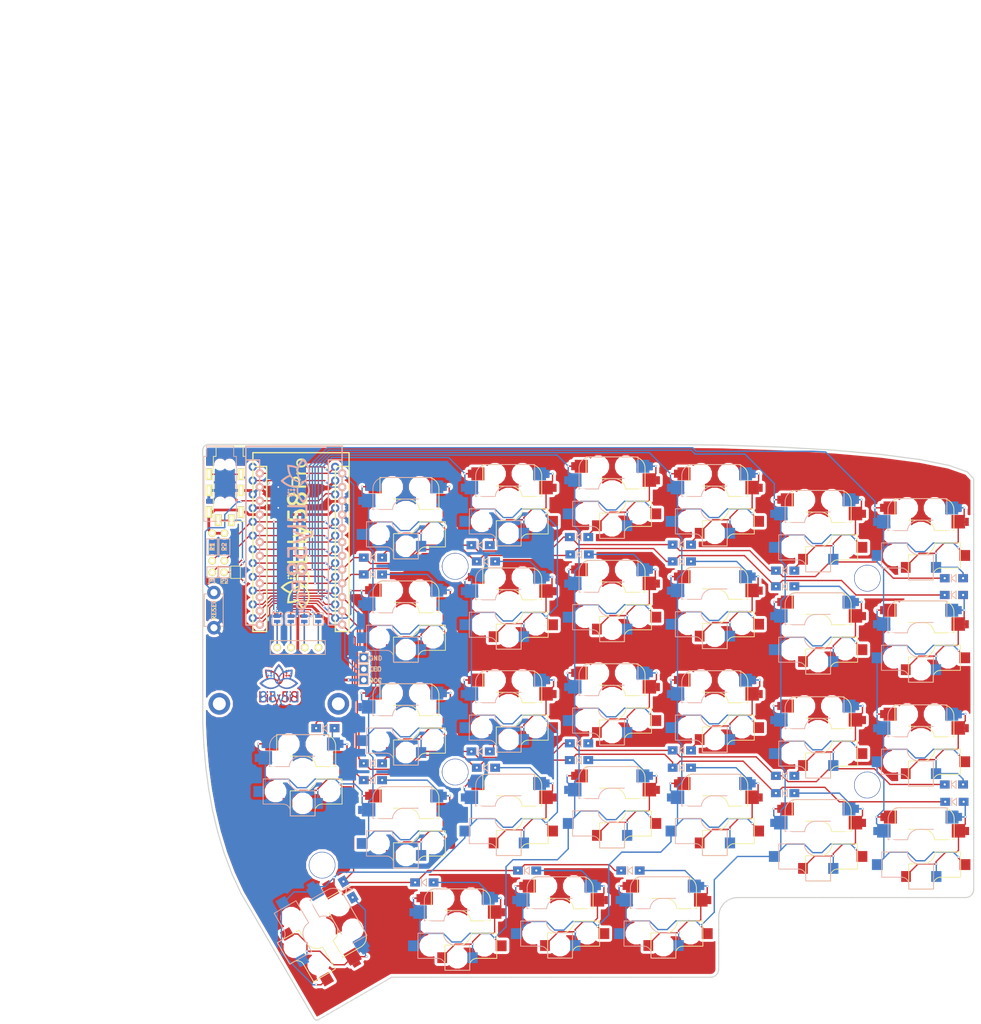
<source format=kicad_pcb>
(kicad_pcb (version 20171130) (host pcbnew "(5.1.12)-1")
  (layers (0 F.Cu signal) (31 B.Cu signal) (34 B.Paste user) (35 F.Paste user) (36 B.SilkS user) (37 F.SilkS user) (38 B.Mask user) (39 F.Mask user) (44 Edge.Cuts user))
  (net 0 "")
  (net 1 "Net-(D1-Pad2)")
  (net 2 row4)
  (net 3 "Net-(D2-Pad2)")
  (net 4 "Net-(D3-Pad2)")
  (net 5 row0)
  (net 6 "Net-(D4-Pad2)")
  (net 7 row1)
  (net 8 "Net-(D5-Pad2)")
  (net 9 row2)
  (net 10 "Net-(D6-Pad2)")
  (net 11 row3)
  (net 12 "Net-(D7-Pad2)")
  (net 13 "Net-(D8-Pad2)")
  (net 14 "Net-(D9-Pad2)")
  (net 15 "Net-(D10-Pad2)")
  (net 16 "Net-(D11-Pad2)")
  (net 17 "Net-(D12-Pad2)")
  (net 18 "Net-(D13-Pad2)")
  (net 19 "Net-(D14-Pad2)")
  (net 20 "Net-(D15-Pad2)")
  (net 21 "Net-(D16-Pad2)")
  (net 22 "Net-(D17-Pad2)")
  (net 23 "Net-(D18-Pad2)")
  (net 24 "Net-(D19-Pad2)")
  (net 25 "Net-(D20-Pad2)")
  (net 26 "Net-(D21-Pad2)")
  (net 27 "Net-(D22-Pad2)")
  (net 28 "Net-(D23-Pad2)")
  (net 29 "Net-(D24-Pad2)")
  (net 30 "Net-(D25-Pad2)")
  (net 31 "Net-(D26-Pad2)")
  (net 32 "Net-(D27-Pad2)")
  (net 33 "Net-(D28-Pad2)")
  (net 34 VCC)
  (net 35 GND)
  (net 36 col0)
  (net 37 col1)
  (net 38 col2)
  (net 39 col3)
  (net 40 col4)
  (net 41 col5)
  (net 42 SDA)
  (net 43 LED)
  (net 44 SCL)
  (net 45 RESET)
  (net 46 "Net-(D29-Pad2)")
  (net 47 "Net-(U1-Pad24)")
  (net 48 "Net-(U1-Pad20)")
  (net 49 "Net-(U1-Pad19)")
  (net 50 "Net-(U1-Pad7)")
  (net 51 DATA)
  (net 52 "Net-(J2-Pad4)")
  (net 53 "Net-(J2-Pad3)")
  (net 54 "Net-(J3-Pad1)")
  (net 55 "Net-(J3-Pad2)")
  (net 56 "Net-(J3-Pad3)")
  (net 57 "Net-(J3-Pad4)")
  (module Lily58-footprint:MJ-4PP-9 (layer F.Cu) (at 87.9 39.3)
    (fp_text reference J2 hide)
    (fp_text value 4PIN hide)
    (pad "" np_thru_hole circle (at -1.75 8.5) (size 1.2 1.2) (drill 1.2) (layers *.Cu *.Mask F.SilkS))
    (pad "" np_thru_hole circle (at -1.75 1.5) (size 1.2 1.2) (drill 1.2) (layers *.Cu *.Mask F.SilkS))
    (pad 1 thru_hole rect (at -3.85 10.3) (size 1.2 2.1) (drill oval 0.5 1.6) (layers *.Cu *.Mask F.SilkS) (net 34 VCC) (clearance 0.15))
    (pad 4 thru_hole rect (at 0.35 11.8) (size 1.2 2.1) (drill oval 0.5 1.6) (layers *.Cu *.Mask F.SilkS) (net 52 "Net-(J2-Pad4)") (clearance 0.15))
    (pad 3 thru_hole rect (at -3.85 3.3) (size 1.2 2.1) (drill oval 0.5 1.6) (layers *.Cu *.Mask F.SilkS) (net 53 "Net-(J2-Pad3)") (clearance 0.15))
    (pad 2 thru_hole rect (at -3.85 6.3) (size 1.2 2.1) (drill oval 0.5 1.6) (layers *.Cu *.Mask F.SilkS) (net 35 GND) (clearance 0.15))
    (pad "" np_thru_hole circle (at 0 1.5) (size 1.2 1.2) (drill 1.2) (layers *.Cu *.Mask F.SilkS))
    (pad "" np_thru_hole circle (at 0 8.5) (size 1.2 1.2) (drill 1.2) (layers *.Cu *.Mask F.SilkS))
    (pad 3 thru_hole rect (at 2.1 3.3) (size 1.2 2.1) (drill oval 0.5 1.6) (layers *.Cu *.Mask F.SilkS) (net 53 "Net-(J2-Pad3)") (clearance 0.15))
    (pad 2 thru_hole rect (at 2.1 6.3) (size 1.2 2.1) (drill oval 0.5 1.6) (layers *.Cu *.Mask F.SilkS) (net 35 GND) (clearance 0.15))
    (pad 1 thru_hole rect (at 2.1 10.3) (size 1.2 2.1) (drill oval 0.5 1.6) (layers *.Cu *.Mask F.SilkS) (net 34 VCC) (clearance 0.15))
    (pad 4 thru_hole rect (at -2.1 11.8) (size 1.2 2.1) (drill oval 0.5 1.6) (layers *.Cu *.Mask F.SilkS) (net 52 "Net-(J2-Pad4)") (clearance 0.15))
  )
  (module Lily58-footprint:LED (layer F.Cu) (at 112.7 81.1 180)
    (fp_text reference J1 hide)
    (fp_text value LED hide)
    (fp_text user VCC (at -2.2 0.4 180) (layer B.SilkS) (effects (font (size 0.8 0.8)) (justify mirror)))
    (fp_text user VCC (at -2.2 0.4 180) (layer F.SilkS) (effects (font (size 0.8 0.8))))
    (fp_text user GND (at -2.2 4.5 180) (layer F.SilkS) (effects (font (size 0.8 0.8))))
    (fp_text user LED (at -2.2 2.5 180) (layer B.SilkS) (effects (font (size 0.8 0.8)) (justify mirror)))
    (fp_text user LED (at -2.2 2.5) (layer F.SilkS) (effects (font (size 0.8 0.8))))
    (fp_text user GND (at -2.2 4.5 180) (layer B.SilkS) (effects (font (size 0.8 0.8)) (justify mirror)))
    (pad 3 thru_hole rect (at 0 4.6 180) (size 1.524 1.524) (drill 1) (layers *.Cu *.Mask) (net 35 GND))
    (pad 2 thru_hole rect (at 0 2.5 180) (size 1.524 1.524) (drill 1) (layers *.Cu *.Mask) (net 43 LED))
    (pad 1 thru_hole rect (at 0 0.5 270) (size 1.524 1.524) (drill 1) (layers *.Cu *.Mask) (net 34 VCC))
  )
  (module Lily58-footprint:lily58_logo_2 (layer B.Cu) (at 97 81.5 180)
    (fp_text reference G*** hide)
    (fp_text value LOGO hide)
    (fp_poly (pts (xy 1.418714 2.781746) (xy 1.434649 2.768201) (xy 1.456095 2.748275) (xy 1.480912 2.724136) (xy 1.50696 2.697952) (xy 1.532101 2.67189) (xy 1.554194 2.648117) (xy 1.571101 2.628803) (xy 1.580681 2.616113) (xy 1.582057 2.612854) (xy 1.577145 2.604365) (xy 1.563828 2.588107) (xy 1.544241 2.566258) (xy 1.520514 2.540996) (xy 1.494781 2.5145) (xy 1.469172 2.488948) (xy 1.445822 2.466519) (xy 1.426862 2.44939) (xy 1.414424 2.43974) (xy 1.411288 2.4384) (xy 1.403998 2.443303) (xy 1.38839 2.456882) (xy 1.366299 2.477438) (xy 1.33956 2.503275) (xy 1.31746 2.525197) (xy 1.230889 2.611994) (xy 1.317187 2.699368) (xy 1.346078 2.728223) (xy 1.371693 2.75306) (xy 1.392215 2.772176) (xy 1.405826 2.783869) (xy 1.410428 2.786743) (xy 1.418714 2.781746)) (layer B.Cu) (width 0.01))
    (fp_poly (pts (xy 1.822488 2.810846) (xy 1.838605 2.797331) (xy 1.860907 2.777116) (xy 1.887475 2.75209) (xy 1.91639 2.724146) (xy 1.945733 2.695171) (xy 1.973586 2.667057) (xy 1.998028 2.641694) (xy 2.017142 2.620972) (xy 2.029009 2.606781) (xy 2.032 2.601501) (xy 2.027061 2.594184) (xy 2.013509 2.578756) (xy 1.993243 2.557112) (xy 1.968165 2.53115) (xy 1.940173 2.502766) (xy 1.911167 2.473856) (xy 1.883046 2.446316) (xy 1.857711 2.422043) (xy 1.837061 2.402933) (xy 1.822995 2.390883) (xy 1.81773 2.3876) (xy 1.810614 2.392518) (xy 1.79498 2.406239) (xy 1.772486 2.427213) (xy 1.744786 2.45389) (xy 1.713535 2.484721) (xy 1.707149 2.491105) (xy 1.675685 2.523145) (xy 1.648082 2.552246) (xy 1.625897 2.576685) (xy 1.610686 2.59474) (xy 1.604006 2.604687) (xy 1.603829 2.605502) (xy 1.608829 2.614157) (xy 1.622527 2.630726) (xy 1.642972 2.653259) (xy 1.668213 2.67981) (xy 1.696298 2.70843) (xy 1.725275 2.73717) (xy 1.753193 2.764084) (xy 1.778101 2.787222) (xy 1.798047 2.804638) (xy 1.811079 2.814382) (xy 1.814474 2.815771) (xy 1.822488 2.810846)) (layer B.Cu) (width 0.01))
    (fp_poly (pts (xy 2.316259 2.854318) (xy 2.33277 2.840505) (xy 2.355704 2.819632) (xy 2.383304 2.793461) (xy 2.413812 2.763751) (xy 2.445471 2.732261) (xy 2.476523 2.700752) (xy 2.505212 2.670983) (xy 2.529778 2.644713) (xy 2.548465 2.623703) (xy 2.559515 2.609712) (xy 2.561772 2.605156) (xy 2.556776 2.596826) (xy 2.542962 2.580316) (xy 2.52209 2.557382) (xy 2.495919 2.529782) (xy 2.466208 2.499274) (xy 2.434719 2.467615) (xy 2.403209 2.436562) (xy 2.37344 2.407874) (xy 2.347171 2.383308) (xy 2.326161 2.364621) (xy 2.31217 2.35357) (xy 2.307614 2.351314) (xy 2.299605 2.356261) (xy 2.283003 2.370147) (xy 2.25937 2.391538) (xy 2.230264 2.419001) (xy 2.197246 2.4511) (xy 2.175249 2.472949) (xy 2.141017 2.507668) (xy 2.110519 2.539449) (xy 2.085187 2.566728) (xy 2.066453 2.587945) (xy 2.055748 2.601537) (xy 2.053772 2.605472) (xy 2.058767 2.613802) (xy 2.072581 2.630312) (xy 2.093454 2.653246) (xy 2.119625 2.680846) (xy 2.149335 2.711354) (xy 2.180825 2.743013) (xy 2.212334 2.774066) (xy 2.242103 2.802754) (xy 2.268372 2.82732) (xy 2.289382 2.846007) (xy 2.303373 2.857058) (xy 2.30793 2.859314) (xy 2.316259 2.854318)) (layer B.Cu) (width 0.01))
    (fp_poly (pts (xy 1.419315 2.411628) (xy 1.435102 2.397907) (xy 1.456989 2.377382) (xy 1.48309 2.351973) (xy 1.511519 2.323596) (xy 1.540389 2.294171) (xy 1.567814 2.265615) (xy 1.591909 2.239847) (xy 1.610786 2.218785) (xy 1.622561 2.204346) (xy 1.6256 2.198914) (xy 1.620683 2.190981) (xy 1.607191 2.174927) (xy 1.587008 2.152669) (xy 1.562022 2.126125) (xy 1.534119 2.097215) (xy 1.505184 2.067855) (xy 1.477104 2.039965) (xy 1.451765 2.015462) (xy 1.431054 1.996265) (xy 1.416856 1.984291) (xy 1.411515 1.9812) (xy 1.404723 1.986087) (xy 1.389336 1.999723) (xy 1.366995 2.020569) (xy 1.339343 2.047088) (xy 1.308023 2.077742) (xy 1.301405 2.08429) (xy 1.26975 2.116226) (xy 1.241978 2.145295) (xy 1.219654 2.169773) (xy 1.204343 2.187934) (xy 1.197609 2.198054) (xy 1.197429 2.198914) (xy 1.202346 2.206847) (xy 1.215838 2.222902) (xy 1.236021 2.24516) (xy 1.261007 2.271703) (xy 1.28891 2.300613) (xy 1.317845 2.329973) (xy 1.345925 2.357863) (xy 1.371264 2.382366) (xy 1.391975 2.401564) (xy 1.406173 2.413537) (xy 1.411515 2.416628) (xy 1.419315 2.411628)) (layer B.Cu) (width 0.01))
    (fp_poly (pts (xy 2.412968 2.227975) (xy 2.444769 2.195711) (xy 2.472714 2.166365) (xy 2.495258 2.141642) (xy 2.510855 2.123248) (xy 2.517959 2.112889) (xy 2.518229 2.111825) (xy 2.513229 2.103132) (xy 2.499532 2.086527) (xy 2.479088 2.063958) (xy 2.453849 2.037375) (xy 2.425765 2.008727) (xy 2.396788 1.979964) (xy 2.368869 1.953035) (xy 2.34396 1.92989) (xy 2.32401 1.912478) (xy 2.310972 1.902748) (xy 2.307584 1.901371) (xy 2.299366 1.906309) (xy 2.282718 1.920093) (xy 2.25934 1.941177) (xy 2.230936 1.968016) (xy 2.199208 1.999064) (xy 2.191625 2.006632) (xy 2.086552 2.111893) (xy 2.19713 2.22247) (xy 2.307707 2.333048) (xy 2.412968 2.227975)) (layer B.Cu) (width 0.01))
    (fp_poly (pts (xy 2.316339 1.867433) (xy 2.332458 1.854126) (xy 2.354185 1.834553) (xy 2.379347 1.810846) (xy 2.405768 1.785139) (xy 2.431274 1.759563) (xy 2.45369 1.73625) (xy 2.470842 1.717332) (xy 2.480554 1.704942) (xy 2.481943 1.701795) (xy 2.477103 1.694889) (xy 2.463959 1.679952) (xy 2.444575 1.659089) (xy 2.421016 1.634409) (xy 2.395345 1.608018) (xy 2.369626 1.582023) (xy 2.345923 1.558531) (xy 2.326301 1.53965) (xy 2.312824 1.527485) (xy 2.307772 1.524) (xy 2.301622 1.528881) (xy 2.287047 1.542389) (xy 2.26582 1.562825) (xy 2.239713 1.588489) (xy 2.218758 1.60938) (xy 2.190385 1.638245) (xy 2.166018 1.66383) (xy 2.147365 1.684278) (xy 2.136133 1.69773) (xy 2.1336 1.702027) (xy 2.138619 1.710227) (xy 2.152222 1.726035) (xy 2.172232 1.747324) (xy 2.196468 1.771967) (xy 2.222751 1.797834) (xy 2.248904 1.822798) (xy 2.272746 1.844732) (xy 2.292099 1.861507) (xy 2.304783 1.870995) (xy 2.308004 1.872343) (xy 2.316339 1.867433)) (layer B.Cu) (width 0.01))
    (fp_poly (pts (xy 1.913116 1.917225) (xy 1.922787 1.909656) (xy 1.939958 1.894004) (xy 1.962722 1.872204) (xy 1.989169 1.846194) (xy 2.01739 1.817907) (xy 2.045477 1.789281) (xy 2.071521 1.76225) (xy 2.093613 1.73875) (xy 2.109843 1.720717) (xy 2.118304 1.710087) (xy 2.119086 1.708361) (xy 2.114077 1.700582) (xy 2.100331 1.684834) (xy 2.07977 1.663002) (xy 2.054319 1.636967) (xy 2.025899 1.608614) (xy 1.996433 1.579824) (xy 1.967844 1.552482) (xy 1.942055 1.528469) (xy 1.920989 1.509668) (xy 1.906568 1.497964) (xy 1.901184 1.494971) (xy 1.892884 1.499906) (xy 1.876217 1.51365) (xy 1.85294 1.534617) (xy 1.824811 1.561217) (xy 1.793589 1.591864) (xy 1.790603 1.594851) (xy 1.759721 1.62633) (xy 1.732731 1.65487) (xy 1.711217 1.67871) (xy 1.696764 1.696089) (xy 1.690959 1.705246) (xy 1.690915 1.705616) (xy 1.695852 1.713848) (xy 1.709628 1.7305) (xy 1.730691 1.75386) (xy 1.757487 1.782216) (xy 1.788464 1.813855) (xy 1.795188 1.820589) (xy 1.831119 1.856213) (xy 1.858408 1.882553) (xy 1.878481 1.900778) (xy 1.892764 1.912057) (xy 1.902684 1.91756) (xy 1.909668 1.918454) (xy 1.913116 1.917225)) (layer B.Cu) (width 0.01))
    (fp_poly (pts (xy 1.421348 1.954371) (xy 1.439163 1.940401) (xy 1.463159 1.919324) (xy 1.491532 1.892945) (xy 1.522479 1.863069) (xy 1.554195 1.8315) (xy 1.584877 1.800044) (xy 1.612721 1.770505) (xy 1.635924 1.744688) (xy 1.652681 1.724399) (xy 1.66119 1.711442) (xy 1.661886 1.708897) (xy 1.656909 1.699901) (xy 1.643144 1.682726) (xy 1.622343 1.659149) (xy 1.596257 1.630948) (xy 1.566636 1.599901) (xy 1.535233 1.567785) (xy 1.503796 1.53638) (xy 1.474079 1.507462) (xy 1.447831 1.482809) (xy 1.426804 1.464199) (xy 1.412748 1.45341) (xy 1.408305 1.451428) (xy 1.400403 1.456351) (xy 1.38389 1.470155) (xy 1.36035 1.49139) (xy 1.33137 1.518608) (xy 1.298535 1.55036) (xy 1.279575 1.569064) (xy 1.245428 1.603387) (xy 1.214748 1.634992) (xy 1.189065 1.662239) (xy 1.169911 1.68349) (xy 1.158814 1.697104) (xy 1.156731 1.700639) (xy 1.157392 1.707365) (xy 1.163318 1.717955) (xy 1.175496 1.73355) (xy 1.194914 1.755292) (xy 1.222559 1.784326) (xy 1.259419 1.821792) (xy 1.274574 1.837003) (xy 1.317749 1.879601) (xy 1.353658 1.913703) (xy 1.381675 1.938748) (xy 1.401174 1.954176) (xy 1.411517 1.959428) (xy 1.421348 1.954371)) (layer B.Cu) (width 0.01))
    (fp_poly (pts (xy 0.078092 3.748263) (xy 0.237453 3.575434) (xy 0.386427 3.392484) (xy 0.524948 3.19949) (xy 0.548489 3.164114) (xy 0.656724 2.98901) (xy 0.750642 2.814569) (xy 0.83023 2.640857) (xy 0.895475 2.467939) (xy 0.946363 2.29588) (xy 0.98288 2.124745) (xy 1.005013 1.9546) (xy 1.012748 1.785509) (xy 1.006072 1.617539) (xy 0.98497 1.450753) (xy 0.949431 1.285218) (xy 0.943993 1.264693) (xy 0.935685 1.233985) (xy 0.864316 1.211813) (xy 0.825821 1.199395) (xy 0.784696 1.185396) (xy 0.747902 1.172208) (xy 0.736557 1.167926) (xy 0.710323 1.158407) (xy 0.689601 1.151981) (xy 0.677785 1.149658) (xy 0.676399 1.149982) (xy 0.676674 1.158133) (xy 0.680561 1.176823) (xy 0.687318 1.20275) (xy 0.691518 1.217319) (xy 0.729788 1.368959) (xy 0.754242 1.520192) (xy 0.764833 1.671442) (xy 0.761512 1.823133) (xy 0.74423 1.975688) (xy 0.71294 2.12953) (xy 0.667593 2.285083) (xy 0.608141 2.44277) (xy 0.534535 2.603016) (xy 0.532958 2.60617) (xy 0.493733 2.682587) (xy 0.456381 2.750847) (xy 0.417788 2.816314) (xy 0.37484 2.884351) (xy 0.345938 2.928257) (xy 0.276796 3.027892) (xy 0.201006 3.129752) (xy 0.122143 3.229243) (xy 0.043777 3.321775) (xy 0.012809 3.356428) (xy -0.020192 3.392714) (xy -0.036297 3.3782) (xy -0.050449 3.363876) (xy -0.071852 3.340211) (xy -0.098778 3.309267) (xy -0.129496 3.273104) (xy -0.162278 3.233784) (xy -0.195392 3.193368) (xy -0.22711 3.153916) (xy -0.255702 3.117491) (xy -0.262522 3.108624) (xy -0.331453 3.014616) (xy -0.400239 2.913451) (xy -0.465221 2.810703) (xy -0.521506 2.714171) (xy -0.543533 2.673297) (xy -0.566606 2.62835) (xy -0.589898 2.58117) (xy -0.61258 2.533596) (xy -0.633826 2.487467) (xy -0.652808 2.444622) (xy -0.668697 2.406902) (xy -0.680667 2.376144) (xy -0.68789 2.354189) (xy -0.689537 2.342875) (xy -0.689006 2.341943) (xy -0.682045 2.337037) (xy -0.665794 2.325755) (xy -0.642919 2.309945) (xy -0.624114 2.296981) (xy -0.492716 2.197747) (xy -0.370449 2.087318) (xy -0.257293 1.965665) (xy -0.153229 1.832762) (xy -0.058238 1.688581) (xy 0.027699 1.533096) (xy 0.104601 1.366278) (xy 0.172488 1.188101) (xy 0.188841 1.139371) (xy 0.2029 1.095706) (xy 0.216013 1.053852) (xy 0.227224 1.016944) (xy 0.235578 0.988118) (xy 0.239609 0.972785) (xy 0.244495 0.949793) (xy 0.245199 0.936682) (xy 0.241427 0.929348) (xy 0.236232 0.925613) (xy 0.225568 0.918954) (xy 0.205448 0.906154) (xy 0.178601 0.888959) (xy 0.147758 0.869113) (xy 0.142623 0.8658) (xy 0.112477 0.8469) (xy 0.086769 0.831824) (xy 0.067864 0.821883) (xy 0.058127 0.818386) (xy 0.057434 0.818629) (xy 0.053771 0.82752) (xy 0.047625 0.846943) (xy 0.040087 0.873359) (xy 0.036852 0.885371) (xy -0.010296 1.043231) (xy -0.066363 1.19516) (xy -0.130692 1.339967) (xy -0.202624 1.476463) (xy -0.2815 1.603456) (xy -0.366663 1.719757) (xy -0.457452 1.824176) (xy -0.513158 1.87951) (xy -0.632074 1.98128) (xy -0.761849 2.073745) (xy -0.902527 2.156921) (xy -1.054154 2.230826) (xy -1.216775 2.295474) (xy -1.390436 2.350883) (xy -1.57518 2.39707) (xy -1.771055 2.434049) (xy -1.978104 2.461839) (xy -2.165406 2.478418) (xy -2.229869 2.482856) (xy -2.224829 2.400757) (xy -2.205247 2.180459) (xy -2.174058 1.968746) (xy -2.131221 1.765436) (xy -2.076693 1.570344) (xy -2.010433 1.383287) (xy -1.975468 1.298651) (xy -1.961176 1.265617) (xy -1.864145 1.281947) (xy -1.699162 1.302736) (xy -1.533849 1.30957) (xy -1.367979 1.302401) (xy -1.201324 1.28118) (xy -1.033654 1.245857) (xy -0.864743 1.196384) (xy -0.694361 1.132712) (xy -0.52228 1.054792) (xy -0.348273 0.962575) (xy -0.332609 0.953629) (xy -0.290312 0.928795) (xy -0.245647 0.901635) (xy -0.200663 0.873489) (xy -0.15741 0.845697) (xy -0.117937 0.819599) (xy -0.084293 0.796534) (xy -0.058527 0.777843) (xy -0.042687 0.764863) (xy -0.040505 0.762653) (xy -0.034204 0.754723) (xy -0.032838 0.747322) (xy -0.037659 0.737341) (xy -0.049918 0.721673) (xy -0.06331 0.705987) (xy -0.086219 0.67794) (xy -0.109796 0.646818) (xy -0.126618 0.622786) (xy -0.15381 0.581543) (xy -0.220993 0.628059) (xy -0.358992 0.717374) (xy -0.502026 0.79805) (xy -0.648322 0.869374) (xy -0.796109 0.930631) (xy -0.943613 0.981105) (xy -1.089064 1.020083) (xy -1.23069 1.04685) (xy -1.273628 1.052567) (xy -1.329853 1.057413) (xy -1.395797 1.060096) (xy -1.466835 1.06066) (xy -1.538338 1.059146) (xy -1.605683 1.055597) (xy -1.664241 1.050056) (xy -1.673221 1.048888) (xy -1.828826 1.020701) (xy -1.986462 0.978541) (xy -2.14551 0.922702) (xy -2.305349 0.85348) (xy -2.46536 0.771172) (xy -2.624924 0.676073) (xy -2.78342 0.568478) (xy -2.940229 0.448685) (xy -2.954243 0.437311) (xy -2.989713 0.408064) (xy -3.025558 0.377957) (xy -3.058295 0.349949) (xy -3.084443 0.327002) (xy -3.091543 0.320577) (xy -3.138714 0.277352) (xy -3.120571 0.257535) (xy -3.093013 0.229962) (xy -3.055232 0.195885) (xy -3.009125 0.156786) (xy -2.956587 0.114146) (xy -2.899516 0.069448) (xy -2.839808 0.024173) (xy -2.779359 -0.020196) (xy -2.720067 -0.062179) (xy -2.663827 -0.100293) (xy -2.656114 -0.105361) (xy -2.505598 -0.198671) (xy -2.35881 -0.27899) (xy -2.214321 -0.346897) (xy -2.070706 -0.40297) (xy -1.926536 -0.447787) (xy -1.780385 -0.481926) (xy -1.685872 -0.498329) (xy -1.631307 -0.504546) (xy -1.566449 -0.508662) (xy -1.495366 -0.510683) (xy -1.422125 -0.510612) (xy -1.350793 -0.508454) (xy -1.28544 -0.504211) (xy -1.230131 -0.497888) (xy -1.230085 -0.497881) (xy -1.074248 -0.467633) (xy -0.916109 -0.423613) (xy -0.756602 -0.366201) (xy -0.596661 -0.295775) (xy -0.43722 -0.212711) (xy -0.279213 -0.11739) (xy -0.261505 -0.105874) (xy -0.201811 -0.06412) (xy -0.154119 -0.024568) (xy -0.11649 0.014613) (xy -0.086982 0.055252) (xy -0.082232 0.06312) (xy -0.057692 0.114616) (xy -0.038673 0.17393) (xy -0.027063 0.234824) (xy -0.025473 0.250371) (xy -0.020011 0.305733) (xy -0.013157 0.350465) (xy -0.004008 0.388443) (xy 0.008337 0.423545) (xy 0.021802 0.453571) (xy 0.0395 0.486217) (xy 0.060499 0.51928) (xy 0.08069 0.546366) (xy 0.083588 0.549737) (xy 0.100765 0.566672) (xy 0.124906 0.587141) (xy 0.153748 0.609587) (xy 0.185025 0.632447) (xy 0.216474 0.654163) (xy 0.245829 0.673174) (xy 0.270826 0.68792) (xy 0.289201 0.696842) (xy 0.298689 0.698378) (xy 0.298995 0.698136) (xy 0.303347 0.686558) (xy 0.306633 0.66367) (xy 0.308794 0.632641) (xy 0.309774 0.596638) (xy 0.309515 0.558831) (xy 0.307959 0.522388) (xy 0.305051 0.490478) (xy 0.303004 0.476836) (xy 0.292858 0.420273) (xy 0.309234 0.440551) (xy 0.323794 0.460468) (xy 0.343881 0.490605) (xy 0.36799 0.528483) (xy 0.394614 0.571626) (xy 0.422243 0.617559) (xy 0.449372 0.663805) (xy 0.474494 0.707886) (xy 0.4961 0.747328) (xy 0.497115 0.749235) (xy 0.547915 0.844868) (xy 0.619087 0.87664) (xy 0.651372 0.890667) (xy 0.687309 0.905655) (xy 0.724408 0.920641) (xy 0.760177 0.93466) (xy 0.792124 0.94675) (xy 0.817759 0.955947) (xy 0.834589 0.961288) (xy 0.840096 0.962095) (xy 0.838993 0.953818) (xy 0.83191 0.934555) (xy 0.819731 0.906106) (xy 0.803342 0.870272) (xy 0.783628 0.828854) (xy 0.761473 0.783653) (xy 0.737764 0.73647) (xy 0.713384 0.689106) (xy 0.68922 0.643362) (xy 0.666156 0.601039) (xy 0.645078 0.563938) (xy 0.641024 0.557041) (xy 0.589606 0.472367) (xy 0.542438 0.399781) (xy 0.498246 0.337952) (xy 0.455757 0.285545) (xy 0.413697 0.241227) (xy 0.370792 0.203666) (xy 0.32577 0.171528) (xy 0.277356 0.14348) (xy 0.224277 0.118188) (xy 0.220083 0.11637) (xy 0.190623 0.103428) (xy 0.171522 0.093645) (xy 0.159776 0.084507) (xy 0.152385 0.073503) (xy 0.146345 0.058119) (xy 0.144684 0.053265) (xy 0.13508 0.027333) (xy 0.124899 0.003255) (xy 0.12099 -0.004846) (xy 0.11395 -0.02057) (xy 0.114981 -0.03047) (xy 0.124906 -0.041297) (xy 0.125501 -0.041846) (xy 0.137384 -0.051165) (xy 0.158724 -0.066361) (xy 0.186739 -0.085507) (xy 0.218646 -0.106677) (xy 0.22666 -0.1119) (xy 0.389471 -0.2107) (xy 0.552946 -0.296137) (xy 0.716562 -0.368002) (xy 0.879796 -0.426086) (xy 1.042127 -0.470177) (xy 1.186543 -0.497651) (xy 1.237438 -0.503557) (xy 1.298306 -0.507783) (xy 1.365168 -0.510292) (xy 1.434046 -0.511045) (xy 1.500959 -0.510007) (xy 1.561929 -0.507139) (xy 1.612977 -0.502404) (xy 1.618343 -0.501695) (xy 1.780901 -0.472295) (xy 1.944447 -0.428745) (xy 2.108243 -0.371306) (xy 2.271552 -0.300241) (xy 2.433637 -0.21581) (xy 2.450096 -0.206444) (xy 2.541078 -0.151715) (xy 2.636029 -0.089946) (xy 2.731929 -0.023346) (xy 2.825759 0.045875) (xy 2.914501 0.115506) (xy 2.995135 0.183338) (xy 3.048 0.231255) (xy 3.095172 0.275682) (xy 3.058886 0.309517) (xy 3.026193 0.338962) (xy 2.985032 0.374453) (xy 2.938575 0.413371) (xy 2.889997 0.453095) (xy 2.842472 0.491006) (xy 2.799175 0.524484) (xy 2.790372 0.531115) (xy 2.633833 0.641692) (xy 2.475693 0.740354) (xy 2.316813 0.82668) (xy 2.158055 0.90025) (xy 2.000282 0.960645) (xy 1.844355 1.007445) (xy 1.781128 1.022612) (xy 1.685335 1.040202) (xy 1.582178 1.052591) (xy 1.476015 1.059571) (xy 1.371203 1.060938) (xy 1.2721 1.056484) (xy 1.208067 1.04974) (xy 1.148355 1.040406) (xy 1.083138 1.0281) (xy 1.017336 1.013887) (xy 0.955864 0.998832) (xy 0.903641 0.984003) (xy 0.900997 0.983171) (xy 0.874217 0.974998) (xy 0.858649 0.971349) (xy 0.851794 0.971984) (xy 0.851154 0.976664) (xy 0.851675 0.978447) (xy 0.855249 0.989046) (xy 0.86268 1.01089) (xy 0.873119 1.041497) (xy 0.88572 1.07838) (xy 0.897286 1.112193) (xy 0.911531 1.154782) (xy 0.922497 1.18663) (xy 0.932435 1.209655) (xy 0.943596 1.225778) (xy 0.958228 1.236918) (xy 0.978584 1.244995) (xy 1.006912 1.251929) (xy 1.045462 1.259639) (xy 1.077686 1.266103) (xy 1.248866 1.294227) (xy 1.419001 1.307932) (xy 1.587938 1.307216) (xy 1.755521 1.292079) (xy 1.886857 1.269923) (xy 2.049897 1.230031) (xy 2.215176 1.176582) (xy 2.381669 1.110163) (xy 2.548351 1.03136) (xy 2.714197 0.94076) (xy 2.878182 0.838949) (xy 3.03928 0.726513) (xy 3.196467 0.604038) (xy 3.348717 0.472111) (xy 3.45072 0.375519) (xy 3.552372 0.275696) (xy 3.439647 0.165062) (xy 3.292897 0.028622) (xy 3.139305 -0.099677) (xy 2.980247 -0.218966) (xy 2.817101 -0.328373) (xy 2.651243 -0.427029) (xy 2.484049 -0.514064) (xy 2.316897 -0.588608) (xy 2.151162 -0.64979) (xy 2.149541 -0.650324) (xy 1.983017 -0.698512) (xy 1.81805 -0.732965) (xy 1.654064 -0.753642) (xy 1.490483 -0.760499) (xy 1.326734 -0.753496) (xy 1.16224 -0.732592) (xy 0.996426 -0.697743) (xy 0.828717 -0.648908) (xy 0.658538 -0.586047) (xy 0.537029 -0.533397) (xy 0.461836 -0.497224) (xy 0.382193 -0.455922) (xy 0.301149 -0.411261) (xy 0.22175 -0.36501) (xy 0.147045 -0.31894) (xy 0.08008 -0.27482) (xy 0.029276 -0.23849) (xy 0.002614 -0.219055) (xy -0.015546 -0.208023) (xy -0.027882 -0.204543) (xy -0.037074 -0.207766) (xy -0.044388 -0.215104) (xy -0.05387 -0.223386) (xy -0.072949 -0.237761) (xy -0.099072 -0.256377) (xy -0.129687 -0.277384) (xy -0.137805 -0.282834) (xy -0.305053 -0.387951) (xy -0.473051 -0.480397) (xy -0.641268 -0.560012) (xy -0.809176 -0.626638) (xy -0.976245 -0.680115) (xy -1.141948 -0.720284) (xy -1.305754 -0.746985) (xy -1.467135 -0.760058) (xy -1.625562 -0.759346) (xy -1.7018 -0.75393) (xy -1.871254 -0.731003) (xy -2.042236 -0.693861) (xy -2.21431 -0.642671) (xy -2.387043 -0.577598) (xy -2.560001 -0.49881) (xy -2.73275 -0.406472) (xy -2.904856 -0.300751) (xy -2.933775 -0.281622) (xy -3.042975 -0.205483) (xy -3.153607 -0.122392) (xy -3.262414 -0.035018) (xy -3.366138 0.053974) (xy -3.461521 0.141916) (xy -3.512457 0.192119) (xy -3.595914 0.276729) (xy -3.486835 0.383293) (xy -3.335802 0.522998) (xy -3.177728 0.6542) (xy -3.014009 0.776002) (xy -2.846043 0.887504) (xy -2.675224 0.987809) (xy -2.502951 1.076018) (xy -2.330619 1.151232) (xy -2.240459 1.185262) (xy -2.234063 1.188861) (xy -2.232847 1.19552) (xy -2.237377 1.208442) (xy -2.248218 1.230828) (xy -2.248678 1.231743) (xy -2.263846 1.264175) (xy -2.282274 1.307249) (xy -2.302735 1.357802) (xy -2.324001 1.412672) (xy -2.344843 1.468698) (xy -2.364036 1.522717) (xy -2.379057 1.567543) (xy -2.428432 1.737874) (xy -2.46996 1.917378) (xy -2.503125 2.102701) (xy -2.527408 2.290488) (xy -2.542291 2.477383) (xy -2.547257 2.657168) (xy -2.547257 2.801257) (xy -2.418443 2.801227) (xy -2.246507 2.79667) (xy -2.071305 2.78338) (xy -1.895135 2.76181) (xy -1.720294 2.732416) (xy -1.54908 2.695651) (xy -1.383791 2.65197) (xy -1.226724 2.601827) (xy -1.080177 2.545677) (xy -1.041281 2.528913) (xy -1.007997 2.51431) (xy -0.979098 2.501862) (xy -0.957385 2.492757) (xy -0.945659 2.488187) (xy -0.944877 2.487951) (xy -0.93795 2.493417) (xy -0.927609 2.51158) (xy -0.914509 2.541202) (xy -0.90781 2.558143) (xy -0.832658 2.73553) (xy -0.743847 2.912444) (xy -0.642211 3.087624) (xy -0.528585 3.259805) (xy -0.403803 3.427726) (xy -0.268698 3.590124) (xy -0.124106 3.745735) (xy -0.121571 3.748314) (xy -0.021617 3.849914) (xy 0.078092 3.748263)) (layer B.Cu) (width 0.01))
    (fp_poly (pts (xy -2.090489 -1.162223) (xy -2.060579 -1.163924) (xy -2.041134 -1.16659) (xy -2.028107 -1.171538) (xy -2.017453 -1.180084) (xy -2.009558 -1.188556) (xy -2.000823 -1.198791) (xy -1.994908 -1.208369) (xy -1.991264 -1.220278) (xy -1.989341 -1.237506) (xy -1.988588 -1.263043) (xy -1.988457 -1.299877) (xy -1.988457 -1.303249) (xy -1.989034 -1.33932) (xy -1.990606 -1.371025) (xy -1.992937 -1.395033) (xy -1.99579 -1.408012) (xy -1.995929 -1.408288) (xy -2.010359 -1.425057) (xy -2.033673 -1.436242) (xy -2.067609 -1.442389) (xy -2.109654 -1.444065) (xy -2.142504 -1.442961) (xy -2.170466 -1.440088) (xy -2.189209 -1.435928) (xy -2.191657 -1.434892) (xy -2.210017 -1.421795) (xy -2.222739 -1.402495) (xy -2.230447 -1.374928) (xy -2.233759 -1.337027) (xy -2.233591 -1.2954) (xy -2.23049 -1.247041) (xy -2.223294 -1.211333) (xy -2.210195 -1.186597) (xy -2.189389 -1.171153) (xy -2.15907 -1.16332) (xy -2.117432 -1.161417) (xy -2.090489 -1.162223)) (layer B.Cu) (width 0.01))
    (fp_poly (pts (xy -2.099347 -1.742825) (xy -2.069088 -1.744379) (xy -2.049378 -1.746851) (xy -2.036255 -1.751501) (xy -2.025758 -1.759588) (xy -2.01689 -1.769043) (xy -1.995714 -1.792743) (xy -1.995714 -3.185657) (xy -2.01689 -3.209357) (xy -2.028101 -3.221028) (xy -2.038776 -3.228197) (xy -2.052912 -3.232118) (xy -2.074506 -3.234044) (xy -2.098533 -3.234949) (xy -2.141248 -3.234519) (xy -2.171617 -3.23002) (xy -2.182857 -3.226114) (xy -2.19027 -3.222918) (xy -2.196824 -3.219822) (xy -2.202571 -3.215963) (xy -2.207565 -3.210477) (xy -2.211858 -3.2025) (xy -2.215503 -3.191169) (xy -2.218553 -3.175619) (xy -2.22106 -3.154987) (xy -2.223079 -3.128409) (xy -2.224661 -3.095021) (xy -2.225859 -3.05396) (xy -2.226726 -3.004362) (xy -2.227316 -2.945362) (xy -2.22768 -2.876098) (xy -2.227872 -2.795706) (xy -2.227945 -2.703321) (xy -2.227951 -2.59808) (xy -2.227943 -2.4892) (xy -2.227951 -2.371608) (xy -2.22794 -2.267661) (xy -2.227858 -2.176493) (xy -2.227655 -2.097233) (xy -2.227277 -2.029015) (xy -2.226673 -1.970969) (xy -2.225791 -1.922228) (xy -2.22458 -1.881923) (xy -2.222987 -1.849186) (xy -2.220961 -1.823149) (xy -2.21845 -1.802943) (xy -2.215402 -1.787699) (xy -2.211765 -1.776551) (xy -2.207488 -1.768629) (xy -2.202519 -1.763065) (xy -2.196805 -1.758991) (xy -2.190295 -1.755538) (xy -2.183971 -1.752379) (xy -2.166714 -1.745901) (xy -2.144306 -1.742714) (xy -2.112823 -1.742372) (xy -2.099347 -1.742825)) (layer B.Cu) (width 0.01))
    (fp_poly (pts (xy -3.493894 -1.162254) (xy -3.462656 -1.164125) (xy -3.441948 -1.167249) (xy -3.42779 -1.172639) (xy -3.416199 -1.181314) (xy -3.415055 -1.182376) (xy -3.399942 -1.202035) (xy -3.389319 -1.225202) (xy -3.389115 -1.225918) (xy -3.387953 -1.237468) (xy -3.386883 -1.263198) (xy -3.38591 -1.302776) (xy -3.385034 -1.355868) (xy -3.38426 -1.422141) (xy -3.383589 -1.501263) (xy -3.383024 -1.592899) (xy -3.382568 -1.696716) (xy -3.382224 -1.812382) (xy -3.381994 -1.939563) (xy -3.381881 -2.077925) (xy -3.381869 -2.135252) (xy -3.381828 -3.018647) (xy -2.93565 -3.020624) (xy -2.489472 -3.0226) (xy -2.46575 -3.046324) (xy -2.45343 -3.059618) (xy -2.44633 -3.071774) (xy -2.44302 -3.087426) (xy -2.442069 -3.111211) (xy -2.442028 -3.123198) (xy -2.444158 -3.162943) (xy -2.451316 -3.191395) (xy -2.46466 -3.211251) (xy -2.485347 -3.225206) (xy -2.485904 -3.225472) (xy -2.49805 -3.227798) (xy -2.523219 -3.229882) (xy -2.559984 -3.231723) (xy -2.60692 -3.233322) (xy -2.6626 -3.234678) (xy -2.725599 -3.235792) (xy -2.79449 -3.236664) (xy -2.867847 -3.237294) (xy -2.944245 -3.237683) (xy -3.022257 -3.23783) (xy -3.100457 -3.237736) (xy -3.177419 -3.237401) (xy -3.251717 -3.236826) (xy -3.321925 -3.236009) (xy -3.386616 -3.234953) (xy -3.444366 -3.233656) (xy -3.493747 -3.232119) (xy -3.533334 -3.230342) (xy -3.5617 -3.228326) (xy -3.57742 -3.22607) (xy -3.579494 -3.225326) (xy -3.585363 -3.22242) (xy -3.590657 -3.21991) (xy -3.595406 -3.217073) (xy -3.59964 -3.213184) (xy -3.603387 -3.20752) (xy -3.606678 -3.199356) (xy -3.609542 -3.187969) (xy -3.612009 -3.172635) (xy -3.614107 -3.15263) (xy -3.615867 -3.12723) (xy -3.617318 -3.09571) (xy -3.618489 -3.057348) (xy -3.619411 -3.01142) (xy -3.620111 -2.9572) (xy -3.620621 -2.893966) (xy -3.620969 -2.820994) (xy -3.621185 -2.737559) (xy -3.621299 -2.642938) (xy -3.621339 -2.536406) (xy -3.621336 -2.417241) (xy -3.621319 -2.284717) (xy -3.621314 -2.198915) (xy -3.621328 -2.057983) (xy -3.621349 -1.930843) (xy -3.621345 -1.816771) (xy -3.621285 -1.715043) (xy -3.621138 -1.624937) (xy -3.620871 -1.54573) (xy -3.620455 -1.476697) (xy -3.619856 -1.417116) (xy -3.619045 -1.366264) (xy -3.617988 -1.323417) (xy -3.616656 -1.287853) (xy -3.615016 -1.258848) (xy -3.613037 -1.235679) (xy -3.610688 -1.217623) (xy -3.607937 -1.203956) (xy -3.604752 -1.193956) (xy -3.601103 -1.186898) (xy -3.596958 -1.182061) (xy -3.592285 -1.178721) (xy -3.587053 -1.176154) (xy -3.58123 -1.173638) (xy -3.576648 -1.171448) (xy -3.558925 -1.165031) (xy -3.53516 -1.16201) (xy -3.501579 -1.161965) (xy -3.493894 -1.162254)) (layer B.Cu) (width 0.01))
    (fp_poly (pts (xy 2.929251 -1.141304) (xy 2.993591 -1.146052) (xy 3.052515 -1.15364) (xy 3.098884 -1.163169) (xy 3.192044 -1.193582) (xy 3.274312 -1.233389) (xy 3.346042 -1.282806) (xy 3.407589 -1.342052) (xy 3.426156 -1.364343) (xy 3.470955 -1.432554) (xy 3.502997 -1.50644) (xy 3.522409 -1.584986) (xy 3.529316 -1.667178) (xy 3.523843 -1.752003) (xy 3.506116 -1.838445) (xy 3.47626 -1.925492) (xy 3.434401 -2.012128) (xy 3.380664 -2.09734) (xy 3.326948 -2.166474) (xy 3.288627 -2.211647) (xy 3.340396 -2.247009) (xy 3.40958 -2.30132) (xy 3.468212 -2.36208) (xy 3.515135 -2.427825) (xy 3.549189 -2.497091) (xy 3.557842 -2.521857) (xy 3.567692 -2.566305) (xy 3.573192 -2.619449) (xy 3.574278 -2.676118) (xy 3.570887 -2.731141) (xy 3.562956 -2.779348) (xy 3.561085 -2.786743) (xy 3.530519 -2.872814) (xy 3.487386 -2.952047) (xy 3.432256 -3.023769) (xy 3.365704 -3.087304) (xy 3.288301 -3.141978) (xy 3.234678 -3.171344) (xy 3.170316 -3.200217) (xy 3.108343 -3.221352) (xy 3.044574 -3.235713) (xy 2.974824 -3.244265) (xy 2.902857 -3.247805) (xy 2.859794 -3.248283) (xy 2.818044 -3.247825) (xy 2.781514 -3.246536) (xy 2.754111 -3.244522) (xy 2.746975 -3.2436) (xy 2.652879 -3.223132) (xy 2.561807 -3.192273) (xy 2.47696 -3.152342) (xy 2.40154 -3.10466) (xy 2.391229 -3.096915) (xy 2.325087 -3.03713) (xy 2.268214 -2.96737) (xy 2.222175 -2.889946) (xy 2.188538 -2.807173) (xy 2.183374 -2.789961) (xy 2.175542 -2.758293) (xy 2.170543 -2.726915) (xy 2.167847 -2.691039) (xy 2.166922 -2.645879) (xy 2.166908 -2.6416) (xy 2.168078 -2.610809) (xy 2.453027 -2.610809) (xy 2.456105 -2.665536) (xy 2.464803 -2.714174) (xy 2.467322 -2.723002) (xy 2.494276 -2.786304) (xy 2.533568 -2.844112) (xy 2.583597 -2.894977) (xy 2.642763 -2.937452) (xy 2.709463 -2.970086) (xy 2.757715 -2.985762) (xy 2.794013 -2.992206) (xy 2.839327 -2.995751) (xy 2.88845 -2.996396) (xy 2.936177 -2.99414) (xy 2.9773 -2.988981) (xy 2.991896 -2.985809) (xy 3.059484 -2.962556) (xy 3.119368 -2.930629) (xy 3.170954 -2.891388) (xy 3.213646 -2.846197) (xy 3.24685 -2.796415) (xy 3.26997 -2.743407) (xy 3.282412 -2.688532) (xy 3.28358 -2.633154) (xy 3.272881 -2.578635) (xy 3.249718 -2.526335) (xy 3.21376 -2.477903) (xy 3.192533 -2.456421) (xy 3.169132 -2.436192) (xy 3.14208 -2.416383) (xy 3.109896 -2.396162) (xy 3.071101 -2.374695) (xy 3.024216 -2.351149) (xy 2.967762 -2.324694) (xy 2.900259 -2.294494) (xy 2.845502 -2.270622) (xy 2.697432 -2.206569) (xy 2.662703 -2.232062) (xy 2.611751 -2.275314) (xy 2.564389 -2.326613) (xy 2.522953 -2.382722) (xy 2.489777 -2.440406) (xy 2.467196 -2.496427) (xy 2.464098 -2.50737) (xy 2.455662 -2.556064) (xy 2.453027 -2.610809) (xy 2.168078 -2.610809) (xy 2.169539 -2.572399) (xy 2.178587 -2.511227) (xy 2.195291 -2.452555) (xy 2.220887 -2.390855) (xy 2.224899 -2.382392) (xy 2.256135 -2.326952) (xy 2.296787 -2.269269) (xy 2.34371 -2.212997) (xy 2.393758 -2.161793) (xy 2.443787 -2.119312) (xy 2.462906 -2.105703) (xy 2.491041 -2.08691) (xy 2.466535 -2.069035) (xy 2.451589 -2.056701) (xy 2.429648 -2.03681) (xy 2.403808 -2.012237) (xy 2.38025 -1.988966) (xy 2.329332 -1.931348) (xy 2.291663 -1.873317) (xy 2.266154 -1.812219) (xy 2.251713 -1.745402) (xy 2.247617 -1.6764) (xy 2.529354 -1.6764) (xy 2.529967 -1.710789) (xy 2.532148 -1.735549) (xy 2.536831 -1.755553) (xy 2.544954 -1.775673) (xy 2.5507 -1.787502) (xy 2.575694 -1.826157) (xy 2.611715 -1.866305) (xy 2.655893 -1.905243) (xy 2.70536 -1.940265) (xy 2.72528 -1.952172) (xy 2.749272 -1.964916) (xy 2.781351 -1.980726) (xy 2.819309 -1.998637) (xy 2.860939 -2.017685) (xy 2.904035 -2.036904) (xy 2.946389 -2.05533) (xy 2.985796 -2.071998) (xy 3.020049 -2.085944) (xy 3.04694 -2.096201) (xy 3.064263 -2.101807) (xy 3.06919 -2.102529) (xy 3.07802 -2.096364) (xy 3.092789 -2.081254) (xy 3.110877 -2.059976) (xy 3.118622 -2.050143) (xy 3.15795 -1.992348) (xy 3.192016 -1.928994) (xy 3.219532 -1.863388) (xy 3.239207 -1.798834) (xy 3.249753 -1.738638) (xy 3.2512 -1.710354) (xy 3.244713 -1.641795) (xy 3.225777 -1.57988) (xy 3.19518 -1.5253) (xy 3.153709 -1.478742) (xy 3.102152 -1.440897) (xy 3.041296 -1.412454) (xy 2.971929 -1.394103) (xy 2.894838 -1.386532) (xy 2.881086 -1.386367) (xy 2.804157 -1.391991) (xy 2.7343 -1.408508) (xy 2.672511 -1.43538) (xy 2.619783 -1.47207) (xy 2.57711 -1.51804) (xy 2.548564 -1.565961) (xy 2.539026 -1.588277) (xy 2.533217 -1.608637) (xy 2.530281 -1.631966) (xy 2.52936 -1.663191) (xy 2.529354 -1.6764) (xy 2.247617 -1.6764) (xy 2.247249 -1.670212) (xy 2.247274 -1.665515) (xy 2.254747 -1.579725) (xy 2.275241 -1.499453) (xy 2.308089 -1.425386) (xy 2.352625 -1.358214) (xy 2.408183 -1.298626) (xy 2.474094 -1.247311) (xy 2.549692 -1.204959) (xy 2.634311 -1.172258) (xy 2.727284 -1.149898) (xy 2.749588 -1.146318) (xy 2.802664 -1.141216) (xy 2.86408 -1.139619) (xy 2.929251 -1.141304)) (layer B.Cu) (width 0.01))
    (fp_poly (pts (xy 1.300995 -1.172034) (xy 1.384164 -1.17211) (xy 1.454924 -1.172349) (xy 1.514327 -1.172843) (xy 1.563425 -1.173681) (xy 1.603271 -1.174957) (xy 1.634916 -1.176762) (xy 1.659415 -1.179186) (xy 1.677818 -1.182321) (xy 1.691179 -1.18626) (xy 1.700549 -1.191092) (xy 1.706981 -1.19691) (xy 1.711528 -1.203806) (xy 1.715242 -1.211869) (xy 1.717207 -1.216589) (xy 1.722865 -1.239214) (xy 1.72612 -1.270807) (xy 1.726896 -1.306008) (xy 1.725117 -1.33946) (xy 1.720705 -1.365804) (xy 1.7194 -1.370038) (xy 1.707544 -1.390545) (xy 1.692186 -1.405593) (xy 1.686985 -1.408578) (xy 1.680091 -1.411093) (xy 1.670265 -1.413186) (xy 1.656265 -1.414907) (xy 1.63685 -1.416306) (xy 1.610779 -1.41743) (xy 1.576813 -1.418331) (xy 1.533709 -1.419056) (xy 1.480227 -1.419655) (xy 1.415126 -1.420178) (xy 1.337165 -1.420673) (xy 1.3081 -1.420841) (xy 1.236886 -1.421365) (xy 1.170268 -1.422088) (xy 1.109617 -1.422977) (xy 1.056303 -1.424003) (xy 1.011697 -1.425133) (xy 0.977169 -1.426337) (xy 0.95409 -1.427583) (xy 0.943831 -1.428841) (xy 0.943429 -1.429137) (xy 0.942639 -1.437549) (xy 0.940392 -1.45872) (xy 0.936872 -1.490989) (xy 0.932261 -1.532694) (xy 0.926745 -1.582174) (xy 0.920506 -1.637766) (xy 0.914084 -1.69466) (xy 0.907415 -1.754333) (xy 0.901433 -1.80932) (xy 0.896302 -1.857986) (xy 0.892188 -1.898701) (xy 0.889255 -1.92983) (xy 0.88767 -1.949742) (xy 0.887568 -1.956788) (xy 0.895157 -1.955634) (xy 0.911952 -1.949758) (xy 0.929613 -1.94245) (xy 1.004434 -1.917014) (xy 1.086668 -1.902242) (xy 1.173929 -1.898095) (xy 1.263825 -1.904534) (xy 1.35397 -1.92152) (xy 1.441974 -1.949014) (xy 1.446975 -1.950935) (xy 1.518086 -1.982949) (xy 1.581342 -2.021528) (xy 1.641237 -2.069636) (xy 1.673431 -2.100284) (xy 1.728936 -2.161604) (xy 1.772585 -2.223547) (xy 1.806722 -2.289734) (xy 1.823006 -2.331262) (xy 1.850309 -2.429008) (xy 1.863101 -2.526887) (xy 1.861381 -2.624844) (xy 1.845147 -2.722823) (xy 1.82794 -2.783115) (xy 1.790891 -2.872628) (xy 1.741971 -2.954468) (xy 1.682047 -3.027919) (xy 1.611986 -3.092265) (xy 1.532654 -3.14679) (xy 1.44492 -3.190778) (xy 1.349649 -3.223513) (xy 1.274492 -3.240125) (xy 1.224769 -3.246216) (xy 1.166737 -3.249459) (xy 1.106334 -3.249788) (xy 1.049498 -3.247132) (xy 1.012987 -3.243169) (xy 0.920321 -3.223204) (xy 0.82865 -3.191173) (xy 0.741008 -3.148552) (xy 0.660429 -3.096818) (xy 0.589947 -3.037449) (xy 0.589643 -3.037152) (xy 0.567448 -3.014884) (xy 0.553935 -2.998875) (xy 0.546993 -2.985677) (xy 0.544513 -2.971845) (xy 0.544286 -2.963045) (xy 0.545624 -2.947052) (xy 0.550728 -2.931219) (xy 0.56123 -2.91223) (xy 0.578766 -2.88677) (xy 0.588183 -2.873939) (xy 0.617198 -2.837361) (xy 0.642422 -2.812964) (xy 0.666207 -2.800514) (xy 0.690906 -2.79978) (xy 0.718873 -2.810526) (xy 0.752458 -2.832521) (xy 0.780989 -2.854825) (xy 0.832439 -2.891461) (xy 0.890884 -2.924521) (xy 0.950687 -2.951087) (xy 0.994229 -2.965309) (xy 1.036743 -2.973129) (xy 1.087743 -2.977252) (xy 1.141917 -2.97768) (xy 1.193957 -2.974414) (xy 1.238552 -2.967456) (xy 1.24761 -2.965223) (xy 1.325509 -2.937504) (xy 1.393958 -2.899349) (xy 1.452337 -2.851432) (xy 1.500026 -2.794425) (xy 1.536406 -2.729002) (xy 1.560857 -2.655837) (xy 1.568407 -2.616616) (xy 1.571825 -2.545843) (xy 1.56183 -2.475575) (xy 1.539448 -2.407804) (xy 1.505707 -2.344524) (xy 1.46163 -2.287725) (xy 1.408245 -2.2394) (xy 1.357534 -2.207118) (xy 1.309307 -2.183988) (xy 1.26342 -2.167853) (xy 1.215037 -2.157494) (xy 1.159318 -2.15169) (xy 1.132115 -2.150299) (xy 1.069713 -2.149651) (xy 1.016059 -2.153743) (xy 0.965884 -2.16355) (xy 0.913917 -2.180048) (xy 0.865378 -2.199637) (xy 0.828479 -2.214745) (xy 0.800006 -2.224116) (xy 0.775614 -2.228916) (xy 0.751115 -2.23031) (xy 0.704535 -2.225493) (xy 0.664704 -2.211508) (xy 0.633458 -2.189583) (xy 0.612633 -2.160947) (xy 0.604496 -2.132238) (xy 0.60446 -2.117791) (xy 0.605924 -2.090838) (xy 0.608723 -2.052925) (xy 0.612695 -2.005598) (xy 0.617677 -1.950406) (xy 0.623505 -1.888893) (xy 0.630016 -1.822608) (xy 0.637046 -1.753097) (xy 0.644433 -1.681907) (xy 0.652013 -1.610584) (xy 0.659623 -1.540677) (xy 0.667099 -1.47373) (xy 0.674278 -1.411292) (xy 0.680998 -1.354909) (xy 0.687094 -1.306127) (xy 0.692403 -1.266494) (xy 0.696763 -1.237557) (xy 0.700009 -1.220862) (xy 0.701018 -1.217839) (xy 0.715174 -1.19865) (xy 0.730986 -1.184797) (xy 0.735763 -1.182187) (xy 0.742249 -1.179957) (xy 0.751544 -1.178077) (xy 0.76475 -1.176519) (xy 0.782964 -1.175251) (xy 0.807287 -1.174245) (xy 0.838818 -1.17347) (xy 0.878658 -1.172898) (xy 0.927907 -1.172498) (xy 0.987663 -1.172241) (xy 1.059027 -1.172098) (xy 1.143098 -1.172037) (xy 1.204364 -1.172029) (xy 1.300995 -1.172034)) (layer B.Cu) (width 0.01))
    (fp_poly (pts (xy -1.422438 -1.162965) (xy -1.38598 -1.170438) (xy -1.360688 -1.185037) (xy -1.351386 -1.195939) (xy -1.34949 -1.199587) (xy -1.347787 -1.20496) (xy -1.346262 -1.212842) (xy -1.344901 -1.224018) (xy -1.343688 -1.239271) (xy -1.34261 -1.259385) (xy -1.341652 -1.285144) (xy -1.340799 -1.317333) (xy -1.340038 -1.356734) (xy -1.339353 -1.404131) (xy -1.338731 -1.46031) (xy -1.338156 -1.526052) (xy -1.337615 -1.602144) (xy -1.337093 -1.689367) (xy -1.336575 -1.788507) (xy -1.336047 -1.900347) (xy -1.335495 -2.02567) (xy -1.335314 -2.067963) (xy -1.331685 -2.921) (xy -1.313543 -2.957275) (xy -1.289234 -2.993028) (xy -1.257472 -3.016653) (xy -1.216691 -3.029291) (xy -1.214045 -3.029707) (xy -1.175334 -3.038829) (xy -1.148963 -3.053127) (xy -1.133527 -3.073197) (xy -1.127788 -3.095302) (xy -1.125239 -3.125515) (xy -1.125802 -3.158155) (xy -1.129396 -3.187543) (xy -1.1354 -3.206996) (xy -1.154536 -3.228425) (xy -1.185302 -3.241734) (xy -1.22721 -3.246793) (xy -1.273628 -3.244233) (xy -1.344484 -3.22963) (xy -1.406436 -3.203704) (xy -1.459071 -3.166818) (xy -1.501977 -3.119333) (xy -1.534742 -3.061613) (xy -1.556601 -2.995525) (xy -1.558246 -2.986898) (xy -1.559719 -2.975207) (xy -1.561029 -2.959679) (xy -1.562186 -2.939543) (xy -1.563199 -2.914026) (xy -1.564076 -2.882357) (xy -1.564828 -2.843764) (xy -1.565463 -2.797475) (xy -1.565991 -2.742719) (xy -1.56642 -2.678722) (xy -1.566759 -2.604714) (xy -1.567019 -2.519922) (xy -1.567207 -2.423574) (xy -1.567334 -2.3149) (xy -1.567408 -2.193126) (xy -1.567435 -2.0811) (xy -1.567543 -1.212172) (xy -1.546527 -1.188651) (xy -1.534562 -1.176463) (xy -1.522776 -1.16914) (xy -1.506775 -1.165155) (xy -1.482164 -1.162979) (xy -1.470932 -1.162374) (xy -1.422438 -1.162965)) (layer B.Cu) (width 0.01))
    (fp_poly (pts (xy 0.248955 -1.74337) (xy 0.278216 -1.748098) (xy 0.289624 -1.752258) (xy 0.311575 -1.771141) (xy 0.322843 -1.79792) (xy 0.322246 -1.829519) (xy 0.321123 -1.834247) (xy 0.317541 -1.844099) (xy 0.308818 -1.866378) (xy 0.295362 -1.900095) (xy 0.277577 -1.944264) (xy 0.255868 -1.997897) (xy 0.230642 -2.060006) (xy 0.202304 -2.129605) (xy 0.171259 -2.205707) (xy 0.137914 -2.287323) (xy 0.102672 -2.373467) (xy 0.065941 -2.463151) (xy 0.028126 -2.555389) (xy -0.010369 -2.649193) (xy -0.049137 -2.743575) (xy -0.087772 -2.837548) (xy -0.12587 -2.930126) (xy -0.163025 -3.02032) (xy -0.198831 -3.107143) (xy -0.232883 -3.189609) (xy -0.264774 -3.26673) (xy -0.294101 -3.337519) (xy -0.320456 -3.400987) (xy -0.343435 -3.456149) (xy -0.362632 -3.502017) (xy -0.377642 -3.537603) (xy -0.388058 -3.561921) (xy -0.393476 -3.573982) (xy -0.393556 -3.574143) (xy -0.430279 -3.63507) (xy -0.476215 -3.692137) (xy -0.528408 -3.742315) (xy -0.583901 -3.782573) (xy -0.612033 -3.79807) (xy -0.685239 -3.826573) (xy -0.760318 -3.84174) (xy -0.835286 -3.843303) (xy -0.889691 -3.835508) (xy -0.931644 -3.824122) (xy -0.974036 -3.808767) (xy -1.011414 -3.791593) (xy -1.032146 -3.779319) (xy -1.048265 -3.762135) (xy -1.060005 -3.738689) (xy -1.060452 -3.737257) (xy -1.064378 -3.721239) (xy -1.064356 -3.707443) (xy -1.059476 -3.69121) (xy -1.048827 -3.667879) (xy -1.045632 -3.661356) (xy -1.024527 -3.625599) (xy -1.001844 -3.603255) (xy -0.975443 -3.593556) (xy -0.943181 -3.595732) (xy -0.902917 -3.609015) (xy -0.901481 -3.609612) (xy -0.847768 -3.627554) (xy -0.799789 -3.633298) (xy -0.755054 -3.626606) (xy -0.711074 -3.60724) (xy -0.683008 -3.588701) (xy -0.654263 -3.564197) (xy -0.627125 -3.533603) (xy -0.600547 -3.495264) (xy -0.573481 -3.447528) (xy -0.54488 -3.388739) (xy -0.518904 -3.329609) (xy -0.466753 -3.206539) (xy -0.75589 -2.520039) (xy -0.805414 -2.402222) (xy -0.850779 -2.293819) (xy -0.89182 -2.195238) (xy -0.92837 -2.106889) (xy -0.960264 -2.029179) (xy -0.987334 -1.962516) (xy -1.009415 -1.907309) (xy -1.026341 -1.863966) (xy -1.037945 -1.832895) (xy -1.044061 -1.814505) (xy -1.045028 -1.809803) (xy -1.038695 -1.783185) (xy -1.027525 -1.765705) (xy -1.018641 -1.756317) (xy -1.009216 -1.750244) (xy -0.995872 -1.746629) (xy -0.975233 -1.744619) (xy -0.943919 -1.743357) (xy -0.938625 -1.743196) (xy -0.894339 -1.743534) (xy -0.861559 -1.748263) (xy -0.837681 -1.758361) (xy -0.820105 -1.774806) (xy -0.809596 -1.791693) (xy -0.804667 -1.802697) (xy -0.794857 -1.825894) (xy -0.780685 -1.860006) (xy -0.762666 -1.903751) (xy -0.74132 -1.955851) (xy -0.717162 -2.015025) (xy -0.69071 -2.079994) (xy -0.662482 -2.149478) (xy -0.632994 -2.222197) (xy -0.602765 -2.296871) (xy -0.57231 -2.372221) (xy -0.542147 -2.446967) (xy -0.512794 -2.519828) (xy -0.484768 -2.589526) (xy -0.458586 -2.654781) (xy -0.434765 -2.714312) (xy -0.413823 -2.76684) (xy -0.396277 -2.811085) (xy -0.382644 -2.845768) (xy -0.373441 -2.869608) (xy -0.369185 -2.881326) (xy -0.369141 -2.881472) (xy -0.362725 -2.899275) (xy -0.357014 -2.909303) (xy -0.3556 -2.910115) (xy -0.350651 -2.903867) (xy -0.344225 -2.88822) (xy -0.342019 -2.881339) (xy -0.337854 -2.869641) (xy -0.328819 -2.84581) (xy -0.315422 -2.811128) (xy -0.298173 -2.766877) (xy -0.277582 -2.714337) (xy -0.254157 -2.654791) (xy -0.228408 -2.589519) (xy -0.200845 -2.519805) (xy -0.171976 -2.446928) (xy -0.142311 -2.37217) (xy -0.11236 -2.296814) (xy -0.082631 -2.222141) (xy -0.053635 -2.149431) (xy -0.02588 -2.079967) (xy 0.000123 -2.01503) (xy 0.023867 -1.955902) (xy 0.044841 -1.903864) (xy 0.062536 -1.860198) (xy 0.076443 -1.826185) (xy 0.086052 -1.803107) (xy 0.090854 -1.792246) (xy 0.090865 -1.792223) (xy 0.107401 -1.768947) (xy 0.130164 -1.753472) (xy 0.161591 -1.744759) (xy 0.204116 -1.741766) (xy 0.209003 -1.741742) (xy 0.248955 -1.74337)) (layer B.Cu) (width 0.01))
  )
  (module Lily58-footprint:lily58_logo_Pro (layer F.Cu) (at 100.4 53.6 90)
    (fp_text reference G*** hide)
    (fp_text value LOGO hide)
  )
  (module Lily58-footprint:lily58_logo_Pro (layer B.Cu) (at 100.4 53.7 270)
    (fp_text reference G*** hide)
    (fp_text value LOGO hide)
  )
  (module Lily58-footprint:CherryMX_KailhLowProfile_Hotswap_edge (layer F.Cu) (at 105 127 300)
    (fp_text reference SW26 hide)
    (fp_text value SW_PUSH hide)
    (pad 1 smd rect (at -7.2 -5.1 300) (size 0.7 1.5) (layers F.Cu F.Paste F.Mask) (net 40 col4))
    (pad 1 smd rect (at -8.5 -2.5 300) (size 0.7 1.5) (layers B.Cu B.Paste B.Mask) (net 40 col4))
    (pad 2 smd rect (at 8.5 -2.5 300) (size 0.7 1.5) (layers F.Cu F.Paste F.Mask) (net 31 "Net-(D26-Pad2)"))
    (pad 2 smd rect (at 7.2 -5.1 300) (size 0.7 1.5) (layers B.Cu B.Paste B.Mask) (net 31 "Net-(D26-Pad2)"))
    (pad "" np_thru_hole circle (at 3.81 -2.54 120) (size 3 3) (drill 3) (layers *.Cu *.Mask))
    (pad 1 smd rect (at -5.7 -5.08 120) (size 2.4 2.4) (layers F.Cu F.Paste F.Mask) (net 40 col4))
    (pad "" np_thru_hole circle (at 3.81 -2.54 120) (size 3 3) (drill 3) (layers *.Cu *.Mask))
    (pad "" np_thru_hole circle (at -2.54 -5.08 120) (size 3 3) (drill 3) (layers *.Cu *.Mask))
    (pad 2 smd rect (at 6.9 -2.540001 120) (size 2.5 2.5) (layers F.Cu F.Paste F.Mask) (net 31 "Net-(D26-Pad2)"))
    (pad "" np_thru_hole circle (at 3.825 -2.58 120) (size 0.1 0.1) (drill 0.25) (layers *.Cu *.Mask))
    (pad "" np_thru_hole circle (at 5 3.7 210) (size 3 3) (drill 3) (layers *.Cu *.Mask))
    (pad 2 smd rect (at -2.8 5.9 120) (size 1.8 2) (layers F.Cu F.Paste F.Mask) (net 31 "Net-(D26-Pad2)"))
    (pad 1 smd rect (at 8.1 3.7 120) (size 2 2) (layers F.Cu F.Paste F.Mask) (net 40 col4))
    (pad 1 smd rect (at -8.1 3.7 120) (size 2 2) (layers B.Cu B.Paste B.Mask) (net 40 col4))
    (pad 2 smd rect (at 2.8 5.9 120) (size 1.9 2) (layers B.Cu B.Paste B.Mask) (net 31 "Net-(D26-Pad2)"))
    (pad "" np_thru_hole circle (at -5 3.7 30) (size 3 3) (drill 3) (layers *.Cu *.Mask))
    (pad "" np_thru_hole circle (at 0 5.9 30) (size 3 3) (drill 3) (layers *.Cu *.Mask))
    (pad "" np_thru_hole circle (at -3.825 -2.58 120) (size 0.1 0.1) (drill 0.25) (layers *.Cu *.Mask))
    (pad 1 smd rect (at -6.9 -2.54 120) (size 2.5 2.5) (layers B.Cu B.Paste B.Mask) (net 40 col4))
    (pad "" np_thru_hole circle (at 2.54 -5.08 120) (size 3 3) (drill 3) (layers *.Cu *.Mask))
    (pad "" np_thru_hole circle (at 0 0 30) (size 4 4) (drill 4) (layers *.Cu *.Mask))
    (pad "" np_thru_hole circle (at -5.5 0 30) (size 1.9 1.9) (drill 1.9) (layers *.Cu *.Mask))
    (pad "" np_thru_hole circle (at 5.5 0 30) (size 1.9 1.9) (drill 1.9) (layers *.Cu *.Mask))
    (pad "" np_thru_hole circle (at 5.08 0 300) (size 1.7 1.7) (drill 1.7) (layers *.Cu *.Mask))
    (pad "" np_thru_hole circle (at -5.08 0 300) (size 1.7 1.7) (drill 1.7) (layers *.Cu *.Mask))
    (pad "" np_thru_hole circle (at -3.81 -2.540001 120) (size 3 3) (drill 3) (layers *.Cu *.Mask))
    (pad 2 smd rect (at 5.7 -5.08 120) (size 2.4 2.4) (layers B.Cu B.Paste B.Mask) (net 31 "Net-(D26-Pad2)"))
  )
  (module Lily58-footprint:CherryMX_KailhLowProfile_Hotswap_edge (layer F.Cu) (at 168.1 123.75)
    (fp_text reference SW29 hide)
    (fp_text value SW_PUSH hide)
    (pad 1 smd rect (at -7.2 -5.1) (size 0.7 1.5) (layers F.Cu F.Paste F.Mask) (net 37 col1))
    (pad 1 smd rect (at -8.5 -2.5) (size 0.7 1.5) (layers B.Cu B.Paste B.Mask) (net 37 col1))
    (pad 2 smd rect (at 8.5 -2.5) (size 0.7 1.5) (layers F.Cu F.Paste F.Mask) (net 46 "Net-(D29-Pad2)"))
    (pad 2 smd rect (at 7.2 -5.1) (size 0.7 1.5) (layers B.Cu B.Paste B.Mask) (net 46 "Net-(D29-Pad2)"))
    (pad "" np_thru_hole circle (at 3.81 -2.54 180) (size 3 3) (drill 3) (layers *.Cu *.Mask))
    (pad 1 smd rect (at -5.7 -5.08 180) (size 2.4 2.4) (layers F.Cu F.Paste F.Mask) (net 37 col1))
    (pad "" np_thru_hole circle (at 3.81 -2.54 180) (size 3 3) (drill 3) (layers *.Cu *.Mask))
    (pad "" np_thru_hole circle (at -2.54 -5.08 180) (size 3 3) (drill 3) (layers *.Cu *.Mask))
    (pad 2 smd rect (at 6.9 -2.540001 180) (size 2.5 2.5) (layers F.Cu F.Paste F.Mask) (net 46 "Net-(D29-Pad2)"))
    (pad "" np_thru_hole circle (at 3.825 -2.58 180) (size 0.1 0.1) (drill 0.25) (layers *.Cu *.Mask))
    (pad "" np_thru_hole circle (at 5 3.7 270) (size 3 3) (drill 3) (layers *.Cu *.Mask))
    (pad 2 smd rect (at -2.8 5.9 180) (size 1.8 2) (layers F.Cu F.Paste F.Mask) (net 46 "Net-(D29-Pad2)"))
    (pad 1 smd rect (at 8.1 3.7 180) (size 2 2) (layers F.Cu F.Paste F.Mask) (net 37 col1))
    (pad 1 smd rect (at -8.1 3.7 180) (size 2 2) (layers B.Cu B.Paste B.Mask) (net 37 col1))
    (pad 2 smd rect (at 2.8 5.9 180) (size 1.9 2) (layers B.Cu B.Paste B.Mask) (net 46 "Net-(D29-Pad2)"))
    (pad "" np_thru_hole circle (at -5 3.7 90) (size 3 3) (drill 3) (layers *.Cu *.Mask))
    (pad "" np_thru_hole circle (at 0 5.9 90) (size 3 3) (drill 3) (layers *.Cu *.Mask))
    (pad "" np_thru_hole circle (at -3.825 -2.58 180) (size 0.1 0.1) (drill 0.25) (layers *.Cu *.Mask))
    (pad 1 smd rect (at -6.9 -2.54 180) (size 2.5 2.5) (layers B.Cu B.Paste B.Mask) (net 37 col1))
    (pad "" np_thru_hole circle (at 2.54 -5.08 180) (size 3 3) (drill 3) (layers *.Cu *.Mask))
    (pad "" np_thru_hole circle (at 0 0 90) (size 4 4) (drill 4) (layers *.Cu *.Mask))
    (pad "" np_thru_hole circle (at -5.5 0 90) (size 1.9 1.9) (drill 1.9) (layers *.Cu *.Mask))
    (pad "" np_thru_hole circle (at 5.5 0 90) (size 1.9 1.9) (drill 1.9) (layers *.Cu *.Mask))
    (pad "" np_thru_hole circle (at 5.08 0) (size 1.7 1.7) (drill 1.7) (layers *.Cu *.Mask))
    (pad "" np_thru_hole circle (at -5.08 0) (size 1.7 1.7) (drill 1.7) (layers *.Cu *.Mask))
    (pad "" np_thru_hole circle (at -3.81 -2.540001 180) (size 3 3) (drill 3) (layers *.Cu *.Mask))
    (pad 2 smd rect (at 5.7 -5.08 180) (size 2.4 2.4) (layers B.Cu B.Paste B.Mask) (net 46 "Net-(D29-Pad2)"))
  )
  (module Lily58-footprint:CherryMX_KailhLowProfile_Hotswap_edge (layer F.Cu) (at 149 123.75)
    (fp_text reference SW28 hide)
    (fp_text value SW_PUSH hide)
    (pad 1 smd rect (at -7.2 -5.1) (size 0.7 1.5) (layers F.Cu F.Paste F.Mask) (net 38 col2))
    (pad 1 smd rect (at -8.5 -2.5) (size 0.7 1.5) (layers B.Cu B.Paste B.Mask) (net 38 col2))
    (pad 2 smd rect (at 8.5 -2.5) (size 0.7 1.5) (layers F.Cu F.Paste F.Mask) (net 33 "Net-(D28-Pad2)"))
    (pad 2 smd rect (at 7.2 -5.1) (size 0.7 1.5) (layers B.Cu B.Paste B.Mask) (net 33 "Net-(D28-Pad2)"))
    (pad "" np_thru_hole circle (at 3.81 -2.54 180) (size 3 3) (drill 3) (layers *.Cu *.Mask))
    (pad 1 smd rect (at -5.7 -5.08 180) (size 2.4 2.4) (layers F.Cu F.Paste F.Mask) (net 38 col2))
    (pad "" np_thru_hole circle (at 3.81 -2.54 180) (size 3 3) (drill 3) (layers *.Cu *.Mask))
    (pad "" np_thru_hole circle (at -2.54 -5.08 180) (size 3 3) (drill 3) (layers *.Cu *.Mask))
    (pad 2 smd rect (at 6.9 -2.540001 180) (size 2.5 2.5) (layers F.Cu F.Paste F.Mask) (net 33 "Net-(D28-Pad2)"))
    (pad "" np_thru_hole circle (at 3.825 -2.58 180) (size 0.1 0.1) (drill 0.25) (layers *.Cu *.Mask))
    (pad "" np_thru_hole circle (at 5 3.7 270) (size 3 3) (drill 3) (layers *.Cu *.Mask))
    (pad 2 smd rect (at -2.8 5.9 180) (size 1.8 2) (layers F.Cu F.Paste F.Mask) (net 33 "Net-(D28-Pad2)"))
    (pad 1 smd rect (at 8.1 3.7 180) (size 2 2) (layers F.Cu F.Paste F.Mask) (net 38 col2))
    (pad 1 smd rect (at -8.1 3.7 180) (size 2 2) (layers B.Cu B.Paste B.Mask) (net 38 col2))
    (pad 2 smd rect (at 2.8 5.9 180) (size 1.9 2) (layers B.Cu B.Paste B.Mask) (net 33 "Net-(D28-Pad2)"))
    (pad "" np_thru_hole circle (at -5 3.7 90) (size 3 3) (drill 3) (layers *.Cu *.Mask))
    (pad "" np_thru_hole circle (at 0 5.9 90) (size 3 3) (drill 3) (layers *.Cu *.Mask))
    (pad "" np_thru_hole circle (at -3.825 -2.58 180) (size 0.1 0.1) (drill 0.25) (layers *.Cu *.Mask))
    (pad 1 smd rect (at -6.9 -2.54 180) (size 2.5 2.5) (layers B.Cu B.Paste B.Mask) (net 38 col2))
    (pad "" np_thru_hole circle (at 2.54 -5.08 180) (size 3 3) (drill 3) (layers *.Cu *.Mask))
    (pad "" np_thru_hole circle (at 0 0 90) (size 4 4) (drill 4) (layers *.Cu *.Mask))
    (pad "" np_thru_hole circle (at -5.5 0 90) (size 1.9 1.9) (drill 1.9) (layers *.Cu *.Mask))
    (pad "" np_thru_hole circle (at 5.5 0 90) (size 1.9 1.9) (drill 1.9) (layers *.Cu *.Mask))
    (pad "" np_thru_hole circle (at 5.08 0) (size 1.7 1.7) (drill 1.7) (layers *.Cu *.Mask))
    (pad "" np_thru_hole circle (at -5.08 0) (size 1.7 1.7) (drill 1.7) (layers *.Cu *.Mask))
    (pad "" np_thru_hole circle (at -3.81 -2.540001 180) (size 3 3) (drill 3) (layers *.Cu *.Mask))
    (pad 2 smd rect (at 5.7 -5.08 180) (size 2.4 2.4) (layers B.Cu B.Paste B.Mask) (net 33 "Net-(D28-Pad2)"))
  )
  (module Lily58-footprint:CherryMX_KailhLowProfile_Hotswap_edge (layer F.Cu) (at 130 126)
    (fp_text reference SW27 hide)
    (fp_text value SW_PUSH hide)
    (pad 1 smd rect (at -7.2 -5.1) (size 0.7 1.5) (layers F.Cu F.Paste F.Mask) (net 39 col3))
    (pad 1 smd rect (at -8.5 -2.5) (size 0.7 1.5) (layers B.Cu B.Paste B.Mask) (net 39 col3))
    (pad 2 smd rect (at 8.5 -2.5) (size 0.7 1.5) (layers F.Cu F.Paste F.Mask) (net 32 "Net-(D27-Pad2)"))
    (pad 2 smd rect (at 7.2 -5.1) (size 0.7 1.5) (layers B.Cu B.Paste B.Mask) (net 32 "Net-(D27-Pad2)"))
    (pad "" np_thru_hole circle (at 3.81 -2.54 180) (size 3 3) (drill 3) (layers *.Cu *.Mask))
    (pad 1 smd rect (at -5.7 -5.08 180) (size 2.4 2.4) (layers F.Cu F.Paste F.Mask) (net 39 col3))
    (pad "" np_thru_hole circle (at 3.81 -2.54 180) (size 3 3) (drill 3) (layers *.Cu *.Mask))
    (pad "" np_thru_hole circle (at -2.54 -5.08 180) (size 3 3) (drill 3) (layers *.Cu *.Mask))
    (pad 2 smd rect (at 6.9 -2.540001 180) (size 2.5 2.5) (layers F.Cu F.Paste F.Mask) (net 32 "Net-(D27-Pad2)"))
    (pad "" np_thru_hole circle (at 3.825 -2.58 180) (size 0.1 0.1) (drill 0.25) (layers *.Cu *.Mask))
    (pad "" np_thru_hole circle (at 5 3.7 270) (size 3 3) (drill 3) (layers *.Cu *.Mask))
    (pad 2 smd rect (at -2.8 5.9 180) (size 1.8 2) (layers F.Cu F.Paste F.Mask) (net 32 "Net-(D27-Pad2)"))
    (pad 1 smd rect (at 8.1 3.7 180) (size 2 2) (layers F.Cu F.Paste F.Mask) (net 39 col3))
    (pad 1 smd rect (at -8.1 3.7 180) (size 2 2) (layers B.Cu B.Paste B.Mask) (net 39 col3))
    (pad 2 smd rect (at 2.8 5.9 180) (size 1.9 2) (layers B.Cu B.Paste B.Mask) (net 32 "Net-(D27-Pad2)"))
    (pad "" np_thru_hole circle (at -5 3.7 90) (size 3 3) (drill 3) (layers *.Cu *.Mask))
    (pad "" np_thru_hole circle (at 0 5.9 90) (size 3 3) (drill 3) (layers *.Cu *.Mask))
    (pad "" np_thru_hole circle (at -3.825 -2.58 180) (size 0.1 0.1) (drill 0.25) (layers *.Cu *.Mask))
    (pad 1 smd rect (at -6.9 -2.54 180) (size 2.5 2.5) (layers B.Cu B.Paste B.Mask) (net 39 col3))
    (pad "" np_thru_hole circle (at 2.54 -5.08 180) (size 3 3) (drill 3) (layers *.Cu *.Mask))
    (pad "" np_thru_hole circle (at 0 0 90) (size 4 4) (drill 4) (layers *.Cu *.Mask))
    (pad "" np_thru_hole circle (at -5.5 0 90) (size 1.9 1.9) (drill 1.9) (layers *.Cu *.Mask))
    (pad "" np_thru_hole circle (at 5.5 0 90) (size 1.9 1.9) (drill 1.9) (layers *.Cu *.Mask))
    (pad "" np_thru_hole circle (at 5.08 0) (size 1.7 1.7) (drill 1.7) (layers *.Cu *.Mask))
    (pad "" np_thru_hole circle (at -5.08 0) (size 1.7 1.7) (drill 1.7) (layers *.Cu *.Mask))
    (pad "" np_thru_hole circle (at -3.81 -2.540001 180) (size 3 3) (drill 3) (layers *.Cu *.Mask))
    (pad 2 smd rect (at 5.7 -5.08 180) (size 2.4 2.4) (layers B.Cu B.Paste B.Mask) (net 32 "Net-(D27-Pad2)"))
  )
  (module Lily58-footprint:CherryMX_KailhLowProfile_Hotswap_edge (layer F.Cu) (at 101.4 97.5)
    (fp_text reference SW25 hide)
    (fp_text value SW_PUSH hide)
    (pad 1 smd rect (at -7.2 -5.1) (size 0.7 1.5) (layers F.Cu F.Paste F.Mask) (net 41 col5))
    (pad 1 smd rect (at -8.5 -2.5) (size 0.7 1.5) (layers B.Cu B.Paste B.Mask) (net 41 col5))
    (pad 2 smd rect (at 8.5 -2.5) (size 0.7 1.5) (layers F.Cu F.Paste F.Mask) (net 30 "Net-(D25-Pad2)"))
    (pad 2 smd rect (at 7.2 -5.1) (size 0.7 1.5) (layers B.Cu B.Paste B.Mask) (net 30 "Net-(D25-Pad2)"))
    (pad "" np_thru_hole circle (at 3.81 -2.54 180) (size 3 3) (drill 3) (layers *.Cu *.Mask))
    (pad 1 smd rect (at -5.7 -5.08 180) (size 2.4 2.4) (layers F.Cu F.Paste F.Mask) (net 41 col5))
    (pad "" np_thru_hole circle (at 3.81 -2.54 180) (size 3 3) (drill 3) (layers *.Cu *.Mask))
    (pad "" np_thru_hole circle (at -2.54 -5.08 180) (size 3 3) (drill 3) (layers *.Cu *.Mask))
    (pad 2 smd rect (at 6.9 -2.540001 180) (size 2.5 2.5) (layers F.Cu F.Paste F.Mask) (net 30 "Net-(D25-Pad2)"))
    (pad "" np_thru_hole circle (at 3.825 -2.58 180) (size 0.1 0.1) (drill 0.25) (layers *.Cu *.Mask))
    (pad "" np_thru_hole circle (at 5 3.7 270) (size 3 3) (drill 3) (layers *.Cu *.Mask))
    (pad 2 smd rect (at -2.8 5.9 180) (size 1.8 2) (layers F.Cu F.Paste F.Mask) (net 30 "Net-(D25-Pad2)"))
    (pad 1 smd rect (at 8.1 3.7 180) (size 2 2) (layers F.Cu F.Paste F.Mask) (net 41 col5))
    (pad 1 smd rect (at -8.1 3.7 180) (size 2 2) (layers B.Cu B.Paste B.Mask) (net 41 col5))
    (pad 2 smd rect (at 2.8 5.9 180) (size 1.9 2) (layers B.Cu B.Paste B.Mask) (net 30 "Net-(D25-Pad2)"))
    (pad "" np_thru_hole circle (at -5 3.7 90) (size 3 3) (drill 3) (layers *.Cu *.Mask))
    (pad "" np_thru_hole circle (at 0 5.9 90) (size 3 3) (drill 3) (layers *.Cu *.Mask))
    (pad "" np_thru_hole circle (at -3.825 -2.58 180) (size 0.1 0.1) (drill 0.25) (layers *.Cu *.Mask))
    (pad 1 smd rect (at -6.9 -2.54 180) (size 2.5 2.5) (layers B.Cu B.Paste B.Mask) (net 41 col5))
    (pad "" np_thru_hole circle (at 2.54 -5.08 180) (size 3 3) (drill 3) (layers *.Cu *.Mask))
    (pad "" np_thru_hole circle (at 0 0 90) (size 4 4) (drill 4) (layers *.Cu *.Mask))
    (pad "" np_thru_hole circle (at -5.5 0 90) (size 1.9 1.9) (drill 1.9) (layers *.Cu *.Mask))
    (pad "" np_thru_hole circle (at 5.5 0 90) (size 1.9 1.9) (drill 1.9) (layers *.Cu *.Mask))
    (pad "" np_thru_hole circle (at 5.08 0) (size 1.7 1.7) (drill 1.7) (layers *.Cu *.Mask))
    (pad "" np_thru_hole circle (at -5.08 0) (size 1.7 1.7) (drill 1.7) (layers *.Cu *.Mask))
    (pad "" np_thru_hole circle (at -3.81 -2.540001 180) (size 3 3) (drill 3) (layers *.Cu *.Mask))
    (pad 2 smd rect (at 5.7 -5.08 180) (size 2.4 2.4) (layers B.Cu B.Paste B.Mask) (net 30 "Net-(D25-Pad2)"))
  )
  (module Lily58-footprint:CherryMX_KailhLowProfile_Hotswap_edge (layer F.Cu) (at 215.75 111)
    (fp_text reference SW24 hide)
    (fp_text value SW_PUSH hide)
    (pad 1 smd rect (at -7.2 -5.1) (size 0.7 1.5) (layers F.Cu F.Paste F.Mask) (net 36 col0))
    (pad 1 smd rect (at -8.5 -2.5) (size 0.7 1.5) (layers B.Cu B.Paste B.Mask) (net 36 col0))
    (pad 2 smd rect (at 8.5 -2.5) (size 0.7 1.5) (layers F.Cu F.Paste F.Mask) (net 29 "Net-(D24-Pad2)"))
    (pad 2 smd rect (at 7.2 -5.1) (size 0.7 1.5) (layers B.Cu B.Paste B.Mask) (net 29 "Net-(D24-Pad2)"))
    (pad "" np_thru_hole circle (at 3.81 -2.54 180) (size 3 3) (drill 3) (layers *.Cu *.Mask))
    (pad 1 smd rect (at -5.7 -5.08 180) (size 2.4 2.4) (layers F.Cu F.Paste F.Mask) (net 36 col0))
    (pad "" np_thru_hole circle (at 3.81 -2.54 180) (size 3 3) (drill 3) (layers *.Cu *.Mask))
    (pad "" np_thru_hole circle (at -2.54 -5.08 180) (size 3 3) (drill 3) (layers *.Cu *.Mask))
    (pad 2 smd rect (at 6.9 -2.540001 180) (size 2.5 2.5) (layers F.Cu F.Paste F.Mask) (net 29 "Net-(D24-Pad2)"))
    (pad "" np_thru_hole circle (at 3.825 -2.58 180) (size 0.1 0.1) (drill 0.25) (layers *.Cu *.Mask))
    (pad "" np_thru_hole circle (at 5 3.7 270) (size 3 3) (drill 3) (layers *.Cu *.Mask))
    (pad 2 smd rect (at -2.8 5.9 180) (size 1.8 2) (layers F.Cu F.Paste F.Mask) (net 29 "Net-(D24-Pad2)"))
    (pad 1 smd rect (at 8.1 3.7 180) (size 2 2) (layers F.Cu F.Paste F.Mask) (net 36 col0))
    (pad 1 smd rect (at -8.1 3.7 180) (size 2 2) (layers B.Cu B.Paste B.Mask) (net 36 col0))
    (pad 2 smd rect (at 2.8 5.9 180) (size 1.9 2) (layers B.Cu B.Paste B.Mask) (net 29 "Net-(D24-Pad2)"))
    (pad "" np_thru_hole circle (at -5 3.7 90) (size 3 3) (drill 3) (layers *.Cu *.Mask))
    (pad "" np_thru_hole circle (at 0 5.9 90) (size 3 3) (drill 3) (layers *.Cu *.Mask))
    (pad "" np_thru_hole circle (at -3.825 -2.58 180) (size 0.1 0.1) (drill 0.25) (layers *.Cu *.Mask))
    (pad 1 smd rect (at -6.9 -2.54 180) (size 2.5 2.5) (layers B.Cu B.Paste B.Mask) (net 36 col0))
    (pad "" np_thru_hole circle (at 2.54 -5.08 180) (size 3 3) (drill 3) (layers *.Cu *.Mask))
    (pad "" np_thru_hole circle (at 0 0 90) (size 4 4) (drill 4) (layers *.Cu *.Mask))
    (pad "" np_thru_hole circle (at -5.5 0 90) (size 1.9 1.9) (drill 1.9) (layers *.Cu *.Mask))
    (pad "" np_thru_hole circle (at 5.5 0 90) (size 1.9 1.9) (drill 1.9) (layers *.Cu *.Mask))
    (pad "" np_thru_hole circle (at 5.08 0) (size 1.7 1.7) (drill 1.7) (layers *.Cu *.Mask))
    (pad "" np_thru_hole circle (at -5.08 0) (size 1.7 1.7) (drill 1.7) (layers *.Cu *.Mask))
    (pad "" np_thru_hole circle (at -3.81 -2.540001 180) (size 3 3) (drill 3) (layers *.Cu *.Mask))
    (pad 2 smd rect (at 5.7 -5.08 180) (size 2.4 2.4) (layers B.Cu B.Paste B.Mask) (net 29 "Net-(D24-Pad2)"))
  )
  (module Lily58-footprint:CherryMX_KailhLowProfile_Hotswap_edge (layer F.Cu) (at 196.7 109.5)
    (fp_text reference SW23 hide)
    (fp_text value SW_PUSH hide)
    (pad 1 smd rect (at -7.2 -5.1) (size 0.7 1.5) (layers F.Cu F.Paste F.Mask) (net 37 col1))
    (pad 1 smd rect (at -8.5 -2.5) (size 0.7 1.5) (layers B.Cu B.Paste B.Mask) (net 37 col1))
    (pad 2 smd rect (at 8.5 -2.5) (size 0.7 1.5) (layers F.Cu F.Paste F.Mask) (net 28 "Net-(D23-Pad2)"))
    (pad 2 smd rect (at 7.2 -5.1) (size 0.7 1.5) (layers B.Cu B.Paste B.Mask) (net 28 "Net-(D23-Pad2)"))
    (pad "" np_thru_hole circle (at 3.81 -2.54 180) (size 3 3) (drill 3) (layers *.Cu *.Mask))
    (pad 1 smd rect (at -5.7 -5.08 180) (size 2.4 2.4) (layers F.Cu F.Paste F.Mask) (net 37 col1))
    (pad "" np_thru_hole circle (at 3.81 -2.54 180) (size 3 3) (drill 3) (layers *.Cu *.Mask))
    (pad "" np_thru_hole circle (at -2.54 -5.08 180) (size 3 3) (drill 3) (layers *.Cu *.Mask))
    (pad 2 smd rect (at 6.9 -2.540001 180) (size 2.5 2.5) (layers F.Cu F.Paste F.Mask) (net 28 "Net-(D23-Pad2)"))
    (pad "" np_thru_hole circle (at 3.825 -2.58 180) (size 0.1 0.1) (drill 0.25) (layers *.Cu *.Mask))
    (pad "" np_thru_hole circle (at 5 3.7 270) (size 3 3) (drill 3) (layers *.Cu *.Mask))
    (pad 2 smd rect (at -2.8 5.9 180) (size 1.8 2) (layers F.Cu F.Paste F.Mask) (net 28 "Net-(D23-Pad2)"))
    (pad 1 smd rect (at 8.1 3.7 180) (size 2 2) (layers F.Cu F.Paste F.Mask) (net 37 col1))
    (pad 1 smd rect (at -8.1 3.7 180) (size 2 2) (layers B.Cu B.Paste B.Mask) (net 37 col1))
    (pad 2 smd rect (at 2.8 5.9 180) (size 1.9 2) (layers B.Cu B.Paste B.Mask) (net 28 "Net-(D23-Pad2)"))
    (pad "" np_thru_hole circle (at -5 3.7 90) (size 3 3) (drill 3) (layers *.Cu *.Mask))
    (pad "" np_thru_hole circle (at 0 5.9 90) (size 3 3) (drill 3) (layers *.Cu *.Mask))
    (pad "" np_thru_hole circle (at -3.825 -2.58 180) (size 0.1 0.1) (drill 0.25) (layers *.Cu *.Mask))
    (pad 1 smd rect (at -6.9 -2.54 180) (size 2.5 2.5) (layers B.Cu B.Paste B.Mask) (net 37 col1))
    (pad "" np_thru_hole circle (at 2.54 -5.08 180) (size 3 3) (drill 3) (layers *.Cu *.Mask))
    (pad "" np_thru_hole circle (at 0 0 90) (size 4 4) (drill 4) (layers *.Cu *.Mask))
    (pad "" np_thru_hole circle (at -5.5 0 90) (size 1.9 1.9) (drill 1.9) (layers *.Cu *.Mask))
    (pad "" np_thru_hole circle (at 5.5 0 90) (size 1.9 1.9) (drill 1.9) (layers *.Cu *.Mask))
    (pad "" np_thru_hole circle (at 5.08 0) (size 1.7 1.7) (drill 1.7) (layers *.Cu *.Mask))
    (pad "" np_thru_hole circle (at -5.08 0) (size 1.7 1.7) (drill 1.7) (layers *.Cu *.Mask))
    (pad "" np_thru_hole circle (at -3.81 -2.540001 180) (size 3 3) (drill 3) (layers *.Cu *.Mask))
    (pad 2 smd rect (at 5.7 -5.08 180) (size 2.4 2.4) (layers B.Cu B.Paste B.Mask) (net 28 "Net-(D23-Pad2)"))
  )
  (module Lily58-footprint:CherryMX_KailhLowProfile_Hotswap_edge (layer F.Cu) (at 177.6 104.8)
    (fp_text reference SW22 hide)
    (fp_text value SW_PUSH hide)
    (pad 1 smd rect (at -7.2 -5.1) (size 0.7 1.5) (layers F.Cu F.Paste F.Mask) (net 38 col2))
    (pad 1 smd rect (at -8.5 -2.5) (size 0.7 1.5) (layers B.Cu B.Paste B.Mask) (net 38 col2))
    (pad 2 smd rect (at 8.5 -2.5) (size 0.7 1.5) (layers F.Cu F.Paste F.Mask) (net 27 "Net-(D22-Pad2)"))
    (pad 2 smd rect (at 7.2 -5.1) (size 0.7 1.5) (layers B.Cu B.Paste B.Mask) (net 27 "Net-(D22-Pad2)"))
    (pad "" np_thru_hole circle (at 3.81 -2.54 180) (size 3 3) (drill 3) (layers *.Cu *.Mask))
    (pad 1 smd rect (at -5.7 -5.08 180) (size 2.4 2.4) (layers F.Cu F.Paste F.Mask) (net 38 col2))
    (pad "" np_thru_hole circle (at 3.81 -2.54 180) (size 3 3) (drill 3) (layers *.Cu *.Mask))
    (pad "" np_thru_hole circle (at -2.54 -5.08 180) (size 3 3) (drill 3) (layers *.Cu *.Mask))
    (pad 2 smd rect (at 6.9 -2.540001 180) (size 2.5 2.5) (layers F.Cu F.Paste F.Mask) (net 27 "Net-(D22-Pad2)"))
    (pad "" np_thru_hole circle (at 3.825 -2.58 180) (size 0.1 0.1) (drill 0.25) (layers *.Cu *.Mask))
    (pad "" np_thru_hole circle (at 5 3.7 270) (size 3 3) (drill 3) (layers *.Cu *.Mask))
    (pad 2 smd rect (at -2.8 5.9 180) (size 1.8 2) (layers F.Cu F.Paste F.Mask) (net 27 "Net-(D22-Pad2)"))
    (pad 1 smd rect (at 8.1 3.7 180) (size 2 2) (layers F.Cu F.Paste F.Mask) (net 38 col2))
    (pad 1 smd rect (at -8.1 3.7 180) (size 2 2) (layers B.Cu B.Paste B.Mask) (net 38 col2))
    (pad 2 smd rect (at 2.8 5.9 180) (size 1.9 2) (layers B.Cu B.Paste B.Mask) (net 27 "Net-(D22-Pad2)"))
    (pad "" np_thru_hole circle (at -5 3.7 90) (size 3 3) (drill 3) (layers *.Cu *.Mask))
    (pad "" np_thru_hole circle (at 0 5.9 90) (size 3 3) (drill 3) (layers *.Cu *.Mask))
    (pad "" np_thru_hole circle (at -3.825 -2.58 180) (size 0.1 0.1) (drill 0.25) (layers *.Cu *.Mask))
    (pad 1 smd rect (at -6.9 -2.54 180) (size 2.5 2.5) (layers B.Cu B.Paste B.Mask) (net 38 col2))
    (pad "" np_thru_hole circle (at 2.54 -5.08 180) (size 3 3) (drill 3) (layers *.Cu *.Mask))
    (pad "" np_thru_hole circle (at 0 0 90) (size 4 4) (drill 4) (layers *.Cu *.Mask))
    (pad "" np_thru_hole circle (at -5.5 0 90) (size 1.9 1.9) (drill 1.9) (layers *.Cu *.Mask))
    (pad "" np_thru_hole circle (at 5.5 0 90) (size 1.9 1.9) (drill 1.9) (layers *.Cu *.Mask))
    (pad "" np_thru_hole circle (at 5.08 0) (size 1.7 1.7) (drill 1.7) (layers *.Cu *.Mask))
    (pad "" np_thru_hole circle (at -5.08 0) (size 1.7 1.7) (drill 1.7) (layers *.Cu *.Mask))
    (pad "" np_thru_hole circle (at -3.81 -2.540001 180) (size 3 3) (drill 3) (layers *.Cu *.Mask))
    (pad 2 smd rect (at 5.7 -5.08 180) (size 2.4 2.4) (layers B.Cu B.Paste B.Mask) (net 27 "Net-(D22-Pad2)"))
  )
  (module Lily58-footprint:CherryMX_KailhLowProfile_Hotswap_edge (layer F.Cu) (at 158.6 103.4)
    (fp_text reference SW21 hide)
    (fp_text value SW_PUSH hide)
    (pad 1 smd rect (at -7.2 -5.1) (size 0.7 1.5) (layers F.Cu F.Paste F.Mask) (net 39 col3))
    (pad 1 smd rect (at -8.5 -2.5) (size 0.7 1.5) (layers B.Cu B.Paste B.Mask) (net 39 col3))
    (pad 2 smd rect (at 8.5 -2.5) (size 0.7 1.5) (layers F.Cu F.Paste F.Mask) (net 26 "Net-(D21-Pad2)"))
    (pad 2 smd rect (at 7.2 -5.1) (size 0.7 1.5) (layers B.Cu B.Paste B.Mask) (net 26 "Net-(D21-Pad2)"))
    (pad "" np_thru_hole circle (at 3.81 -2.54 180) (size 3 3) (drill 3) (layers *.Cu *.Mask))
    (pad 1 smd rect (at -5.7 -5.08 180) (size 2.4 2.4) (layers F.Cu F.Paste F.Mask) (net 39 col3))
    (pad "" np_thru_hole circle (at 3.81 -2.54 180) (size 3 3) (drill 3) (layers *.Cu *.Mask))
    (pad "" np_thru_hole circle (at -2.54 -5.08 180) (size 3 3) (drill 3) (layers *.Cu *.Mask))
    (pad 2 smd rect (at 6.9 -2.540001 180) (size 2.5 2.5) (layers F.Cu F.Paste F.Mask) (net 26 "Net-(D21-Pad2)"))
    (pad "" np_thru_hole circle (at 3.825 -2.58 180) (size 0.1 0.1) (drill 0.25) (layers *.Cu *.Mask))
    (pad "" np_thru_hole circle (at 5 3.7 270) (size 3 3) (drill 3) (layers *.Cu *.Mask))
    (pad 2 smd rect (at -2.8 5.9 180) (size 1.8 2) (layers F.Cu F.Paste F.Mask) (net 26 "Net-(D21-Pad2)"))
    (pad 1 smd rect (at 8.1 3.7 180) (size 2 2) (layers F.Cu F.Paste F.Mask) (net 39 col3))
    (pad 1 smd rect (at -8.1 3.7 180) (size 2 2) (layers B.Cu B.Paste B.Mask) (net 39 col3))
    (pad 2 smd rect (at 2.8 5.9 180) (size 1.9 2) (layers B.Cu B.Paste B.Mask) (net 26 "Net-(D21-Pad2)"))
    (pad "" np_thru_hole circle (at -5 3.7 90) (size 3 3) (drill 3) (layers *.Cu *.Mask))
    (pad "" np_thru_hole circle (at 0 5.9 90) (size 3 3) (drill 3) (layers *.Cu *.Mask))
    (pad "" np_thru_hole circle (at -3.825 -2.58 180) (size 0.1 0.1) (drill 0.25) (layers *.Cu *.Mask))
    (pad 1 smd rect (at -6.9 -2.54 180) (size 2.5 2.5) (layers B.Cu B.Paste B.Mask) (net 39 col3))
    (pad "" np_thru_hole circle (at 2.54 -5.08 180) (size 3 3) (drill 3) (layers *.Cu *.Mask))
    (pad "" np_thru_hole circle (at 0 0 90) (size 4 4) (drill 4) (layers *.Cu *.Mask))
    (pad "" np_thru_hole circle (at -5.5 0 90) (size 1.9 1.9) (drill 1.9) (layers *.Cu *.Mask))
    (pad "" np_thru_hole circle (at 5.5 0 90) (size 1.9 1.9) (drill 1.9) (layers *.Cu *.Mask))
    (pad "" np_thru_hole circle (at 5.08 0) (size 1.7 1.7) (drill 1.7) (layers *.Cu *.Mask))
    (pad "" np_thru_hole circle (at -5.08 0) (size 1.7 1.7) (drill 1.7) (layers *.Cu *.Mask))
    (pad "" np_thru_hole circle (at -3.81 -2.540001 180) (size 3 3) (drill 3) (layers *.Cu *.Mask))
    (pad 2 smd rect (at 5.7 -5.08 180) (size 2.4 2.4) (layers B.Cu B.Paste B.Mask) (net 26 "Net-(D21-Pad2)"))
  )
  (module Lily58-footprint:CherryMX_KailhLowProfile_Hotswap_edge (layer F.Cu) (at 139.5 104.8)
    (fp_text reference SW20 hide)
    (fp_text value SW_PUSH hide)
    (pad 1 smd rect (at -7.2 -5.1) (size 0.7 1.5) (layers F.Cu F.Paste F.Mask) (net 40 col4))
    (pad 1 smd rect (at -8.5 -2.5) (size 0.7 1.5) (layers B.Cu B.Paste B.Mask) (net 40 col4))
    (pad 2 smd rect (at 8.5 -2.5) (size 0.7 1.5) (layers F.Cu F.Paste F.Mask) (net 25 "Net-(D20-Pad2)"))
    (pad 2 smd rect (at 7.2 -5.1) (size 0.7 1.5) (layers B.Cu B.Paste B.Mask) (net 25 "Net-(D20-Pad2)"))
    (pad "" np_thru_hole circle (at 3.81 -2.54 180) (size 3 3) (drill 3) (layers *.Cu *.Mask))
    (pad 1 smd rect (at -5.7 -5.08 180) (size 2.4 2.4) (layers F.Cu F.Paste F.Mask) (net 40 col4))
    (pad "" np_thru_hole circle (at 3.81 -2.54 180) (size 3 3) (drill 3) (layers *.Cu *.Mask))
    (pad "" np_thru_hole circle (at -2.54 -5.08 180) (size 3 3) (drill 3) (layers *.Cu *.Mask))
    (pad 2 smd rect (at 6.9 -2.540001 180) (size 2.5 2.5) (layers F.Cu F.Paste F.Mask) (net 25 "Net-(D20-Pad2)"))
    (pad "" np_thru_hole circle (at 3.825 -2.58 180) (size 0.1 0.1) (drill 0.25) (layers *.Cu *.Mask))
    (pad "" np_thru_hole circle (at 5 3.7 270) (size 3 3) (drill 3) (layers *.Cu *.Mask))
    (pad 2 smd rect (at -2.8 5.9 180) (size 1.8 2) (layers F.Cu F.Paste F.Mask) (net 25 "Net-(D20-Pad2)"))
    (pad 1 smd rect (at 8.1 3.7 180) (size 2 2) (layers F.Cu F.Paste F.Mask) (net 40 col4))
    (pad 1 smd rect (at -8.1 3.7 180) (size 2 2) (layers B.Cu B.Paste B.Mask) (net 40 col4))
    (pad 2 smd rect (at 2.8 5.9 180) (size 1.9 2) (layers B.Cu B.Paste B.Mask) (net 25 "Net-(D20-Pad2)"))
    (pad "" np_thru_hole circle (at -5 3.7 90) (size 3 3) (drill 3) (layers *.Cu *.Mask))
    (pad "" np_thru_hole circle (at 0 5.9 90) (size 3 3) (drill 3) (layers *.Cu *.Mask))
    (pad "" np_thru_hole circle (at -3.825 -2.58 180) (size 0.1 0.1) (drill 0.25) (layers *.Cu *.Mask))
    (pad 1 smd rect (at -6.9 -2.54 180) (size 2.5 2.5) (layers B.Cu B.Paste B.Mask) (net 40 col4))
    (pad "" np_thru_hole circle (at 2.54 -5.08 180) (size 3 3) (drill 3) (layers *.Cu *.Mask))
    (pad "" np_thru_hole circle (at 0 0 90) (size 4 4) (drill 4) (layers *.Cu *.Mask))
    (pad "" np_thru_hole circle (at -5.5 0 90) (size 1.9 1.9) (drill 1.9) (layers *.Cu *.Mask))
    (pad "" np_thru_hole circle (at 5.5 0 90) (size 1.9 1.9) (drill 1.9) (layers *.Cu *.Mask))
    (pad "" np_thru_hole circle (at 5.08 0) (size 1.7 1.7) (drill 1.7) (layers *.Cu *.Mask))
    (pad "" np_thru_hole circle (at -5.08 0) (size 1.7 1.7) (drill 1.7) (layers *.Cu *.Mask))
    (pad "" np_thru_hole circle (at -3.81 -2.540001 180) (size 3 3) (drill 3) (layers *.Cu *.Mask))
    (pad 2 smd rect (at 5.7 -5.08 180) (size 2.4 2.4) (layers B.Cu B.Paste B.Mask) (net 25 "Net-(D20-Pad2)"))
  )
  (module Lily58-footprint:CherryMX_KailhLowProfile_Hotswap_edge (layer F.Cu) (at 120.5 107.1)
    (fp_text reference SW19 hide)
    (fp_text value SW_PUSH hide)
    (pad 1 smd rect (at -7.2 -5.1) (size 0.7 1.5) (layers F.Cu F.Paste F.Mask) (net 41 col5))
    (pad 1 smd rect (at -8.5 -2.5) (size 0.7 1.5) (layers B.Cu B.Paste B.Mask) (net 41 col5))
    (pad 2 smd rect (at 8.5 -2.5) (size 0.7 1.5) (layers F.Cu F.Paste F.Mask) (net 24 "Net-(D19-Pad2)"))
    (pad 2 smd rect (at 7.2 -5.1) (size 0.7 1.5) (layers B.Cu B.Paste B.Mask) (net 24 "Net-(D19-Pad2)"))
    (pad "" np_thru_hole circle (at 3.81 -2.54 180) (size 3 3) (drill 3) (layers *.Cu *.Mask))
    (pad 1 smd rect (at -5.7 -5.08 180) (size 2.4 2.4) (layers F.Cu F.Paste F.Mask) (net 41 col5))
    (pad "" np_thru_hole circle (at 3.81 -2.54 180) (size 3 3) (drill 3) (layers *.Cu *.Mask))
    (pad "" np_thru_hole circle (at -2.54 -5.08 180) (size 3 3) (drill 3) (layers *.Cu *.Mask))
    (pad 2 smd rect (at 6.9 -2.540001 180) (size 2.5 2.5) (layers F.Cu F.Paste F.Mask) (net 24 "Net-(D19-Pad2)"))
    (pad "" np_thru_hole circle (at 3.825 -2.58 180) (size 0.1 0.1) (drill 0.25) (layers *.Cu *.Mask))
    (pad "" np_thru_hole circle (at 5 3.7 270) (size 3 3) (drill 3) (layers *.Cu *.Mask))
    (pad 2 smd rect (at -2.8 5.9 180) (size 1.8 2) (layers F.Cu F.Paste F.Mask) (net 24 "Net-(D19-Pad2)"))
    (pad 1 smd rect (at 8.1 3.7 180) (size 2 2) (layers F.Cu F.Paste F.Mask) (net 41 col5))
    (pad 1 smd rect (at -8.1 3.7 180) (size 2 2) (layers B.Cu B.Paste B.Mask) (net 41 col5))
    (pad 2 smd rect (at 2.8 5.9 180) (size 1.9 2) (layers B.Cu B.Paste B.Mask) (net 24 "Net-(D19-Pad2)"))
    (pad "" np_thru_hole circle (at -5 3.7 90) (size 3 3) (drill 3) (layers *.Cu *.Mask))
    (pad "" np_thru_hole circle (at 0 5.9 90) (size 3 3) (drill 3) (layers *.Cu *.Mask))
    (pad "" np_thru_hole circle (at -3.825 -2.58 180) (size 0.1 0.1) (drill 0.25) (layers *.Cu *.Mask))
    (pad 1 smd rect (at -6.9 -2.54 180) (size 2.5 2.5) (layers B.Cu B.Paste B.Mask) (net 41 col5))
    (pad "" np_thru_hole circle (at 2.54 -5.08 180) (size 3 3) (drill 3) (layers *.Cu *.Mask))
    (pad "" np_thru_hole circle (at 0 0 90) (size 4 4) (drill 4) (layers *.Cu *.Mask))
    (pad "" np_thru_hole circle (at -5.5 0 90) (size 1.9 1.9) (drill 1.9) (layers *.Cu *.Mask))
    (pad "" np_thru_hole circle (at 5.5 0 90) (size 1.9 1.9) (drill 1.9) (layers *.Cu *.Mask))
    (pad "" np_thru_hole circle (at 5.08 0) (size 1.7 1.7) (drill 1.7) (layers *.Cu *.Mask))
    (pad "" np_thru_hole circle (at -5.08 0) (size 1.7 1.7) (drill 1.7) (layers *.Cu *.Mask))
    (pad "" np_thru_hole circle (at -3.81 -2.540001 180) (size 3 3) (drill 3) (layers *.Cu *.Mask))
    (pad 2 smd rect (at 5.7 -5.08 180) (size 2.4 2.4) (layers B.Cu B.Paste B.Mask) (net 24 "Net-(D19-Pad2)"))
  )
  (module Lily58-footprint:CherryMX_KailhLowProfile_Hotswap_edge (layer F.Cu) (at 215.7 92)
    (fp_text reference SW18 hide)
    (fp_text value SW_PUSH hide)
    (pad 1 smd rect (at -7.2 -5.1) (size 0.7 1.5) (layers F.Cu F.Paste F.Mask) (net 36 col0))
    (pad 1 smd rect (at -8.5 -2.5) (size 0.7 1.5) (layers B.Cu B.Paste B.Mask) (net 36 col0))
    (pad 2 smd rect (at 8.5 -2.5) (size 0.7 1.5) (layers F.Cu F.Paste F.Mask) (net 23 "Net-(D18-Pad2)"))
    (pad 2 smd rect (at 7.2 -5.1) (size 0.7 1.5) (layers B.Cu B.Paste B.Mask) (net 23 "Net-(D18-Pad2)"))
    (pad "" np_thru_hole circle (at 3.81 -2.54 180) (size 3 3) (drill 3) (layers *.Cu *.Mask))
    (pad 1 smd rect (at -5.7 -5.08 180) (size 2.4 2.4) (layers F.Cu F.Paste F.Mask) (net 36 col0))
    (pad "" np_thru_hole circle (at 3.81 -2.54 180) (size 3 3) (drill 3) (layers *.Cu *.Mask))
    (pad "" np_thru_hole circle (at -2.54 -5.08 180) (size 3 3) (drill 3) (layers *.Cu *.Mask))
    (pad 2 smd rect (at 6.9 -2.540001 180) (size 2.5 2.5) (layers F.Cu F.Paste F.Mask) (net 23 "Net-(D18-Pad2)"))
    (pad "" np_thru_hole circle (at 3.825 -2.58 180) (size 0.1 0.1) (drill 0.25) (layers *.Cu *.Mask))
    (pad "" np_thru_hole circle (at 5 3.7 270) (size 3 3) (drill 3) (layers *.Cu *.Mask))
    (pad 2 smd rect (at -2.8 5.9 180) (size 1.8 2) (layers F.Cu F.Paste F.Mask) (net 23 "Net-(D18-Pad2)"))
    (pad 1 smd rect (at 8.1 3.7 180) (size 2 2) (layers F.Cu F.Paste F.Mask) (net 36 col0))
    (pad 1 smd rect (at -8.1 3.7 180) (size 2 2) (layers B.Cu B.Paste B.Mask) (net 36 col0))
    (pad 2 smd rect (at 2.8 5.9 180) (size 1.9 2) (layers B.Cu B.Paste B.Mask) (net 23 "Net-(D18-Pad2)"))
    (pad "" np_thru_hole circle (at -5 3.7 90) (size 3 3) (drill 3) (layers *.Cu *.Mask))
    (pad "" np_thru_hole circle (at 0 5.9 90) (size 3 3) (drill 3) (layers *.Cu *.Mask))
    (pad "" np_thru_hole circle (at -3.825 -2.58 180) (size 0.1 0.1) (drill 0.25) (layers *.Cu *.Mask))
    (pad 1 smd rect (at -6.9 -2.54 180) (size 2.5 2.5) (layers B.Cu B.Paste B.Mask) (net 36 col0))
    (pad "" np_thru_hole circle (at 2.54 -5.08 180) (size 3 3) (drill 3) (layers *.Cu *.Mask))
    (pad "" np_thru_hole circle (at 0 0 90) (size 4 4) (drill 4) (layers *.Cu *.Mask))
    (pad "" np_thru_hole circle (at -5.5 0 90) (size 1.9 1.9) (drill 1.9) (layers *.Cu *.Mask))
    (pad "" np_thru_hole circle (at 5.5 0 90) (size 1.9 1.9) (drill 1.9) (layers *.Cu *.Mask))
    (pad "" np_thru_hole circle (at 5.08 0) (size 1.7 1.7) (drill 1.7) (layers *.Cu *.Mask))
    (pad "" np_thru_hole circle (at -5.08 0) (size 1.7 1.7) (drill 1.7) (layers *.Cu *.Mask))
    (pad "" np_thru_hole circle (at -3.81 -2.540001 180) (size 3 3) (drill 3) (layers *.Cu *.Mask))
    (pad 2 smd rect (at 5.7 -5.08 180) (size 2.4 2.4) (layers B.Cu B.Paste B.Mask) (net 23 "Net-(D18-Pad2)"))
  )
  (module Lily58-footprint:CherryMX_KailhLowProfile_Hotswap_edge (layer F.Cu) (at 196.7 90.5)
    (fp_text reference SW17 hide)
    (fp_text value SW_PUSH hide)
    (pad 1 smd rect (at -7.2 -5.1) (size 0.7 1.5) (layers F.Cu F.Paste F.Mask) (net 37 col1))
    (pad 1 smd rect (at -8.5 -2.5) (size 0.7 1.5) (layers B.Cu B.Paste B.Mask) (net 37 col1))
    (pad 2 smd rect (at 8.5 -2.5) (size 0.7 1.5) (layers F.Cu F.Paste F.Mask) (net 22 "Net-(D17-Pad2)"))
    (pad 2 smd rect (at 7.2 -5.1) (size 0.7 1.5) (layers B.Cu B.Paste B.Mask) (net 22 "Net-(D17-Pad2)"))
    (pad "" np_thru_hole circle (at 3.81 -2.54 180) (size 3 3) (drill 3) (layers *.Cu *.Mask))
    (pad 1 smd rect (at -5.7 -5.08 180) (size 2.4 2.4) (layers F.Cu F.Paste F.Mask) (net 37 col1))
    (pad "" np_thru_hole circle (at 3.81 -2.54 180) (size 3 3) (drill 3) (layers *.Cu *.Mask))
    (pad "" np_thru_hole circle (at -2.54 -5.08 180) (size 3 3) (drill 3) (layers *.Cu *.Mask))
    (pad 2 smd rect (at 6.9 -2.540001 180) (size 2.5 2.5) (layers F.Cu F.Paste F.Mask) (net 22 "Net-(D17-Pad2)"))
    (pad "" np_thru_hole circle (at 3.825 -2.58 180) (size 0.1 0.1) (drill 0.25) (layers *.Cu *.Mask))
    (pad "" np_thru_hole circle (at 5 3.7 270) (size 3 3) (drill 3) (layers *.Cu *.Mask))
    (pad 2 smd rect (at -2.8 5.9 180) (size 1.8 2) (layers F.Cu F.Paste F.Mask) (net 22 "Net-(D17-Pad2)"))
    (pad 1 smd rect (at 8.1 3.7 180) (size 2 2) (layers F.Cu F.Paste F.Mask) (net 37 col1))
    (pad 1 smd rect (at -8.1 3.7 180) (size 2 2) (layers B.Cu B.Paste B.Mask) (net 37 col1))
    (pad 2 smd rect (at 2.8 5.9 180) (size 1.9 2) (layers B.Cu B.Paste B.Mask) (net 22 "Net-(D17-Pad2)"))
    (pad "" np_thru_hole circle (at -5 3.7 90) (size 3 3) (drill 3) (layers *.Cu *.Mask))
    (pad "" np_thru_hole circle (at 0 5.9 90) (size 3 3) (drill 3) (layers *.Cu *.Mask))
    (pad "" np_thru_hole circle (at -3.825 -2.58 180) (size 0.1 0.1) (drill 0.25) (layers *.Cu *.Mask))
    (pad 1 smd rect (at -6.9 -2.54 180) (size 2.5 2.5) (layers B.Cu B.Paste B.Mask) (net 37 col1))
    (pad "" np_thru_hole circle (at 2.54 -5.08 180) (size 3 3) (drill 3) (layers *.Cu *.Mask))
    (pad "" np_thru_hole circle (at 0 0 90) (size 4 4) (drill 4) (layers *.Cu *.Mask))
    (pad "" np_thru_hole circle (at -5.5 0 90) (size 1.9 1.9) (drill 1.9) (layers *.Cu *.Mask))
    (pad "" np_thru_hole circle (at 5.5 0 90) (size 1.9 1.9) (drill 1.9) (layers *.Cu *.Mask))
    (pad "" np_thru_hole circle (at 5.08 0) (size 1.7 1.7) (drill 1.7) (layers *.Cu *.Mask))
    (pad "" np_thru_hole circle (at -5.08 0) (size 1.7 1.7) (drill 1.7) (layers *.Cu *.Mask))
    (pad "" np_thru_hole circle (at -3.81 -2.540001 180) (size 3 3) (drill 3) (layers *.Cu *.Mask))
    (pad 2 smd rect (at 5.7 -5.08 180) (size 2.4 2.4) (layers B.Cu B.Paste B.Mask) (net 22 "Net-(D17-Pad2)"))
  )
  (module Lily58-footprint:CherryMX_KailhLowProfile_Hotswap_edge (layer F.Cu) (at 177.6 85.7)
    (fp_text reference SW16 hide)
    (fp_text value SW_PUSH hide)
    (pad 1 smd rect (at -7.2 -5.1) (size 0.7 1.5) (layers F.Cu F.Paste F.Mask) (net 38 col2))
    (pad 1 smd rect (at -8.5 -2.5) (size 0.7 1.5) (layers B.Cu B.Paste B.Mask) (net 38 col2))
    (pad 2 smd rect (at 8.5 -2.5) (size 0.7 1.5) (layers F.Cu F.Paste F.Mask) (net 21 "Net-(D16-Pad2)"))
    (pad 2 smd rect (at 7.2 -5.1) (size 0.7 1.5) (layers B.Cu B.Paste B.Mask) (net 21 "Net-(D16-Pad2)"))
    (pad "" np_thru_hole circle (at 3.81 -2.54 180) (size 3 3) (drill 3) (layers *.Cu *.Mask))
    (pad 1 smd rect (at -5.7 -5.08 180) (size 2.4 2.4) (layers F.Cu F.Paste F.Mask) (net 38 col2))
    (pad "" np_thru_hole circle (at 3.81 -2.54 180) (size 3 3) (drill 3) (layers *.Cu *.Mask))
    (pad "" np_thru_hole circle (at -2.54 -5.08 180) (size 3 3) (drill 3) (layers *.Cu *.Mask))
    (pad 2 smd rect (at 6.9 -2.540001 180) (size 2.5 2.5) (layers F.Cu F.Paste F.Mask) (net 21 "Net-(D16-Pad2)"))
    (pad "" np_thru_hole circle (at 3.825 -2.58 180) (size 0.1 0.1) (drill 0.25) (layers *.Cu *.Mask))
    (pad "" np_thru_hole circle (at 5 3.7 270) (size 3 3) (drill 3) (layers *.Cu *.Mask))
    (pad 2 smd rect (at -2.8 5.9 180) (size 1.8 2) (layers F.Cu F.Paste F.Mask) (net 21 "Net-(D16-Pad2)"))
    (pad 1 smd rect (at 8.1 3.7 180) (size 2 2) (layers F.Cu F.Paste F.Mask) (net 38 col2))
    (pad 1 smd rect (at -8.1 3.7 180) (size 2 2) (layers B.Cu B.Paste B.Mask) (net 38 col2))
    (pad 2 smd rect (at 2.8 5.9 180) (size 1.9 2) (layers B.Cu B.Paste B.Mask) (net 21 "Net-(D16-Pad2)"))
    (pad "" np_thru_hole circle (at -5 3.7 90) (size 3 3) (drill 3) (layers *.Cu *.Mask))
    (pad "" np_thru_hole circle (at 0 5.9 90) (size 3 3) (drill 3) (layers *.Cu *.Mask))
    (pad "" np_thru_hole circle (at -3.825 -2.58 180) (size 0.1 0.1) (drill 0.25) (layers *.Cu *.Mask))
    (pad 1 smd rect (at -6.9 -2.54 180) (size 2.5 2.5) (layers B.Cu B.Paste B.Mask) (net 38 col2))
    (pad "" np_thru_hole circle (at 2.54 -5.08 180) (size 3 3) (drill 3) (layers *.Cu *.Mask))
    (pad "" np_thru_hole circle (at 0 0 90) (size 4 4) (drill 4) (layers *.Cu *.Mask))
    (pad "" np_thru_hole circle (at -5.5 0 90) (size 1.9 1.9) (drill 1.9) (layers *.Cu *.Mask))
    (pad "" np_thru_hole circle (at 5.5 0 90) (size 1.9 1.9) (drill 1.9) (layers *.Cu *.Mask))
    (pad "" np_thru_hole circle (at 5.08 0) (size 1.7 1.7) (drill 1.7) (layers *.Cu *.Mask))
    (pad "" np_thru_hole circle (at -5.08 0) (size 1.7 1.7) (drill 1.7) (layers *.Cu *.Mask))
    (pad "" np_thru_hole circle (at -3.81 -2.540001 180) (size 3 3) (drill 3) (layers *.Cu *.Mask))
    (pad 2 smd rect (at 5.7 -5.08 180) (size 2.4 2.4) (layers B.Cu B.Paste B.Mask) (net 21 "Net-(D16-Pad2)"))
  )
  (module Lily58-footprint:CherryMX_KailhLowProfile_Hotswap_edge (layer F.Cu) (at 158.6 84.4)
    (fp_text reference SW15 hide)
    (fp_text value SW_PUSH hide)
    (pad 1 smd rect (at -7.2 -5.1) (size 0.7 1.5) (layers F.Cu F.Paste F.Mask) (net 39 col3))
    (pad 1 smd rect (at -8.5 -2.5) (size 0.7 1.5) (layers B.Cu B.Paste B.Mask) (net 39 col3))
    (pad 2 smd rect (at 8.5 -2.5) (size 0.7 1.5) (layers F.Cu F.Paste F.Mask) (net 20 "Net-(D15-Pad2)"))
    (pad 2 smd rect (at 7.2 -5.1) (size 0.7 1.5) (layers B.Cu B.Paste B.Mask) (net 20 "Net-(D15-Pad2)"))
    (pad "" np_thru_hole circle (at 3.81 -2.54 180) (size 3 3) (drill 3) (layers *.Cu *.Mask))
    (pad 1 smd rect (at -5.7 -5.08 180) (size 2.4 2.4) (layers F.Cu F.Paste F.Mask) (net 39 col3))
    (pad "" np_thru_hole circle (at 3.81 -2.54 180) (size 3 3) (drill 3) (layers *.Cu *.Mask))
    (pad "" np_thru_hole circle (at -2.54 -5.08 180) (size 3 3) (drill 3) (layers *.Cu *.Mask))
    (pad 2 smd rect (at 6.9 -2.540001 180) (size 2.5 2.5) (layers F.Cu F.Paste F.Mask) (net 20 "Net-(D15-Pad2)"))
    (pad "" np_thru_hole circle (at 3.825 -2.58 180) (size 0.1 0.1) (drill 0.25) (layers *.Cu *.Mask))
    (pad "" np_thru_hole circle (at 5 3.7 270) (size 3 3) (drill 3) (layers *.Cu *.Mask))
    (pad 2 smd rect (at -2.8 5.9 180) (size 1.8 2) (layers F.Cu F.Paste F.Mask) (net 20 "Net-(D15-Pad2)"))
    (pad 1 smd rect (at 8.1 3.7 180) (size 2 2) (layers F.Cu F.Paste F.Mask) (net 39 col3))
    (pad 1 smd rect (at -8.1 3.7 180) (size 2 2) (layers B.Cu B.Paste B.Mask) (net 39 col3))
    (pad 2 smd rect (at 2.8 5.9 180) (size 1.9 2) (layers B.Cu B.Paste B.Mask) (net 20 "Net-(D15-Pad2)"))
    (pad "" np_thru_hole circle (at -5 3.7 90) (size 3 3) (drill 3) (layers *.Cu *.Mask))
    (pad "" np_thru_hole circle (at 0 5.9 90) (size 3 3) (drill 3) (layers *.Cu *.Mask))
    (pad "" np_thru_hole circle (at -3.825 -2.58 180) (size 0.1 0.1) (drill 0.25) (layers *.Cu *.Mask))
    (pad 1 smd rect (at -6.9 -2.54 180) (size 2.5 2.5) (layers B.Cu B.Paste B.Mask) (net 39 col3))
    (pad "" np_thru_hole circle (at 2.54 -5.08 180) (size 3 3) (drill 3) (layers *.Cu *.Mask))
    (pad "" np_thru_hole circle (at 0 0 90) (size 4 4) (drill 4) (layers *.Cu *.Mask))
    (pad "" np_thru_hole circle (at -5.5 0 90) (size 1.9 1.9) (drill 1.9) (layers *.Cu *.Mask))
    (pad "" np_thru_hole circle (at 5.5 0 90) (size 1.9 1.9) (drill 1.9) (layers *.Cu *.Mask))
    (pad "" np_thru_hole circle (at 5.08 0) (size 1.7 1.7) (drill 1.7) (layers *.Cu *.Mask))
    (pad "" np_thru_hole circle (at -5.08 0) (size 1.7 1.7) (drill 1.7) (layers *.Cu *.Mask))
    (pad "" np_thru_hole circle (at -3.81 -2.540001 180) (size 3 3) (drill 3) (layers *.Cu *.Mask))
    (pad 2 smd rect (at 5.7 -5.08 180) (size 2.4 2.4) (layers B.Cu B.Paste B.Mask) (net 20 "Net-(D15-Pad2)"))
  )
  (module Lily58-footprint:CherryMX_KailhLowProfile_Hotswap_edge (layer F.Cu) (at 139.5 85.7)
    (fp_text reference SW14 hide)
    (fp_text value SW_PUSH hide)
    (pad 1 smd rect (at -7.2 -5.1) (size 0.7 1.5) (layers F.Cu F.Paste F.Mask) (net 40 col4))
    (pad 1 smd rect (at -8.5 -2.5) (size 0.7 1.5) (layers B.Cu B.Paste B.Mask) (net 40 col4))
    (pad 2 smd rect (at 8.5 -2.5) (size 0.7 1.5) (layers F.Cu F.Paste F.Mask) (net 19 "Net-(D14-Pad2)"))
    (pad 2 smd rect (at 7.2 -5.1) (size 0.7 1.5) (layers B.Cu B.Paste B.Mask) (net 19 "Net-(D14-Pad2)"))
    (pad "" np_thru_hole circle (at 3.81 -2.54 180) (size 3 3) (drill 3) (layers *.Cu *.Mask))
    (pad 1 smd rect (at -5.7 -5.08 180) (size 2.4 2.4) (layers F.Cu F.Paste F.Mask) (net 40 col4))
    (pad "" np_thru_hole circle (at 3.81 -2.54 180) (size 3 3) (drill 3) (layers *.Cu *.Mask))
    (pad "" np_thru_hole circle (at -2.54 -5.08 180) (size 3 3) (drill 3) (layers *.Cu *.Mask))
    (pad 2 smd rect (at 6.9 -2.540001 180) (size 2.5 2.5) (layers F.Cu F.Paste F.Mask) (net 19 "Net-(D14-Pad2)"))
    (pad "" np_thru_hole circle (at 3.825 -2.58 180) (size 0.1 0.1) (drill 0.25) (layers *.Cu *.Mask))
    (pad "" np_thru_hole circle (at 5 3.7 270) (size 3 3) (drill 3) (layers *.Cu *.Mask))
    (pad 2 smd rect (at -2.8 5.9 180) (size 1.8 2) (layers F.Cu F.Paste F.Mask) (net 19 "Net-(D14-Pad2)"))
    (pad 1 smd rect (at 8.1 3.7 180) (size 2 2) (layers F.Cu F.Paste F.Mask) (net 40 col4))
    (pad 1 smd rect (at -8.1 3.7 180) (size 2 2) (layers B.Cu B.Paste B.Mask) (net 40 col4))
    (pad 2 smd rect (at 2.8 5.9 180) (size 1.9 2) (layers B.Cu B.Paste B.Mask) (net 19 "Net-(D14-Pad2)"))
    (pad "" np_thru_hole circle (at -5 3.7 90) (size 3 3) (drill 3) (layers *.Cu *.Mask))
    (pad "" np_thru_hole circle (at 0 5.9 90) (size 3 3) (drill 3) (layers *.Cu *.Mask))
    (pad "" np_thru_hole circle (at -3.825 -2.58 180) (size 0.1 0.1) (drill 0.25) (layers *.Cu *.Mask))
    (pad 1 smd rect (at -6.9 -2.54 180) (size 2.5 2.5) (layers B.Cu B.Paste B.Mask) (net 40 col4))
    (pad "" np_thru_hole circle (at 2.54 -5.08 180) (size 3 3) (drill 3) (layers *.Cu *.Mask))
    (pad "" np_thru_hole circle (at 0 0 90) (size 4 4) (drill 4) (layers *.Cu *.Mask))
    (pad "" np_thru_hole circle (at -5.5 0 90) (size 1.9 1.9) (drill 1.9) (layers *.Cu *.Mask))
    (pad "" np_thru_hole circle (at 5.5 0 90) (size 1.9 1.9) (drill 1.9) (layers *.Cu *.Mask))
    (pad "" np_thru_hole circle (at 5.08 0) (size 1.7 1.7) (drill 1.7) (layers *.Cu *.Mask))
    (pad "" np_thru_hole circle (at -5.08 0) (size 1.7 1.7) (drill 1.7) (layers *.Cu *.Mask))
    (pad "" np_thru_hole circle (at -3.81 -2.540001 180) (size 3 3) (drill 3) (layers *.Cu *.Mask))
    (pad 2 smd rect (at 5.7 -5.08 180) (size 2.4 2.4) (layers B.Cu B.Paste B.Mask) (net 19 "Net-(D14-Pad2)"))
  )
  (module Lily58-footprint:CherryMX_KailhLowProfile_Hotswap_edge (layer F.Cu) (at 120.5 88.1)
    (fp_text reference SW13 hide)
    (fp_text value SW_PUSH hide)
    (pad 1 smd rect (at -7.2 -5.1) (size 0.7 1.5) (layers F.Cu F.Paste F.Mask) (net 41 col5))
    (pad 1 smd rect (at -8.5 -2.5) (size 0.7 1.5) (layers B.Cu B.Paste B.Mask) (net 41 col5))
    (pad 2 smd rect (at 8.5 -2.5) (size 0.7 1.5) (layers F.Cu F.Paste F.Mask) (net 18 "Net-(D13-Pad2)"))
    (pad 2 smd rect (at 7.2 -5.1) (size 0.7 1.5) (layers B.Cu B.Paste B.Mask) (net 18 "Net-(D13-Pad2)"))
    (pad "" np_thru_hole circle (at 3.81 -2.54 180) (size 3 3) (drill 3) (layers *.Cu *.Mask))
    (pad 1 smd rect (at -5.7 -5.08 180) (size 2.4 2.4) (layers F.Cu F.Paste F.Mask) (net 41 col5))
    (pad "" np_thru_hole circle (at 3.81 -2.54 180) (size 3 3) (drill 3) (layers *.Cu *.Mask))
    (pad "" np_thru_hole circle (at -2.54 -5.08 180) (size 3 3) (drill 3) (layers *.Cu *.Mask))
    (pad 2 smd rect (at 6.9 -2.540001 180) (size 2.5 2.5) (layers F.Cu F.Paste F.Mask) (net 18 "Net-(D13-Pad2)"))
    (pad "" np_thru_hole circle (at 3.825 -2.58 180) (size 0.1 0.1) (drill 0.25) (layers *.Cu *.Mask))
    (pad "" np_thru_hole circle (at 5 3.7 270) (size 3 3) (drill 3) (layers *.Cu *.Mask))
    (pad 2 smd rect (at -2.8 5.9 180) (size 1.8 2) (layers F.Cu F.Paste F.Mask) (net 18 "Net-(D13-Pad2)"))
    (pad 1 smd rect (at 8.1 3.7 180) (size 2 2) (layers F.Cu F.Paste F.Mask) (net 41 col5))
    (pad 1 smd rect (at -8.1 3.7 180) (size 2 2) (layers B.Cu B.Paste B.Mask) (net 41 col5))
    (pad 2 smd rect (at 2.8 5.9 180) (size 1.9 2) (layers B.Cu B.Paste B.Mask) (net 18 "Net-(D13-Pad2)"))
    (pad "" np_thru_hole circle (at -5 3.7 90) (size 3 3) (drill 3) (layers *.Cu *.Mask))
    (pad "" np_thru_hole circle (at 0 5.9 90) (size 3 3) (drill 3) (layers *.Cu *.Mask))
    (pad "" np_thru_hole circle (at -3.825 -2.58 180) (size 0.1 0.1) (drill 0.25) (layers *.Cu *.Mask))
    (pad 1 smd rect (at -6.9 -2.54 180) (size 2.5 2.5) (layers B.Cu B.Paste B.Mask) (net 41 col5))
    (pad "" np_thru_hole circle (at 2.54 -5.08 180) (size 3 3) (drill 3) (layers *.Cu *.Mask))
    (pad "" np_thru_hole circle (at 0 0 90) (size 4 4) (drill 4) (layers *.Cu *.Mask))
    (pad "" np_thru_hole circle (at -5.5 0 90) (size 1.9 1.9) (drill 1.9) (layers *.Cu *.Mask))
    (pad "" np_thru_hole circle (at 5.5 0 90) (size 1.9 1.9) (drill 1.9) (layers *.Cu *.Mask))
    (pad "" np_thru_hole circle (at 5.08 0) (size 1.7 1.7) (drill 1.7) (layers *.Cu *.Mask))
    (pad "" np_thru_hole circle (at -5.08 0) (size 1.7 1.7) (drill 1.7) (layers *.Cu *.Mask))
    (pad "" np_thru_hole circle (at -3.81 -2.540001 180) (size 3 3) (drill 3) (layers *.Cu *.Mask))
    (pad 2 smd rect (at 5.7 -5.08 180) (size 2.4 2.4) (layers B.Cu B.Paste B.Mask) (net 18 "Net-(D13-Pad2)"))
  )
  (module Lily58-footprint:CherryMX_KailhLowProfile_Hotswap_edge (layer F.Cu) (at 215.7 72.8)
    (fp_text reference SW12 hide)
    (fp_text value SW_PUSH hide)
    (pad 1 smd rect (at -7.2 -5.1) (size 0.7 1.5) (layers F.Cu F.Paste F.Mask) (net 36 col0))
    (pad 1 smd rect (at -8.5 -2.5) (size 0.7 1.5) (layers B.Cu B.Paste B.Mask) (net 36 col0))
    (pad 2 smd rect (at 8.5 -2.5) (size 0.7 1.5) (layers F.Cu F.Paste F.Mask) (net 17 "Net-(D12-Pad2)"))
    (pad 2 smd rect (at 7.2 -5.1) (size 0.7 1.5) (layers B.Cu B.Paste B.Mask) (net 17 "Net-(D12-Pad2)"))
    (pad "" np_thru_hole circle (at 3.81 -2.54 180) (size 3 3) (drill 3) (layers *.Cu *.Mask))
    (pad 1 smd rect (at -5.7 -5.08 180) (size 2.4 2.4) (layers F.Cu F.Paste F.Mask) (net 36 col0))
    (pad "" np_thru_hole circle (at 3.81 -2.54 180) (size 3 3) (drill 3) (layers *.Cu *.Mask))
    (pad "" np_thru_hole circle (at -2.54 -5.08 180) (size 3 3) (drill 3) (layers *.Cu *.Mask))
    (pad 2 smd rect (at 6.9 -2.540001 180) (size 2.5 2.5) (layers F.Cu F.Paste F.Mask) (net 17 "Net-(D12-Pad2)"))
    (pad "" np_thru_hole circle (at 3.825 -2.58 180) (size 0.1 0.1) (drill 0.25) (layers *.Cu *.Mask))
    (pad "" np_thru_hole circle (at 5 3.7 270) (size 3 3) (drill 3) (layers *.Cu *.Mask))
    (pad 2 smd rect (at -2.8 5.9 180) (size 1.8 2) (layers F.Cu F.Paste F.Mask) (net 17 "Net-(D12-Pad2)"))
    (pad 1 smd rect (at 8.1 3.7 180) (size 2 2) (layers F.Cu F.Paste F.Mask) (net 36 col0))
    (pad 1 smd rect (at -8.1 3.7 180) (size 2 2) (layers B.Cu B.Paste B.Mask) (net 36 col0))
    (pad 2 smd rect (at 2.8 5.9 180) (size 1.9 2) (layers B.Cu B.Paste B.Mask) (net 17 "Net-(D12-Pad2)"))
    (pad "" np_thru_hole circle (at -5 3.7 90) (size 3 3) (drill 3) (layers *.Cu *.Mask))
    (pad "" np_thru_hole circle (at 0 5.9 90) (size 3 3) (drill 3) (layers *.Cu *.Mask))
    (pad "" np_thru_hole circle (at -3.825 -2.58 180) (size 0.1 0.1) (drill 0.25) (layers *.Cu *.Mask))
    (pad 1 smd rect (at -6.9 -2.54 180) (size 2.5 2.5) (layers B.Cu B.Paste B.Mask) (net 36 col0))
    (pad "" np_thru_hole circle (at 2.54 -5.08 180) (size 3 3) (drill 3) (layers *.Cu *.Mask))
    (pad "" np_thru_hole circle (at 0 0 90) (size 4 4) (drill 4) (layers *.Cu *.Mask))
    (pad "" np_thru_hole circle (at -5.5 0 90) (size 1.9 1.9) (drill 1.9) (layers *.Cu *.Mask))
    (pad "" np_thru_hole circle (at 5.5 0 90) (size 1.9 1.9) (drill 1.9) (layers *.Cu *.Mask))
    (pad "" np_thru_hole circle (at 5.08 0) (size 1.7 1.7) (drill 1.7) (layers *.Cu *.Mask))
    (pad "" np_thru_hole circle (at -5.08 0) (size 1.7 1.7) (drill 1.7) (layers *.Cu *.Mask))
    (pad "" np_thru_hole circle (at -3.81 -2.540001 180) (size 3 3) (drill 3) (layers *.Cu *.Mask))
    (pad 2 smd rect (at 5.7 -5.08 180) (size 2.4 2.4) (layers B.Cu B.Paste B.Mask) (net 17 "Net-(D12-Pad2)"))
  )
  (module Lily58-footprint:CherryMX_KailhLowProfile_Hotswap_edge (layer F.Cu) (at 196.7 71.3)
    (fp_text reference SW11 hide)
    (fp_text value SW_PUSH hide)
    (pad 1 smd rect (at -7.2 -5.1) (size 0.7 1.5) (layers F.Cu F.Paste F.Mask) (net 37 col1))
    (pad 1 smd rect (at -8.5 -2.5) (size 0.7 1.5) (layers B.Cu B.Paste B.Mask) (net 37 col1))
    (pad 2 smd rect (at 8.5 -2.5) (size 0.7 1.5) (layers F.Cu F.Paste F.Mask) (net 16 "Net-(D11-Pad2)"))
    (pad 2 smd rect (at 7.2 -5.1) (size 0.7 1.5) (layers B.Cu B.Paste B.Mask) (net 16 "Net-(D11-Pad2)"))
    (pad "" np_thru_hole circle (at 3.81 -2.54 180) (size 3 3) (drill 3) (layers *.Cu *.Mask))
    (pad 1 smd rect (at -5.7 -5.08 180) (size 2.4 2.4) (layers F.Cu F.Paste F.Mask) (net 37 col1))
    (pad "" np_thru_hole circle (at 3.81 -2.54 180) (size 3 3) (drill 3) (layers *.Cu *.Mask))
    (pad "" np_thru_hole circle (at -2.54 -5.08 180) (size 3 3) (drill 3) (layers *.Cu *.Mask))
    (pad 2 smd rect (at 6.9 -2.540001 180) (size 2.5 2.5) (layers F.Cu F.Paste F.Mask) (net 16 "Net-(D11-Pad2)"))
    (pad "" np_thru_hole circle (at 3.825 -2.58 180) (size 0.1 0.1) (drill 0.25) (layers *.Cu *.Mask))
    (pad "" np_thru_hole circle (at 5 3.7 270) (size 3 3) (drill 3) (layers *.Cu *.Mask))
    (pad 2 smd rect (at -2.8 5.9 180) (size 1.8 2) (layers F.Cu F.Paste F.Mask) (net 16 "Net-(D11-Pad2)"))
    (pad 1 smd rect (at 8.1 3.7 180) (size 2 2) (layers F.Cu F.Paste F.Mask) (net 37 col1))
    (pad 1 smd rect (at -8.1 3.7 180) (size 2 2) (layers B.Cu B.Paste B.Mask) (net 37 col1))
    (pad 2 smd rect (at 2.8 5.9 180) (size 1.9 2) (layers B.Cu B.Paste B.Mask) (net 16 "Net-(D11-Pad2)"))
    (pad "" np_thru_hole circle (at -5 3.7 90) (size 3 3) (drill 3) (layers *.Cu *.Mask))
    (pad "" np_thru_hole circle (at 0 5.9 90) (size 3 3) (drill 3) (layers *.Cu *.Mask))
    (pad "" np_thru_hole circle (at -3.825 -2.58 180) (size 0.1 0.1) (drill 0.25) (layers *.Cu *.Mask))
    (pad 1 smd rect (at -6.9 -2.54 180) (size 2.5 2.5) (layers B.Cu B.Paste B.Mask) (net 37 col1))
    (pad "" np_thru_hole circle (at 2.54 -5.08 180) (size 3 3) (drill 3) (layers *.Cu *.Mask))
    (pad "" np_thru_hole circle (at 0 0 90) (size 4 4) (drill 4) (layers *.Cu *.Mask))
    (pad "" np_thru_hole circle (at -5.5 0 90) (size 1.9 1.9) (drill 1.9) (layers *.Cu *.Mask))
    (pad "" np_thru_hole circle (at 5.5 0 90) (size 1.9 1.9) (drill 1.9) (layers *.Cu *.Mask))
    (pad "" np_thru_hole circle (at 5.08 0) (size 1.7 1.7) (drill 1.7) (layers *.Cu *.Mask))
    (pad "" np_thru_hole circle (at -5.08 0) (size 1.7 1.7) (drill 1.7) (layers *.Cu *.Mask))
    (pad "" np_thru_hole circle (at -3.81 -2.540001 180) (size 3 3) (drill 3) (layers *.Cu *.Mask))
    (pad 2 smd rect (at 5.7 -5.08 180) (size 2.4 2.4) (layers B.Cu B.Paste B.Mask) (net 16 "Net-(D11-Pad2)"))
  )
  (module Lily58-footprint:CherryMX_KailhLowProfile_Hotswap_edge (layer F.Cu) (at 177.6 66.6)
    (fp_text reference SW10 hide)
    (fp_text value SW_PUSH hide)
    (pad 1 smd rect (at -7.2 -5.1) (size 0.7 1.5) (layers F.Cu F.Paste F.Mask) (net 38 col2))
    (pad 1 smd rect (at -8.5 -2.5) (size 0.7 1.5) (layers B.Cu B.Paste B.Mask) (net 38 col2))
    (pad 2 smd rect (at 8.5 -2.5) (size 0.7 1.5) (layers F.Cu F.Paste F.Mask) (net 15 "Net-(D10-Pad2)"))
    (pad 2 smd rect (at 7.2 -5.1) (size 0.7 1.5) (layers B.Cu B.Paste B.Mask) (net 15 "Net-(D10-Pad2)"))
    (pad "" np_thru_hole circle (at 3.81 -2.54 180) (size 3 3) (drill 3) (layers *.Cu *.Mask))
    (pad 1 smd rect (at -5.7 -5.08 180) (size 2.4 2.4) (layers F.Cu F.Paste F.Mask) (net 38 col2))
    (pad "" np_thru_hole circle (at 3.81 -2.54 180) (size 3 3) (drill 3) (layers *.Cu *.Mask))
    (pad "" np_thru_hole circle (at -2.54 -5.08 180) (size 3 3) (drill 3) (layers *.Cu *.Mask))
    (pad 2 smd rect (at 6.9 -2.540001 180) (size 2.5 2.5) (layers F.Cu F.Paste F.Mask) (net 15 "Net-(D10-Pad2)"))
    (pad "" np_thru_hole circle (at 3.825 -2.58 180) (size 0.1 0.1) (drill 0.25) (layers *.Cu *.Mask))
    (pad "" np_thru_hole circle (at 5 3.7 270) (size 3 3) (drill 3) (layers *.Cu *.Mask))
    (pad 2 smd rect (at -2.8 5.9 180) (size 1.8 2) (layers F.Cu F.Paste F.Mask) (net 15 "Net-(D10-Pad2)"))
    (pad 1 smd rect (at 8.1 3.7 180) (size 2 2) (layers F.Cu F.Paste F.Mask) (net 38 col2))
    (pad 1 smd rect (at -8.1 3.7 180) (size 2 2) (layers B.Cu B.Paste B.Mask) (net 38 col2))
    (pad 2 smd rect (at 2.8 5.9 180) (size 1.9 2) (layers B.Cu B.Paste B.Mask) (net 15 "Net-(D10-Pad2)"))
    (pad "" np_thru_hole circle (at -5 3.7 90) (size 3 3) (drill 3) (layers *.Cu *.Mask))
    (pad "" np_thru_hole circle (at 0 5.9 90) (size 3 3) (drill 3) (layers *.Cu *.Mask))
    (pad "" np_thru_hole circle (at -3.825 -2.58 180) (size 0.1 0.1) (drill 0.25) (layers *.Cu *.Mask))
    (pad 1 smd rect (at -6.9 -2.54 180) (size 2.5 2.5) (layers B.Cu B.Paste B.Mask) (net 38 col2))
    (pad "" np_thru_hole circle (at 2.54 -5.08 180) (size 3 3) (drill 3) (layers *.Cu *.Mask))
    (pad "" np_thru_hole circle (at 0 0 90) (size 4 4) (drill 4) (layers *.Cu *.Mask))
    (pad "" np_thru_hole circle (at -5.5 0 90) (size 1.9 1.9) (drill 1.9) (layers *.Cu *.Mask))
    (pad "" np_thru_hole circle (at 5.5 0 90) (size 1.9 1.9) (drill 1.9) (layers *.Cu *.Mask))
    (pad "" np_thru_hole circle (at 5.08 0) (size 1.7 1.7) (drill 1.7) (layers *.Cu *.Mask))
    (pad "" np_thru_hole circle (at -5.08 0) (size 1.7 1.7) (drill 1.7) (layers *.Cu *.Mask))
    (pad "" np_thru_hole circle (at -3.81 -2.540001 180) (size 3 3) (drill 3) (layers *.Cu *.Mask))
    (pad 2 smd rect (at 5.7 -5.08 180) (size 2.4 2.4) (layers B.Cu B.Paste B.Mask) (net 15 "Net-(D10-Pad2)"))
  )
  (module Lily58-footprint:CherryMX_KailhLowProfile_Hotswap_edge (layer F.Cu) (at 158.6 65.3)
    (fp_text reference SW9 hide)
    (fp_text value SW_PUSH hide)
    (pad 1 smd rect (at -7.2 -5.1) (size 0.7 1.5) (layers F.Cu F.Paste F.Mask) (net 39 col3))
    (pad 1 smd rect (at -8.5 -2.5) (size 0.7 1.5) (layers B.Cu B.Paste B.Mask) (net 39 col3))
    (pad 2 smd rect (at 8.5 -2.5) (size 0.7 1.5) (layers F.Cu F.Paste F.Mask) (net 14 "Net-(D9-Pad2)"))
    (pad 2 smd rect (at 7.2 -5.1) (size 0.7 1.5) (layers B.Cu B.Paste B.Mask) (net 14 "Net-(D9-Pad2)"))
    (pad "" np_thru_hole circle (at 3.81 -2.54 180) (size 3 3) (drill 3) (layers *.Cu *.Mask))
    (pad 1 smd rect (at -5.7 -5.08 180) (size 2.4 2.4) (layers F.Cu F.Paste F.Mask) (net 39 col3))
    (pad "" np_thru_hole circle (at 3.81 -2.54 180) (size 3 3) (drill 3) (layers *.Cu *.Mask))
    (pad "" np_thru_hole circle (at -2.54 -5.08 180) (size 3 3) (drill 3) (layers *.Cu *.Mask))
    (pad 2 smd rect (at 6.9 -2.540001 180) (size 2.5 2.5) (layers F.Cu F.Paste F.Mask) (net 14 "Net-(D9-Pad2)"))
    (pad "" np_thru_hole circle (at 3.825 -2.58 180) (size 0.1 0.1) (drill 0.25) (layers *.Cu *.Mask))
    (pad "" np_thru_hole circle (at 5 3.7 270) (size 3 3) (drill 3) (layers *.Cu *.Mask))
    (pad 2 smd rect (at -2.8 5.9 180) (size 1.8 2) (layers F.Cu F.Paste F.Mask) (net 14 "Net-(D9-Pad2)"))
    (pad 1 smd rect (at 8.1 3.7 180) (size 2 2) (layers F.Cu F.Paste F.Mask) (net 39 col3))
    (pad 1 smd rect (at -8.1 3.7 180) (size 2 2) (layers B.Cu B.Paste B.Mask) (net 39 col3))
    (pad 2 smd rect (at 2.8 5.9 180) (size 1.9 2) (layers B.Cu B.Paste B.Mask) (net 14 "Net-(D9-Pad2)"))
    (pad "" np_thru_hole circle (at -5 3.7 90) (size 3 3) (drill 3) (layers *.Cu *.Mask))
    (pad "" np_thru_hole circle (at 0 5.9 90) (size 3 3) (drill 3) (layers *.Cu *.Mask))
    (pad "" np_thru_hole circle (at -3.825 -2.58 180) (size 0.1 0.1) (drill 0.25) (layers *.Cu *.Mask))
    (pad 1 smd rect (at -6.9 -2.54 180) (size 2.5 2.5) (layers B.Cu B.Paste B.Mask) (net 39 col3))
    (pad "" np_thru_hole circle (at 2.54 -5.08 180) (size 3 3) (drill 3) (layers *.Cu *.Mask))
    (pad "" np_thru_hole circle (at 0 0 90) (size 4 4) (drill 4) (layers *.Cu *.Mask))
    (pad "" np_thru_hole circle (at -5.5 0 90) (size 1.9 1.9) (drill 1.9) (layers *.Cu *.Mask))
    (pad "" np_thru_hole circle (at 5.5 0 90) (size 1.9 1.9) (drill 1.9) (layers *.Cu *.Mask))
    (pad "" np_thru_hole circle (at 5.08 0) (size 1.7 1.7) (drill 1.7) (layers *.Cu *.Mask))
    (pad "" np_thru_hole circle (at -5.08 0) (size 1.7 1.7) (drill 1.7) (layers *.Cu *.Mask))
    (pad "" np_thru_hole circle (at -3.81 -2.540001 180) (size 3 3) (drill 3) (layers *.Cu *.Mask))
    (pad 2 smd rect (at 5.7 -5.08 180) (size 2.4 2.4) (layers B.Cu B.Paste B.Mask) (net 14 "Net-(D9-Pad2)"))
  )
  (module Lily58-footprint:CherryMX_KailhLowProfile_Hotswap_edge (layer F.Cu) (at 139.5 66.7)
    (fp_text reference SW8 hide)
    (fp_text value SW_PUSH hide)
    (pad 1 smd rect (at -7.2 -5.1) (size 0.7 1.5) (layers F.Cu F.Paste F.Mask) (net 40 col4))
    (pad 1 smd rect (at -8.5 -2.5) (size 0.7 1.5) (layers B.Cu B.Paste B.Mask) (net 40 col4))
    (pad 2 smd rect (at 8.5 -2.5) (size 0.7 1.5) (layers F.Cu F.Paste F.Mask) (net 13 "Net-(D8-Pad2)"))
    (pad 2 smd rect (at 7.2 -5.1) (size 0.7 1.5) (layers B.Cu B.Paste B.Mask) (net 13 "Net-(D8-Pad2)"))
    (pad "" np_thru_hole circle (at 3.81 -2.54 180) (size 3 3) (drill 3) (layers *.Cu *.Mask))
    (pad 1 smd rect (at -5.7 -5.08 180) (size 2.4 2.4) (layers F.Cu F.Paste F.Mask) (net 40 col4))
    (pad "" np_thru_hole circle (at 3.81 -2.54 180) (size 3 3) (drill 3) (layers *.Cu *.Mask))
    (pad "" np_thru_hole circle (at -2.54 -5.08 180) (size 3 3) (drill 3) (layers *.Cu *.Mask))
    (pad 2 smd rect (at 6.9 -2.540001 180) (size 2.5 2.5) (layers F.Cu F.Paste F.Mask) (net 13 "Net-(D8-Pad2)"))
    (pad "" np_thru_hole circle (at 3.825 -2.58 180) (size 0.1 0.1) (drill 0.25) (layers *.Cu *.Mask))
    (pad "" np_thru_hole circle (at 5 3.7 270) (size 3 3) (drill 3) (layers *.Cu *.Mask))
    (pad 2 smd rect (at -2.8 5.9 180) (size 1.8 2) (layers F.Cu F.Paste F.Mask) (net 13 "Net-(D8-Pad2)"))
    (pad 1 smd rect (at 8.1 3.7 180) (size 2 2) (layers F.Cu F.Paste F.Mask) (net 40 col4))
    (pad 1 smd rect (at -8.1 3.7 180) (size 2 2) (layers B.Cu B.Paste B.Mask) (net 40 col4))
    (pad 2 smd rect (at 2.8 5.9 180) (size 1.9 2) (layers B.Cu B.Paste B.Mask) (net 13 "Net-(D8-Pad2)"))
    (pad "" np_thru_hole circle (at -5 3.7 90) (size 3 3) (drill 3) (layers *.Cu *.Mask))
    (pad "" np_thru_hole circle (at 0 5.9 90) (size 3 3) (drill 3) (layers *.Cu *.Mask))
    (pad "" np_thru_hole circle (at -3.825 -2.58 180) (size 0.1 0.1) (drill 0.25) (layers *.Cu *.Mask))
    (pad 1 smd rect (at -6.9 -2.54 180) (size 2.5 2.5) (layers B.Cu B.Paste B.Mask) (net 40 col4))
    (pad "" np_thru_hole circle (at 2.54 -5.08 180) (size 3 3) (drill 3) (layers *.Cu *.Mask))
    (pad "" np_thru_hole circle (at 0 0 90) (size 4 4) (drill 4) (layers *.Cu *.Mask))
    (pad "" np_thru_hole circle (at -5.5 0 90) (size 1.9 1.9) (drill 1.9) (layers *.Cu *.Mask))
    (pad "" np_thru_hole circle (at 5.5 0 90) (size 1.9 1.9) (drill 1.9) (layers *.Cu *.Mask))
    (pad "" np_thru_hole circle (at 5.08 0) (size 1.7 1.7) (drill 1.7) (layers *.Cu *.Mask))
    (pad "" np_thru_hole circle (at -5.08 0) (size 1.7 1.7) (drill 1.7) (layers *.Cu *.Mask))
    (pad "" np_thru_hole circle (at -3.81 -2.540001 180) (size 3 3) (drill 3) (layers *.Cu *.Mask))
    (pad 2 smd rect (at 5.7 -5.08 180) (size 2.4 2.4) (layers B.Cu B.Paste B.Mask) (net 13 "Net-(D8-Pad2)"))
  )
  (module Lily58-footprint:CherryMX_KailhLowProfile_Hotswap_edge (layer F.Cu) (at 120.5 69.1)
    (fp_text reference SW7 hide)
    (fp_text value SW_PUSH hide)
    (pad 1 smd rect (at -7.2 -5.1) (size 0.7 1.5) (layers F.Cu F.Paste F.Mask) (net 41 col5))
    (pad 1 smd rect (at -8.5 -2.5) (size 0.7 1.5) (layers B.Cu B.Paste B.Mask) (net 41 col5))
    (pad 2 smd rect (at 8.5 -2.5) (size 0.7 1.5) (layers F.Cu F.Paste F.Mask) (net 12 "Net-(D7-Pad2)"))
    (pad 2 smd rect (at 7.2 -5.1) (size 0.7 1.5) (layers B.Cu B.Paste B.Mask) (net 12 "Net-(D7-Pad2)"))
    (pad "" np_thru_hole circle (at 3.81 -2.54 180) (size 3 3) (drill 3) (layers *.Cu *.Mask))
    (pad 1 smd rect (at -5.7 -5.08 180) (size 2.4 2.4) (layers F.Cu F.Paste F.Mask) (net 41 col5))
    (pad "" np_thru_hole circle (at 3.81 -2.54 180) (size 3 3) (drill 3) (layers *.Cu *.Mask))
    (pad "" np_thru_hole circle (at -2.54 -5.08 180) (size 3 3) (drill 3) (layers *.Cu *.Mask))
    (pad 2 smd rect (at 6.9 -2.540001 180) (size 2.5 2.5) (layers F.Cu F.Paste F.Mask) (net 12 "Net-(D7-Pad2)"))
    (pad "" np_thru_hole circle (at 3.825 -2.58 180) (size 0.1 0.1) (drill 0.25) (layers *.Cu *.Mask))
    (pad "" np_thru_hole circle (at 5 3.7 270) (size 3 3) (drill 3) (layers *.Cu *.Mask))
    (pad 2 smd rect (at -2.8 5.9 180) (size 1.8 2) (layers F.Cu F.Paste F.Mask) (net 12 "Net-(D7-Pad2)"))
    (pad 1 smd rect (at 8.1 3.7 180) (size 2 2) (layers F.Cu F.Paste F.Mask) (net 41 col5))
    (pad 1 smd rect (at -8.1 3.7 180) (size 2 2) (layers B.Cu B.Paste B.Mask) (net 41 col5))
    (pad 2 smd rect (at 2.8 5.9 180) (size 1.9 2) (layers B.Cu B.Paste B.Mask) (net 12 "Net-(D7-Pad2)"))
    (pad "" np_thru_hole circle (at -5 3.7 90) (size 3 3) (drill 3) (layers *.Cu *.Mask))
    (pad "" np_thru_hole circle (at 0 5.9 90) (size 3 3) (drill 3) (layers *.Cu *.Mask))
    (pad "" np_thru_hole circle (at -3.825 -2.58 180) (size 0.1 0.1) (drill 0.25) (layers *.Cu *.Mask))
    (pad 1 smd rect (at -6.9 -2.54 180) (size 2.5 2.5) (layers B.Cu B.Paste B.Mask) (net 41 col5))
    (pad "" np_thru_hole circle (at 2.54 -5.08 180) (size 3 3) (drill 3) (layers *.Cu *.Mask))
    (pad "" np_thru_hole circle (at 0 0 90) (size 4 4) (drill 4) (layers *.Cu *.Mask))
    (pad "" np_thru_hole circle (at -5.5 0 90) (size 1.9 1.9) (drill 1.9) (layers *.Cu *.Mask))
    (pad "" np_thru_hole circle (at 5.5 0 90) (size 1.9 1.9) (drill 1.9) (layers *.Cu *.Mask))
    (pad "" np_thru_hole circle (at 5.08 0) (size 1.7 1.7) (drill 1.7) (layers *.Cu *.Mask))
    (pad "" np_thru_hole circle (at -5.08 0) (size 1.7 1.7) (drill 1.7) (layers *.Cu *.Mask))
    (pad "" np_thru_hole circle (at -3.81 -2.540001 180) (size 3 3) (drill 3) (layers *.Cu *.Mask))
    (pad 2 smd rect (at 5.7 -5.08 180) (size 2.4 2.4) (layers B.Cu B.Paste B.Mask) (net 12 "Net-(D7-Pad2)"))
  )
  (module Lily58-footprint:CherryMX_KailhLowProfile_Hotswap_edge (layer F.Cu) (at 215.7 53.9)
    (fp_text reference SW6 hide)
    (fp_text value SW_PUSH hide)
    (pad 1 smd rect (at -7.2 -5.1) (size 0.7 1.5) (layers F.Cu F.Paste F.Mask) (net 36 col0))
    (pad 1 smd rect (at -8.5 -2.5) (size 0.7 1.5) (layers B.Cu B.Paste B.Mask) (net 36 col0))
    (pad 2 smd rect (at 8.5 -2.5) (size 0.7 1.5) (layers F.Cu F.Paste F.Mask) (net 10 "Net-(D6-Pad2)"))
    (pad 2 smd rect (at 7.2 -5.1) (size 0.7 1.5) (layers B.Cu B.Paste B.Mask) (net 10 "Net-(D6-Pad2)"))
    (pad "" np_thru_hole circle (at 3.81 -2.54 180) (size 3 3) (drill 3) (layers *.Cu *.Mask))
    (pad 1 smd rect (at -5.7 -5.08 180) (size 2.4 2.4) (layers F.Cu F.Paste F.Mask) (net 36 col0))
    (pad "" np_thru_hole circle (at 3.81 -2.54 180) (size 3 3) (drill 3) (layers *.Cu *.Mask))
    (pad "" np_thru_hole circle (at -2.54 -5.08 180) (size 3 3) (drill 3) (layers *.Cu *.Mask))
    (pad 2 smd rect (at 6.9 -2.540001 180) (size 2.5 2.5) (layers F.Cu F.Paste F.Mask) (net 10 "Net-(D6-Pad2)"))
    (pad "" np_thru_hole circle (at 3.825 -2.58 180) (size 0.1 0.1) (drill 0.25) (layers *.Cu *.Mask))
    (pad "" np_thru_hole circle (at 5 3.7 270) (size 3 3) (drill 3) (layers *.Cu *.Mask))
    (pad 2 smd rect (at -2.8 5.9 180) (size 1.8 2) (layers F.Cu F.Paste F.Mask) (net 10 "Net-(D6-Pad2)"))
    (pad 1 smd rect (at 8.1 3.7 180) (size 2 2) (layers F.Cu F.Paste F.Mask) (net 36 col0))
    (pad 1 smd rect (at -8.1 3.7 180) (size 2 2) (layers B.Cu B.Paste B.Mask) (net 36 col0))
    (pad 2 smd rect (at 2.8 5.9 180) (size 1.9 2) (layers B.Cu B.Paste B.Mask) (net 10 "Net-(D6-Pad2)"))
    (pad "" np_thru_hole circle (at -5 3.7 90) (size 3 3) (drill 3) (layers *.Cu *.Mask))
    (pad "" np_thru_hole circle (at 0 5.9 90) (size 3 3) (drill 3) (layers *.Cu *.Mask))
    (pad "" np_thru_hole circle (at -3.825 -2.58 180) (size 0.1 0.1) (drill 0.25) (layers *.Cu *.Mask))
    (pad 1 smd rect (at -6.9 -2.54 180) (size 2.5 2.5) (layers B.Cu B.Paste B.Mask) (net 36 col0))
    (pad "" np_thru_hole circle (at 2.54 -5.08 180) (size 3 3) (drill 3) (layers *.Cu *.Mask))
    (pad "" np_thru_hole circle (at 0 0 90) (size 4 4) (drill 4) (layers *.Cu *.Mask))
    (pad "" np_thru_hole circle (at -5.5 0 90) (size 1.9 1.9) (drill 1.9) (layers *.Cu *.Mask))
    (pad "" np_thru_hole circle (at 5.5 0 90) (size 1.9 1.9) (drill 1.9) (layers *.Cu *.Mask))
    (pad "" np_thru_hole circle (at 5.08 0) (size 1.7 1.7) (drill 1.7) (layers *.Cu *.Mask))
    (pad "" np_thru_hole circle (at -5.08 0) (size 1.7 1.7) (drill 1.7) (layers *.Cu *.Mask))
    (pad "" np_thru_hole circle (at -3.81 -2.540001 180) (size 3 3) (drill 3) (layers *.Cu *.Mask))
    (pad 2 smd rect (at 5.7 -5.08 180) (size 2.4 2.4) (layers B.Cu B.Paste B.Mask) (net 10 "Net-(D6-Pad2)"))
  )
  (module Lily58-footprint:CherryMX_KailhLowProfile_Hotswap_edge (layer F.Cu) (at 196.7 52.4)
    (fp_text reference SW5 hide)
    (fp_text value SW_PUSH hide)
    (pad 1 smd rect (at -7.2 -5.1) (size 0.7 1.5) (layers F.Cu F.Paste F.Mask) (net 37 col1))
    (pad 1 smd rect (at -8.5 -2.5) (size 0.7 1.5) (layers B.Cu B.Paste B.Mask) (net 37 col1))
    (pad 2 smd rect (at 8.5 -2.5) (size 0.7 1.5) (layers F.Cu F.Paste F.Mask) (net 8 "Net-(D5-Pad2)"))
    (pad 2 smd rect (at 7.2 -5.1) (size 0.7 1.5) (layers B.Cu B.Paste B.Mask) (net 8 "Net-(D5-Pad2)"))
    (pad "" np_thru_hole circle (at 3.81 -2.54 180) (size 3 3) (drill 3) (layers *.Cu *.Mask))
    (pad 1 smd rect (at -5.7 -5.08 180) (size 2.4 2.4) (layers F.Cu F.Paste F.Mask) (net 37 col1))
    (pad "" np_thru_hole circle (at 3.81 -2.54 180) (size 3 3) (drill 3) (layers *.Cu *.Mask))
    (pad "" np_thru_hole circle (at -2.54 -5.08 180) (size 3 3) (drill 3) (layers *.Cu *.Mask))
    (pad 2 smd rect (at 6.9 -2.540001 180) (size 2.5 2.5) (layers F.Cu F.Paste F.Mask) (net 8 "Net-(D5-Pad2)"))
    (pad "" np_thru_hole circle (at 3.825 -2.58 180) (size 0.1 0.1) (drill 0.25) (layers *.Cu *.Mask))
    (pad "" np_thru_hole circle (at 5 3.7 270) (size 3 3) (drill 3) (layers *.Cu *.Mask))
    (pad 2 smd rect (at -2.8 5.9 180) (size 1.8 2) (layers F.Cu F.Paste F.Mask) (net 8 "Net-(D5-Pad2)"))
    (pad 1 smd rect (at 8.1 3.7 180) (size 2 2) (layers F.Cu F.Paste F.Mask) (net 37 col1))
    (pad 1 smd rect (at -8.1 3.7 180) (size 2 2) (layers B.Cu B.Paste B.Mask) (net 37 col1))
    (pad 2 smd rect (at 2.8 5.9 180) (size 1.9 2) (layers B.Cu B.Paste B.Mask) (net 8 "Net-(D5-Pad2)"))
    (pad "" np_thru_hole circle (at -5 3.7 90) (size 3 3) (drill 3) (layers *.Cu *.Mask))
    (pad "" np_thru_hole circle (at 0 5.9 90) (size 3 3) (drill 3) (layers *.Cu *.Mask))
    (pad "" np_thru_hole circle (at -3.825 -2.58 180) (size 0.1 0.1) (drill 0.25) (layers *.Cu *.Mask))
    (pad 1 smd rect (at -6.9 -2.54 180) (size 2.5 2.5) (layers B.Cu B.Paste B.Mask) (net 37 col1))
    (pad "" np_thru_hole circle (at 2.54 -5.08 180) (size 3 3) (drill 3) (layers *.Cu *.Mask))
    (pad "" np_thru_hole circle (at 0 0 90) (size 4 4) (drill 4) (layers *.Cu *.Mask))
    (pad "" np_thru_hole circle (at -5.5 0 90) (size 1.9 1.9) (drill 1.9) (layers *.Cu *.Mask))
    (pad "" np_thru_hole circle (at 5.5 0 90) (size 1.9 1.9) (drill 1.9) (layers *.Cu *.Mask))
    (pad "" np_thru_hole circle (at 5.08 0) (size 1.7 1.7) (drill 1.7) (layers *.Cu *.Mask))
    (pad "" np_thru_hole circle (at -5.08 0) (size 1.7 1.7) (drill 1.7) (layers *.Cu *.Mask))
    (pad "" np_thru_hole circle (at -3.81 -2.540001 180) (size 3 3) (drill 3) (layers *.Cu *.Mask))
    (pad 2 smd rect (at 5.7 -5.08 180) (size 2.4 2.4) (layers B.Cu B.Paste B.Mask) (net 8 "Net-(D5-Pad2)"))
  )
  (module Lily58-footprint:CherryMX_KailhLowProfile_Hotswap_edge (layer F.Cu) (at 177.6 47.6)
    (fp_text reference SW4 hide)
    (fp_text value SW_PUSH hide)
    (pad 1 smd rect (at -7.2 -5.1) (size 0.7 1.5) (layers F.Cu F.Paste F.Mask) (net 38 col2))
    (pad 1 smd rect (at -8.5 -2.5) (size 0.7 1.5) (layers B.Cu B.Paste B.Mask) (net 38 col2))
    (pad 2 smd rect (at 8.5 -2.5) (size 0.7 1.5) (layers F.Cu F.Paste F.Mask) (net 6 "Net-(D4-Pad2)"))
    (pad 2 smd rect (at 7.2 -5.1) (size 0.7 1.5) (layers B.Cu B.Paste B.Mask) (net 6 "Net-(D4-Pad2)"))
    (pad "" np_thru_hole circle (at 3.81 -2.54 180) (size 3 3) (drill 3) (layers *.Cu *.Mask))
    (pad 1 smd rect (at -5.7 -5.08 180) (size 2.4 2.4) (layers F.Cu F.Paste F.Mask) (net 38 col2))
    (pad "" np_thru_hole circle (at 3.81 -2.54 180) (size 3 3) (drill 3) (layers *.Cu *.Mask))
    (pad "" np_thru_hole circle (at -2.54 -5.08 180) (size 3 3) (drill 3) (layers *.Cu *.Mask))
    (pad 2 smd rect (at 6.9 -2.540001 180) (size 2.5 2.5) (layers F.Cu F.Paste F.Mask) (net 6 "Net-(D4-Pad2)"))
    (pad "" np_thru_hole circle (at 3.825 -2.58 180) (size 0.1 0.1) (drill 0.25) (layers *.Cu *.Mask))
    (pad "" np_thru_hole circle (at 5 3.7 270) (size 3 3) (drill 3) (layers *.Cu *.Mask))
    (pad 2 smd rect (at -2.8 5.9 180) (size 1.8 2) (layers F.Cu F.Paste F.Mask) (net 6 "Net-(D4-Pad2)"))
    (pad 1 smd rect (at 8.1 3.7 180) (size 2 2) (layers F.Cu F.Paste F.Mask) (net 38 col2))
    (pad 1 smd rect (at -8.1 3.7 180) (size 2 2) (layers B.Cu B.Paste B.Mask) (net 38 col2))
    (pad 2 smd rect (at 2.8 5.9 180) (size 1.9 2) (layers B.Cu B.Paste B.Mask) (net 6 "Net-(D4-Pad2)"))
    (pad "" np_thru_hole circle (at -5 3.7 90) (size 3 3) (drill 3) (layers *.Cu *.Mask))
    (pad "" np_thru_hole circle (at 0 5.9 90) (size 3 3) (drill 3) (layers *.Cu *.Mask))
    (pad "" np_thru_hole circle (at -3.825 -2.58 180) (size 0.1 0.1) (drill 0.25) (layers *.Cu *.Mask))
    (pad 1 smd rect (at -6.9 -2.54 180) (size 2.5 2.5) (layers B.Cu B.Paste B.Mask) (net 38 col2))
    (pad "" np_thru_hole circle (at 2.54 -5.08 180) (size 3 3) (drill 3) (layers *.Cu *.Mask))
    (pad "" np_thru_hole circle (at 0 0 90) (size 4 4) (drill 4) (layers *.Cu *.Mask))
    (pad "" np_thru_hole circle (at -5.5 0 90) (size 1.9 1.9) (drill 1.9) (layers *.Cu *.Mask))
    (pad "" np_thru_hole circle (at 5.5 0 90) (size 1.9 1.9) (drill 1.9) (layers *.Cu *.Mask))
    (pad "" np_thru_hole circle (at 5.08 0) (size 1.7 1.7) (drill 1.7) (layers *.Cu *.Mask))
    (pad "" np_thru_hole circle (at -5.08 0) (size 1.7 1.7) (drill 1.7) (layers *.Cu *.Mask))
    (pad "" np_thru_hole circle (at -3.81 -2.540001 180) (size 3 3) (drill 3) (layers *.Cu *.Mask))
    (pad 2 smd rect (at 5.7 -5.08 180) (size 2.4 2.4) (layers B.Cu B.Paste B.Mask) (net 6 "Net-(D4-Pad2)"))
  )
  (module Lily58-footprint:CherryMX_KailhLowProfile_Hotswap_edge (layer F.Cu) (at 158.6 46.21)
    (fp_text reference SW3 hide)
    (fp_text value SW_PUSH hide)
    (pad 1 smd rect (at -7.2 -5.1) (size 0.7 1.5) (layers F.Cu F.Paste F.Mask) (net 39 col3))
    (pad 1 smd rect (at -8.5 -2.5) (size 0.7 1.5) (layers B.Cu B.Paste B.Mask) (net 39 col3))
    (pad 2 smd rect (at 8.5 -2.5) (size 0.7 1.5) (layers F.Cu F.Paste F.Mask) (net 4 "Net-(D3-Pad2)"))
    (pad 2 smd rect (at 7.2 -5.1) (size 0.7 1.5) (layers B.Cu B.Paste B.Mask) (net 4 "Net-(D3-Pad2)"))
    (pad "" np_thru_hole circle (at 3.81 -2.54 180) (size 3 3) (drill 3) (layers *.Cu *.Mask))
    (pad 1 smd rect (at -5.7 -5.08 180) (size 2.4 2.4) (layers F.Cu F.Paste F.Mask) (net 39 col3))
    (pad "" np_thru_hole circle (at 3.81 -2.54 180) (size 3 3) (drill 3) (layers *.Cu *.Mask))
    (pad "" np_thru_hole circle (at -2.54 -5.08 180) (size 3 3) (drill 3) (layers *.Cu *.Mask))
    (pad 2 smd rect (at 6.9 -2.540001 180) (size 2.5 2.5) (layers F.Cu F.Paste F.Mask) (net 4 "Net-(D3-Pad2)"))
    (pad "" np_thru_hole circle (at 3.825 -2.58 180) (size 0.1 0.1) (drill 0.25) (layers *.Cu *.Mask))
    (pad "" np_thru_hole circle (at 5 3.7 270) (size 3 3) (drill 3) (layers *.Cu *.Mask))
    (pad 2 smd rect (at -2.8 5.9 180) (size 1.8 2) (layers F.Cu F.Paste F.Mask) (net 4 "Net-(D3-Pad2)"))
    (pad 1 smd rect (at 8.1 3.7 180) (size 2 2) (layers F.Cu F.Paste F.Mask) (net 39 col3))
    (pad 1 smd rect (at -8.1 3.7 180) (size 2 2) (layers B.Cu B.Paste B.Mask) (net 39 col3))
    (pad 2 smd rect (at 2.8 5.9 180) (size 1.9 2) (layers B.Cu B.Paste B.Mask) (net 4 "Net-(D3-Pad2)"))
    (pad "" np_thru_hole circle (at -5 3.7 90) (size 3 3) (drill 3) (layers *.Cu *.Mask))
    (pad "" np_thru_hole circle (at 0 5.9 90) (size 3 3) (drill 3) (layers *.Cu *.Mask))
    (pad "" np_thru_hole circle (at -3.825 -2.58 180) (size 0.1 0.1) (drill 0.25) (layers *.Cu *.Mask))
    (pad 1 smd rect (at -6.9 -2.54 180) (size 2.5 2.5) (layers B.Cu B.Paste B.Mask) (net 39 col3))
    (pad "" np_thru_hole circle (at 2.54 -5.08 180) (size 3 3) (drill 3) (layers *.Cu *.Mask))
    (pad "" np_thru_hole circle (at 0 0 90) (size 4 4) (drill 4) (layers *.Cu *.Mask))
    (pad "" np_thru_hole circle (at -5.5 0 90) (size 1.9 1.9) (drill 1.9) (layers *.Cu *.Mask))
    (pad "" np_thru_hole circle (at 5.5 0 90) (size 1.9 1.9) (drill 1.9) (layers *.Cu *.Mask))
    (pad "" np_thru_hole circle (at 5.08 0) (size 1.7 1.7) (drill 1.7) (layers *.Cu *.Mask))
    (pad "" np_thru_hole circle (at -5.08 0) (size 1.7 1.7) (drill 1.7) (layers *.Cu *.Mask))
    (pad "" np_thru_hole circle (at -3.81 -2.540001 180) (size 3 3) (drill 3) (layers *.Cu *.Mask))
    (pad 2 smd rect (at 5.7 -5.08 180) (size 2.4 2.4) (layers B.Cu B.Paste B.Mask) (net 4 "Net-(D3-Pad2)"))
  )
  (module Lily58-footprint:CherryMX_KailhLowProfile_Hotswap_edge (layer F.Cu) (at 139.5 47.6)
    (fp_text reference SW2 hide)
    (fp_text value SW_PUSH hide)
    (pad 1 smd rect (at -7.2 -5.1) (size 0.7 1.5) (layers F.Cu F.Paste F.Mask) (net 40 col4))
    (pad 1 smd rect (at -8.5 -2.5) (size 0.7 1.5) (layers B.Cu B.Paste B.Mask) (net 40 col4))
    (pad 2 smd rect (at 8.5 -2.5) (size 0.7 1.5) (layers F.Cu F.Paste F.Mask) (net 3 "Net-(D2-Pad2)"))
    (pad 2 smd rect (at 7.2 -5.1) (size 0.7 1.5) (layers B.Cu B.Paste B.Mask) (net 3 "Net-(D2-Pad2)"))
    (pad "" np_thru_hole circle (at 3.81 -2.54 180) (size 3 3) (drill 3) (layers *.Cu *.Mask))
    (pad 1 smd rect (at -5.7 -5.08 180) (size 2.4 2.4) (layers F.Cu F.Paste F.Mask) (net 40 col4))
    (pad "" np_thru_hole circle (at 3.81 -2.54 180) (size 3 3) (drill 3) (layers *.Cu *.Mask))
    (pad "" np_thru_hole circle (at -2.54 -5.08 180) (size 3 3) (drill 3) (layers *.Cu *.Mask))
    (pad 2 smd rect (at 6.9 -2.540001 180) (size 2.5 2.5) (layers F.Cu F.Paste F.Mask) (net 3 "Net-(D2-Pad2)"))
    (pad "" np_thru_hole circle (at 3.825 -2.58 180) (size 0.1 0.1) (drill 0.25) (layers *.Cu *.Mask))
    (pad "" np_thru_hole circle (at 5 3.7 270) (size 3 3) (drill 3) (layers *.Cu *.Mask))
    (pad 2 smd rect (at -2.8 5.9 180) (size 1.8 2) (layers F.Cu F.Paste F.Mask) (net 3 "Net-(D2-Pad2)"))
    (pad 1 smd rect (at 8.1 3.7 180) (size 2 2) (layers F.Cu F.Paste F.Mask) (net 40 col4))
    (pad 1 smd rect (at -8.1 3.7 180) (size 2 2) (layers B.Cu B.Paste B.Mask) (net 40 col4))
    (pad 2 smd rect (at 2.8 5.9 180) (size 1.9 2) (layers B.Cu B.Paste B.Mask) (net 3 "Net-(D2-Pad2)"))
    (pad "" np_thru_hole circle (at -5 3.7 90) (size 3 3) (drill 3) (layers *.Cu *.Mask))
    (pad "" np_thru_hole circle (at 0 5.9 90) (size 3 3) (drill 3) (layers *.Cu *.Mask))
    (pad "" np_thru_hole circle (at -3.825 -2.58 180) (size 0.1 0.1) (drill 0.25) (layers *.Cu *.Mask))
    (pad 1 smd rect (at -6.9 -2.54 180) (size 2.5 2.5) (layers B.Cu B.Paste B.Mask) (net 40 col4))
    (pad "" np_thru_hole circle (at 2.54 -5.08 180) (size 3 3) (drill 3) (layers *.Cu *.Mask))
    (pad "" np_thru_hole circle (at 0 0 90) (size 4 4) (drill 4) (layers *.Cu *.Mask))
    (pad "" np_thru_hole circle (at -5.5 0 90) (size 1.9 1.9) (drill 1.9) (layers *.Cu *.Mask))
    (pad "" np_thru_hole circle (at 5.5 0 90) (size 1.9 1.9) (drill 1.9) (layers *.Cu *.Mask))
    (pad "" np_thru_hole circle (at 5.08 0) (size 1.7 1.7) (drill 1.7) (layers *.Cu *.Mask))
    (pad "" np_thru_hole circle (at -5.08 0) (size 1.7 1.7) (drill 1.7) (layers *.Cu *.Mask))
    (pad "" np_thru_hole circle (at -3.81 -2.540001 180) (size 3 3) (drill 3) (layers *.Cu *.Mask))
    (pad 2 smd rect (at 5.7 -5.08 180) (size 2.4 2.4) (layers B.Cu B.Paste B.Mask) (net 3 "Net-(D2-Pad2)"))
  )
  (module Lily58-footprint:CherryMX_KailhLowProfile_Hotswap_edge (layer F.Cu) (at 120.5 50)
    (fp_text reference SW1 hide)
    (fp_text value SW_PUSH hide)
    (pad 1 smd rect (at -7.2 -5.1) (size 0.7 1.5) (layers F.Cu F.Paste F.Mask) (net 41 col5))
    (pad 1 smd rect (at -8.5 -2.5) (size 0.7 1.5) (layers B.Cu B.Paste B.Mask) (net 41 col5))
    (pad 2 smd rect (at 8.5 -2.5) (size 0.7 1.5) (layers F.Cu F.Paste F.Mask) (net 1 "Net-(D1-Pad2)"))
    (pad 2 smd rect (at 7.2 -5.1) (size 0.7 1.5) (layers B.Cu B.Paste B.Mask) (net 1 "Net-(D1-Pad2)"))
    (pad "" np_thru_hole circle (at 3.81 -2.54 180) (size 3 3) (drill 3) (layers *.Cu *.Mask))
    (pad 1 smd rect (at -5.7 -5.08 180) (size 2.4 2.4) (layers F.Cu F.Paste F.Mask) (net 41 col5))
    (pad "" np_thru_hole circle (at 3.81 -2.54 180) (size 3 3) (drill 3) (layers *.Cu *.Mask))
    (pad "" np_thru_hole circle (at -2.54 -5.08 180) (size 3 3) (drill 3) (layers *.Cu *.Mask))
    (pad 2 smd rect (at 6.9 -2.540001 180) (size 2.5 2.5) (layers F.Cu F.Paste F.Mask) (net 1 "Net-(D1-Pad2)"))
    (pad "" np_thru_hole circle (at 3.825 -2.58 180) (size 0.1 0.1) (drill 0.25) (layers *.Cu *.Mask))
    (pad "" np_thru_hole circle (at 5 3.7 270) (size 3 3) (drill 3) (layers *.Cu *.Mask))
    (pad 2 smd rect (at -2.8 5.9 180) (size 1.8 2) (layers F.Cu F.Paste F.Mask) (net 1 "Net-(D1-Pad2)"))
    (pad 1 smd rect (at 8.1 3.7 180) (size 2 2) (layers F.Cu F.Paste F.Mask) (net 41 col5))
    (pad 1 smd rect (at -8.1 3.7 180) (size 2 2) (layers B.Cu B.Paste B.Mask) (net 41 col5))
    (pad 2 smd rect (at 2.8 5.9 180) (size 1.9 2) (layers B.Cu B.Paste B.Mask) (net 1 "Net-(D1-Pad2)"))
    (pad "" np_thru_hole circle (at -5 3.7 90) (size 3 3) (drill 3) (layers *.Cu *.Mask))
    (pad "" np_thru_hole circle (at 0 5.9 90) (size 3 3) (drill 3) (layers *.Cu *.Mask))
    (pad "" np_thru_hole circle (at -3.825 -2.58 180) (size 0.1 0.1) (drill 0.25) (layers *.Cu *.Mask))
    (pad 1 smd rect (at -6.9 -2.54 180) (size 2.5 2.5) (layers B.Cu B.Paste B.Mask) (net 41 col5))
    (pad "" np_thru_hole circle (at 2.54 -5.08 180) (size 3 3) (drill 3) (layers *.Cu *.Mask))
    (pad "" np_thru_hole circle (at 0 0 90) (size 4 4) (drill 4) (layers *.Cu *.Mask))
    (pad "" np_thru_hole circle (at -5.5 0 90) (size 1.9 1.9) (drill 1.9) (layers *.Cu *.Mask))
    (pad "" np_thru_hole circle (at 5.5 0 90) (size 1.9 1.9) (drill 1.9) (layers *.Cu *.Mask))
    (pad "" np_thru_hole circle (at 5.08 0) (size 1.7 1.7) (drill 1.7) (layers *.Cu *.Mask))
    (pad "" np_thru_hole circle (at -5.08 0) (size 1.7 1.7) (drill 1.7) (layers *.Cu *.Mask))
    (pad "" np_thru_hole circle (at -3.81 -2.540001 180) (size 3 3) (drill 3) (layers *.Cu *.Mask))
    (pad 2 smd rect (at 5.7 -5.08 180) (size 2.4 2.4) (layers B.Cu B.Paste B.Mask) (net 1 "Net-(D1-Pad2)"))
  )
  (module Lily58-footprint:ProMicro_rev2 (layer F.Cu) (at 101 56)
    (fp_text reference U1 hide)
    (fp_text value ProMicro hide)
    (pad 24 thru_hole circle (at 6.42 -14.77) (size 1.524 1.524) (drill 0.8128) (layers *.Cu *.Mask) (net 47 "Net-(U1-Pad24)"))
    (pad 23 thru_hole circle (at 6.42 -12.23) (size 1.524 1.524) (drill 0.8128) (layers *.Cu *.Mask) (net 35 GND))
    (pad 22 thru_hole circle (at 6.42 -9.69) (size 1.524 1.524) (drill 0.8128) (layers *.Cu *.Mask) (net 45 RESET))
    (pad 21 thru_hole circle (at 6.42 -7.15) (size 1.524 1.524) (drill 0.8128) (layers *.Cu *.Mask) (net 34 VCC))
    (pad 20 thru_hole circle (at 6.42 -4.61) (size 1.524 1.524) (drill 0.8128) (layers *.Cu *.Mask) (net 48 "Net-(U1-Pad20)"))
    (pad 19 thru_hole circle (at 6.42 -2.07) (size 1.524 1.524) (drill 0.8128) (layers *.Cu *.Mask) (net 49 "Net-(U1-Pad19)"))
    (pad 18 thru_hole circle (at 6.42 0.47) (size 1.524 1.524) (drill 0.8128) (layers *.Cu *.Mask) (net 36 col0))
    (pad 17 thru_hole circle (at 6.42 3.01) (size 1.524 1.524) (drill 0.8128) (layers *.Cu *.Mask) (net 37 col1))
    (pad 16 thru_hole circle (at 6.42 5.55) (size 1.524 1.524) (drill 0.8128) (layers *.Cu *.Mask) (net 38 col2))
    (pad 15 thru_hole circle (at 6.42 8.09) (size 1.524 1.524) (drill 0.8128) (layers *.Cu *.Mask) (net 39 col3))
    (pad 14 thru_hole circle (at 6.42 10.63) (size 1.524 1.524) (drill 0.8128) (layers *.Cu *.Mask) (net 40 col4))
    (pad 13 thru_hole circle (at 6.42 13.17) (size 1.524 1.524) (drill 0.8128) (layers *.Cu *.Mask) (net 41 col5))
    (pad 12 thru_hole circle (at -8.82 13.17) (size 1.524 1.524) (drill 0.8128) (layers *.Cu *.Mask) (net 2 row4))
    (pad 11 thru_hole circle (at -8.82 10.63) (size 1.524 1.524) (drill 0.8128) (layers *.Cu *.Mask) (net 11 row3))
    (pad 10 thru_hole circle (at -8.82 8.09) (size 1.524 1.524) (drill 0.8128) (layers *.Cu *.Mask) (net 9 row2))
    (pad 9 thru_hole circle (at -8.82 5.55) (size 1.524 1.524) (drill 0.8128) (layers *.Cu *.Mask) (net 7 row1))
    (pad 8 thru_hole circle (at -8.82 3.01) (size 1.524 1.524) (drill 0.8128) (layers *.Cu *.Mask) (net 5 row0))
    (pad 7 thru_hole circle (at -8.82 0.47) (size 1.524 1.524) (drill 0.8128) (layers *.Cu *.Mask) (net 50 "Net-(U1-Pad7)"))
    (pad 6 thru_hole circle (at -8.82 -2.07) (size 1.524 1.524) (drill 0.8128) (layers *.Cu *.Mask) (net 44 SCL))
    (pad 5 thru_hole circle (at -8.82 -4.61) (size 1.524 1.524) (drill 0.8128) (layers *.Cu *.Mask) (net 42 SDA))
    (pad 4 thru_hole circle (at -8.82 -7.15) (size 1.524 1.524) (drill 0.8128) (layers *.Cu *.Mask) (net 35 GND))
    (pad 3 thru_hole circle (at -8.82 -9.69) (size 1.524 1.524) (drill 0.8128) (layers *.Cu *.Mask) (net 35 GND))
    (pad 2 thru_hole circle (at -8.82 -12.23) (size 1.524 1.524) (drill 0.8128) (layers *.Cu *.Mask) (net 51 DATA))
    (pad 1 thru_hole circle (at -8.82 -14.77) (size 1.524 1.524) (drill 0.8128) (layers *.Cu *.Mask) (net 43 LED))
    (pad 5 thru_hole circle (at 7.718815 -3.414255 180) (size 1.524 1.524) (drill 0.8128) (layers *.Cu *.Mask B.SilkS) (net 42 SDA))
    (pad 7 thru_hole circle (at 7.718815 1.665745 180) (size 1.524 1.524) (drill 0.8128) (layers *.Cu *.Mask B.SilkS) (net 50 "Net-(U1-Pad7)"))
    (pad 24 thru_hole circle (at -7.521185 -13.574255 180) (size 1.524 1.524) (drill 0.8128) (layers *.Cu *.Mask B.SilkS) (net 47 "Net-(U1-Pad24)"))
    (pad 2 thru_hole circle (at 7.718815 -11.034255 180) (size 1.524 1.524) (drill 0.8128) (layers *.Cu *.Mask B.SilkS) (net 51 DATA))
    (pad 11 thru_hole circle (at 7.718815 11.825745 180) (size 1.524 1.524) (drill 0.8128) (layers *.Cu *.Mask B.SilkS) (net 11 row3))
    (pad 13 thru_hole circle (at -7.521185 14.365745 180) (size 1.524 1.524) (drill 0.8128) (layers *.Cu *.Mask B.SilkS) (net 41 col5))
    (pad 8 thru_hole circle (at 7.718815 4.205745 180) (size 1.524 1.524) (drill 0.8128) (layers *.Cu *.Mask B.SilkS) (net 5 row0))
    (pad 9 thru_hole circle (at 7.718815 6.745745 180) (size 1.524 1.524) (drill 0.8128) (layers *.Cu *.Mask B.SilkS) (net 7 row1))
    (pad 17 thru_hole circle (at -7.521185 4.205745 180) (size 1.524 1.524) (drill 0.8128) (layers *.Cu *.Mask B.SilkS) (net 37 col1))
    (pad 15 thru_hole circle (at -7.521185 9.285745 180) (size 1.524 1.524) (drill 0.8128) (layers *.Cu *.Mask B.SilkS) (net 39 col3))
    (pad 20 thru_hole circle (at -7.521185 -3.414255 180) (size 1.524 1.524) (drill 0.8128) (layers *.Cu *.Mask B.SilkS) (net 48 "Net-(U1-Pad20)"))
    (pad 21 thru_hole circle (at -7.521185 -5.954255 180) (size 1.524 1.524) (drill 0.8128) (layers *.Cu *.Mask B.SilkS) (net 34 VCC))
    (pad 23 thru_hole circle (at -7.521185 -11.034255 180) (size 1.524 1.524) (drill 0.8128) (layers *.Cu *.Mask B.SilkS) (net 35 GND))
    (pad 19 thru_hole circle (at -7.521185 -0.874255 180) (size 1.524 1.524) (drill 0.8128) (layers *.Cu *.Mask B.SilkS) (net 49 "Net-(U1-Pad19)"))
    (pad 12 thru_hole circle (at 7.718815 14.365745 180) (size 1.524 1.524) (drill 0.8128) (layers *.Cu *.Mask B.SilkS) (net 2 row4))
    (pad 16 thru_hole circle (at -7.521185 6.745745 180) (size 1.524 1.524) (drill 0.8128) (layers *.Cu *.Mask B.SilkS) (net 38 col2))
    (pad 1 thru_hole circle (at 7.718815 -13.574255 180) (size 1.524 1.524) (drill 0.8128) (layers *.Cu *.Mask B.SilkS) (net 43 LED))
    (pad 3 thru_hole circle (at 7.718815 -8.494255 180) (size 1.524 1.524) (drill 0.8128) (layers *.Cu *.Mask B.SilkS) (net 35 GND))
    (pad 14 thru_hole circle (at -7.521185 11.825745 180) (size 1.524 1.524) (drill 0.8128) (layers *.Cu *.Mask B.SilkS) (net 40 col4))
    (pad 4 thru_hole circle (at 7.718815 -5.954255 180) (size 1.524 1.524) (drill 0.8128) (layers *.Cu *.Mask B.SilkS) (net 35 GND))
    (pad 6 thru_hole circle (at 7.718815 -0.874255 180) (size 1.524 1.524) (drill 0.8128) (layers *.Cu *.Mask B.SilkS) (net 44 SCL))
    (pad 18 thru_hole circle (at -7.521185 1.665745 180) (size 1.524 1.524) (drill 0.8128) (layers *.Cu *.Mask B.SilkS) (net 36 col0))
    (pad 10 thru_hole circle (at 7.718815 9.285745 180) (size 1.524 1.524) (drill 0.8128) (layers *.Cu *.Mask B.SilkS) (net 9 row2))
    (pad 22 thru_hole circle (at -7.521185 -8.494255 180) (size 1.524 1.524) (drill 0.8128) (layers *.Cu *.Mask B.SilkS) (net 45 RESET))
  )
  (module Lily58-footprint:HOLE_M2_TH (layer F.Cu) (at 129.6 59.6)
    (fp_text reference TH3 hide)
    (fp_text value HOLE hide)
    (pad "" thru_hole circle (at 0 0 90) (size 4.9 4.9) (drill 4.7) (layers *.Cu *.Mask) (clearance 0.3))
  )
  (module Lily58-footprint:HOLE_M2_TH (layer F.Cu) (at 205.8 61.8)
    (fp_text reference TH4 hide)
    (fp_text value HOLE hide)
    (pad "" thru_hole circle (at 0 0 90) (size 4.9 4.9) (drill 4.7) (layers *.Cu *.Mask) (clearance 0.3))
  )
  (module Lily58-footprint:HOLE_M2_TH (layer F.Cu) (at 129.6 97.6)
    (fp_text reference TH5 hide)
    (fp_text value HOLE hide)
    (pad "" thru_hole circle (at 0 0 90) (size 4.9 4.9) (drill 4.7) (layers *.Cu *.Mask) (clearance 0.3))
  )
  (module Lily58-footprint:HOLE_M2_TH (layer F.Cu) (at 205.8 100)
    (fp_text reference TH6 hide)
    (fp_text value HOLE hide)
    (pad "" thru_hole circle (at 0 0 90) (size 4.9 4.9) (drill 4.7) (layers *.Cu *.Mask) (clearance 0.3))
  )
  (module Lily58-footprint:HOLE_M2_TH (layer F.Cu) (at 105 114.8 90)
    (fp_text reference TH7 hide)
    (fp_text value HOLE hide)
    (pad "" thru_hole circle (at 0 0 180) (size 4.9 4.9) (drill 4.7) (layers *.Cu *.Mask) (clearance 0.3))
  )
  (module Lily58-footprint:1pin_conn (layer F.Cu) (at 84.7 60.7 180)
    (fp_text reference P1 (at 0 -1.671944 180) (layer F.SilkS) (effects (font (size 0.8128 0.8128))))
    (fp_text value i2c_pin hide)
    (fp_text user P1 (at 0.2 -1.7 180) (layer B.SilkS) (effects (font (size 0.8 0.8)) (justify mirror)))
    (pad 1 thru_hole circle (at 0 0 180) (size 1.397 1.397) (drill 0.8128) (layers *.Cu *.Mask F.SilkS) (net 52 "Net-(J2-Pad4)"))
  )
  (module Lily58-footprint:1pin_conn (layer F.Cu) (at 86.9 60.7 180)
    (fp_text reference P2 (at 0 -1.671944 180) (layer F.SilkS) (effects (font (size 0.8128 0.8128))))
    (fp_text value i2c_pin hide)
    (fp_text user P2 (at 0 -1.7 180) (layer B.SilkS) (effects (font (size 0.8 0.8)) (justify mirror)))
    (pad 1 thru_hole circle (at 0 0 180) (size 1.397 1.397) (drill 0.8128) (layers *.Cu *.Mask F.SilkS) (net 53 "Net-(J2-Pad3)"))
  )
  (module Lily58-footprint:RESISTOR_mini (layer F.Cu) (at 86.938035 56.039272 270)
    (fp_text reference R2 (at -0.039272 0.038035 270) (layer F.SilkS) (effects (font (size 0.8128 0.8128))))
    (fp_text value R hide)
    (fp_text user R2 (at 0 0 270) (layer B.SilkS) (effects (font (size 0.8 0.8)) (justify mirror)))
    (pad 2 thru_hole circle (at 2.54 0 270) (size 1.397 1.397) (drill 0.8128) (layers *.Cu *.Mask F.SilkS) (net 44 SCL))
    (pad 1 thru_hole circle (at -2.54 0 270) (size 1.397 1.397) (drill 0.8128) (layers *.Cu *.Mask F.SilkS) (net 34 VCC))
  )
  (module Lily58-footprint:RESISTOR_mini (layer F.Cu) (at 84.688035 56.039272 270)
    (fp_text reference R1 (at -0.039272 -0.011965 270) (layer F.SilkS) (effects (font (size 0.8128 0.8128))))
    (fp_text value R hide)
    (fp_text user R1 (at 0 -0.011965 270) (layer B.SilkS) (effects (font (size 0.8 0.8)) (justify mirror)))
    (pad 1 thru_hole circle (at -2.54 0 270) (size 1.397 1.397) (drill 0.8128) (layers *.Cu *.Mask F.SilkS) (net 34 VCC))
    (pad 2 thru_hole circle (at 2.54 0 270) (size 1.397 1.397) (drill 0.8128) (layers *.Cu *.Mask F.SilkS) (net 42 SDA))
  )
  (module Lily58-footprint:Jumper (layer F.Cu) (at 104.3 69.3 90)
    (fp_text reference JP1 hide)
    (fp_text value "" hide)
    (pad 2 smd rect (at 0.50038 0 90) (size 0.635 1.143) (layers F.Cu F.Paste F.Mask) (net 35 GND) (clearance 0.1905))
    (pad 1 smd rect (at -0.50038 0 90) (size 0.635 1.143) (layers F.Cu F.Paste F.Mask) (net 57 "Net-(J3-Pad4)") (clearance 0.1905))
  )
  (module Lily58-footprint:Jumper (layer F.Cu) (at 101.7 69.3 90)
    (fp_text reference JP2 hide)
    (fp_text value "" hide)
    (pad 1 smd rect (at -0.50038 0 90) (size 0.635 1.143) (layers F.Cu F.Paste F.Mask) (net 56 "Net-(J3-Pad3)") (clearance 0.1905))
    (pad 2 smd rect (at 0.50038 0 90) (size 0.635 1.143) (layers F.Cu F.Paste F.Mask) (net 34 VCC) (clearance 0.1905))
  )
  (module Lily58-footprint:Jumper (layer F.Cu) (at 99.2 69.3 90)
    (fp_text reference JP3 hide)
    (fp_text value "" hide)
    (pad 2 smd rect (at 0.50038 0 90) (size 0.635 1.143) (layers F.Cu F.Paste F.Mask) (net 44 SCL) (clearance 0.1905))
    (pad 1 smd rect (at -0.50038 0 90) (size 0.635 1.143) (layers F.Cu F.Paste F.Mask) (net 55 "Net-(J3-Pad2)") (clearance 0.1905))
  )
  (module Lily58-footprint:Jumper (layer F.Cu) (at 96.7 69.3 90)
    (fp_text reference JP4 hide)
    (fp_text value "" hide)
    (pad 1 smd rect (at -0.50038 0 90) (size 0.635 1.143) (layers F.Cu F.Paste F.Mask) (net 54 "Net-(J3-Pad1)") (clearance 0.1905))
    (pad 2 smd rect (at 0.50038 0 90) (size 0.635 1.143) (layers F.Cu F.Paste F.Mask) (net 42 SDA) (clearance 0.1905))
  )
  (module Lily58-footprint:Jumper (layer B.Cu) (at 104.3 69.3 90)
    (fp_text reference JP5 hide)
    (fp_text value "" hide)
    (pad 2 smd rect (at 0.50038 0 90) (size 0.635 1.143) (layers B.Cu B.Paste B.Mask) (net 42 SDA) (clearance 0.1905))
    (pad 1 smd rect (at -0.50038 0 90) (size 0.635 1.143) (layers B.Cu B.Paste B.Mask) (net 57 "Net-(J3-Pad4)") (clearance 0.1905))
  )
  (module Lily58-footprint:Jumper (layer B.Cu) (at 101.7 69.3 90)
    (fp_text reference JP6 hide)
    (fp_text value "" hide)
    (pad 1 smd rect (at -0.50038 0 90) (size 0.635 1.143) (layers B.Cu B.Paste B.Mask) (net 56 "Net-(J3-Pad3)") (clearance 0.1905))
    (pad 2 smd rect (at 0.50038 0 90) (size 0.635 1.143) (layers B.Cu B.Paste B.Mask) (net 44 SCL) (clearance 0.1905))
  )
  (module Lily58-footprint:Jumper (layer B.Cu) (at 99.2 69.3 90)
    (fp_text reference JP7 hide)
    (fp_text value "" hide)
    (pad 2 smd rect (at 0.50038 0 90) (size 0.635 1.143) (layers B.Cu B.Paste B.Mask) (net 34 VCC) (clearance 0.1905))
    (pad 1 smd rect (at -0.50038 0 90) (size 0.635 1.143) (layers B.Cu B.Paste B.Mask) (net 55 "Net-(J3-Pad2)") (clearance 0.1905))
  )
  (module Lily58-footprint:Jumper (layer B.Cu) (at 96.7 69.3 90)
    (fp_text reference JP8 hide)
    (fp_text value "" hide)
    (pad 1 smd rect (at -0.50038 0 90) (size 0.635 1.143) (layers B.Cu B.Paste B.Mask) (net 54 "Net-(J3-Pad1)") (clearance 0.1905))
    (pad 2 smd rect (at 0.50038 0 90) (size 0.635 1.143) (layers B.Cu B.Paste B.Mask) (net 35 GND) (clearance 0.1905))
  )
  (module Lily58-footprint:TACT_SWITCH_TVBP06 (layer F.Cu) (at 85 67.7 90)
    (fp_text reference RSW1 hide)
    (fp_text value SW_RST hide)
    (fp_text user RESET (at 0 0 90) (layer F.SilkS) (effects (font (size 0.8 0.8))))
    (fp_text user RESET (at 0 0 270) (layer B.SilkS) (effects (font (size 0.8 0.8)) (justify mirror)))
    (pad 1 thru_hole circle (at -3.25 0 90) (size 2.5 2.5) (drill 1.3) (layers *.Cu *.Mask) (net 35 GND))
    (pad 2 thru_hole circle (at 3.25 0 90) (size 2.5 2.5) (drill 1.3) (layers *.Cu *.Mask) (net 45 RESET))
  )
  (module Lily58-footprint:jumper_data (layer F.Cu) (at 89 60.7 90)
    (fp_text reference W1 hide)
    (fp_text value jumper hide)
    (pad "" smd rect (at 0 0 180) (size 0.381 0.381) (layers F.Cu F.Paste F.Mask) (clearance 0.00254))
    (pad 2 smd rect (at 0.50038 0 90) (size 0.635 1.143) (layers F.Cu F.Paste F.Mask) (net 53 "Net-(J2-Pad3)") (clearance 0.1905))
    (pad 1 smd rect (at -0.50038 0 90) (size 0.635 1.143) (layers F.Cu F.Paste F.Mask) (net 51 DATA) (clearance 0.1905))
  )
  (module Lily58-footprint:Diode_SOD123 (layer F.Cu) (at 114.4 58)
    (fp_text reference D1 hide)
    (fp_text value D hide)
    (pad 1 thru_hole rect (at -1.7 0) (size 1.8 1.5) (drill 0.4) (layers *.Cu *.Mask) (net 5 row0))
    (pad 2 thru_hole rect (at 1.7 0) (size 1.8 1.5) (drill 0.4) (layers *.Cu *.Mask) (net 1 "Net-(D1-Pad2)"))
  )
  (module Lily58-footprint:Diode_SOD123 (layer F.Cu) (at 134.3 55.7)
    (fp_text reference D2 hide)
    (fp_text value D hide)
    (pad 1 thru_hole rect (at -1.7 0) (size 1.8 1.5) (drill 0.4) (layers *.Cu *.Mask) (net 5 row0))
    (pad 2 thru_hole rect (at 1.7 0) (size 1.8 1.5) (drill 0.4) (layers *.Cu *.Mask) (net 3 "Net-(D2-Pad2)"))
  )
  (module Lily58-footprint:Diode_SOD123 (layer F.Cu) (at 152.5 54.2)
    (fp_text reference D3 hide)
    (fp_text value D hide)
    (pad 1 thru_hole rect (at -1.7 0) (size 1.8 1.5) (drill 0.4) (layers *.Cu *.Mask) (net 5 row0))
    (pad 2 thru_hole rect (at 1.7 0) (size 1.8 1.5) (drill 0.4) (layers *.Cu *.Mask) (net 4 "Net-(D3-Pad2)"))
  )
  (module Lily58-footprint:Diode_SOD123 (layer F.Cu) (at 171.5 55.6)
    (fp_text reference D4 hide)
    (fp_text value D hide)
    (pad 1 thru_hole rect (at -1.7 0) (size 1.8 1.5) (drill 0.4) (layers *.Cu *.Mask) (net 5 row0))
    (pad 2 thru_hole rect (at 1.7 0) (size 1.8 1.5) (drill 0.4) (layers *.Cu *.Mask) (net 6 "Net-(D4-Pad2)"))
  )
  (module Lily58-footprint:Diode_SOD123 (layer F.Cu) (at 190.6 60.4)
    (fp_text reference D5 hide)
    (fp_text value D hide)
    (pad 2 thru_hole rect (at 1.7 0) (size 1.8 1.5) (drill 0.4) (layers *.Cu *.Mask) (net 8 "Net-(D5-Pad2)"))
    (pad 1 thru_hole rect (at -1.7 0) (size 1.8 1.5) (drill 0.4) (layers *.Cu *.Mask) (net 5 row0))
  )
  (module Lily58-footprint:Diode_SOD123 (layer F.Cu) (at 221.8 61.8)
    (fp_text reference D6 hide)
    (fp_text value D hide)
    (pad 1 thru_hole rect (at -1.7 0) (size 1.8 1.5) (drill 0.4) (layers *.Cu *.Mask) (net 5 row0))
    (pad 2 thru_hole rect (at 1.7 0) (size 1.8 1.5) (drill 0.4) (layers *.Cu *.Mask) (net 10 "Net-(D6-Pad2)"))
  )
  (module Lily58-footprint:Diode_SOD123 (layer F.Cu) (at 114.4 61.1)
    (fp_text reference D7 hide)
    (fp_text value D hide)
    (pad 2 thru_hole rect (at 1.7 0) (size 1.8 1.5) (drill 0.4) (layers *.Cu *.Mask) (net 12 "Net-(D7-Pad2)"))
    (pad 1 thru_hole rect (at -1.7 0) (size 1.8 1.5) (drill 0.4) (layers *.Cu *.Mask) (net 7 row1))
  )
  (module Lily58-footprint:Diode_SOD123 (layer F.Cu) (at 135.3 58.7)
    (fp_text reference D8 hide)
    (fp_text value D hide)
    (pad 2 thru_hole rect (at 1.7 0) (size 1.8 1.5) (drill 0.4) (layers *.Cu *.Mask) (net 13 "Net-(D8-Pad2)"))
    (pad 1 thru_hole rect (at -1.7 0) (size 1.8 1.5) (drill 0.4) (layers *.Cu *.Mask) (net 7 row1))
  )
  (module Lily58-footprint:Diode_SOD123 (layer F.Cu) (at 152.6 57.4)
    (fp_text reference D9 hide)
    (fp_text value D hide)
    (pad 2 thru_hole rect (at 1.7 0) (size 1.8 1.5) (drill 0.4) (layers *.Cu *.Mask) (net 14 "Net-(D9-Pad2)"))
    (pad 1 thru_hole rect (at -1.7 0) (size 1.8 1.5) (drill 0.4) (layers *.Cu *.Mask) (net 7 row1))
  )
  (module Lily58-footprint:Diode_SOD123 (layer F.Cu) (at 171.5 58.7)
    (fp_text reference D10 hide)
    (fp_text value D hide)
    (pad 1 thru_hole rect (at -1.7 0) (size 1.8 1.5) (drill 0.4) (layers *.Cu *.Mask) (net 7 row1))
    (pad 2 thru_hole rect (at 1.7 0) (size 1.8 1.5) (drill 0.4) (layers *.Cu *.Mask) (net 15 "Net-(D10-Pad2)"))
  )
  (module Lily58-footprint:Diode_SOD123 (layer F.Cu) (at 190.6 63.3)
    (fp_text reference D11 hide)
    (fp_text value D hide)
    (pad 2 thru_hole rect (at 1.7 0) (size 1.8 1.5) (drill 0.4) (layers *.Cu *.Mask) (net 16 "Net-(D11-Pad2)"))
    (pad 1 thru_hole rect (at -1.7 0) (size 1.8 1.5) (drill 0.4) (layers *.Cu *.Mask) (net 7 row1))
  )
  (module Lily58-footprint:Diode_SOD123 (layer F.Cu) (at 221.8 64.9)
    (fp_text reference D12 hide)
    (fp_text value D hide)
    (pad 2 thru_hole rect (at 1.7 0) (size 1.8 1.5) (drill 0.4) (layers *.Cu *.Mask) (net 17 "Net-(D12-Pad2)"))
    (pad 1 thru_hole rect (at -1.7 0) (size 1.8 1.5) (drill 0.4) (layers *.Cu *.Mask) (net 7 row1))
  )
  (module Lily58-footprint:Diode_SOD123 (layer F.Cu) (at 114.4 96)
    (fp_text reference D13 hide)
    (fp_text value D hide)
    (pad 1 thru_hole rect (at -1.7 0) (size 1.8 1.5) (drill 0.4) (layers *.Cu *.Mask) (net 9 row2))
    (pad 2 thru_hole rect (at 1.7 0) (size 1.8 1.5) (drill 0.4) (layers *.Cu *.Mask) (net 18 "Net-(D13-Pad2)"))
  )
  (module Lily58-footprint:Diode_SOD123 (layer F.Cu) (at 134.3 93.8)
    (fp_text reference D14 hide)
    (fp_text value D hide)
    (pad 2 thru_hole rect (at 1.7 0) (size 1.8 1.5) (drill 0.4) (layers *.Cu *.Mask) (net 19 "Net-(D14-Pad2)"))
    (pad 1 thru_hole rect (at -1.7 0) (size 1.8 1.5) (drill 0.4) (layers *.Cu *.Mask) (net 9 row2))
  )
  (module Lily58-footprint:Diode_SOD123 (layer F.Cu) (at 152.5 92.3)
    (fp_text reference D15 hide)
    (fp_text value D hide)
    (pad 2 thru_hole rect (at 1.7 0) (size 1.8 1.5) (drill 0.4) (layers *.Cu *.Mask) (net 20 "Net-(D15-Pad2)"))
    (pad 1 thru_hole rect (at -1.7 0) (size 1.8 1.5) (drill 0.4) (layers *.Cu *.Mask) (net 9 row2))
  )
  (module Lily58-footprint:Diode_SOD123 (layer F.Cu) (at 171.5 93.6)
    (fp_text reference D16 hide)
    (fp_text value D hide)
    (pad 1 thru_hole rect (at -1.7 0) (size 1.8 1.5) (drill 0.4) (layers *.Cu *.Mask) (net 9 row2))
    (pad 2 thru_hole rect (at 1.7 0) (size 1.8 1.5) (drill 0.4) (layers *.Cu *.Mask) (net 21 "Net-(D16-Pad2)"))
  )
  (module Lily58-footprint:Diode_SOD123 (layer F.Cu) (at 190.6 98.3)
    (fp_text reference D17 hide)
    (fp_text value D hide)
    (pad 1 thru_hole rect (at -1.7 0) (size 1.8 1.5) (drill 0.4) (layers *.Cu *.Mask) (net 9 row2))
    (pad 2 thru_hole rect (at 1.7 0) (size 1.8 1.5) (drill 0.4) (layers *.Cu *.Mask) (net 22 "Net-(D17-Pad2)"))
  )
  (module Lily58-footprint:Diode_SOD123 (layer F.Cu) (at 221.8 99.9)
    (fp_text reference D18 hide)
    (fp_text value D hide)
    (pad 2 thru_hole rect (at 1.7 0) (size 1.8 1.5) (drill 0.4) (layers *.Cu *.Mask) (net 23 "Net-(D18-Pad2)"))
    (pad 1 thru_hole rect (at -1.7 0) (size 1.8 1.5) (drill 0.4) (layers *.Cu *.Mask) (net 9 row2))
  )
  (module Lily58-footprint:Diode_SOD123 (layer F.Cu) (at 114.4 99.1)
    (fp_text reference D19 hide)
    (fp_text value D hide)
    (pad 2 thru_hole rect (at 1.7 0) (size 1.8 1.5) (drill 0.4) (layers *.Cu *.Mask) (net 24 "Net-(D19-Pad2)"))
    (pad 1 thru_hole rect (at -1.7 0) (size 1.8 1.5) (drill 0.4) (layers *.Cu *.Mask) (net 11 row3))
  )
  (module Lily58-footprint:Diode_SOD123 (layer F.Cu) (at 135.3 96.8)
    (fp_text reference D20 hide)
    (fp_text value D hide)
    (pad 1 thru_hole rect (at -1.7 0) (size 1.8 1.5) (drill 0.4) (layers *.Cu *.Mask) (net 11 row3))
    (pad 2 thru_hole rect (at 1.7 0) (size 1.8 1.5) (drill 0.4) (layers *.Cu *.Mask) (net 25 "Net-(D20-Pad2)"))
  )
  (module Lily58-footprint:Diode_SOD123 (layer F.Cu) (at 152.5 95.4)
    (fp_text reference D21 hide)
    (fp_text value D hide)
    (pad 2 thru_hole rect (at 1.7 0) (size 1.8 1.5) (drill 0.4) (layers *.Cu *.Mask) (net 26 "Net-(D21-Pad2)"))
    (pad 1 thru_hole rect (at -1.7 0) (size 1.8 1.5) (drill 0.4) (layers *.Cu *.Mask) (net 11 row3))
  )
  (module Lily58-footprint:Diode_SOD123 (layer F.Cu) (at 171.5 96.8)
    (fp_text reference D22 hide)
    (fp_text value D hide)
    (pad 1 thru_hole rect (at -1.7 0) (size 1.8 1.5) (drill 0.4) (layers *.Cu *.Mask) (net 11 row3))
    (pad 2 thru_hole rect (at 1.7 0) (size 1.8 1.5) (drill 0.4) (layers *.Cu *.Mask) (net 27 "Net-(D22-Pad2)"))
  )
  (module Lily58-footprint:Diode_SOD123 (layer F.Cu) (at 190.6 101.5)
    (fp_text reference D23 hide)
    (fp_text value D hide)
    (pad 2 thru_hole rect (at 1.7 0) (size 1.8 1.5) (drill 0.4) (layers *.Cu *.Mask) (net 28 "Net-(D23-Pad2)"))
    (pad 1 thru_hole rect (at -1.7 0) (size 1.8 1.5) (drill 0.4) (layers *.Cu *.Mask) (net 11 row3))
  )
  (module Lily58-footprint:Diode_SOD123 (layer F.Cu) (at 221.9 103.1)
    (fp_text reference D24 hide)
    (fp_text value D hide)
    (pad 1 thru_hole rect (at -1.7 0) (size 1.8 1.5) (drill 0.4) (layers *.Cu *.Mask) (net 11 row3))
    (pad 2 thru_hole rect (at 1.7 0) (size 1.8 1.5) (drill 0.4) (layers *.Cu *.Mask) (net 29 "Net-(D24-Pad2)"))
  )
  (module Lily58-footprint:Diode_SOD123 (layer F.Cu) (at 105.6 89.5)
    (fp_text reference D25 hide)
    (fp_text value D hide)
    (pad 1 thru_hole rect (at -1.7 0) (size 1.8 1.5) (drill 0.4) (layers *.Cu *.Mask) (net 2 row4))
    (pad 2 thru_hole rect (at 1.7 0) (size 1.8 1.5) (drill 0.4) (layers *.Cu *.Mask) (net 30 "Net-(D25-Pad2)"))
  )
  (module Lily58-footprint:Diode_SOD123 (layer F.Cu) (at 109.8 119.3 300)
    (fp_text reference D26 hide)
    (fp_text value D hide)
    (pad 2 thru_hole rect (at 1.7 0 300) (size 1.8 1.5) (drill 0.4) (layers *.Cu *.Mask) (net 31 "Net-(D26-Pad2)"))
    (pad 1 thru_hole rect (at -1.7 0 300) (size 1.8 1.5) (drill 0.4) (layers *.Cu *.Mask) (net 2 row4))
  )
  (module Lily58-footprint:Diode_SOD123 (layer F.Cu) (at 123.9 118)
    (fp_text reference D27 hide)
    (fp_text value D hide)
    (pad 1 thru_hole rect (at -1.7 0) (size 1.8 1.5) (drill 0.4) (layers *.Cu *.Mask) (net 2 row4))
    (pad 2 thru_hole rect (at 1.7 0) (size 1.8 1.5) (drill 0.4) (layers *.Cu *.Mask) (net 32 "Net-(D27-Pad2)"))
  )
  (module Lily58-footprint:Diode_SOD123 (layer F.Cu) (at 142.9 115.8)
    (fp_text reference D28 hide)
    (fp_text value D hide)
    (pad 2 thru_hole rect (at 1.7 0) (size 1.8 1.5) (drill 0.4) (layers *.Cu *.Mask) (net 33 "Net-(D28-Pad2)"))
    (pad 1 thru_hole rect (at -1.7 0) (size 1.8 1.5) (drill 0.4) (layers *.Cu *.Mask) (net 2 row4))
  )
  (module Lily58-footprint:Diode_SOD123 (layer F.Cu) (at 162 115.8)
    (fp_text reference D29 hide)
    (fp_text value D hide)
    (pad 1 thru_hole rect (at -1.7 0) (size 1.8 1.5) (drill 0.4) (layers *.Cu *.Mask) (net 2 row4))
    (pad 2 thru_hole rect (at 1.7 0) (size 1.8 1.5) (drill 0.4) (layers *.Cu *.Mask) (net 46 "Net-(D29-Pad2)"))
  )
  (module Lily58-footprint:M2_HOLE_PCB (layer F.Cu) (at 86 85)
    (fp_text reference TH1 hide)
    (fp_text value HOLE)
    (pad "" thru_hole circle (at 0 0) (size 4 4) (drill 2.4) (layers *.Cu *.Mask))
  )
  (module Lily58-footprint:M2_HOLE_PCB (layer F.Cu) (at 108 85)
    (fp_text reference TH2 hide)
    (fp_text value HOLE)
    (pad "" thru_hole circle (at 0 0) (size 4 4) (drill 2.4) (layers *.Cu *.Mask))
  )
  (module Lily58-footprint:OLED_4Pin (layer F.Cu) (at 96.7 74.6)
    (fp_text reference J3 hide)
    (fp_text value OLED hide)
    (pad 1 thru_hole circle (at 0 0) (size 1.397 1.397) (drill 0.8128) (layers *.Cu *.Mask F.SilkS) (net 54 "Net-(J3-Pad1)"))
    (pad 2 thru_hole circle (at 2.54 0) (size 1.397 1.397) (drill 0.8128) (layers *.Cu *.Mask F.SilkS) (net 55 "Net-(J3-Pad2)"))
    (pad 3 thru_hole circle (at 5.08 0) (size 1.397 1.397) (drill 0.8128) (layers *.Cu *.Mask F.SilkS) (net 56 "Net-(J3-Pad3)"))
    (pad 4 thru_hole circle (at 7.62 0) (size 1.397 1.397) (drill 0.8128) (layers *.Cu *.Mask F.SilkS) (net 57 "Net-(J3-Pad4)"))
  )
  (module Lily58-footprint:lily58_logo_2 (layer F.Cu) (at 97 81.5)
    (fp_text reference G*** hide)
    (fp_text value LOGO hide)
    (fp_poly (pts (xy 0.248955 1.74337) (xy 0.278216 1.748098) (xy 0.289624 1.752258) (xy 0.311575 1.771141) (xy 0.322843 1.79792) (xy 0.322246 1.829519) (xy 0.321123 1.834247) (xy 0.317541 1.844099) (xy 0.308818 1.866378) (xy 0.295362 1.900095) (xy 0.277577 1.944264) (xy 0.255868 1.997897) (xy 0.230642 2.060006) (xy 0.202304 2.129605) (xy 0.171259 2.205707) (xy 0.137914 2.287323) (xy 0.102672 2.373467) (xy 0.065941 2.463151) (xy 0.028126 2.555389) (xy -0.010369 2.649193) (xy -0.049137 2.743575) (xy -0.087772 2.837548) (xy -0.12587 2.930126) (xy -0.163025 3.02032) (xy -0.198831 3.107143) (xy -0.232883 3.189609) (xy -0.264774 3.26673) (xy -0.294101 3.337519) (xy -0.320456 3.400987) (xy -0.343435 3.456149) (xy -0.362632 3.502017) (xy -0.377642 3.537603) (xy -0.388058 3.561921) (xy -0.393476 3.573982) (xy -0.393556 3.574143) (xy -0.430279 3.63507) (xy -0.476215 3.692137) (xy -0.528408 3.742315) (xy -0.583901 3.782573) (xy -0.612033 3.79807) (xy -0.685239 3.826573) (xy -0.760318 3.84174) (xy -0.835286 3.843303) (xy -0.889691 3.835508) (xy -0.931644 3.824122) (xy -0.974036 3.808767) (xy -1.011414 3.791593) (xy -1.032146 3.779319) (xy -1.048265 3.762135) (xy -1.060005 3.738689) (xy -1.060452 3.737257) (xy -1.064378 3.721239) (xy -1.064356 3.707443) (xy -1.059476 3.69121) (xy -1.048827 3.667879) (xy -1.045632 3.661356) (xy -1.024527 3.625599) (xy -1.001844 3.603255) (xy -0.975443 3.593556) (xy -0.943181 3.595732) (xy -0.902917 3.609015) (xy -0.901481 3.609612) (xy -0.847768 3.627554) (xy -0.799789 3.633298) (xy -0.755054 3.626606) (xy -0.711074 3.60724) (xy -0.683008 3.588701) (xy -0.654263 3.564197) (xy -0.627125 3.533603) (xy -0.600547 3.495264) (xy -0.573481 3.447528) (xy -0.54488 3.388739) (xy -0.518904 3.329609) (xy -0.466753 3.206539) (xy -0.75589 2.520039) (xy -0.805414 2.402222) (xy -0.850779 2.293819) (xy -0.89182 2.195238) (xy -0.92837 2.106889) (xy -0.960264 2.029179) (xy -0.987334 1.962516) (xy -1.009415 1.907309) (xy -1.026341 1.863966) (xy -1.037945 1.832895) (xy -1.044061 1.814505) (xy -1.045028 1.809803) (xy -1.038695 1.783185) (xy -1.027525 1.765705) (xy -1.018641 1.756317) (xy -1.009216 1.750244) (xy -0.995872 1.746629) (xy -0.975233 1.744619) (xy -0.943919 1.743357) (xy -0.938625 1.743196) (xy -0.894339 1.743534) (xy -0.861559 1.748263) (xy -0.837681 1.758361) (xy -0.820105 1.774806) (xy -0.809596 1.791693) (xy -0.804667 1.802697) (xy -0.794857 1.825894) (xy -0.780685 1.860006) (xy -0.762666 1.903751) (xy -0.74132 1.955851) (xy -0.717162 2.015025) (xy -0.69071 2.079994) (xy -0.662482 2.149478) (xy -0.632994 2.222197) (xy -0.602765 2.296871) (xy -0.57231 2.372221) (xy -0.542147 2.446967) (xy -0.512794 2.519828) (xy -0.484768 2.589526) (xy -0.458586 2.654781) (xy -0.434765 2.714312) (xy -0.413823 2.76684) (xy -0.396277 2.811085) (xy -0.382644 2.845768) (xy -0.373441 2.869608) (xy -0.369185 2.881326) (xy -0.369141 2.881472) (xy -0.362725 2.899275) (xy -0.357014 2.909303) (xy -0.3556 2.910115) (xy -0.350651 2.903867) (xy -0.344225 2.88822) (xy -0.342019 2.881339) (xy -0.337854 2.869641) (xy -0.328819 2.84581) (xy -0.315422 2.811128) (xy -0.298173 2.766877) (xy -0.277582 2.714337) (xy -0.254157 2.654791) (xy -0.228408 2.589519) (xy -0.200845 2.519805) (xy -0.171976 2.446928) (xy -0.142311 2.37217) (xy -0.11236 2.296814) (xy -0.082631 2.222141) (xy -0.053635 2.149431) (xy -0.02588 2.079967) (xy 0.000123 2.01503) (xy 0.023867 1.955902) (xy 0.044841 1.903864) (xy 0.062536 1.860198) (xy 0.076443 1.826185) (xy 0.086052 1.803107) (xy 0.090854 1.792246) (xy 0.090865 1.792223) (xy 0.107401 1.768947) (xy 0.130164 1.753472) (xy 0.161591 1.744759) (xy 0.204116 1.741766) (xy 0.209003 1.741742) (xy 0.248955 1.74337)) (layer F.Cu) (width 0.01))
    (fp_poly (pts (xy -1.422438 1.162965) (xy -1.38598 1.170438) (xy -1.360688 1.185037) (xy -1.351386 1.195939) (xy -1.34949 1.199587) (xy -1.347787 1.20496) (xy -1.346262 1.212842) (xy -1.344901 1.224018) (xy -1.343688 1.239271) (xy -1.34261 1.259385) (xy -1.341652 1.285144) (xy -1.340799 1.317333) (xy -1.340038 1.356734) (xy -1.339353 1.404131) (xy -1.338731 1.46031) (xy -1.338156 1.526052) (xy -1.337615 1.602144) (xy -1.337093 1.689367) (xy -1.336575 1.788507) (xy -1.336047 1.900347) (xy -1.335495 2.02567) (xy -1.335314 2.067963) (xy -1.331685 2.921) (xy -1.313543 2.957275) (xy -1.289234 2.993028) (xy -1.257472 3.016653) (xy -1.216691 3.029291) (xy -1.214045 3.029707) (xy -1.175334 3.038829) (xy -1.148963 3.053127) (xy -1.133527 3.073197) (xy -1.127788 3.095302) (xy -1.125239 3.125515) (xy -1.125802 3.158155) (xy -1.129396 3.187543) (xy -1.1354 3.206996) (xy -1.154536 3.228425) (xy -1.185302 3.241734) (xy -1.22721 3.246793) (xy -1.273628 3.244233) (xy -1.344484 3.22963) (xy -1.406436 3.203704) (xy -1.459071 3.166818) (xy -1.501977 3.119333) (xy -1.534742 3.061613) (xy -1.556601 2.995525) (xy -1.558246 2.986898) (xy -1.559719 2.975207) (xy -1.561029 2.959679) (xy -1.562186 2.939543) (xy -1.563199 2.914026) (xy -1.564076 2.882357) (xy -1.564828 2.843764) (xy -1.565463 2.797475) (xy -1.565991 2.742719) (xy -1.56642 2.678722) (xy -1.566759 2.604714) (xy -1.567019 2.519922) (xy -1.567207 2.423574) (xy -1.567334 2.3149) (xy -1.567408 2.193126) (xy -1.567435 2.0811) (xy -1.567543 1.212172) (xy -1.546527 1.188651) (xy -1.534562 1.176463) (xy -1.522776 1.16914) (xy -1.506775 1.165155) (xy -1.482164 1.162979) (xy -1.470932 1.162374) (xy -1.422438 1.162965)) (layer F.Cu) (width 0.01))
    (fp_poly (pts (xy 1.300995 1.172034) (xy 1.384164 1.17211) (xy 1.454924 1.172349) (xy 1.514327 1.172843) (xy 1.563425 1.173681) (xy 1.603271 1.174957) (xy 1.634916 1.176762) (xy 1.659415 1.179186) (xy 1.677818 1.182321) (xy 1.691179 1.18626) (xy 1.700549 1.191092) (xy 1.706981 1.19691) (xy 1.711528 1.203806) (xy 1.715242 1.211869) (xy 1.717207 1.216589) (xy 1.722865 1.239214) (xy 1.72612 1.270807) (xy 1.726896 1.306008) (xy 1.725117 1.33946) (xy 1.720705 1.365804) (xy 1.7194 1.370038) (xy 1.707544 1.390545) (xy 1.692186 1.405593) (xy 1.686985 1.408578) (xy 1.680091 1.411093) (xy 1.670265 1.413186) (xy 1.656265 1.414907) (xy 1.63685 1.416306) (xy 1.610779 1.41743) (xy 1.576813 1.418331) (xy 1.533709 1.419056) (xy 1.480227 1.419655) (xy 1.415126 1.420178) (xy 1.337165 1.420673) (xy 1.3081 1.420841) (xy 1.236886 1.421365) (xy 1.170268 1.422088) (xy 1.109617 1.422977) (xy 1.056303 1.424003) (xy 1.011697 1.425133) (xy 0.977169 1.426337) (xy 0.95409 1.427583) (xy 0.943831 1.428841) (xy 0.943429 1.429137) (xy 0.942639 1.437549) (xy 0.940392 1.45872) (xy 0.936872 1.490989) (xy 0.932261 1.532694) (xy 0.926745 1.582174) (xy 0.920506 1.637766) (xy 0.914084 1.69466) (xy 0.907415 1.754333) (xy 0.901433 1.80932) (xy 0.896302 1.857986) (xy 0.892188 1.898701) (xy 0.889255 1.92983) (xy 0.88767 1.949742) (xy 0.887568 1.956788) (xy 0.895157 1.955634) (xy 0.911952 1.949758) (xy 0.929613 1.94245) (xy 1.004434 1.917014) (xy 1.086668 1.902242) (xy 1.173929 1.898095) (xy 1.263825 1.904534) (xy 1.35397 1.92152) (xy 1.441974 1.949014) (xy 1.446975 1.950935) (xy 1.518086 1.982949) (xy 1.581342 2.021528) (xy 1.641237 2.069636) (xy 1.673431 2.100284) (xy 1.728936 2.161604) (xy 1.772585 2.223547) (xy 1.806722 2.289734) (xy 1.823006 2.331262) (xy 1.850309 2.429008) (xy 1.863101 2.526887) (xy 1.861381 2.624844) (xy 1.845147 2.722823) (xy 1.82794 2.783115) (xy 1.790891 2.872628) (xy 1.741971 2.954468) (xy 1.682047 3.027919) (xy 1.611986 3.092265) (xy 1.532654 3.14679) (xy 1.44492 3.190778) (xy 1.349649 3.223513) (xy 1.274492 3.240125) (xy 1.224769 3.246216) (xy 1.166737 3.249459) (xy 1.106334 3.249788) (xy 1.049498 3.247132) (xy 1.012987 3.243169) (xy 0.920321 3.223204) (xy 0.82865 3.191173) (xy 0.741008 3.148552) (xy 0.660429 3.096818) (xy 0.589947 3.037449) (xy 0.589643 3.037152) (xy 0.567448 3.014884) (xy 0.553935 2.998875) (xy 0.546993 2.985677) (xy 0.544513 2.971845) (xy 0.544286 2.963045) (xy 0.545624 2.947052) (xy 0.550728 2.931219) (xy 0.56123 2.91223) (xy 0.578766 2.88677) (xy 0.588183 2.873939) (xy 0.617198 2.837361) (xy 0.642422 2.812964) (xy 0.666207 2.800514) (xy 0.690906 2.79978) (xy 0.718873 2.810526) (xy 0.752458 2.832521) (xy 0.780989 2.854825) (xy 0.832439 2.891461) (xy 0.890884 2.924521) (xy 0.950687 2.951087) (xy 0.994229 2.965309) (xy 1.036743 2.973129) (xy 1.087743 2.977252) (xy 1.141917 2.97768) (xy 1.193957 2.974414) (xy 1.238552 2.967456) (xy 1.24761 2.965223) (xy 1.325509 2.937504) (xy 1.393958 2.899349) (xy 1.452337 2.851432) (xy 1.500026 2.794425) (xy 1.536406 2.729002) (xy 1.560857 2.655837) (xy 1.568407 2.616616) (xy 1.571825 2.545843) (xy 1.56183 2.475575) (xy 1.539448 2.407804) (xy 1.505707 2.344524) (xy 1.46163 2.287725) (xy 1.408245 2.2394) (xy 1.357534 2.207118) (xy 1.309307 2.183988) (xy 1.26342 2.167853) (xy 1.215037 2.157494) (xy 1.159318 2.15169) (xy 1.132115 2.150299) (xy 1.069713 2.149651) (xy 1.016059 2.153743) (xy 0.965884 2.16355) (xy 0.913917 2.180048) (xy 0.865378 2.199637) (xy 0.828479 2.214745) (xy 0.800006 2.224116) (xy 0.775614 2.228916) (xy 0.751115 2.23031) (xy 0.704535 2.225493) (xy 0.664704 2.211508) (xy 0.633458 2.189583) (xy 0.612633 2.160947) (xy 0.604496 2.132238) (xy 0.60446 2.117791) (xy 0.605924 2.090838) (xy 0.608723 2.052925) (xy 0.612695 2.005598) (xy 0.617677 1.950406) (xy 0.623505 1.888893) (xy 0.630016 1.822608) (xy 0.637046 1.753097) (xy 0.644433 1.681907) (xy 0.652013 1.610584) (xy 0.659623 1.540677) (xy 0.667099 1.47373) (xy 0.674278 1.411292) (xy 0.680998 1.354909) (xy 0.687094 1.306127) (xy 0.692403 1.266494) (xy 0.696763 1.237557) (xy 0.700009 1.220862) (xy 0.701018 1.217839) (xy 0.715174 1.19865) (xy 0.730986 1.184797) (xy 0.735763 1.182187) (xy 0.742249 1.179957) (xy 0.751544 1.178077) (xy 0.76475 1.176519) (xy 0.782964 1.175251) (xy 0.807287 1.174245) (xy 0.838818 1.17347) (xy 0.878658 1.172898) (xy 0.927907 1.172498) (xy 0.987663 1.172241) (xy 1.059027 1.172098) (xy 1.143098 1.172037) (xy 1.204364 1.172029) (xy 1.300995 1.172034)) (layer F.Cu) (width 0.01))
    (fp_poly (pts (xy 2.929251 1.141304) (xy 2.993591 1.146052) (xy 3.052515 1.15364) (xy 3.098884 1.163169) (xy 3.192044 1.193582) (xy 3.274312 1.233389) (xy 3.346042 1.282806) (xy 3.407589 1.342052) (xy 3.426156 1.364343) (xy 3.470955 1.432554) (xy 3.502997 1.50644) (xy 3.522409 1.584986) (xy 3.529316 1.667178) (xy 3.523843 1.752003) (xy 3.506116 1.838445) (xy 3.47626 1.925492) (xy 3.434401 2.012128) (xy 3.380664 2.09734) (xy 3.326948 2.166474) (xy 3.288627 2.211647) (xy 3.340396 2.247009) (xy 3.40958 2.30132) (xy 3.468212 2.36208) (xy 3.515135 2.427825) (xy 3.549189 2.497091) (xy 3.557842 2.521857) (xy 3.567692 2.566305) (xy 3.573192 2.619449) (xy 3.574278 2.676118) (xy 3.570887 2.731141) (xy 3.562956 2.779348) (xy 3.561085 2.786743) (xy 3.530519 2.872814) (xy 3.487386 2.952047) (xy 3.432256 3.023769) (xy 3.365704 3.087304) (xy 3.288301 3.141978) (xy 3.234678 3.171344) (xy 3.170316 3.200217) (xy 3.108343 3.221352) (xy 3.044574 3.235713) (xy 2.974824 3.244265) (xy 2.902857 3.247805) (xy 2.859794 3.248283) (xy 2.818044 3.247825) (xy 2.781514 3.246536) (xy 2.754111 3.244522) (xy 2.746975 3.2436) (xy 2.652879 3.223132) (xy 2.561807 3.192273) (xy 2.47696 3.152342) (xy 2.40154 3.10466) (xy 2.391229 3.096915) (xy 2.325087 3.03713) (xy 2.268214 2.96737) (xy 2.222175 2.889946) (xy 2.188538 2.807173) (xy 2.183374 2.789961) (xy 2.175542 2.758293) (xy 2.170543 2.726915) (xy 2.167847 2.691039) (xy 2.166922 2.645879) (xy 2.166908 2.6416) (xy 2.168078 2.610809) (xy 2.453027 2.610809) (xy 2.456105 2.665536) (xy 2.464803 2.714174) (xy 2.467322 2.723002) (xy 2.494276 2.786304) (xy 2.533568 2.844112) (xy 2.583597 2.894977) (xy 2.642763 2.937452) (xy 2.709463 2.970086) (xy 2.757715 2.985762) (xy 2.794013 2.992206) (xy 2.839327 2.995751) (xy 2.88845 2.996396) (xy 2.936177 2.99414) (xy 2.9773 2.988981) (xy 2.991896 2.985809) (xy 3.059484 2.962556) (xy 3.119368 2.930629) (xy 3.170954 2.891388) (xy 3.213646 2.846197) (xy 3.24685 2.796415) (xy 3.26997 2.743407) (xy 3.282412 2.688532) (xy 3.28358 2.633154) (xy 3.272881 2.578635) (xy 3.249718 2.526335) (xy 3.21376 2.477903) (xy 3.192533 2.456421) (xy 3.169132 2.436192) (xy 3.14208 2.416383) (xy 3.109896 2.396162) (xy 3.071101 2.374695) (xy 3.024216 2.351149) (xy 2.967762 2.324694) (xy 2.900259 2.294494) (xy 2.845502 2.270622) (xy 2.697432 2.206569) (xy 2.662703 2.232062) (xy 2.611751 2.275314) (xy 2.564389 2.326613) (xy 2.522953 2.382722) (xy 2.489777 2.440406) (xy 2.467196 2.496427) (xy 2.464098 2.50737) (xy 2.455662 2.556064) (xy 2.453027 2.610809) (xy 2.168078 2.610809) (xy 2.169539 2.572399) (xy 2.178587 2.511227) (xy 2.195291 2.452555) (xy 2.220887 2.390855) (xy 2.224899 2.382392) (xy 2.256135 2.326952) (xy 2.296787 2.269269) (xy 2.34371 2.212997) (xy 2.393758 2.161793) (xy 2.443787 2.119312) (xy 2.462906 2.105703) (xy 2.491041 2.08691) (xy 2.466535 2.069035) (xy 2.451589 2.056701) (xy 2.429648 2.03681) (xy 2.403808 2.012237) (xy 2.38025 1.988966) (xy 2.329332 1.931348) (xy 2.291663 1.873317) (xy 2.266154 1.812219) (xy 2.251713 1.745402) (xy 2.247617 1.6764) (xy 2.529354 1.6764) (xy 2.529967 1.710789) (xy 2.532148 1.735549) (xy 2.536831 1.755553) (xy 2.544954 1.775673) (xy 2.5507 1.787502) (xy 2.575694 1.826157) (xy 2.611715 1.866305) (xy 2.655893 1.905243) (xy 2.70536 1.940265) (xy 2.72528 1.952172) (xy 2.749272 1.964916) (xy 2.781351 1.980726) (xy 2.819309 1.998637) (xy 2.860939 2.017685) (xy 2.904035 2.036904) (xy 2.946389 2.05533) (xy 2.985796 2.071998) (xy 3.020049 2.085944) (xy 3.04694 2.096201) (xy 3.064263 2.101807) (xy 3.06919 2.102529) (xy 3.07802 2.096364) (xy 3.092789 2.081254) (xy 3.110877 2.059976) (xy 3.118622 2.050143) (xy 3.15795 1.992348) (xy 3.192016 1.928994) (xy 3.219532 1.863388) (xy 3.239207 1.798834) (xy 3.249753 1.738638) (xy 3.2512 1.710354) (xy 3.244713 1.641795) (xy 3.225777 1.57988) (xy 3.19518 1.5253) (xy 3.153709 1.478742) (xy 3.102152 1.440897) (xy 3.041296 1.412454) (xy 2.971929 1.394103) (xy 2.894838 1.386532) (xy 2.881086 1.386367) (xy 2.804157 1.391991) (xy 2.7343 1.408508) (xy 2.672511 1.43538) (xy 2.619783 1.47207) (xy 2.57711 1.51804) (xy 2.548564 1.565961) (xy 2.539026 1.588277) (xy 2.533217 1.608637) (xy 2.530281 1.631966) (xy 2.52936 1.663191) (xy 2.529354 1.6764) (xy 2.247617 1.6764) (xy 2.247249 1.670212) (xy 2.247274 1.665515) (xy 2.254747 1.579725) (xy 2.275241 1.499453) (xy 2.308089 1.425386) (xy 2.352625 1.358214) (xy 2.408183 1.298626) (xy 2.474094 1.247311) (xy 2.549692 1.204959) (xy 2.634311 1.172258) (xy 2.727284 1.149898) (xy 2.749588 1.146318) (xy 2.802664 1.141216) (xy 2.86408 1.139619) (xy 2.929251 1.141304)) (layer F.Cu) (width 0.01))
    (fp_poly (pts (xy -3.493894 1.162254) (xy -3.462656 1.164125) (xy -3.441948 1.167249) (xy -3.42779 1.172639) (xy -3.416199 1.181314) (xy -3.415055 1.182376) (xy -3.399942 1.202035) (xy -3.389319 1.225202) (xy -3.389115 1.225918) (xy -3.387953 1.237468) (xy -3.386883 1.263198) (xy -3.38591 1.302776) (xy -3.385034 1.355868) (xy -3.38426 1.422141) (xy -3.383589 1.501263) (xy -3.383024 1.592899) (xy -3.382568 1.696716) (xy -3.382224 1.812382) (xy -3.381994 1.939563) (xy -3.381881 2.077925) (xy -3.381869 2.135252) (xy -3.381828 3.018647) (xy -2.93565 3.020624) (xy -2.489472 3.0226) (xy -2.46575 3.046324) (xy -2.45343 3.059618) (xy -2.44633 3.071774) (xy -2.44302 3.087426) (xy -2.442069 3.111211) (xy -2.442028 3.123198) (xy -2.444158 3.162943) (xy -2.451316 3.191395) (xy -2.46466 3.211251) (xy -2.485347 3.225206) (xy -2.485904 3.225472) (xy -2.49805 3.227798) (xy -2.523219 3.229882) (xy -2.559984 3.231723) (xy -2.60692 3.233322) (xy -2.6626 3.234678) (xy -2.725599 3.235792) (xy -2.79449 3.236664) (xy -2.867847 3.237294) (xy -2.944245 3.237683) (xy -3.022257 3.23783) (xy -3.100457 3.237736) (xy -3.177419 3.237401) (xy -3.251717 3.236826) (xy -3.321925 3.236009) (xy -3.386616 3.234953) (xy -3.444366 3.233656) (xy -3.493747 3.232119) (xy -3.533334 3.230342) (xy -3.5617 3.228326) (xy -3.57742 3.22607) (xy -3.579494 3.225326) (xy -3.585363 3.22242) (xy -3.590657 3.21991) (xy -3.595406 3.217073) (xy -3.59964 3.213184) (xy -3.603387 3.20752) (xy -3.606678 3.199356) (xy -3.609542 3.187969) (xy -3.612009 3.172635) (xy -3.614107 3.15263) (xy -3.615867 3.12723) (xy -3.617318 3.09571) (xy -3.618489 3.057348) (xy -3.619411 3.01142) (xy -3.620111 2.9572) (xy -3.620621 2.893966) (xy -3.620969 2.820994) (xy -3.621185 2.737559) (xy -3.621299 2.642938) (xy -3.621339 2.536406) (xy -3.621336 2.417241) (xy -3.621319 2.284717) (xy -3.621314 2.198915) (xy -3.621328 2.057983) (xy -3.621349 1.930843) (xy -3.621345 1.816771) (xy -3.621285 1.715043) (xy -3.621138 1.624937) (xy -3.620871 1.54573) (xy -3.620455 1.476697) (xy -3.619856 1.417116) (xy -3.619045 1.366264) (xy -3.617988 1.323417) (xy -3.616656 1.287853) (xy -3.615016 1.258848) (xy -3.613037 1.235679) (xy -3.610688 1.217623) (xy -3.607937 1.203956) (xy -3.604752 1.193956) (xy -3.601103 1.186898) (xy -3.596958 1.182061) (xy -3.592285 1.178721) (xy -3.587053 1.176154) (xy -3.58123 1.173638) (xy -3.576648 1.171448) (xy -3.558925 1.165031) (xy -3.53516 1.16201) (xy -3.501579 1.161965) (xy -3.493894 1.162254)) (layer F.Cu) (width 0.01))
    (fp_poly (pts (xy -2.099347 1.742825) (xy -2.069088 1.744379) (xy -2.049378 1.746851) (xy -2.036255 1.751501) (xy -2.025758 1.759588) (xy -2.01689 1.769043) (xy -1.995714 1.792743) (xy -1.995714 3.185657) (xy -2.01689 3.209357) (xy -2.028101 3.221028) (xy -2.038776 3.228197) (xy -2.052912 3.232118) (xy -2.074506 3.234044) (xy -2.098533 3.234949) (xy -2.141248 3.234519) (xy -2.171617 3.23002) (xy -2.182857 3.226114) (xy -2.19027 3.222918) (xy -2.196824 3.219822) (xy -2.202571 3.215963) (xy -2.207565 3.210477) (xy -2.211858 3.2025) (xy -2.215503 3.191169) (xy -2.218553 3.175619) (xy -2.22106 3.154987) (xy -2.223079 3.128409) (xy -2.224661 3.095021) (xy -2.225859 3.05396) (xy -2.226726 3.004362) (xy -2.227316 2.945362) (xy -2.22768 2.876098) (xy -2.227872 2.795706) (xy -2.227945 2.703321) (xy -2.227951 2.59808) (xy -2.227943 2.4892) (xy -2.227951 2.371608) (xy -2.22794 2.267661) (xy -2.227858 2.176493) (xy -2.227655 2.097233) (xy -2.227277 2.029015) (xy -2.226673 1.970969) (xy -2.225791 1.922228) (xy -2.22458 1.881923) (xy -2.222987 1.849186) (xy -2.220961 1.823149) (xy -2.21845 1.802943) (xy -2.215402 1.787699) (xy -2.211765 1.776551) (xy -2.207488 1.768629) (xy -2.202519 1.763065) (xy -2.196805 1.758991) (xy -2.190295 1.755538) (xy -2.183971 1.752379) (xy -2.166714 1.745901) (xy -2.144306 1.742714) (xy -2.112823 1.742372) (xy -2.099347 1.742825)) (layer F.Cu) (width 0.01))
    (fp_poly (pts (xy -2.090489 1.162223) (xy -2.060579 1.163924) (xy -2.041134 1.16659) (xy -2.028107 1.171538) (xy -2.017453 1.180084) (xy -2.009558 1.188556) (xy -2.000823 1.198791) (xy -1.994908 1.208369) (xy -1.991264 1.220278) (xy -1.989341 1.237506) (xy -1.988588 1.263043) (xy -1.988457 1.299877) (xy -1.988457 1.303249) (xy -1.989034 1.33932) (xy -1.990606 1.371025) (xy -1.992937 1.395033) (xy -1.99579 1.408012) (xy -1.995929 1.408288) (xy -2.010359 1.425057) (xy -2.033673 1.436242) (xy -2.067609 1.442389) (xy -2.109654 1.444065) (xy -2.142504 1.442961) (xy -2.170466 1.440088) (xy -2.189209 1.435928) (xy -2.191657 1.434892) (xy -2.210017 1.421795) (xy -2.222739 1.402495) (xy -2.230447 1.374928) (xy -2.233759 1.337027) (xy -2.233591 1.2954) (xy -2.23049 1.247041) (xy -2.223294 1.211333) (xy -2.210195 1.186597) (xy -2.189389 1.171153) (xy -2.15907 1.16332) (xy -2.117432 1.161417) (xy -2.090489 1.162223)) (layer F.Cu) (width 0.01))
    (fp_poly (pts (xy 0.078092 -3.748263) (xy 0.237453 -3.575434) (xy 0.386427 -3.392484) (xy 0.524948 -3.19949) (xy 0.548489 -3.164114) (xy 0.656724 -2.98901) (xy 0.750642 -2.814569) (xy 0.83023 -2.640857) (xy 0.895475 -2.467939) (xy 0.946363 -2.29588) (xy 0.98288 -2.124745) (xy 1.005013 -1.9546) (xy 1.012748 -1.785509) (xy 1.006072 -1.617539) (xy 0.98497 -1.450753) (xy 0.949431 -1.285218) (xy 0.943993 -1.264693) (xy 0.935685 -1.233985) (xy 0.864316 -1.211813) (xy 0.825821 -1.199395) (xy 0.784696 -1.185396) (xy 0.747902 -1.172208) (xy 0.736557 -1.167926) (xy 0.710323 -1.158407) (xy 0.689601 -1.151981) (xy 0.677785 -1.149658) (xy 0.676399 -1.149982) (xy 0.676674 -1.158133) (xy 0.680561 -1.176823) (xy 0.687318 -1.20275) (xy 0.691518 -1.217319) (xy 0.729788 -1.368959) (xy 0.754242 -1.520192) (xy 0.764833 -1.671442) (xy 0.761512 -1.823133) (xy 0.74423 -1.975688) (xy 0.71294 -2.12953) (xy 0.667593 -2.285083) (xy 0.608141 -2.44277) (xy 0.534535 -2.603016) (xy 0.532958 -2.60617) (xy 0.493733 -2.682587) (xy 0.456381 -2.750847) (xy 0.417788 -2.816314) (xy 0.37484 -2.884351) (xy 0.345938 -2.928257) (xy 0.276796 -3.027892) (xy 0.201006 -3.129752) (xy 0.122143 -3.229243) (xy 0.043777 -3.321775) (xy 0.012809 -3.356428) (xy -0.020192 -3.392714) (xy -0.036297 -3.3782) (xy -0.050449 -3.363876) (xy -0.071852 -3.340211) (xy -0.098778 -3.309267) (xy -0.129496 -3.273104) (xy -0.162278 -3.233784) (xy -0.195392 -3.193368) (xy -0.22711 -3.153916) (xy -0.255702 -3.117491) (xy -0.262522 -3.108624) (xy -0.331453 -3.014616) (xy -0.400239 -2.913451) (xy -0.465221 -2.810703) (xy -0.521506 -2.714171) (xy -0.543533 -2.673297) (xy -0.566606 -2.62835) (xy -0.589898 -2.58117) (xy -0.61258 -2.533596) (xy -0.633826 -2.487467) (xy -0.652808 -2.444622) (xy -0.668697 -2.406902) (xy -0.680667 -2.376144) (xy -0.68789 -2.354189) (xy -0.689537 -2.342875) (xy -0.689006 -2.341943) (xy -0.682045 -2.337037) (xy -0.665794 -2.325755) (xy -0.642919 -2.309945) (xy -0.624114 -2.296981) (xy -0.492716 -2.197747) (xy -0.370449 -2.087318) (xy -0.257293 -1.965665) (xy -0.153229 -1.832762) (xy -0.058238 -1.688581) (xy 0.027699 -1.533096) (xy 0.104601 -1.366278) (xy 0.172488 -1.188101) (xy 0.188841 -1.139371) (xy 0.2029 -1.095706) (xy 0.216013 -1.053852) (xy 0.227224 -1.016944) (xy 0.235578 -0.988118) (xy 0.239609 -0.972785) (xy 0.244495 -0.949793) (xy 0.245199 -0.936682) (xy 0.241427 -0.929348) (xy 0.236232 -0.925613) (xy 0.225568 -0.918954) (xy 0.205448 -0.906154) (xy 0.178601 -0.888959) (xy 0.147758 -0.869113) (xy 0.142623 -0.8658) (xy 0.112477 -0.8469) (xy 0.086769 -0.831824) (xy 0.067864 -0.821883) (xy 0.058127 -0.818386) (xy 0.057434 -0.818629) (xy 0.053771 -0.82752) (xy 0.047625 -0.846943) (xy 0.040087 -0.873359) (xy 0.036852 -0.885371) (xy -0.010296 -1.043231) (xy -0.066363 -1.19516) (xy -0.130692 -1.339967) (xy -0.202624 -1.476463) (xy -0.2815 -1.603456) (xy -0.366663 -1.719757) (xy -0.457452 -1.824176) (xy -0.513158 -1.87951) (xy -0.632074 -1.98128) (xy -0.761849 -2.073745) (xy -0.902527 -2.156921) (xy -1.054154 -2.230826) (xy -1.216775 -2.295474) (xy -1.390436 -2.350883) (xy -1.57518 -2.39707) (xy -1.771055 -2.434049) (xy -1.978104 -2.461839) (xy -2.165406 -2.478418) (xy -2.229869 -2.482856) (xy -2.224829 -2.400757) (xy -2.205247 -2.180459) (xy -2.174058 -1.968746) (xy -2.131221 -1.765436) (xy -2.076693 -1.570344) (xy -2.010433 -1.383287) (xy -1.975468 -1.298651) (xy -1.961176 -1.265617) (xy -1.864145 -1.281947) (xy -1.699162 -1.302736) (xy -1.533849 -1.30957) (xy -1.367979 -1.302401) (xy -1.201324 -1.28118) (xy -1.033654 -1.245857) (xy -0.864743 -1.196384) (xy -0.694361 -1.132712) (xy -0.52228 -1.054792) (xy -0.348273 -0.962575) (xy -0.332609 -0.953629) (xy -0.290312 -0.928795) (xy -0.245647 -0.901635) (xy -0.200663 -0.873489) (xy -0.15741 -0.845697) (xy -0.117937 -0.819599) (xy -0.084293 -0.796534) (xy -0.058527 -0.777843) (xy -0.042687 -0.764863) (xy -0.040505 -0.762653) (xy -0.034204 -0.754723) (xy -0.032838 -0.747322) (xy -0.037659 -0.737341) (xy -0.049918 -0.721673) (xy -0.06331 -0.705987) (xy -0.086219 -0.67794) (xy -0.109796 -0.646818) (xy -0.126618 -0.622786) (xy -0.15381 -0.581543) (xy -0.220993 -0.628059) (xy -0.358992 -0.717374) (xy -0.502026 -0.79805) (xy -0.648322 -0.869374) (xy -0.796109 -0.930631) (xy -0.943613 -0.981105) (xy -1.089064 -1.020083) (xy -1.23069 -1.04685) (xy -1.273628 -1.052567) (xy -1.329853 -1.057413) (xy -1.395797 -1.060096) (xy -1.466835 -1.06066) (xy -1.538338 -1.059146) (xy -1.605683 -1.055597) (xy -1.664241 -1.050056) (xy -1.673221 -1.048888) (xy -1.828826 -1.020701) (xy -1.986462 -0.978541) (xy -2.14551 -0.922702) (xy -2.305349 -0.85348) (xy -2.46536 -0.771172) (xy -2.624924 -0.676073) (xy -2.78342 -0.568478) (xy -2.940229 -0.448685) (xy -2.954243 -0.437311) (xy -2.989713 -0.408064) (xy -3.025558 -0.377957) (xy -3.058295 -0.349949) (xy -3.084443 -0.327002) (xy -3.091543 -0.320577) (xy -3.138714 -0.277352) (xy -3.120571 -0.257535) (xy -3.093013 -0.229962) (xy -3.055232 -0.195885) (xy -3.009125 -0.156786) (xy -2.956587 -0.114146) (xy -2.899516 -0.069448) (xy -2.839808 -0.024173) (xy -2.779359 0.020196) (xy -2.720067 0.062179) (xy -2.663827 0.100293) (xy -2.656114 0.105361) (xy -2.505598 0.198671) (xy -2.35881 0.27899) (xy -2.214321 0.346897) (xy -2.070706 0.40297) (xy -1.926536 0.447787) (xy -1.780385 0.481926) (xy -1.685872 0.498329) (xy -1.631307 0.504546) (xy -1.566449 0.508662) (xy -1.495366 0.510683) (xy -1.422125 0.510612) (xy -1.350793 0.508454) (xy -1.28544 0.504211) (xy -1.230131 0.497888) (xy -1.230085 0.497881) (xy -1.074248 0.467633) (xy -0.916109 0.423613) (xy -0.756602 0.366201) (xy -0.596661 0.295775) (xy -0.43722 0.212711) (xy -0.279213 0.11739) (xy -0.261505 0.105874) (xy -0.201811 0.06412) (xy -0.154119 0.024568) (xy -0.11649 -0.014613) (xy -0.086982 -0.055252) (xy -0.082232 -0.06312) (xy -0.057692 -0.114616) (xy -0.038673 -0.17393) (xy -0.027063 -0.234824) (xy -0.025473 -0.250371) (xy -0.020011 -0.305733) (xy -0.013157 -0.350465) (xy -0.004008 -0.388443) (xy 0.008337 -0.423545) (xy 0.021802 -0.453571) (xy 0.0395 -0.486217) (xy 0.060499 -0.51928) (xy 0.08069 -0.546366) (xy 0.083588 -0.549737) (xy 0.100765 -0.566672) (xy 0.124906 -0.587141) (xy 0.153748 -0.609587) (xy 0.185025 -0.632447) (xy 0.216474 -0.654163) (xy 0.245829 -0.673174) (xy 0.270826 -0.68792) (xy 0.289201 -0.696842) (xy 0.298689 -0.698378) (xy 0.298995 -0.698136) (xy 0.303347 -0.686558) (xy 0.306633 -0.66367) (xy 0.308794 -0.632641) (xy 0.309774 -0.596638) (xy 0.309515 -0.558831) (xy 0.307959 -0.522388) (xy 0.305051 -0.490478) (xy 0.303004 -0.476836) (xy 0.292858 -0.420273) (xy 0.309234 -0.440551) (xy 0.323794 -0.460468) (xy 0.343881 -0.490605) (xy 0.36799 -0.528483) (xy 0.394614 -0.571626) (xy 0.422243 -0.617559) (xy 0.449372 -0.663805) (xy 0.474494 -0.707886) (xy 0.4961 -0.747328) (xy 0.497115 -0.749235) (xy 0.547915 -0.844868) (xy 0.619087 -0.87664) (xy 0.651372 -0.890667) (xy 0.687309 -0.905655) (xy 0.724408 -0.920641) (xy 0.760177 -0.93466) (xy 0.792124 -0.94675) (xy 0.817759 -0.955947) (xy 0.834589 -0.961288) (xy 0.840096 -0.962095) (xy 0.838993 -0.953818) (xy 0.83191 -0.934555) (xy 0.819731 -0.906106) (xy 0.803342 -0.870272) (xy 0.783628 -0.828854) (xy 0.761473 -0.783653) (xy 0.737764 -0.73647) (xy 0.713384 -0.689106) (xy 0.68922 -0.643362) (xy 0.666156 -0.601039) (xy 0.645078 -0.563938) (xy 0.641024 -0.557041) (xy 0.589606 -0.472367) (xy 0.542438 -0.399781) (xy 0.498246 -0.337952) (xy 0.455757 -0.285545) (xy 0.413697 -0.241227) (xy 0.370792 -0.203666) (xy 0.32577 -0.171528) (xy 0.277356 -0.14348) (xy 0.224277 -0.118188) (xy 0.220083 -0.11637) (xy 0.190623 -0.103428) (xy 0.171522 -0.093645) (xy 0.159776 -0.084507) (xy 0.152385 -0.073503) (xy 0.146345 -0.058119) (xy 0.144684 -0.053265) (xy 0.13508 -0.027333) (xy 0.124899 -0.003255) (xy 0.12099 0.004846) (xy 0.11395 0.02057) (xy 0.114981 0.03047) (xy 0.124906 0.041297) (xy 0.125501 0.041846) (xy 0.137384 0.051165) (xy 0.158724 0.066361) (xy 0.186739 0.085507) (xy 0.218646 0.106677) (xy 0.22666 0.1119) (xy 0.389471 0.2107) (xy 0.552946 0.296137) (xy 0.716562 0.368002) (xy 0.879796 0.426086) (xy 1.042127 0.470177) (xy 1.186543 0.497651) (xy 1.237438 0.503557) (xy 1.298306 0.507783) (xy 1.365168 0.510292) (xy 1.434046 0.511045) (xy 1.500959 0.510007) (xy 1.561929 0.507139) (xy 1.612977 0.502404) (xy 1.618343 0.501695) (xy 1.780901 0.472295) (xy 1.944447 0.428745) (xy 2.108243 0.371306) (xy 2.271552 0.300241) (xy 2.433637 0.21581) (xy 2.450096 0.206444) (xy 2.541078 0.151715) (xy 2.636029 0.089946) (xy 2.731929 0.023346) (xy 2.825759 -0.045875) (xy 2.914501 -0.115506) (xy 2.995135 -0.183338) (xy 3.048 -0.231255) (xy 3.095172 -0.275682) (xy 3.058886 -0.309517) (xy 3.026193 -0.338962) (xy 2.985032 -0.374453) (xy 2.938575 -0.413371) (xy 2.889997 -0.453095) (xy 2.842472 -0.491006) (xy 2.799175 -0.524484) (xy 2.790372 -0.531115) (xy 2.633833 -0.641692) (xy 2.475693 -0.740354) (xy 2.316813 -0.82668) (xy 2.158055 -0.90025) (xy 2.000282 -0.960645) (xy 1.844355 -1.007445) (xy 1.781128 -1.022612) (xy 1.685335 -1.040202) (xy 1.582178 -1.052591) (xy 1.476015 -1.059571) (xy 1.371203 -1.060938) (xy 1.2721 -1.056484) (xy 1.208067 -1.04974) (xy 1.148355 -1.040406) (xy 1.083138 -1.0281) (xy 1.017336 -1.013887) (xy 0.955864 -0.998832) (xy 0.903641 -0.984003) (xy 0.900997 -0.983171) (xy 0.874217 -0.974998) (xy 0.858649 -0.971349) (xy 0.851794 -0.971984) (xy 0.851154 -0.976664) (xy 0.851675 -0.978447) (xy 0.855249 -0.989046) (xy 0.86268 -1.01089) (xy 0.873119 -1.041497) (xy 0.88572 -1.07838) (xy 0.897286 -1.112193) (xy 0.911531 -1.154782) (xy 0.922497 -1.18663) (xy 0.932435 -1.209655) (xy 0.943596 -1.225778) (xy 0.958228 -1.236918) (xy 0.978584 -1.244995) (xy 1.006912 -1.251929) (xy 1.045462 -1.259639) (xy 1.077686 -1.266103) (xy 1.248866 -1.294227) (xy 1.419001 -1.307932) (xy 1.587938 -1.307216) (xy 1.755521 -1.292079) (xy 1.886857 -1.269923) (xy 2.049897 -1.230031) (xy 2.215176 -1.176582) (xy 2.381669 -1.110163) (xy 2.548351 -1.03136) (xy 2.714197 -0.94076) (xy 2.878182 -0.838949) (xy 3.03928 -0.726513) (xy 3.196467 -0.604038) (xy 3.348717 -0.472111) (xy 3.45072 -0.375519) (xy 3.552372 -0.275696) (xy 3.439647 -0.165062) (xy 3.292897 -0.028622) (xy 3.139305 0.099677) (xy 2.980247 0.218966) (xy 2.817101 0.328373) (xy 2.651243 0.427029) (xy 2.484049 0.514064) (xy 2.316897 0.588608) (xy 2.151162 0.64979) (xy 2.149541 0.650324) (xy 1.983017 0.698512) (xy 1.81805 0.732965) (xy 1.654064 0.753642) (xy 1.490483 0.760499) (xy 1.326734 0.753496) (xy 1.16224 0.732592) (xy 0.996426 0.697743) (xy 0.828717 0.648908) (xy 0.658538 0.586047) (xy 0.537029 0.533397) (xy 0.461836 0.497224) (xy 0.382193 0.455922) (xy 0.301149 0.411261) (xy 0.22175 0.36501) (xy 0.147045 0.31894) (xy 0.08008 0.27482) (xy 0.029276 0.23849) (xy 0.002614 0.219055) (xy -0.015546 0.208023) (xy -0.027882 0.204543) (xy -0.037074 0.207766) (xy -0.044388 0.215104) (xy -0.05387 0.223386) (xy -0.072949 0.237761) (xy -0.099072 0.256377) (xy -0.129687 0.277384) (xy -0.137805 0.282834) (xy -0.305053 0.387951) (xy -0.473051 0.480397) (xy -0.641268 0.560012) (xy -0.809176 0.626638) (xy -0.976245 0.680115) (xy -1.141948 0.720284) (xy -1.305754 0.746985) (xy -1.467135 0.760058) (xy -1.625562 0.759346) (xy -1.7018 0.75393) (xy -1.871254 0.731003) (xy -2.042236 0.693861) (xy -2.21431 0.642671) (xy -2.387043 0.577598) (xy -2.560001 0.49881) (xy -2.73275 0.406472) (xy -2.904856 0.300751) (xy -2.933775 0.281622) (xy -3.042975 0.205483) (xy -3.153607 0.122392) (xy -3.262414 0.035018) (xy -3.366138 -0.053974) (xy -3.461521 -0.141916) (xy -3.512457 -0.192119) (xy -3.595914 -0.276729) (xy -3.486835 -0.383293) (xy -3.335802 -0.522998) (xy -3.177728 -0.6542) (xy -3.014009 -0.776002) (xy -2.846043 -0.887504) (xy -2.675224 -0.987809) (xy -2.502951 -1.076018) (xy -2.330619 -1.151232) (xy -2.240459 -1.185262) (xy -2.234063 -1.188861) (xy -2.232847 -1.19552) (xy -2.237377 -1.208442) (xy -2.248218 -1.230828) (xy -2.248678 -1.231743) (xy -2.263846 -1.264175) (xy -2.282274 -1.307249) (xy -2.302735 -1.357802) (xy -2.324001 -1.412672) (xy -2.344843 -1.468698) (xy -2.364036 -1.522717) (xy -2.379057 -1.567543) (xy -2.428432 -1.737874) (xy -2.46996 -1.917378) (xy -2.503125 -2.102701) (xy -2.527408 -2.290488) (xy -2.542291 -2.477383) (xy -2.547257 -2.657168) (xy -2.547257 -2.801257) (xy -2.418443 -2.801227) (xy -2.246507 -2.79667) (xy -2.071305 -2.78338) (xy -1.895135 -2.76181) (xy -1.720294 -2.732416) (xy -1.54908 -2.695651) (xy -1.383791 -2.65197) (xy -1.226724 -2.601827) (xy -1.080177 -2.545677) (xy -1.041281 -2.528913) (xy -1.007997 -2.51431) (xy -0.979098 -2.501862) (xy -0.957385 -2.492757) (xy -0.945659 -2.488187) (xy -0.944877 -2.487951) (xy -0.93795 -2.493417) (xy -0.927609 -2.51158) (xy -0.914509 -2.541202) (xy -0.90781 -2.558143) (xy -0.832658 -2.73553) (xy -0.743847 -2.912444) (xy -0.642211 -3.087624) (xy -0.528585 -3.259805) (xy -0.403803 -3.427726) (xy -0.268698 -3.590124) (xy -0.124106 -3.745735) (xy -0.121571 -3.748314) (xy -0.021617 -3.849914) (xy 0.078092 -3.748263)) (layer F.Cu) (width 0.01))
    (fp_poly (pts (xy 1.421348 -1.954371) (xy 1.439163 -1.940401) (xy 1.463159 -1.919324) (xy 1.491532 -1.892945) (xy 1.522479 -1.863069) (xy 1.554195 -1.8315) (xy 1.584877 -1.800044) (xy 1.612721 -1.770505) (xy 1.635924 -1.744688) (xy 1.652681 -1.724399) (xy 1.66119 -1.711442) (xy 1.661886 -1.708897) (xy 1.656909 -1.699901) (xy 1.643144 -1.682726) (xy 1.622343 -1.659149) (xy 1.596257 -1.630948) (xy 1.566636 -1.599901) (xy 1.535233 -1.567785) (xy 1.503796 -1.53638) (xy 1.474079 -1.507462) (xy 1.447831 -1.482809) (xy 1.426804 -1.464199) (xy 1.412748 -1.45341) (xy 1.408305 -1.451428) (xy 1.400403 -1.456351) (xy 1.38389 -1.470155) (xy 1.36035 -1.49139) (xy 1.33137 -1.518608) (xy 1.298535 -1.55036) (xy 1.279575 -1.569064) (xy 1.245428 -1.603387) (xy 1.214748 -1.634992) (xy 1.189065 -1.662239) (xy 1.169911 -1.68349) (xy 1.158814 -1.697104) (xy 1.156731 -1.700639) (xy 1.157392 -1.707365) (xy 1.163318 -1.717955) (xy 1.175496 -1.73355) (xy 1.194914 -1.755292) (xy 1.222559 -1.784326) (xy 1.259419 -1.821792) (xy 1.274574 -1.837003) (xy 1.317749 -1.879601) (xy 1.353658 -1.913703) (xy 1.381675 -1.938748) (xy 1.401174 -1.954176) (xy 1.411517 -1.959428) (xy 1.421348 -1.954371)) (layer F.Cu) (width 0.01))
    (fp_poly (pts (xy 1.913116 -1.917225) (xy 1.922787 -1.909656) (xy 1.939958 -1.894004) (xy 1.962722 -1.872204) (xy 1.989169 -1.846194) (xy 2.01739 -1.817907) (xy 2.045477 -1.789281) (xy 2.071521 -1.76225) (xy 2.093613 -1.73875) (xy 2.109843 -1.720717) (xy 2.118304 -1.710087) (xy 2.119086 -1.708361) (xy 2.114077 -1.700582) (xy 2.100331 -1.684834) (xy 2.07977 -1.663002) (xy 2.054319 -1.636967) (xy 2.025899 -1.608614) (xy 1.996433 -1.579824) (xy 1.967844 -1.552482) (xy 1.942055 -1.528469) (xy 1.920989 -1.509668) (xy 1.906568 -1.497964) (xy 1.901184 -1.494971) (xy 1.892884 -1.499906) (xy 1.876217 -1.51365) (xy 1.85294 -1.534617) (xy 1.824811 -1.561217) (xy 1.793589 -1.591864) (xy 1.790603 -1.594851) (xy 1.759721 -1.62633) (xy 1.732731 -1.65487) (xy 1.711217 -1.67871) (xy 1.696764 -1.696089) (xy 1.690959 -1.705246) (xy 1.690915 -1.705616) (xy 1.695852 -1.713848) (xy 1.709628 -1.7305) (xy 1.730691 -1.75386) (xy 1.757487 -1.782216) (xy 1.788464 -1.813855) (xy 1.795188 -1.820589) (xy 1.831119 -1.856213) (xy 1.858408 -1.882553) (xy 1.878481 -1.900778) (xy 1.892764 -1.912057) (xy 1.902684 -1.91756) (xy 1.909668 -1.918454) (xy 1.913116 -1.917225)) (layer F.Cu) (width 0.01))
    (fp_poly (pts (xy 2.316339 -1.867433) (xy 2.332458 -1.854126) (xy 2.354185 -1.834553) (xy 2.379347 -1.810846) (xy 2.405768 -1.785139) (xy 2.431274 -1.759563) (xy 2.45369 -1.73625) (xy 2.470842 -1.717332) (xy 2.480554 -1.704942) (xy 2.481943 -1.701795) (xy 2.477103 -1.694889) (xy 2.463959 -1.679952) (xy 2.444575 -1.659089) (xy 2.421016 -1.634409) (xy 2.395345 -1.608018) (xy 2.369626 -1.582023) (xy 2.345923 -1.558531) (xy 2.326301 -1.53965) (xy 2.312824 -1.527485) (xy 2.307772 -1.524) (xy 2.301622 -1.528881) (xy 2.287047 -1.542389) (xy 2.26582 -1.562825) (xy 2.239713 -1.588489) (xy 2.218758 -1.60938) (xy 2.190385 -1.638245) (xy 2.166018 -1.66383) (xy 2.147365 -1.684278) (xy 2.136133 -1.69773) (xy 2.1336 -1.702027) (xy 2.138619 -1.710227) (xy 2.152222 -1.726035) (xy 2.172232 -1.747324) (xy 2.196468 -1.771967) (xy 2.222751 -1.797834) (xy 2.248904 -1.822798) (xy 2.272746 -1.844732) (xy 2.292099 -1.861507) (xy 2.304783 -1.870995) (xy 2.308004 -1.872343) (xy 2.316339 -1.867433)) (layer F.Cu) (width 0.01))
    (fp_poly (pts (xy 2.412968 -2.227975) (xy 2.444769 -2.195711) (xy 2.472714 -2.166365) (xy 2.495258 -2.141642) (xy 2.510855 -2.123248) (xy 2.517959 -2.112889) (xy 2.518229 -2.111825) (xy 2.513229 -2.103132) (xy 2.499532 -2.086527) (xy 2.479088 -2.063958) (xy 2.453849 -2.037375) (xy 2.425765 -2.008727) (xy 2.396788 -1.979964) (xy 2.368869 -1.953035) (xy 2.34396 -1.92989) (xy 2.32401 -1.912478) (xy 2.310972 -1.902748) (xy 2.307584 -1.901371) (xy 2.299366 -1.906309) (xy 2.282718 -1.920093) (xy 2.25934 -1.941177) (xy 2.230936 -1.968016) (xy 2.199208 -1.999064) (xy 2.191625 -2.006632) (xy 2.086552 -2.111893) (xy 2.19713 -2.22247) (xy 2.307707 -2.333048) (xy 2.412968 -2.227975)) (layer F.Cu) (width 0.01))
    (fp_poly (pts (xy 1.419315 -2.411628) (xy 1.435102 -2.397907) (xy 1.456989 -2.377382) (xy 1.48309 -2.351973) (xy 1.511519 -2.323596) (xy 1.540389 -2.294171) (xy 1.567814 -2.265615) (xy 1.591909 -2.239847) (xy 1.610786 -2.218785) (xy 1.622561 -2.204346) (xy 1.6256 -2.198914) (xy 1.620683 -2.190981) (xy 1.607191 -2.174927) (xy 1.587008 -2.152669) (xy 1.562022 -2.126125) (xy 1.534119 -2.097215) (xy 1.505184 -2.067855) (xy 1.477104 -2.039965) (xy 1.451765 -2.015462) (xy 1.431054 -1.996265) (xy 1.416856 -1.984291) (xy 1.411515 -1.9812) (xy 1.404723 -1.986087) (xy 1.389336 -1.999723) (xy 1.366995 -2.020569) (xy 1.339343 -2.047088) (xy 1.308023 -2.077742) (xy 1.301405 -2.08429) (xy 1.26975 -2.116226) (xy 1.241978 -2.145295) (xy 1.219654 -2.169773) (xy 1.204343 -2.187934) (xy 1.197609 -2.198054) (xy 1.197429 -2.198914) (xy 1.202346 -2.206847) (xy 1.215838 -2.222902) (xy 1.236021 -2.24516) (xy 1.261007 -2.271703) (xy 1.28891 -2.300613) (xy 1.317845 -2.329973) (xy 1.345925 -2.357863) (xy 1.371264 -2.382366) (xy 1.391975 -2.401564) (xy 1.406173 -2.413537) (xy 1.411515 -2.416628) (xy 1.419315 -2.411628)) (layer F.Cu) (width 0.01))
    (fp_poly (pts (xy 2.316259 -2.854318) (xy 2.33277 -2.840505) (xy 2.355704 -2.819632) (xy 2.383304 -2.793461) (xy 2.413812 -2.763751) (xy 2.445471 -2.732261) (xy 2.476523 -2.700752) (xy 2.505212 -2.670983) (xy 2.529778 -2.644713) (xy 2.548465 -2.623703) (xy 2.559515 -2.609712) (xy 2.561772 -2.605156) (xy 2.556776 -2.596826) (xy 2.542962 -2.580316) (xy 2.52209 -2.557382) (xy 2.495919 -2.529782) (xy 2.466208 -2.499274) (xy 2.434719 -2.467615) (xy 2.403209 -2.436562) (xy 2.37344 -2.407874) (xy 2.347171 -2.383308) (xy 2.326161 -2.364621) (xy 2.31217 -2.35357) (xy 2.307614 -2.351314) (xy 2.299605 -2.356261) (xy 2.283003 -2.370147) (xy 2.25937 -2.391538) (xy 2.230264 -2.419001) (xy 2.197246 -2.4511) (xy 2.175249 -2.472949) (xy 2.141017 -2.507668) (xy 2.110519 -2.539449) (xy 2.085187 -2.566728) (xy 2.066453 -2.587945) (xy 2.055748 -2.601537) (xy 2.053772 -2.605472) (xy 2.058767 -2.613802) (xy 2.072581 -2.630312) (xy 2.093454 -2.653246) (xy 2.119625 -2.680846) (xy 2.149335 -2.711354) (xy 2.180825 -2.743013) (xy 2.212334 -2.774066) (xy 2.242103 -2.802754) (xy 2.268372 -2.82732) (xy 2.289382 -2.846007) (xy 2.303373 -2.857058) (xy 2.30793 -2.859314) (xy 2.316259 -2.854318)) (layer F.Cu) (width 0.01))
    (fp_poly (pts (xy 1.822488 -2.810846) (xy 1.838605 -2.797331) (xy 1.860907 -2.777116) (xy 1.887475 -2.75209) (xy 1.91639 -2.724146) (xy 1.945733 -2.695171) (xy 1.973586 -2.667057) (xy 1.998028 -2.641694) (xy 2.017142 -2.620972) (xy 2.029009 -2.606781) (xy 2.032 -2.601501) (xy 2.027061 -2.594184) (xy 2.013509 -2.578756) (xy 1.993243 -2.557112) (xy 1.968165 -2.53115) (xy 1.940173 -2.502766) (xy 1.911167 -2.473856) (xy 1.883046 -2.446316) (xy 1.857711 -2.422043) (xy 1.837061 -2.402933) (xy 1.822995 -2.390883) (xy 1.81773 -2.3876) (xy 1.810614 -2.392518) (xy 1.79498 -2.406239) (xy 1.772486 -2.427213) (xy 1.744786 -2.45389) (xy 1.713535 -2.484721) (xy 1.707149 -2.491105) (xy 1.675685 -2.523145) (xy 1.648082 -2.552246) (xy 1.625897 -2.576685) (xy 1.610686 -2.59474) (xy 1.604006 -2.604687) (xy 1.603829 -2.605502) (xy 1.608829 -2.614157) (xy 1.622527 -2.630726) (xy 1.642972 -2.653259) (xy 1.668213 -2.67981) (xy 1.696298 -2.70843) (xy 1.725275 -2.73717) (xy 1.753193 -2.764084) (xy 1.778101 -2.787222) (xy 1.798047 -2.804638) (xy 1.811079 -2.814382) (xy 1.814474 -2.815771) (xy 1.822488 -2.810846)) (layer F.Cu) (width 0.01))
    (fp_poly (pts (xy 1.418714 -2.781746) (xy 1.434649 -2.768201) (xy 1.456095 -2.748275) (xy 1.480912 -2.724136) (xy 1.50696 -2.697952) (xy 1.532101 -2.67189) (xy 1.554194 -2.648117) (xy 1.571101 -2.628803) (xy 1.580681 -2.616113) (xy 1.582057 -2.612854) (xy 1.577145 -2.604365) (xy 1.563828 -2.588107) (xy 1.544241 -2.566258) (xy 1.520514 -2.540996) (xy 1.494781 -2.5145) (xy 1.469172 -2.488948) (xy 1.445822 -2.466519) (xy 1.426862 -2.44939) (xy 1.414424 -2.43974) (xy 1.411288 -2.4384) (xy 1.403998 -2.443303) (xy 1.38839 -2.456882) (xy 1.366299 -2.477438) (xy 1.33956 -2.503275) (xy 1.31746 -2.525197) (xy 1.230889 -2.611994) (xy 1.317187 -2.699368) (xy 1.346078 -2.728223) (xy 1.371693 -2.75306) (xy 1.392215 -2.772176) (xy 1.405826 -2.783869) (xy 1.410428 -2.786743) (xy 1.418714 -2.781746)) (layer F.Cu) (width 0.01))
  )
  (gr_line (start 116.186619 136.480784) (end 117.862313 135.510645) (layer Edge.Cuts) (width 0.2))
  (gr_line (start 114.510925 137.450923) (end 116.186619 136.480784) (layer Edge.Cuts) (width 0.2))
  (gr_line (start 82.937528 50.750629) (end 82.937528 44.443695) (layer Edge.Cuts) (width 0.2))
  (gr_line (start 82.937528 57.057562) (end 82.937528 50.750629) (layer Edge.Cuts) (width 0.2))
  (gr_line (start 115.211711 37.086762) (end 104.803877 37.086762) (layer Edge.Cuts) (width 0.2))
  (gr_line (start 218.692418 120.789735) (end 223.959999 120.789735) (layer Edge.Cuts) (width 0.2))
  (gr_line (start 213.424836 120.789735) (end 218.692418 120.789735) (layer Edge.Cuts) (width 0.2))
  (gr_line (start 208.157255 120.789735) (end 213.424836 120.789735) (layer Edge.Cuts) (width 0.2))
  (gr_line (start 202.889673 120.789735) (end 208.157255 120.789735) (layer Edge.Cuts) (width 0.2))
  (gr_line (start 197.622092 120.789735) (end 202.889673 120.789735) (layer Edge.Cuts) (width 0.2))
  (gr_line (start 192.354511 120.789735) (end 197.622092 120.789735) (layer Edge.Cuts) (width 0.2))
  (gr_line (start 187.086929 120.789735) (end 192.354511 120.789735) (layer Edge.Cuts) (width 0.2))
  (gr_line (start 181.819348 120.789735) (end 187.086929 120.789735) (layer Edge.Cuts) (width 0.2))
  (gr_line (start 181.113524 120.860778) (end 181.819348 120.789735) (layer Edge.Cuts) (width 0.2))
  (gr_line (start 180.456326 121.064561) (end 181.113524 120.860778) (layer Edge.Cuts) (width 0.2))
  (gr_line (start 179.861773 121.387065) (end 180.456326 121.064561) (layer Edge.Cuts) (width 0.2))
  (gr_line (start 179.343884 121.814271) (end 179.861773 121.387065) (layer Edge.Cuts) (width 0.2))
  (gr_line (start 178.916678 122.33216) (end 179.343884 121.814271) (layer Edge.Cuts) (width 0.2))
  (gr_line (start 178.594174 122.926713) (end 178.916678 122.33216) (layer Edge.Cuts) (width 0.2))
  (gr_line (start 178.390391 123.583911) (end 178.594174 122.926713) (layer Edge.Cuts) (width 0.2))
  (gr_line (start 178.319348 124.289735) (end 178.390391 123.583911) (layer Edge.Cuts) (width 0.2))
  (gr_line (start 199.807654 38.170488) (end 189.919538 37.585374) (layer Edge.Cuts) (width 0.2))
  (gr_line (start 208.420758 38.945561) (end 199.807654 38.170488) (layer Edge.Cuts) (width 0.2))
  (gr_line (start 215.525697 39.885159) (end 208.420758 38.945561) (layer Edge.Cuts) (width 0.2))
  (gr_line (start 220.889319 40.963847) (end 215.525697 39.885159) (layer Edge.Cuts) (width 0.2))
  (gr_line (start 178.989563 37.215654) (end 167.250881 37.086762) (layer Edge.Cuts) (width 0.2))
  (gr_line (start 189.919538 37.585374) (end 178.989563 37.215654) (layer Edge.Cuts) (width 0.2))
  (gr_line (start 177.658308 135.25566) (end 177.4035 135.393876) (layer Edge.Cuts) (width 0.2))
  (gr_line (start 177.880261 135.072571) (end 177.658308 135.25566) (layer Edge.Cuts) (width 0.2))
  (gr_line (start 178.063349 134.850619) (end 177.880261 135.072571) (layer Edge.Cuts) (width 0.2))
  (gr_line (start 178.201565 134.59581) (end 178.063349 134.850619) (layer Edge.Cuts) (width 0.2))
  (gr_line (start 178.288901 134.314154) (end 178.201565 134.59581) (layer Edge.Cuts) (width 0.2))
  (gr_line (start 178.319348 134.011658) (end 178.288901 134.314154) (layer Edge.Cuts) (width 0.2))
  (gr_line (start 225.46 52.918378) (end 225.46 62.4) (layer Edge.Cuts) (width 0.2))
  (gr_line (start 225.46 43.436755) (end 225.46 52.918378) (layer Edge.Cuts) (width 0.2))
  (gr_line (start 82.937528 69.671429) (end 82.937528 63.364495) (layer Edge.Cuts) (width 0.2))
  (gr_line (start 82.937528 75.978362) (end 82.937528 69.671429) (layer Edge.Cuts) (width 0.2))
  (gr_line (start 82.937528 82.285296) (end 82.937528 75.978362) (layer Edge.Cuts) (width 0.2))
  (gr_line (start 82.937528 88.592229) (end 82.937528 82.285296) (layer Edge.Cuts) (width 0.2))
  (gr_line (start 104.803877 37.086762) (end 94.396044 37.086762) (layer Edge.Cuts) (width 0.2))
  (gr_line (start 125.619545 37.086762) (end 115.211711 37.086762) (layer Edge.Cuts) (width 0.2))
  (gr_line (start 136.027379 37.086762) (end 125.619545 37.086762) (layer Edge.Cuts) (width 0.2))
  (gr_line (start 146.435213 37.086762) (end 136.027379 37.086762) (layer Edge.Cuts) (width 0.2))
  (gr_line (start 156.843047 37.086762) (end 146.435213 37.086762) (layer Edge.Cuts) (width 0.2))
  (gr_line (start 167.250881 37.086762) (end 156.843047 37.086762) (layer Edge.Cuts) (width 0.2))
  (gr_line (start 83.400937 37.265961) (end 83.579303 37.16921) (layer Edge.Cuts) (width 0.2))
  (gr_line (start 83.24557 37.394123) (end 83.400937 37.265961) (layer Edge.Cuts) (width 0.2))
  (gr_line (start 83.117409 37.549489) (end 83.24557 37.394123) (layer Edge.Cuts) (width 0.2))
  (gr_line (start 83.020657 37.727855) (end 83.117409 37.549489) (layer Edge.Cuts) (width 0.2))
  (gr_line (start 82.959523 37.925015) (end 83.020657 37.727855) (layer Edge.Cuts) (width 0.2))
  (gr_line (start 82.93821 38.136762) (end 82.959523 37.925015) (layer Edge.Cuts) (width 0.2))
  (gr_line (start 83.776462 37.108075) (end 83.98821 37.086762) (layer Edge.Cuts) (width 0.2))
  (gr_line (start 83.579303 37.16921) (end 83.776462 37.108075) (layer Edge.Cuts) (width 0.2))
  (gr_line (start 94.396044 37.086762) (end 83.98821 37.086762) (layer Edge.Cuts) (width 0.2))
  (gr_line (start 82.937528 63.364495) (end 82.937528 57.057562) (layer Edge.Cuts) (width 0.2))
  (gr_line (start 82.937528 44.443695) (end 82.937528 38.136762) (layer Edge.Cuts) (width 0.2))
  (gr_line (start 88.291758 116.318073) (end 89.993333 119.98954) (layer Edge.Cuts) (width 0.2))
  (gr_line (start 86.863105 112.53067) (end 88.291758 116.318073) (layer Edge.Cuts) (width 0.2))
  (gr_line (start 85.688004 108.649127) (end 86.863105 112.53067) (layer Edge.Cuts) (width 0.2))
  (gr_line (start 84.747083 104.695246) (end 85.688004 108.649127) (layer Edge.Cuts) (width 0.2))
  (gr_line (start 84.020972 100.690825) (end 84.747083 104.695246) (layer Edge.Cuts) (width 0.2))
  (gr_line (start 83.490297 96.657663) (end 84.020972 100.690825) (layer Edge.Cuts) (width 0.2))
  (gr_line (start 83.13569 92.617561) (end 83.490297 96.657663) (layer Edge.Cuts) (width 0.2))
  (gr_line (start 82.937777 88.592317) (end 83.13569 92.617561) (layer Edge.Cuts) (width 0.2))
  (gr_line (start 104.288864 143.357278) (end 104.456758 143.271756) (layer Edge.Cuts) (width 0.2))
  (gr_line (start 104.130206 143.404468) (end 104.288864 143.357278) (layer Edge.Cuts) (width 0.2))
  (gr_line (start 103.981252 143.413974) (end 104.130206 143.404468) (layer Edge.Cuts) (width 0.2))
  (gr_line (start 103.84247 143.386445) (end 103.981252 143.413974) (layer Edge.Cuts) (width 0.2))
  (gr_line (start 103.714328 143.322532) (end 103.84247 143.386445) (layer Edge.Cuts) (width 0.2))
  (gr_line (start 103.597295 143.222884) (end 103.714328 143.322532) (layer Edge.Cuts) (width 0.2))
  (gr_line (start 103.491837 143.08815) (end 103.597295 143.222884) (layer Edge.Cuts) (width 0.2))
  (gr_line (start 103.398425 142.918979) (end 103.491837 143.08815) (layer Edge.Cuts) (width 0.2))
  (gr_line (start 112.83523 138.421062) (end 114.510925 137.450923) (layer Edge.Cuts) (width 0.2))
  (gr_line (start 111.159536 139.391201) (end 112.83523 138.421062) (layer Edge.Cuts) (width 0.2))
  (gr_line (start 109.483841 140.36134) (end 111.159536 139.391201) (layer Edge.Cuts) (width 0.2))
  (gr_line (start 107.808147 141.331479) (end 109.483841 140.36134) (layer Edge.Cuts) (width 0.2))
  (gr_line (start 106.132452 142.301617) (end 107.808147 141.331479) (layer Edge.Cuts) (width 0.2))
  (gr_line (start 104.456758 143.271756) (end 106.132452 142.301617) (layer Edge.Cuts) (width 0.2))
  (gr_line (start 101.72273 140.052659) (end 103.398425 142.918979) (layer Edge.Cuts) (width 0.2))
  (gr_line (start 100.047036 137.18634) (end 101.72273 140.052659) (layer Edge.Cuts) (width 0.2))
  (gr_line (start 98.371341 134.32002) (end 100.047036 137.18634) (layer Edge.Cuts) (width 0.2))
  (gr_line (start 96.695647 131.453701) (end 98.371341 134.32002) (layer Edge.Cuts) (width 0.2))
  (gr_line (start 95.019952 128.587381) (end 96.695647 131.453701) (layer Edge.Cuts) (width 0.2))
  (gr_line (start 93.344258 125.721062) (end 95.019952 128.587381) (layer Edge.Cuts) (width 0.2))
  (gr_line (start 91.668563 122.854742) (end 93.344258 125.721062) (layer Edge.Cuts) (width 0.2))
  (gr_line (start 89.992869 119.988423) (end 91.668563 122.854742) (layer Edge.Cuts) (width 0.2))
  (gr_line (start 169.449826 135.511658) (end 176.819348 135.511658) (layer Edge.Cuts) (width 0.2))
  (gr_line (start 162.080304 135.511658) (end 169.449826 135.511658) (layer Edge.Cuts) (width 0.2))
  (gr_line (start 154.710782 135.511658) (end 162.080304 135.511658) (layer Edge.Cuts) (width 0.2))
  (gr_line (start 147.34126 135.511658) (end 154.710782 135.511658) (layer Edge.Cuts) (width 0.2))
  (gr_line (start 139.971738 135.511658) (end 147.34126 135.511658) (layer Edge.Cuts) (width 0.2))
  (gr_line (start 132.602217 135.511658) (end 139.971738 135.511658) (layer Edge.Cuts) (width 0.2))
  (gr_line (start 125.232695 135.511658) (end 132.602217 135.511658) (layer Edge.Cuts) (width 0.2))
  (gr_line (start 117.863173 135.511658) (end 125.232695 135.511658) (layer Edge.Cuts) (width 0.2))
  (gr_line (start 178.319348 132.816013) (end 178.319348 134.011658) (layer Edge.Cuts) (width 0.2))
  (gr_line (start 178.319348 131.597973) (end 178.319348 132.816013) (layer Edge.Cuts) (width 0.2))
  (gr_line (start 178.319348 130.379933) (end 178.319348 131.597973) (layer Edge.Cuts) (width 0.2))
  (gr_line (start 178.319348 129.161894) (end 178.319348 130.379933) (layer Edge.Cuts) (width 0.2))
  (gr_line (start 178.319348 127.943854) (end 178.319348 129.161894) (layer Edge.Cuts) (width 0.2))
  (gr_line (start 178.319348 126.725814) (end 178.319348 127.943854) (layer Edge.Cuts) (width 0.2))
  (gr_line (start 178.319348 125.507775) (end 178.319348 126.725814) (layer Edge.Cuts) (width 0.2))
  (gr_line (start 178.319348 124.289735) (end 178.319348 125.507775) (layer Edge.Cuts) (width 0.2))
  (gr_line (start 177.121844 135.481211) (end 176.819348 135.511658) (layer Edge.Cuts) (width 0.2))
  (gr_line (start 177.4035 135.393876) (end 177.121844 135.481211) (layer Edge.Cuts) (width 0.2))
  (gr_line (start 224.278471 42.15619) (end 220.889319 40.963847) (layer Edge.Cuts) (width 0.2))
  (gr_line (start 225.46 43.436755) (end 224.278471 42.15619) (layer Edge.Cuts) (width 0.2))
  (gr_line (start 224.262495 120.759288) (end 223.959999 120.789735) (layer Edge.Cuts) (width 0.2))
  (gr_line (start 224.544152 120.671952) (end 224.262495 120.759288) (layer Edge.Cuts) (width 0.2))
  (gr_line (start 224.79896 120.533736) (end 224.544152 120.671952) (layer Edge.Cuts) (width 0.2))
  (gr_line (start 225.020912 120.350648) (end 224.79896 120.533736) (layer Edge.Cuts) (width 0.2))
  (gr_line (start 225.204001 120.128696) (end 225.020912 120.350648) (layer Edge.Cuts) (width 0.2))
  (gr_line (start 225.342217 119.873887) (end 225.204001 120.128696) (layer Edge.Cuts) (width 0.2))
  (gr_line (start 225.429552 119.592231) (end 225.342217 119.873887) (layer Edge.Cuts) (width 0.2))
  (gr_line (start 225.459999 119.289735) (end 225.429552 119.592231) (layer Edge.Cuts) (width 0.2))
  (gr_line (start 225.46 109.808112) (end 225.46 119.289735) (layer Edge.Cuts) (width 0.2))
  (gr_line (start 225.46 100.32649) (end 225.46 109.808112) (layer Edge.Cuts) (width 0.2))
  (gr_line (start 225.46 90.844867) (end 225.46 100.32649) (layer Edge.Cuts) (width 0.2))
  (gr_line (start 225.46 81.363245) (end 225.46 90.844867) (layer Edge.Cuts) (width 0.2))
  (gr_line (start 225.46 71.881623) (end 225.46 81.363245) (layer Edge.Cuts) (width 0.2))
  (gr_line (start 225.46 62.4) (end 225.46 71.881623) (layer Edge.Cuts) (width 0.2))
  (segment (start 116.1 57.6) (end 116.1 58) (width 0.25) (layer F.Cu) (net 1))
  (segment (start 117.7 56) (end 116.1 57.6) (width 0.25) (layer F.Cu) (net 1))
  (segment (start 117.7 55.9) (end 117.7 56) (width 0.25) (layer F.Cu) (net 1))
  (via (at 123.299992 53.5) (size 0.4) (drill 0.3) (layers F.Cu B.Cu) (net 1))
  (segment (start 123.3 53.500008) (end 123.299992 53.5) (width 0.25) (layer B.Cu) (net 1))
  (segment (start 127.4 51.2) (end 127.2 51.4) (width 0.25) (layer F.Cu) (net 1))
  (segment (start 122.875728 53.5) (end 123.299992 53.5) (width 0.25) (layer F.Cu) (net 1))
  (segment (start 127.2 51.4) (end 124.975728 51.4) (width 0.25) (layer F.Cu) (net 1))
  (segment (start 124.975728 51.4) (end 123.299992 53.075736) (width 0.25) (layer F.Cu) (net 1))
  (segment (start 123.299992 53.075736) (end 123.299992 53.5) (width 0.25) (layer F.Cu) (net 1))
  (segment (start 117.7 55.9) (end 117.7 55.8) (width 0.25) (layer F.Cu) (net 1))
  (segment (start 123.3 55.9) (end 123.3 53.500008) (width 0.25) (layer B.Cu) (net 1))
  (segment (start 127.4 47.46) (end 127.4 51.2) (width 0.25) (layer F.Cu) (net 1))
  (segment (start 117.7 55.8) (end 120 53.5) (width 0.25) (layer F.Cu) (net 1))
  (segment (start 120 53.5) (end 122.875728 53.5) (width 0.25) (layer F.Cu) (net 1))
  (segment (start 127.68 44.92) (end 127.7 44.9) (width 0.25) (layer B.Cu) (net 1))
  (segment (start 126.1 44.92) (end 127.68 44.92) (width 0.25) (layer B.Cu) (net 1))
  (via (at 128.5 44.9) (size 0.4) (drill 0.3) (layers F.Cu B.Cu) (net 1))
  (segment (start 127.7 44.9) (end 128.5 44.9) (width 0.25) (layer B.Cu) (net 1))
  (segment (start 128.5 46.36) (end 127.4 47.46) (width 0.25) (layer F.Cu) (net 1))
  (segment (start 128.5 44.9) (end 128.5 46.36) (width 0.25) (layer F.Cu) (net 1))
  (segment (start 127.44 47.5) (end 127.4 47.46) (width 0.25) (layer F.Cu) (net 1))
  (segment (start 129 47.5) (end 127.44 47.5) (width 0.25) (layer F.Cu) (net 1))
  (segment (start 104.2 88.2) (end 110.2 88.2) (width 0.25) (layer F.Cu) (net 2))
  (segment (start 103.9 88.5) (end 104.2 88.2) (width 0.25) (layer F.Cu) (net 2))
  (segment (start 103.9 89.5) (end 103.9 88.5) (width 0.25) (layer F.Cu) (net 2))
  (segment (start 141.35 115.8) (end 141.2 115.8) (width 0.25) (layer F.Cu) (net 2))
  (segment (start 142.425001 114.724999) (end 141.35 115.8) (width 0.25) (layer F.Cu) (net 2))
  (segment (start 159.15 115.8) (end 158.074999 114.724999) (width 0.25) (layer F.Cu) (net 2))
  (segment (start 158.074999 114.724999) (end 142.425001 114.724999) (width 0.25) (layer F.Cu) (net 2))
  (segment (start 160.3 115.8) (end 159.15 115.8) (width 0.25) (layer F.Cu) (net 2))
  (segment (start 122.35 118) (end 122.2 118) (width 0.25) (layer F.Cu) (net 2))
  (segment (start 124.55 115.8) (end 122.35 118) (width 0.25) (layer F.Cu) (net 2))
  (segment (start 141.2 115.8) (end 124.55 115.8) (width 0.25) (layer F.Cu) (net 2))
  (segment (start 109.122243 118) (end 108.95 117.827757) (width 0.25) (layer F.Cu) (net 2))
  (segment (start 122.2 118) (end 109.122243 118) (width 0.25) (layer F.Cu) (net 2))
  (segment (start 108.95 117.827757) (end 110.825001 115.952756) (width 0.25) (layer F.Cu) (net 2))
  (segment (start 110.825001 87.574999) (end 110.825001 88.9) (width 0.25) (layer F.Cu) (net 2))
  (segment (start 110.825001 88.9) (end 110.825001 88.825001) (width 0.25) (layer F.Cu) (net 2))
  (segment (start 110.825001 115.952756) (end 110.825001 88.9) (width 0.25) (layer F.Cu) (net 2))
  (segment (start 110.2 88.2) (end 110.825001 87.574999) (width 0.25) (layer F.Cu) (net 2))
  (segment (start 105.300001 67.100001) (end 105.300001 67.100001) (width 0.25) (layer F.Cu) (net 2))
  (segment (start 106.2 67.944336) (end 105.527832 67.272168) (width 0.25) (layer B.Cu) (net 2))
  (via (at 105.327833 67.072169) (size 0.4) (drill 0.3) (layers F.Cu B.Cu) (net 2))
  (segment (start 108.77 70.37) (end 106.77 70.37) (width 0.25) (layer B.Cu) (net 2))
  (segment (start 105.527832 67.272168) (end 105.327833 67.072169) (width 0.25) (layer B.Cu) (net 2))
  (segment (start 106.77 70.37) (end 106.2 69.8) (width 0.25) (layer B.Cu) (net 2))
  (segment (start 106.2 69.8) (end 106.2 67.944336) (width 0.25) (layer B.Cu) (net 2))
  (segment (start 104.255686 66.000022) (end 105.127834 66.87217) (width 0.25) (layer F.Cu) (net 2))
  (segment (start 94.8 67.14097) (end 95.940948 66.000022) (width 0.25) (layer F.Cu) (net 2))
  (segment (start 105.127834 66.87217) (end 105.327833 67.072169) (width 0.25) (layer F.Cu) (net 2))
  (segment (start 93.83 69.17) (end 94.8 68.2) (width 0.25) (layer F.Cu) (net 2))
  (segment (start 94.8 68.2) (end 94.8 67.14097) (width 0.25) (layer F.Cu) (net 2))
  (segment (start 92.18 69.17) (end 93.83 69.17) (width 0.25) (layer F.Cu) (net 2))
  (segment (start 95.940948 66.000022) (end 104.255686 66.000022) (width 0.25) (layer F.Cu) (net 2))
  (segment (start 111.1 72.74693) (end 108.718815 70.365745) (width 0.25) (layer F.Cu) (net 2))
  (segment (start 110.6 74.718176) (end 111.1 74.218176) (width 0.25) (layer F.Cu) (net 2))
  (segment (start 111.1 74.218176) (end 111.1 72.74693) (width 0.25) (layer F.Cu) (net 2))
  (segment (start 110.6 87.349998) (end 110.6 74.718176) (width 0.25) (layer F.Cu) (net 2))
  (segment (start 110.825001 87.574999) (end 110.6 87.349998) (width 0.25) (layer F.Cu) (net 2))
  (segment (start 136.7 53.5) (end 136.7 53.6) (width 0.25) (layer F.Cu) (net 3))
  (segment (start 146.4 45.06) (end 146.4 48.8) (width 0.25) (layer F.Cu) (net 3))
  (segment (start 142.3 50.57573) (end 142.3 50.999994) (width 0.25) (layer F.Cu) (net 3))
  (segment (start 142.3 53.5) (end 142.3 50.999994) (width 0.25) (layer B.Cu) (net 3))
  (segment (start 146.4 48.8) (end 146.2 49) (width 0.25) (layer F.Cu) (net 3))
  (via (at 142.3 50.999994) (size 0.4) (drill 0.3) (layers F.Cu B.Cu) (net 3))
  (segment (start 143.87573 49) (end 142.3 50.57573) (width 0.25) (layer F.Cu) (net 3))
  (segment (start 136.7 53.4) (end 139.100006 50.999994) (width 0.25) (layer F.Cu) (net 3))
  (segment (start 139.100006 50.999994) (end 141.875736 50.999994) (width 0.25) (layer F.Cu) (net 3))
  (segment (start 146.2 49) (end 143.87573 49) (width 0.25) (layer F.Cu) (net 3))
  (segment (start 141.875736 50.999994) (end 142.3 50.999994) (width 0.25) (layer F.Cu) (net 3))
  (segment (start 146.44 45.1) (end 146.4 45.06) (width 0.25) (layer F.Cu) (net 3))
  (segment (start 148 45.1) (end 146.44 45.1) (width 0.25) (layer F.Cu) (net 3))
  (via (at 147.6 42.5) (size 0.4) (drill 0.3) (layers F.Cu B.Cu) (net 3))
  (segment (start 146.7 42.5) (end 147.6 42.5) (width 0.25) (layer B.Cu) (net 3))
  (segment (start 147.6 43.86) (end 146.4 45.06) (width 0.25) (layer F.Cu) (net 3))
  (segment (start 147.6 42.5) (end 147.6 43.86) (width 0.25) (layer F.Cu) (net 3))
  (segment (start 146.68 42.52) (end 146.7 42.5) (width 0.25) (layer B.Cu) (net 3))
  (segment (start 145.1 42.52) (end 146.68 42.52) (width 0.25) (layer B.Cu) (net 3))
  (segment (start 136.7 55) (end 136 55.7) (width 0.25) (layer F.Cu) (net 3))
  (segment (start 136.7 53.5) (end 136.7 55) (width 0.25) (layer F.Cu) (net 3))
  (segment (start 154.2 53.81) (end 154.2 54.2) (width 0.25) (layer F.Cu) (net 4))
  (segment (start 155.8 52.21) (end 154.2 53.81) (width 0.25) (layer F.Cu) (net 4))
  (segment (start 155.8 52.11) (end 155.8 52.21) (width 0.25) (layer F.Cu) (net 4))
  (segment (start 160.975736 49.6) (end 161.4 49.6) (width 0.25) (layer F.Cu) (net 4))
  (segment (start 161.4 49.175736) (end 161.4 49.6) (width 0.25) (layer F.Cu) (net 4))
  (segment (start 162.975736 47.6) (end 161.4 49.175736) (width 0.25) (layer F.Cu) (net 4))
  (segment (start 161.4 50.024264) (end 161.4 49.6) (width 0.25) (layer B.Cu) (net 4))
  (segment (start 158.2 49.6) (end 160.975736 49.6) (width 0.25) (layer F.Cu) (net 4))
  (segment (start 165.5 47.4) (end 165.3 47.6) (width 0.25) (layer F.Cu) (net 4))
  (segment (start 165.5 43.66) (end 165.5 47.4) (width 0.25) (layer F.Cu) (net 4))
  (segment (start 155.8 52) (end 158.2 49.6) (width 0.25) (layer F.Cu) (net 4))
  (segment (start 161.4 52.1) (end 161.4 50.024264) (width 0.25) (layer B.Cu) (net 4))
  (segment (start 165.3 47.6) (end 162.975736 47.6) (width 0.25) (layer F.Cu) (net 4))
  (via (at 161.4 49.6) (size 0.4) (drill 0.3) (layers F.Cu B.Cu) (net 4))
  (segment (start 165.54 43.71) (end 165.5 43.67) (width 0.25) (layer F.Cu) (net 4))
  (segment (start 167.1 43.71) (end 165.54 43.71) (width 0.25) (layer F.Cu) (net 4))
  (segment (start 165.78 41.13) (end 165.8 41.11) (width 0.25) (layer B.Cu) (net 4))
  (segment (start 164.2 41.13) (end 165.78 41.13) (width 0.25) (layer B.Cu) (net 4))
  (segment (start 166.69 41.11) (end 166.7 41.1) (width 0.25) (layer B.Cu) (net 4))
  (segment (start 165.8 41.11) (end 166.69 41.11) (width 0.25) (layer B.Cu) (net 4))
  (via (at 166.7 41.1) (size 0.4) (drill 0.3) (layers F.Cu B.Cu) (net 4))
  (segment (start 166.7 42.47) (end 165.5 43.67) (width 0.25) (layer F.Cu) (net 4))
  (segment (start 166.7 41.1) (end 166.7 42.47) (width 0.25) (layer F.Cu) (net 4))
  (segment (start 110.92456 58) (end 108.718815 60.205745) (width 0.25) (layer F.Cu) (net 5))
  (segment (start 112.7 58) (end 110.92456 58) (width 0.25) (layer F.Cu) (net 5))
  (segment (start 171.1 56.7) (end 170 55.6) (width 0.25) (layer F.Cu) (net 5))
  (segment (start 187.75 60.4) (end 184.05 56.7) (width 0.25) (layer F.Cu) (net 5))
  (segment (start 170 55.6) (end 169.8 55.6) (width 0.25) (layer F.Cu) (net 5))
  (segment (start 184.05 56.7) (end 171.1 56.7) (width 0.25) (layer F.Cu) (net 5))
  (segment (start 188.9 60.4) (end 187.75 60.4) (width 0.25) (layer F.Cu) (net 5))
  (segment (start 169.8 55.6) (end 152.3 55.6) (width 0.25) (layer F.Cu) (net 5))
  (segment (start 150.95 54.2) (end 150.8 54.2) (width 0.25) (layer F.Cu) (net 5))
  (segment (start 152.3 55.55) (end 150.95 54.2) (width 0.25) (layer F.Cu) (net 5))
  (segment (start 152.3 55.6) (end 152.3 55.55) (width 0.25) (layer F.Cu) (net 5))
  (segment (start 120.026001 59.075001) (end 113.925001 59.075001) (width 0.25) (layer F.Cu) (net 5))
  (segment (start 113.925001 59.075001) (end 112.85 58) (width 0.25) (layer F.Cu) (net 5))
  (segment (start 112.85 58) (end 112.7 58) (width 0.25) (layer F.Cu) (net 5))
  (via (at 105.7 59) (size 0.4) (drill 0.3) (layers F.Cu B.Cu) (net 5))
  (segment (start 108.77 60.21) (end 106.91 60.21) (width 0.25) (layer B.Cu) (net 5))
  (segment (start 105.899999 59.199999) (end 105.7 59) (width 0.25) (layer B.Cu) (net 5))
  (segment (start 106.91 60.21) (end 105.899999 59.199999) (width 0.25) (layer B.Cu) (net 5))
  (segment (start 92.18 59.01) (end 105.69 59.01) (width 0.25) (layer F.Cu) (net 5))
  (segment (start 105.69 59.01) (end 105.7 59) (width 0.25) (layer F.Cu) (net 5))
  (segment (start 147.074999 56.775001) (end 133.825001 56.775001) (width 0.25) (layer F.Cu) (net 5))
  (segment (start 132.75 55.7) (end 132.6 55.7) (width 0.25) (layer F.Cu) (net 5))
  (segment (start 133.825001 56.775001) (end 132.75 55.7) (width 0.25) (layer F.Cu) (net 5))
  (segment (start 149.65 54.2) (end 147.074999 56.775001) (width 0.25) (layer F.Cu) (net 5))
  (segment (start 150.8 54.2) (end 149.65 54.2) (width 0.25) (layer F.Cu) (net 5))
  (segment (start 123.401002 55.7) (end 120.026001 59.075001) (width 0.25) (layer F.Cu) (net 5))
  (segment (start 132.6 55.7) (end 123.401002 55.7) (width 0.25) (layer F.Cu) (net 5))
  (segment (start 189.1 60.4) (end 188.9 60.4) (width 0.25) (layer F.Cu) (net 5))
  (segment (start 220.1 61.8) (end 210.6 61.8) (width 0.25) (layer F.Cu) (net 5))
  (segment (start 196.201002 61.5) (end 190.2 61.5) (width 0.25) (layer F.Cu) (net 5))
  (segment (start 198.901002 58.8) (end 196.201002 61.5) (width 0.25) (layer F.Cu) (net 5))
  (segment (start 207.6 58.8) (end 198.901002 58.8) (width 0.25) (layer F.Cu) (net 5))
  (segment (start 190.2 61.5) (end 189.1 60.4) (width 0.25) (layer F.Cu) (net 5))
  (segment (start 210.6 61.8) (end 207.6 58.8) (width 0.25) (layer F.Cu) (net 5))
  (segment (start 173.2 55.2) (end 173.2 55.6) (width 0.25) (layer F.Cu) (net 6))
  (segment (start 174.8 53.6) (end 173.2 55.2) (width 0.25) (layer F.Cu) (net 6))
  (segment (start 174.8 53.5) (end 174.8 53.6) (width 0.25) (layer F.Cu) (net 6))
  (via (at 180.4 51.000004) (size 0.4) (drill 0.3) (layers F.Cu B.Cu) (net 6))
  (segment (start 180.4 53.5) (end 180.4 51.000004) (width 0.25) (layer B.Cu) (net 6))
  (segment (start 177.199996 51.000004) (end 179.975736 51.000004) (width 0.25) (layer F.Cu) (net 6))
  (segment (start 184.5 45.06) (end 184.5 48.8) (width 0.25) (layer F.Cu) (net 6))
  (segment (start 184.5 48.8) (end 184.3 49) (width 0.25) (layer F.Cu) (net 6))
  (segment (start 184.3 49) (end 181.97574 49) (width 0.25) (layer F.Cu) (net 6))
  (segment (start 180.4 50.57574) (end 180.4 51.000004) (width 0.25) (layer F.Cu) (net 6))
  (segment (start 174.8 53.4) (end 177.199996 51.000004) (width 0.25) (layer F.Cu) (net 6))
  (segment (start 181.97574 49) (end 180.4 50.57574) (width 0.25) (layer F.Cu) (net 6))
  (segment (start 179.975736 51.000004) (end 180.4 51.000004) (width 0.25) (layer F.Cu) (net 6))
  (segment (start 184.78 42.52) (end 184.8 42.5) (width 0.25) (layer B.Cu) (net 6))
  (segment (start 183.2 42.52) (end 184.78 42.52) (width 0.25) (layer B.Cu) (net 6))
  (via (at 185.7 42.5) (size 0.4) (drill 0.3) (layers F.Cu B.Cu) (net 6))
  (segment (start 184.8 42.5) (end 185.7 42.5) (width 0.25) (layer B.Cu) (net 6))
  (segment (start 185.7 43.86) (end 184.5 45.06) (width 0.25) (layer F.Cu) (net 6))
  (segment (start 185.7 42.5) (end 185.7 43.86) (width 0.25) (layer F.Cu) (net 6))
  (segment (start 184.54 45.1) (end 184.5 45.06) (width 0.25) (layer F.Cu) (net 6))
  (segment (start 186.1 45.1) (end 184.54 45.1) (width 0.25) (layer F.Cu) (net 6))
  (segment (start 110.36456 61.1) (end 108.718815 62.745745) (width 0.25) (layer F.Cu) (net 7))
  (segment (start 112.7 61.1) (end 110.36456 61.1) (width 0.25) (layer F.Cu) (net 7))
  (segment (start 189.05 63.3) (end 188.9 63.3) (width 0.25) (layer F.Cu) (net 7))
  (segment (start 190.125001 62.224999) (end 189.05 63.3) (width 0.25) (layer F.Cu) (net 7))
  (segment (start 201.024999 62.224999) (end 190.125001 62.224999) (width 0.25) (layer F.Cu) (net 7))
  (segment (start 203.7 64.9) (end 201.024999 62.224999) (width 0.25) (layer F.Cu) (net 7))
  (segment (start 220.1 64.9) (end 203.7 64.9) (width 0.25) (layer F.Cu) (net 7))
  (segment (start 171.075001 57.624999) (end 170 58.7) (width 0.25) (layer F.Cu) (net 7))
  (segment (start 183.074999 57.624999) (end 171.075001 57.624999) (width 0.25) (layer F.Cu) (net 7))
  (segment (start 188.75 63.3) (end 183.074999 57.624999) (width 0.25) (layer F.Cu) (net 7))
  (segment (start 170 58.7) (end 169.8 58.7) (width 0.25) (layer F.Cu) (net 7))
  (segment (start 188.9 63.3) (end 188.75 63.3) (width 0.25) (layer F.Cu) (net 7))
  (segment (start 166.274999 56.324999) (end 152.075001 56.324999) (width 0.25) (layer F.Cu) (net 7))
  (segment (start 168.65 58.7) (end 166.274999 56.324999) (width 0.25) (layer F.Cu) (net 7))
  (segment (start 169.8 58.7) (end 168.65 58.7) (width 0.25) (layer F.Cu) (net 7))
  (segment (start 151.05 57.4) (end 150.9 57.4) (width 0.25) (layer F.Cu) (net 7))
  (segment (start 152.075001 56.374999) (end 151.05 57.4) (width 0.25) (layer F.Cu) (net 7))
  (segment (start 152.075001 56.324999) (end 152.075001 56.374999) (width 0.25) (layer F.Cu) (net 7))
  (segment (start 134.85 57.6) (end 133.75 58.7) (width 0.25) (layer F.Cu) (net 7))
  (segment (start 133.75 58.7) (end 133.6 58.7) (width 0.25) (layer F.Cu) (net 7))
  (segment (start 150.7 57.6) (end 134.85 57.6) (width 0.25) (layer F.Cu) (net 7))
  (segment (start 150.9 57.4) (end 150.7 57.6) (width 0.25) (layer F.Cu) (net 7))
  (segment (start 106.55 62.75) (end 105.899999 62.099999) (width 0.25) (layer B.Cu) (net 7))
  (segment (start 105.500001 61.700001) (end 105.7 61.9) (width 0.25) (layer F.Cu) (net 7))
  (segment (start 108.77 62.75) (end 106.55 62.75) (width 0.25) (layer B.Cu) (net 7))
  (segment (start 92.23 61.45) (end 105.25 61.45) (width 0.25) (layer F.Cu) (net 7))
  (segment (start 105.25 61.45) (end 105.500001 61.700001) (width 0.25) (layer F.Cu) (net 7))
  (segment (start 105.899999 62.099999) (end 105.7 61.9) (width 0.25) (layer B.Cu) (net 7))
  (via (at 105.7 61.9) (size 0.4) (drill 0.3) (layers F.Cu B.Cu) (net 7))
  (segment (start 112.85 61.1) (end 112.7 61.1) (width 0.25) (layer F.Cu) (net 7))
  (segment (start 113.925001 60.024999) (end 112.85 61.1) (width 0.25) (layer F.Cu) (net 7))
  (segment (start 119.712413 60.024999) (end 113.925001 60.024999) (width 0.25) (layer F.Cu) (net 7))
  (segment (start 123.237412 56.5) (end 119.712413 60.024999) (width 0.25) (layer F.Cu) (net 7))
  (segment (start 131.1 56.5) (end 123.237412 56.5) (width 0.25) (layer F.Cu) (net 7))
  (segment (start 133.3 58.7) (end 131.1 56.5) (width 0.25) (layer F.Cu) (net 7))
  (segment (start 133.6 58.7) (end 133.3 58.7) (width 0.25) (layer F.Cu) (net 7))
  (segment (start 192.3 60) (end 192.3 60.4) (width 0.25) (layer F.Cu) (net 8))
  (segment (start 193.9 58.4) (end 192.3 60) (width 0.25) (layer F.Cu) (net 8))
  (segment (start 193.9 58.3) (end 193.9 58.4) (width 0.25) (layer F.Cu) (net 8))
  (segment (start 199.5 58.3) (end 199.5 55.800008) (width 0.25) (layer B.Cu) (net 8))
  (via (at 199.499992 55.8) (size 0.4) (drill 0.3) (layers F.Cu B.Cu) (net 8))
  (segment (start 196.3 55.8) (end 199.075728 55.8) (width 0.25) (layer F.Cu) (net 8))
  (segment (start 201.075728 53.8) (end 199.499992 55.375736) (width 0.25) (layer F.Cu) (net 8))
  (segment (start 199.5 55.800008) (end 199.499992 55.8) (width 0.25) (layer B.Cu) (net 8))
  (segment (start 193.9 58.2) (end 196.3 55.8) (width 0.25) (layer F.Cu) (net 8))
  (segment (start 203.6 49.86) (end 203.6 53.6) (width 0.25) (layer F.Cu) (net 8))
  (segment (start 199.075728 55.8) (end 199.499992 55.8) (width 0.25) (layer F.Cu) (net 8))
  (segment (start 203.4 53.8) (end 201.075728 53.8) (width 0.25) (layer F.Cu) (net 8))
  (segment (start 203.6 53.6) (end 203.4 53.8) (width 0.25) (layer F.Cu) (net 8))
  (segment (start 199.499992 55.375736) (end 199.499992 55.8) (width 0.25) (layer F.Cu) (net 8))
  (segment (start 203.88 47.32) (end 203.9 47.3) (width 0.25) (layer B.Cu) (net 8))
  (segment (start 202.3 47.32) (end 203.88 47.32) (width 0.25) (layer B.Cu) (net 8))
  (via (at 204.7 47.3) (size 0.4) (drill 0.3) (layers F.Cu B.Cu) (net 8))
  (segment (start 203.9 47.3) (end 204.7 47.3) (width 0.25) (layer B.Cu) (net 8))
  (segment (start 204.7 48.76) (end 203.6 49.86) (width 0.25) (layer F.Cu) (net 8))
  (segment (start 204.7 47.3) (end 204.7 48.76) (width 0.25) (layer F.Cu) (net 8))
  (segment (start 203.64 49.9) (end 203.6 49.86) (width 0.25) (layer F.Cu) (net 8))
  (segment (start 205.2 49.9) (end 203.64 49.9) (width 0.25) (layer F.Cu) (net 8))
  (segment (start 170 93.6) (end 169.8 93.6) (width 0.25) (layer F.Cu) (net 9))
  (segment (start 171.2 94.8) (end 170 93.6) (width 0.25) (layer F.Cu) (net 9))
  (segment (start 185.25 94.8) (end 171.2 94.8) (width 0.25) (layer F.Cu) (net 9))
  (segment (start 188.75 98.3) (end 185.25 94.8) (width 0.25) (layer F.Cu) (net 9))
  (segment (start 188.9 98.3) (end 188.75 98.3) (width 0.25) (layer F.Cu) (net 9))
  (segment (start 150.95 92.3) (end 150.8 92.3) (width 0.25) (layer F.Cu) (net 9))
  (segment (start 152.25 93.6) (end 150.95 92.3) (width 0.25) (layer F.Cu) (net 9))
  (segment (start 169.8 93.6) (end 152.25 93.6) (width 0.25) (layer F.Cu) (net 9))
  (segment (start 112.8 96) (end 112.7 96) (width 0.25) (layer F.Cu) (net 9))
  (segment (start 120.3 97.1) (end 113.9 97.1) (width 0.25) (layer F.Cu) (net 9))
  (segment (start 113.9 97.1) (end 112.8 96) (width 0.25) (layer F.Cu) (net 9))
  (segment (start 105.899999 64.199999) (end 105.7 64) (width 0.25) (layer B.Cu) (net 9))
  (segment (start 93.905755 64.09) (end 93.995755 64) (width 0.25) (layer F.Cu) (net 9))
  (segment (start 92.18 64.09) (end 93.905755 64.09) (width 0.25) (layer F.Cu) (net 9))
  (segment (start 108.718815 65.285745) (end 106.985745 65.285745) (width 0.25) (layer B.Cu) (net 9))
  (segment (start 93.995755 64) (end 105.417158 64) (width 0.25) (layer F.Cu) (net 9))
  (segment (start 105.417158 64) (end 105.7 64) (width 0.25) (layer F.Cu) (net 9))
  (segment (start 106.985745 65.285745) (end 105.899999 64.199999) (width 0.25) (layer B.Cu) (net 9))
  (via (at 105.7 64) (size 0.4) (drill 0.3) (layers F.Cu B.Cu) (net 9))
  (segment (start 190.05 98.3) (end 188.9 98.3) (width 0.25) (layer F.Cu) (net 9))
  (segment (start 191.125001 99.375001) (end 190.05 98.3) (width 0.25) (layer F.Cu) (net 9))
  (segment (start 198.7498 97) (end 196.374799 99.375001) (width 0.25) (layer F.Cu) (net 9))
  (segment (start 196.374799 99.375001) (end 191.125001 99.375001) (width 0.25) (layer F.Cu) (net 9))
  (segment (start 207.1 97) (end 198.7498 97) (width 0.25) (layer F.Cu) (net 9))
  (segment (start 210 99.9) (end 207.1 97) (width 0.25) (layer F.Cu) (net 9))
  (segment (start 220.1 99.9) (end 210 99.9) (width 0.25) (layer F.Cu) (net 9))
  (segment (start 109.480814 66.047744) (end 108.718815 65.285745) (width 0.25) (layer F.Cu) (net 9))
  (segment (start 112.000022 74.590976) (end 112.000022 72.37413) (width 0.25) (layer F.Cu) (net 9))
  (segment (start 111.500021 75.090977) (end 112.000022 74.590976) (width 0.25) (layer F.Cu) (net 9))
  (segment (start 111.8 87.2) (end 111.500021 86.900021) (width 0.25) (layer F.Cu) (net 9))
  (segment (start 111.8 95.1) (end 111.8 87.2) (width 0.25) (layer F.Cu) (net 9))
  (segment (start 112.7 96) (end 111.8 95.1) (width 0.25) (layer F.Cu) (net 9))
  (segment (start 111.500021 86.900021) (end 111.500021 75.090977) (width 0.25) (layer F.Cu) (net 9))
  (segment (start 112 72.374108) (end 112 68.56693) (width 0.25) (layer F.Cu) (net 9))
  (segment (start 112 68.56693) (end 109.480814 66.047744) (width 0.25) (layer F.Cu) (net 9))
  (segment (start 112.000022 72.37413) (end 112 72.374108) (width 0.25) (layer F.Cu) (net 9))
  (segment (start 123.6 93.8) (end 120.3 97.1) (width 0.25) (layer F.Cu) (net 9))
  (segment (start 132.6 93.8) (end 123.6 93.8) (width 0.25) (layer F.Cu) (net 9))
  (segment (start 132.75 93.8) (end 132.6 93.8) (width 0.25) (layer F.Cu) (net 9))
  (segment (start 133.85 94.9) (end 132.75 93.8) (width 0.25) (layer F.Cu) (net 9))
  (segment (start 149.65 92.3) (end 147.05 94.9) (width 0.25) (layer F.Cu) (net 9))
  (segment (start 147.05 94.9) (end 133.85 94.9) (width 0.25) (layer F.Cu) (net 9))
  (segment (start 150.8 92.3) (end 149.65 92.3) (width 0.25) (layer F.Cu) (net 9))
  (segment (start 223.5 60.8) (end 223.5 61.8) (width 0.25) (layer B.Cu) (net 10))
  (segment (start 222.5 59.8) (end 223.5 60.8) (width 0.25) (layer B.Cu) (net 10))
  (segment (start 218.5 59.8) (end 222.5 59.8) (width 0.25) (layer B.Cu) (net 10))
  (via (at 218.5 57.199986) (size 0.4) (drill 0.3) (layers F.Cu B.Cu) (net 10))
  (segment (start 218.5 59.8) (end 218.5 57.199986) (width 0.25) (layer B.Cu) (net 10))
  (segment (start 215.400014 57.199986) (end 218.075736 57.199986) (width 0.25) (layer F.Cu) (net 10))
  (segment (start 218.075736 57.199986) (end 218.5 57.199986) (width 0.25) (layer F.Cu) (net 10))
  (segment (start 212.9 59.7) (end 215.400014 57.199986) (width 0.25) (layer F.Cu) (net 10))
  (segment (start 218.5 56.8) (end 218.5 57.199986) (width 0.25) (layer F.Cu) (net 10))
  (segment (start 220 55.3) (end 218.5 56.8) (width 0.25) (layer F.Cu) (net 10))
  (segment (start 222.6 55.1) (end 222.4 55.3) (width 0.25) (layer F.Cu) (net 10))
  (segment (start 222.4 55.3) (end 220 55.3) (width 0.25) (layer F.Cu) (net 10))
  (segment (start 222.6 51.36) (end 222.6 55.1) (width 0.25) (layer F.Cu) (net 10))
  (segment (start 222.88 48.82) (end 222.9 48.8) (width 0.25) (layer B.Cu) (net 10))
  (segment (start 221.3 48.82) (end 222.88 48.82) (width 0.25) (layer B.Cu) (net 10))
  (via (at 223.7 48.8) (size 0.4) (drill 0.3) (layers F.Cu B.Cu) (net 10))
  (segment (start 222.9 48.8) (end 223.7 48.8) (width 0.25) (layer B.Cu) (net 10))
  (segment (start 223.7 50.26) (end 222.6 51.36) (width 0.25) (layer F.Cu) (net 10))
  (segment (start 223.7 48.8) (end 223.7 50.26) (width 0.25) (layer F.Cu) (net 10))
  (segment (start 222.64 51.4) (end 222.6 51.36) (width 0.25) (layer F.Cu) (net 10))
  (segment (start 224.2 51.4) (end 222.64 51.4) (width 0.25) (layer F.Cu) (net 10))
  (segment (start 190.125001 100.424999) (end 189.05 101.5) (width 0.25) (layer F.Cu) (net 11))
  (segment (start 197.946001 100.424999) (end 190.125001 100.424999) (width 0.25) (layer F.Cu) (net 11))
  (segment (start 189.05 101.5) (end 188.9 101.5) (width 0.25) (layer F.Cu) (net 11))
  (segment (start 200.621002 103.1) (end 197.946001 100.424999) (width 0.25) (layer F.Cu) (net 11))
  (segment (start 220.2 103.1) (end 200.621002 103.1) (width 0.25) (layer F.Cu) (net 11))
  (segment (start 182.85 95.6) (end 171.2 95.6) (width 0.25) (layer F.Cu) (net 11))
  (segment (start 188.75 101.5) (end 182.85 95.6) (width 0.25) (layer F.Cu) (net 11))
  (segment (start 170 96.8) (end 169.8 96.8) (width 0.25) (layer F.Cu) (net 11))
  (segment (start 171.2 95.6) (end 170 96.8) (width 0.25) (layer F.Cu) (net 11))
  (segment (start 188.9 101.5) (end 188.75 101.5) (width 0.25) (layer F.Cu) (net 11))
  (segment (start 168.324999 94.324999) (end 151.975001 94.324999) (width 0.25) (layer F.Cu) (net 11))
  (segment (start 169.8 95.8) (end 168.324999 94.324999) (width 0.25) (layer F.Cu) (net 11))
  (segment (start 169.8 96.8) (end 169.8 95.8) (width 0.25) (layer F.Cu) (net 11))
  (segment (start 150.95 95.4) (end 150.8 95.4) (width 0.25) (layer F.Cu) (net 11))
  (segment (start 151.975001 94.374999) (end 150.95 95.4) (width 0.25) (layer F.Cu) (net 11))
  (segment (start 151.975001 94.324999) (end 151.975001 94.374999) (width 0.25) (layer F.Cu) (net 11))
  (segment (start 135.15 95.4) (end 133.75 96.8) (width 0.25) (layer F.Cu) (net 11))
  (segment (start 150.8 95.4) (end 135.15 95.4) (width 0.25) (layer F.Cu) (net 11))
  (segment (start 108.77 67.83) (end 106.887507 67.83) (width 0.25) (layer B.Cu) (net 11))
  (segment (start 105.799999 65.399999) (end 105.6 65.2) (width 0.25) (layer B.Cu) (net 11))
  (segment (start 106.2 65.8) (end 105.799999 65.399999) (width 0.25) (layer B.Cu) (net 11))
  (segment (start 106.887507 67.83) (end 106.2 67.142493) (width 0.25) (layer B.Cu) (net 11))
  (segment (start 106.2 67.142493) (end 106.2 65.8) (width 0.25) (layer B.Cu) (net 11))
  (via (at 105.6 65.2) (size 0.4) (drill 0.3) (layers F.Cu B.Cu) (net 11))
  (segment (start 105.5 65.1) (end 105.6 65.2) (width 0.25) (layer F.Cu) (net 11))
  (segment (start 95.5 65.1) (end 105.5 65.1) (width 0.25) (layer F.Cu) (net 11))
  (segment (start 93.97 66.63) (end 95.5 65.1) (width 0.25) (layer F.Cu) (net 11))
  (segment (start 92.18 66.63) (end 93.97 66.63) (width 0.25) (layer F.Cu) (net 11))
  (segment (start 111.549989 70.656919) (end 111.549989 72.560508) (width 0.25) (layer F.Cu) (net 11))
  (segment (start 111.550011 74.404576) (end 111.05001 74.904577) (width 0.25) (layer F.Cu) (net 11))
  (segment (start 111.549989 72.560508) (end 111.550011 72.56053) (width 0.25) (layer F.Cu) (net 11))
  (segment (start 108.718815 67.825745) (end 111.549989 70.656919) (width 0.25) (layer F.Cu) (net 11))
  (segment (start 111.550011 72.56053) (end 111.550011 74.404576) (width 0.25) (layer F.Cu) (net 11))
  (segment (start 111.05001 74.904577) (end 111.05001 87.15001) (width 0.25) (layer F.Cu) (net 11))
  (segment (start 111.05001 87.15001) (end 111.275012 87.375012) (width 0.25) (layer F.Cu) (net 11))
  (segment (start 112.55 99.1) (end 112.7 99.1) (width 0.25) (layer F.Cu) (net 11))
  (segment (start 111.275012 87.375012) (end 111.275012 97.825012) (width 0.25) (layer F.Cu) (net 11))
  (segment (start 111.275012 97.825012) (end 112.55 99.1) (width 0.25) (layer F.Cu) (net 11))
  (segment (start 133.75 96.8) (end 133.6 96.8) (width 0.25) (layer F.Cu) (net 11))
  (segment (start 113.85 99.1) (end 112.7 99.1) (width 0.25) (layer F.Cu) (net 11))
  (segment (start 114.925001 98.024999) (end 113.85 99.1) (width 0.25) (layer F.Cu) (net 11))
  (segment (start 123.53641 94.5) (end 120.011411 98.024999) (width 0.25) (layer F.Cu) (net 11))
  (segment (start 131 94.5) (end 123.53641 94.5) (width 0.25) (layer F.Cu) (net 11))
  (segment (start 120.011411 98.024999) (end 114.925001 98.024999) (width 0.25) (layer F.Cu) (net 11))
  (segment (start 133.3 96.8) (end 131 94.5) (width 0.25) (layer F.Cu) (net 11))
  (segment (start 133.6 96.8) (end 133.3 96.8) (width 0.25) (layer F.Cu) (net 11))
  (segment (start 124.43 61.1) (end 117.25 61.1) (width 0.25) (layer B.Cu) (net 12))
  (segment (start 126.1 62.77) (end 124.43 61.1) (width 0.25) (layer B.Cu) (net 12))
  (segment (start 117.25 61.1) (end 116.1 61.1) (width 0.25) (layer B.Cu) (net 12))
  (segment (start 126.1 64.02) (end 126.1 62.77) (width 0.25) (layer B.Cu) (net 12))
  (via (at 123.300008 72.6) (size 0.4) (drill 0.3) (layers F.Cu B.Cu) (net 12))
  (segment (start 127.2 70.5) (end 124.975744 70.5) (width 0.25) (layer F.Cu) (net 12))
  (segment (start 117.7 74.9) (end 120 72.6) (width 0.25) (layer F.Cu) (net 12))
  (segment (start 127.4 70.3) (end 127.2 70.5) (width 0.25) (layer F.Cu) (net 12))
  (segment (start 124.975744 70.5) (end 123.300008 72.175736) (width 0.25) (layer F.Cu) (net 12))
  (segment (start 120 72.6) (end 122.875744 72.6) (width 0.25) (layer F.Cu) (net 12))
  (segment (start 122.875744 72.6) (end 123.300008 72.6) (width 0.25) (layer F.Cu) (net 12))
  (segment (start 123.300008 72.175736) (end 123.300008 72.6) (width 0.25) (layer F.Cu) (net 12))
  (segment (start 127.4 66.56) (end 127.4 70.3) (width 0.25) (layer F.Cu) (net 12))
  (segment (start 123.3 75) (end 123.3 72.600008) (width 0.25) (layer B.Cu) (net 12))
  (segment (start 127.68 64.02) (end 127.7 64) (width 0.25) (layer B.Cu) (net 12))
  (segment (start 126.1 64.02) (end 127.68 64.02) (width 0.25) (layer B.Cu) (net 12))
  (segment (start 127.44 66.6) (end 127.4 66.56) (width 0.25) (layer F.Cu) (net 12))
  (segment (start 129 66.6) (end 127.44 66.6) (width 0.25) (layer F.Cu) (net 12))
  (segment (start 127.4 66.56) (end 128.7 65.26) (width 0.25) (layer F.Cu) (net 12))
  (segment (start 128.7 64.282842) (end 128.7 64) (width 0.25) (layer F.Cu) (net 12))
  (segment (start 128.7 65.26) (end 128.7 64.282842) (width 0.25) (layer F.Cu) (net 12))
  (segment (start 127.7 64) (end 128.7 64) (width 0.25) (layer B.Cu) (net 12))
  (via (at 128.7 64) (size 0.4) (drill 0.3) (layers F.Cu B.Cu) (net 12))
  (via (at 142.300006 70.2) (size 0.4) (drill 0.3) (layers F.Cu B.Cu) (net 13))
  (segment (start 142.300006 69.775736) (end 142.300006 70.2) (width 0.25) (layer F.Cu) (net 13))
  (segment (start 146.4 64.16) (end 146.4 67.9) (width 0.25) (layer F.Cu) (net 13))
  (segment (start 141.875742 70.2) (end 142.300006 70.2) (width 0.25) (layer F.Cu) (net 13))
  (segment (start 142.3 70.200006) (end 142.300006 70.2) (width 0.25) (layer B.Cu) (net 13))
  (segment (start 146.2 68.1) (end 143.975742 68.1) (width 0.25) (layer F.Cu) (net 13))
  (segment (start 142.3 72.6) (end 142.3 70.200006) (width 0.25) (layer B.Cu) (net 13))
  (segment (start 146.4 67.9) (end 146.2 68.1) (width 0.25) (layer F.Cu) (net 13))
  (segment (start 136.7 72.5) (end 139 70.2) (width 0.25) (layer F.Cu) (net 13))
  (segment (start 143.975742 68.1) (end 142.300006 69.775736) (width 0.25) (layer F.Cu) (net 13))
  (segment (start 139 70.2) (end 141.875742 70.2) (width 0.25) (layer F.Cu) (net 13))
  (segment (start 145.1 61.52) (end 145.2 61.62) (width 0.25) (layer B.Cu) (net 13))
  (segment (start 145.1 60.37) (end 145.1 61.52) (width 0.25) (layer B.Cu) (net 13))
  (segment (start 143.43 58.7) (end 145.1 60.37) (width 0.25) (layer B.Cu) (net 13))
  (segment (start 137 58.7) (end 143.43 58.7) (width 0.25) (layer B.Cu) (net 13))
  (segment (start 146.68 61.62) (end 146.7 61.6) (width 0.25) (layer B.Cu) (net 13))
  (segment (start 145.2 61.62) (end 146.68 61.62) (width 0.25) (layer B.Cu) (net 13))
  (via (at 147.5 61.6) (size 0.4) (drill 0.3) (layers F.Cu B.Cu) (net 13))
  (segment (start 146.7 61.6) (end 147.5 61.6) (width 0.25) (layer B.Cu) (net 13))
  (segment (start 147.5 63.059999) (end 146.4 64.159999) (width 0.25) (layer F.Cu) (net 13))
  (segment (start 147.5 61.6) (end 147.5 63.059999) (width 0.25) (layer F.Cu) (net 13))
  (segment (start 146.440001 64.2) (end 146.4 64.159999) (width 0.25) (layer F.Cu) (net 13))
  (segment (start 148 64.2) (end 146.440001 64.2) (width 0.25) (layer F.Cu) (net 13))
  (segment (start 162.63 57.4) (end 155.45 57.4) (width 0.25) (layer B.Cu) (net 14))
  (segment (start 164.2 58.97) (end 162.63 57.4) (width 0.25) (layer B.Cu) (net 14))
  (segment (start 155.45 57.4) (end 154.3 57.4) (width 0.25) (layer B.Cu) (net 14))
  (segment (start 164.2 60.22) (end 164.2 58.97) (width 0.25) (layer B.Cu) (net 14))
  (via (at 161.399994 68.7) (size 0.4) (drill 0.3) (layers F.Cu B.Cu) (net 14))
  (segment (start 165.5 62.76) (end 165.5 66.5) (width 0.25) (layer F.Cu) (net 14))
  (segment (start 161.4 71.2) (end 161.4 68.700006) (width 0.25) (layer B.Cu) (net 14))
  (segment (start 161.4 68.700006) (end 161.399994 68.7) (width 0.25) (layer B.Cu) (net 14))
  (segment (start 162.97573 66.7) (end 161.399994 68.275736) (width 0.25) (layer F.Cu) (net 14))
  (segment (start 158.2 68.7) (end 160.97573 68.7) (width 0.25) (layer F.Cu) (net 14))
  (segment (start 165.5 66.5) (end 165.3 66.7) (width 0.25) (layer F.Cu) (net 14))
  (segment (start 161.399994 68.275736) (end 161.399994 68.7) (width 0.25) (layer F.Cu) (net 14))
  (segment (start 165.3 66.7) (end 162.97573 66.7) (width 0.25) (layer F.Cu) (net 14))
  (segment (start 155.8 71.1) (end 158.2 68.7) (width 0.25) (layer F.Cu) (net 14))
  (segment (start 160.97573 68.7) (end 161.399994 68.7) (width 0.25) (layer F.Cu) (net 14))
  (segment (start 165.78 60.22) (end 165.8 60.2) (width 0.25) (layer B.Cu) (net 14))
  (segment (start 164.2 60.22) (end 165.78 60.22) (width 0.25) (layer B.Cu) (net 14))
  (via (at 166.6 60.2) (size 0.4) (drill 0.3) (layers F.Cu B.Cu) (net 14))
  (segment (start 165.8 60.2) (end 166.6 60.2) (width 0.25) (layer B.Cu) (net 14))
  (segment (start 166.6 61.66) (end 165.5 62.76) (width 0.25) (layer F.Cu) (net 14))
  (segment (start 166.6 60.2) (end 166.6 61.66) (width 0.25) (layer F.Cu) (net 14))
  (segment (start 165.54 62.8) (end 165.5 62.76) (width 0.25) (layer F.Cu) (net 14))
  (segment (start 167.1 62.8) (end 165.54 62.8) (width 0.25) (layer F.Cu) (net 14))
  (segment (start 174.35 58.7) (end 173.2 58.7) (width 0.25) (layer B.Cu) (net 15))
  (segment (start 181.63 58.7) (end 174.35 58.7) (width 0.25) (layer B.Cu) (net 15))
  (segment (start 183.2 60.27) (end 181.63 58.7) (width 0.25) (layer B.Cu) (net 15))
  (segment (start 183.2 61.52) (end 183.2 60.27) (width 0.25) (layer B.Cu) (net 15))
  (via (at 180.4 70.00001) (size 0.4) (drill 0.3) (layers F.Cu B.Cu) (net 15))
  (segment (start 180.4 72.5) (end 180.4 70.00001) (width 0.25) (layer B.Cu) (net 15))
  (segment (start 174.8 72.4) (end 177.19999 70.00001) (width 0.25) (layer F.Cu) (net 15))
  (segment (start 184.3 68) (end 181.975746 68) (width 0.25) (layer F.Cu) (net 15))
  (segment (start 184.5 64.06) (end 184.5 67.8) (width 0.25) (layer F.Cu) (net 15))
  (segment (start 181.975746 68) (end 180.4 69.575746) (width 0.25) (layer F.Cu) (net 15))
  (segment (start 180.4 69.575746) (end 180.4 70.00001) (width 0.25) (layer F.Cu) (net 15))
  (segment (start 179.975736 70.00001) (end 180.4 70.00001) (width 0.25) (layer F.Cu) (net 15))
  (segment (start 184.5 67.8) (end 184.3 68) (width 0.25) (layer F.Cu) (net 15))
  (segment (start 177.19999 70.00001) (end 179.975736 70.00001) (width 0.25) (layer F.Cu) (net 15))
  (segment (start 184.78 61.52) (end 184.8 61.5) (width 0.25) (layer B.Cu) (net 15))
  (segment (start 183.2 61.52) (end 184.78 61.52) (width 0.25) (layer B.Cu) (net 15))
  (via (at 185.6 61.5) (size 0.4) (drill 0.3) (layers F.Cu B.Cu) (net 15))
  (segment (start 184.8 61.5) (end 185.6 61.5) (width 0.25) (layer B.Cu) (net 15))
  (segment (start 185.6 62.96) (end 184.5 64.06) (width 0.25) (layer F.Cu) (net 15))
  (segment (start 185.6 61.5) (end 185.6 62.96) (width 0.25) (layer F.Cu) (net 15))
  (segment (start 184.54 64.1) (end 184.5 64.06) (width 0.25) (layer F.Cu) (net 15))
  (segment (start 186.1 64.1) (end 184.54 64.1) (width 0.25) (layer F.Cu) (net 15))
  (segment (start 193.45 63.3) (end 192.3 63.3) (width 0.25) (layer B.Cu) (net 16))
  (segment (start 200.63 63.3) (end 193.45 63.3) (width 0.25) (layer B.Cu) (net 16))
  (segment (start 202.3 64.97) (end 200.63 63.3) (width 0.25) (layer B.Cu) (net 16))
  (segment (start 202.3 66.22) (end 202.3 64.97) (width 0.25) (layer B.Cu) (net 16))
  (via (at 199.500002 74.7) (size 0.4) (drill 0.3) (layers F.Cu B.Cu) (net 16))
  (segment (start 203.6 68.76) (end 203.6 72.5) (width 0.25) (layer F.Cu) (net 16))
  (segment (start 203.6 72.5) (end 203.4 72.7) (width 0.25) (layer F.Cu) (net 16))
  (segment (start 203.4 72.7) (end 201.075738 72.7) (width 0.25) (layer F.Cu) (net 16))
  (segment (start 201.075738 72.7) (end 199.500002 74.275736) (width 0.25) (layer F.Cu) (net 16))
  (segment (start 199.500002 74.275736) (end 199.500002 74.7) (width 0.25) (layer F.Cu) (net 16))
  (segment (start 196.3 74.7) (end 199.075738 74.7) (width 0.25) (layer F.Cu) (net 16))
  (segment (start 199.075738 74.7) (end 199.500002 74.7) (width 0.25) (layer F.Cu) (net 16))
  (segment (start 193.9 77.1) (end 196.3 74.7) (width 0.25) (layer F.Cu) (net 16))
  (segment (start 199.5 77.2) (end 199.5 74.700002) (width 0.25) (layer B.Cu) (net 16))
  (segment (start 199.5 74.700002) (end 199.500002 74.7) (width 0.25) (layer B.Cu) (net 16))
  (segment (start 203.88 66.22) (end 203.9 66.2) (width 0.25) (layer B.Cu) (net 16))
  (segment (start 202.3 66.22) (end 203.88 66.22) (width 0.25) (layer B.Cu) (net 16))
  (via (at 204.7 66.2) (size 0.4) (drill 0.3) (layers F.Cu B.Cu) (net 16))
  (segment (start 203.9 66.2) (end 204.7 66.2) (width 0.25) (layer B.Cu) (net 16))
  (segment (start 204.7 67.66) (end 203.6 68.76) (width 0.25) (layer F.Cu) (net 16))
  (segment (start 204.7 66.2) (end 204.7 67.66) (width 0.25) (layer F.Cu) (net 16))
  (segment (start 203.64 68.8) (end 203.6 68.76) (width 0.25) (layer F.Cu) (net 16))
  (segment (start 205.2 68.8) (end 203.64 68.8) (width 0.25) (layer F.Cu) (net 16))
  (segment (start 218.5 78.7) (end 218.5 76.199996) (width 0.25) (layer B.Cu) (net 17))
  (segment (start 218.075736 76.199996) (end 218.5 76.199996) (width 0.25) (layer F.Cu) (net 17))
  (via (at 218.5 76.199996) (size 0.4) (drill 0.3) (layers F.Cu B.Cu) (net 17))
  (segment (start 215.300004 76.199996) (end 218.075736 76.199996) (width 0.25) (layer F.Cu) (net 17))
  (segment (start 222.6 70.26) (end 222.6 74) (width 0.25) (layer F.Cu) (net 17))
  (segment (start 218.5 75.775732) (end 218.5 76.199996) (width 0.25) (layer F.Cu) (net 17))
  (segment (start 222.4 74.2) (end 220.075732 74.2) (width 0.25) (layer F.Cu) (net 17))
  (segment (start 212.9 78.6) (end 215.300004 76.199996) (width 0.25) (layer F.Cu) (net 17))
  (segment (start 222.6 74) (end 222.4 74.2) (width 0.25) (layer F.Cu) (net 17))
  (segment (start 220.075732 74.2) (end 218.5 75.775732) (width 0.25) (layer F.Cu) (net 17))
  (segment (start 222.88 67.72) (end 222.9 67.7) (width 0.25) (layer B.Cu) (net 17))
  (segment (start 221.3 67.72) (end 222.88 67.72) (width 0.25) (layer B.Cu) (net 17))
  (segment (start 222.9 67.7) (end 223.5 67.7) (width 0.25) (layer B.Cu) (net 17))
  (via (at 223.7 67.7) (size 0.4) (drill 0.3) (layers F.Cu B.Cu) (net 17))
  (segment (start 223.5 67.7) (end 223.7 67.7) (width 0.25) (layer B.Cu) (net 17))
  (segment (start 223.7 69.16) (end 222.6 70.26) (width 0.25) (layer F.Cu) (net 17))
  (segment (start 223.7 67.7) (end 223.7 69.16) (width 0.25) (layer F.Cu) (net 17))
  (segment (start 222.64 70.3) (end 222.6 70.26) (width 0.25) (layer F.Cu) (net 17))
  (segment (start 224.2 70.3) (end 222.64 70.3) (width 0.25) (layer F.Cu) (net 17))
  (segment (start 223.7 65.1) (end 223.5 64.9) (width 0.25) (layer B.Cu) (net 17))
  (segment (start 223.7 67.7) (end 223.7 65.1) (width 0.25) (layer B.Cu) (net 17))
  (segment (start 117.7 94.1) (end 116.1 95.7) (width 0.25) (layer F.Cu) (net 18))
  (segment (start 116.1 95.7) (end 116.1 96) (width 0.25) (layer F.Cu) (net 18))
  (segment (start 117.7 94) (end 117.7 94.1) (width 0.25) (layer F.Cu) (net 18))
  (via (at 123.3 91.500008) (size 0.4) (drill 0.3) (layers F.Cu B.Cu) (net 18))
  (segment (start 122.875736 91.500008) (end 123.3 91.500008) (width 0.25) (layer F.Cu) (net 18))
  (segment (start 123.3 94) (end 123.3 91.500008) (width 0.25) (layer B.Cu) (net 18))
  (segment (start 124.875744 89.5) (end 123.3 91.075744) (width 0.25) (layer F.Cu) (net 18))
  (segment (start 117.7 93.9) (end 120.099992 91.500008) (width 0.25) (layer F.Cu) (net 18))
  (segment (start 120.099992 91.500008) (end 122.875736 91.500008) (width 0.25) (layer F.Cu) (net 18))
  (segment (start 127.4 85.56) (end 127.4 89.3) (width 0.25) (layer F.Cu) (net 18))
  (segment (start 127.2 89.5) (end 124.875744 89.5) (width 0.25) (layer F.Cu) (net 18))
  (segment (start 127.4 89.3) (end 127.2 89.5) (width 0.25) (layer F.Cu) (net 18))
  (segment (start 123.3 91.075744) (end 123.3 91.500008) (width 0.25) (layer F.Cu) (net 18))
  (segment (start 127.44 85.6) (end 127.4 85.56) (width 0.25) (layer F.Cu) (net 18))
  (segment (start 129 85.6) (end 127.44 85.6) (width 0.25) (layer F.Cu) (net 18))
  (via (at 128.7 83.000002) (size 0.4) (drill 0.3) (layers F.Cu B.Cu) (net 18))
  (segment (start 128.417158 83.000002) (end 128.7 83.000002) (width 0.25) (layer B.Cu) (net 18))
  (segment (start 126.1 83.02) (end 126.119998 83.000002) (width 0.25) (layer B.Cu) (net 18))
  (segment (start 128.7 83.282844) (end 128.7 83.000002) (width 0.25) (layer F.Cu) (net 18))
  (segment (start 128.7 84.26) (end 128.7 83.282844) (width 0.25) (layer F.Cu) (net 18))
  (segment (start 127.4 85.56) (end 128.7 84.26) (width 0.25) (layer F.Cu) (net 18))
  (segment (start 126.119998 83.000002) (end 128.417158 83.000002) (width 0.25) (layer B.Cu) (net 18))
  (segment (start 136.7 91.6) (end 136.7 91.7) (width 0.25) (layer F.Cu) (net 19))
  (via (at 142.299992 89.3) (size 0.4) (drill 0.3) (layers F.Cu B.Cu) (net 19))
  (segment (start 138.9 89.3) (end 141.875728 89.3) (width 0.25) (layer F.Cu) (net 19))
  (segment (start 146.4 86.9) (end 146.2 87.1) (width 0.25) (layer F.Cu) (net 19))
  (segment (start 141.875728 89.3) (end 142.299992 89.3) (width 0.25) (layer F.Cu) (net 19))
  (segment (start 136.7 91.5) (end 138.9 89.3) (width 0.25) (layer F.Cu) (net 19))
  (segment (start 144.075728 87.1) (end 142.299992 88.875736) (width 0.25) (layer F.Cu) (net 19))
  (segment (start 146.4 83.16) (end 146.4 86.9) (width 0.25) (layer F.Cu) (net 19))
  (segment (start 146.2 87.1) (end 144.075728 87.1) (width 0.25) (layer F.Cu) (net 19))
  (segment (start 142.3 91.6) (end 142.3 89.300008) (width 0.25) (layer B.Cu) (net 19))
  (segment (start 142.299992 88.875736) (end 142.299992 89.3) (width 0.25) (layer F.Cu) (net 19))
  (segment (start 142.3 89.300008) (end 142.299992 89.3) (width 0.25) (layer B.Cu) (net 19))
  (segment (start 146.68 80.62) (end 146.7 80.6) (width 0.25) (layer B.Cu) (net 19))
  (segment (start 145.1 80.62) (end 146.68 80.62) (width 0.25) (layer B.Cu) (net 19))
  (via (at 147.8 80.6) (size 0.4) (drill 0.3) (layers F.Cu B.Cu) (net 19))
  (segment (start 146.7 80.6) (end 147.8 80.6) (width 0.25) (layer B.Cu) (net 19))
  (segment (start 147.8 81.76) (end 146.4 83.16) (width 0.25) (layer F.Cu) (net 19))
  (segment (start 147.8 80.6) (end 147.8 81.76) (width 0.25) (layer F.Cu) (net 19))
  (segment (start 146.44 83.2) (end 146.4 83.16) (width 0.25) (layer F.Cu) (net 19))
  (segment (start 148 83.2) (end 146.44 83.2) (width 0.25) (layer F.Cu) (net 19))
  (segment (start 136.7 93.1) (end 136 93.8) (width 0.25) (layer F.Cu) (net 19))
  (segment (start 136.7 91.6) (end 136.7 93.1) (width 0.25) (layer F.Cu) (net 19))
  (segment (start 154.2 92) (end 154.2 92.3) (width 0.25) (layer F.Cu) (net 20))
  (segment (start 155.8 90.4) (end 154.2 92) (width 0.25) (layer F.Cu) (net 20))
  (segment (start 155.8 90.3) (end 155.8 90.4) (width 0.25) (layer F.Cu) (net 20))
  (via (at 161.4 87.799988) (size 0.4) (drill 0.3) (layers F.Cu B.Cu) (net 20))
  (segment (start 161.4 90.3) (end 161.4 87.799988) (width 0.25) (layer B.Cu) (net 20))
  (segment (start 158.200012 87.799988) (end 160.975736 87.799988) (width 0.25) (layer F.Cu) (net 20))
  (segment (start 161.4 87.375724) (end 161.4 87.799988) (width 0.25) (layer F.Cu) (net 20))
  (segment (start 155.8 90.2) (end 158.200012 87.799988) (width 0.25) (layer F.Cu) (net 20))
  (segment (start 165.5 85.6) (end 165.3 85.8) (width 0.25) (layer F.Cu) (net 20))
  (segment (start 160.975736 87.799988) (end 161.4 87.799988) (width 0.25) (layer F.Cu) (net 20))
  (segment (start 162.975724 85.8) (end 161.4 87.375724) (width 0.25) (layer F.Cu) (net 20))
  (segment (start 165.5 81.86) (end 165.5 85.6) (width 0.25) (layer F.Cu) (net 20))
  (segment (start 165.3 85.8) (end 162.975724 85.8) (width 0.25) (layer F.Cu) (net 20))
  (segment (start 165.78 79.32) (end 165.8 79.3) (width 0.25) (layer B.Cu) (net 20))
  (segment (start 164.2 79.32) (end 165.78 79.32) (width 0.25) (layer B.Cu) (net 20))
  (via (at 166.8 79.3) (size 0.4) (drill 0.3) (layers F.Cu B.Cu) (net 20))
  (segment (start 165.8 79.3) (end 166.8 79.3) (width 0.25) (layer B.Cu) (net 20))
  (segment (start 166.8 80.56) (end 165.5 81.86) (width 0.25) (layer F.Cu) (net 20))
  (segment (start 166.8 79.3) (end 166.8 80.56) (width 0.25) (layer F.Cu) (net 20))
  (segment (start 165.54 81.9) (end 165.5 81.86) (width 0.25) (layer F.Cu) (net 20))
  (segment (start 167.1 81.9) (end 165.54 81.9) (width 0.25) (layer F.Cu) (net 20))
  (segment (start 173.2 93.3) (end 173.2 93.6) (width 0.25) (layer F.Cu) (net 21))
  (segment (start 174.8 91.7) (end 173.2 93.3) (width 0.25) (layer F.Cu) (net 21))
  (segment (start 174.8 91.6) (end 174.8 91.7) (width 0.25) (layer F.Cu) (net 21))
  (via (at 180.400004 89.1) (size 0.4) (drill 0.3) (layers F.Cu B.Cu) (net 21))
  (segment (start 180.4 89.100004) (end 180.400004 89.1) (width 0.25) (layer B.Cu) (net 21))
  (segment (start 179.97574 89.1) (end 180.400004 89.1) (width 0.25) (layer F.Cu) (net 21))
  (segment (start 180.400004 88.675736) (end 180.400004 89.1) (width 0.25) (layer F.Cu) (net 21))
  (segment (start 174.8 91.5) (end 177.2 89.1) (width 0.25) (layer F.Cu) (net 21))
  (segment (start 181.97574 87.1) (end 180.400004 88.675736) (width 0.25) (layer F.Cu) (net 21))
  (segment (start 177.2 89.1) (end 179.97574 89.1) (width 0.25) (layer F.Cu) (net 21))
  (segment (start 180.4 91.6) (end 180.4 89.100004) (width 0.25) (layer B.Cu) (net 21))
  (segment (start 184.5 83.16) (end 184.5 86.9) (width 0.25) (layer F.Cu) (net 21))
  (segment (start 184.5 86.9) (end 184.3 87.1) (width 0.25) (layer F.Cu) (net 21))
  (segment (start 184.3 87.1) (end 181.97574 87.1) (width 0.25) (layer F.Cu) (net 21))
  (segment (start 184.78 80.62) (end 184.8 80.6) (width 0.25) (layer B.Cu) (net 21))
  (segment (start 183.2 80.62) (end 184.78 80.62) (width 0.25) (layer B.Cu) (net 21))
  (via (at 185.9 80.6) (size 0.4) (drill 0.3) (layers F.Cu B.Cu) (net 21))
  (segment (start 184.8 80.6) (end 185.9 80.6) (width 0.25) (layer B.Cu) (net 21))
  (segment (start 185.9 81.76) (end 184.5 83.16) (width 0.25) (layer F.Cu) (net 21))
  (segment (start 185.9 80.6) (end 185.9 81.76) (width 0.25) (layer F.Cu) (net 21))
  (segment (start 184.54 83.2) (end 184.5 83.16) (width 0.25) (layer F.Cu) (net 21))
  (segment (start 186.1 83.2) (end 184.54 83.2) (width 0.25) (layer F.Cu) (net 21))
  (segment (start 192.3 98.1) (end 192.3 98.3) (width 0.25) (layer F.Cu) (net 22))
  (segment (start 193.9 96.5) (end 192.3 98.1) (width 0.25) (layer F.Cu) (net 22))
  (segment (start 193.9 96.4) (end 193.9 96.5) (width 0.25) (layer F.Cu) (net 22))
  (via (at 199.5 93.900001) (size 0.4) (drill 0.3) (layers F.Cu B.Cu) (net 22))
  (segment (start 203.6 91.7) (end 203.4 91.9) (width 0.25) (layer F.Cu) (net 22))
  (segment (start 199.5 96.4) (end 199.5 93.900001) (width 0.25) (layer B.Cu) (net 22))
  (segment (start 199.075736 93.900001) (end 199.5 93.900001) (width 0.25) (layer F.Cu) (net 22))
  (segment (start 201.075737 91.9) (end 199.5 93.475737) (width 0.25) (layer F.Cu) (net 22))
  (segment (start 193.9 96.3) (end 196.299999 93.900001) (width 0.25) (layer F.Cu) (net 22))
  (segment (start 199.5 93.475737) (end 199.5 93.900001) (width 0.25) (layer F.Cu) (net 22))
  (segment (start 196.299999 93.900001) (end 199.075736 93.900001) (width 0.25) (layer F.Cu) (net 22))
  (segment (start 203.6 87.96) (end 203.6 91.7) (width 0.25) (layer F.Cu) (net 22))
  (segment (start 203.4 91.9) (end 201.075737 91.9) (width 0.25) (layer F.Cu) (net 22))
  (segment (start 203.88 85.42) (end 203.9 85.4) (width 0.25) (layer B.Cu) (net 22))
  (segment (start 202.3 85.42) (end 203.88 85.42) (width 0.25) (layer B.Cu) (net 22))
  (via (at 204.9 85.4) (size 0.4) (drill 0.3) (layers F.Cu B.Cu) (net 22))
  (segment (start 203.9 85.4) (end 204.9 85.4) (width 0.25) (layer B.Cu) (net 22))
  (segment (start 204.9 86.66) (end 203.6 87.96) (width 0.25) (layer F.Cu) (net 22))
  (segment (start 204.9 85.4) (end 204.9 86.66) (width 0.25) (layer F.Cu) (net 22))
  (segment (start 203.64 88) (end 203.6 87.96) (width 0.25) (layer F.Cu) (net 22))
  (segment (start 205.2 88) (end 203.64 88) (width 0.25) (layer F.Cu) (net 22))
  (segment (start 223.5 98.9) (end 223.5 99.9) (width 0.25) (layer B.Cu) (net 23))
  (segment (start 222.5 97.9) (end 223.5 98.9) (width 0.25) (layer B.Cu) (net 23))
  (segment (start 218.5 97.9) (end 222.5 97.9) (width 0.25) (layer B.Cu) (net 23))
  (segment (start 218.5 97.9) (end 218.5 95.3) (width 0.25) (layer B.Cu) (net 23))
  (via (at 218.5 95.3) (size 0.4) (drill 0.3) (layers F.Cu B.Cu) (net 23))
  (segment (start 212.9 97.8) (end 215.4 95.3) (width 0.25) (layer F.Cu) (net 23))
  (segment (start 215.4 95.3) (end 218.075736 95.3) (width 0.25) (layer F.Cu) (net 23))
  (segment (start 218.075736 95.3) (end 218.5 95.3) (width 0.25) (layer F.Cu) (net 23))
  (segment (start 218.5 94.9) (end 218.5 95.3) (width 0.25) (layer F.Cu) (net 23))
  (segment (start 222.4 93.4) (end 220 93.4) (width 0.25) (layer F.Cu) (net 23))
  (segment (start 222.6 93.2) (end 222.4 93.4) (width 0.25) (layer F.Cu) (net 23))
  (segment (start 220 93.4) (end 218.5 94.9) (width 0.25) (layer F.Cu) (net 23))
  (segment (start 222.6 89.46) (end 222.6 93.2) (width 0.25) (layer F.Cu) (net 23))
  (segment (start 222.88 86.92) (end 222.9 86.9) (width 0.25) (layer B.Cu) (net 23))
  (segment (start 221.3 86.92) (end 222.88 86.92) (width 0.25) (layer B.Cu) (net 23))
  (via (at 223.9 86.9) (size 0.4) (drill 0.3) (layers F.Cu B.Cu) (net 23))
  (segment (start 222.9 86.9) (end 223.9 86.9) (width 0.25) (layer B.Cu) (net 23))
  (segment (start 223.9 88.16) (end 222.6 89.46) (width 0.25) (layer F.Cu) (net 23))
  (segment (start 223.9 86.9) (end 223.9 88.16) (width 0.25) (layer F.Cu) (net 23))
  (segment (start 222.64 89.5) (end 222.6 89.46) (width 0.25) (layer F.Cu) (net 23))
  (segment (start 224.2 89.5) (end 222.64 89.5) (width 0.25) (layer F.Cu) (net 23))
  (segment (start 117.25 99.1) (end 116.1 99.1) (width 0.25) (layer B.Cu) (net 24))
  (segment (start 126.1 100.77) (end 124.43 99.1) (width 0.25) (layer B.Cu) (net 24))
  (segment (start 124.43 99.1) (end 117.25 99.1) (width 0.25) (layer B.Cu) (net 24))
  (segment (start 123.3 113) (end 123.3 110.499994) (width 0.25) (layer B.Cu) (net 24))
  (via (at 123.3 110.499994) (size 0.4) (drill 0.3) (layers F.Cu B.Cu) (net 24))
  (segment (start 127.2 108.5) (end 124.87573 108.5) (width 0.25) (layer F.Cu) (net 24))
  (segment (start 124.87573 108.5) (end 123.3 110.07573) (width 0.25) (layer F.Cu) (net 24))
  (segment (start 127.4 104.56) (end 127.4 108.3) (width 0.25) (layer F.Cu) (net 24))
  (segment (start 117.7 112.9) (end 120.100006 110.499994) (width 0.25) (layer F.Cu) (net 24))
  (segment (start 120.100006 110.499994) (end 122.875736 110.499994) (width 0.25) (layer F.Cu) (net 24))
  (segment (start 127.4 108.3) (end 127.2 108.5) (width 0.25) (layer F.Cu) (net 24))
  (segment (start 123.3 110.07573) (end 123.3 110.499994) (width 0.25) (layer F.Cu) (net 24))
  (segment (start 122.875736 110.499994) (end 123.3 110.499994) (width 0.25) (layer F.Cu) (net 24))
  (segment (start 127.68 102.02) (end 127.7 102) (width 0.25) (layer B.Cu) (net 24))
  (segment (start 126.1 102.02) (end 127.68 102.02) (width 0.25) (layer B.Cu) (net 24))
  (via (at 128.6 102) (size 0.4) (drill 0.3) (layers F.Cu B.Cu) (net 24))
  (segment (start 127.7 102) (end 128.6 102) (width 0.25) (layer B.Cu) (net 24))
  (segment (start 128.6 103.36) (end 127.4 104.56) (width 0.25) (layer F.Cu) (net 24))
  (segment (start 128.6 102) (end 128.6 103.36) (width 0.25) (layer F.Cu) (net 24))
  (segment (start 127.44 104.6) (end 127.4 104.56) (width 0.25) (layer F.Cu) (net 24))
  (segment (start 129 104.6) (end 127.44 104.6) (width 0.25) (layer F.Cu) (net 24))
  (segment (start 126.1 102.02) (end 126.1 100.77) (width 0.25) (layer B.Cu) (net 24))
  (segment (start 138.15 96.8) (end 137 96.8) (width 0.25) (layer B.Cu) (net 25))
  (segment (start 143.43 96.8) (end 138.15 96.8) (width 0.25) (layer B.Cu) (net 25))
  (segment (start 145.1 98.47) (end 143.43 96.8) (width 0.25) (layer B.Cu) (net 25))
  (via (at 142.3 108.300008) (size 0.4) (drill 0.3) (layers F.Cu B.Cu) (net 25))
  (segment (start 146.4 102.26) (end 146.4 106) (width 0.25) (layer F.Cu) (net 25))
  (segment (start 136.7 110.6) (end 138.999992 108.300008) (width 0.25) (layer F.Cu) (net 25))
  (segment (start 141.875736 108.300008) (end 142.3 108.300008) (width 0.25) (layer F.Cu) (net 25))
  (segment (start 142.3 110.7) (end 142.3 108.300008) (width 0.25) (layer B.Cu) (net 25))
  (segment (start 146.4 106) (end 146.2 106.2) (width 0.25) (layer F.Cu) (net 25))
  (segment (start 146.2 106.2) (end 143.975744 106.2) (width 0.25) (layer F.Cu) (net 25))
  (segment (start 138.999992 108.300008) (end 141.875736 108.300008) (width 0.25) (layer F.Cu) (net 25))
  (segment (start 143.975744 106.2) (end 142.3 107.875744) (width 0.25) (layer F.Cu) (net 25))
  (segment (start 142.3 107.875744) (end 142.3 108.300008) (width 0.25) (layer F.Cu) (net 25))
  (segment (start 146.68 99.72) (end 146.7 99.7) (width 0.25) (layer B.Cu) (net 25))
  (segment (start 145.1 99.72) (end 146.68 99.72) (width 0.25) (layer B.Cu) (net 25))
  (via (at 147.6 99.7) (size 0.4) (drill 0.3) (layers F.Cu B.Cu) (net 25))
  (segment (start 146.7 99.7) (end 147.6 99.7) (width 0.25) (layer B.Cu) (net 25))
  (segment (start 147.6 101.06) (end 146.4 102.26) (width 0.25) (layer F.Cu) (net 25))
  (segment (start 147.6 99.7) (end 147.6 101.06) (width 0.25) (layer F.Cu) (net 25))
  (segment (start 146.44 102.3) (end 146.4 102.26) (width 0.25) (layer F.Cu) (net 25))
  (segment (start 148 102.3) (end 146.44 102.3) (width 0.25) (layer F.Cu) (net 25))
  (segment (start 145.1 99.72) (end 145.1 98.47) (width 0.25) (layer B.Cu) (net 25))
  (segment (start 160.975736 106.9) (end 161.4 106.9) (width 0.25) (layer F.Cu) (net 26))
  (segment (start 155.8 109.2) (end 158.1 106.9) (width 0.25) (layer F.Cu) (net 26))
  (segment (start 158.1 106.9) (end 160.975736 106.9) (width 0.25) (layer F.Cu) (net 26))
  (segment (start 163.075736 104.8) (end 161.4 106.475736) (width 0.25) (layer F.Cu) (net 26))
  (segment (start 165.5 104.6) (end 165.3 104.8) (width 0.25) (layer F.Cu) (net 26))
  (segment (start 165.3 104.8) (end 163.075736 104.8) (width 0.25) (layer F.Cu) (net 26))
  (segment (start 165.5 100.86) (end 165.5 104.6) (width 0.25) (layer F.Cu) (net 26))
  (segment (start 161.4 106.475736) (end 161.4 106.9) (width 0.25) (layer F.Cu) (net 26))
  (via (at 161.4 106.9) (size 0.4) (drill 0.3) (layers F.Cu B.Cu) (net 26))
  (segment (start 161.4 109.3) (end 161.4 106.9) (width 0.25) (layer B.Cu) (net 26))
  (segment (start 165.540001 100.9) (end 165.5 100.859999) (width 0.25) (layer F.Cu) (net 26))
  (segment (start 167.1 100.9) (end 165.540001 100.9) (width 0.25) (layer F.Cu) (net 26))
  (segment (start 165.78 98.32) (end 165.8 98.3) (width 0.25) (layer B.Cu) (net 26))
  (segment (start 164.3 98.32) (end 165.78 98.32) (width 0.25) (layer B.Cu) (net 26))
  (via (at 166.8 98.3) (size 0.4) (drill 0.3) (layers F.Cu B.Cu) (net 26))
  (segment (start 165.8 98.3) (end 166.8 98.3) (width 0.25) (layer B.Cu) (net 26))
  (segment (start 166.8 99.559999) (end 165.5 100.859999) (width 0.25) (layer F.Cu) (net 26))
  (segment (start 166.8 98.3) (end 166.8 99.559999) (width 0.25) (layer F.Cu) (net 26))
  (segment (start 164.2 98.22) (end 164.3 98.32) (width 0.25) (layer B.Cu) (net 26))
  (segment (start 164.2 97.07) (end 164.2 98.22) (width 0.25) (layer B.Cu) (net 26))
  (segment (start 162.53 95.4) (end 164.2 97.07) (width 0.25) (layer B.Cu) (net 26))
  (segment (start 154.2 95.4) (end 162.53 95.4) (width 0.25) (layer B.Cu) (net 26))
  (segment (start 174.35 96.8) (end 173.2 96.8) (width 0.25) (layer B.Cu) (net 27))
  (segment (start 181.53 96.8) (end 174.35 96.8) (width 0.25) (layer B.Cu) (net 27))
  (segment (start 183.2 98.47) (end 181.53 96.8) (width 0.25) (layer B.Cu) (net 27))
  (segment (start 183.2 99.72) (end 183.2 98.47) (width 0.25) (layer B.Cu) (net 27))
  (via (at 180.399994 108.2) (size 0.4) (drill 0.3) (layers F.Cu B.Cu) (net 27))
  (segment (start 180.399994 107.775736) (end 180.399994 108.2) (width 0.25) (layer F.Cu) (net 27))
  (segment (start 180.4 110.7) (end 180.4 108.200006) (width 0.25) (layer B.Cu) (net 27))
  (segment (start 181.97573 106.2) (end 180.399994 107.775736) (width 0.25) (layer F.Cu) (net 27))
  (segment (start 177.2 108.2) (end 179.97573 108.2) (width 0.25) (layer F.Cu) (net 27))
  (segment (start 180.4 108.200006) (end 180.399994 108.2) (width 0.25) (layer B.Cu) (net 27))
  (segment (start 184.5 106) (end 184.3 106.2) (width 0.25) (layer F.Cu) (net 27))
  (segment (start 184.3 106.2) (end 181.97573 106.2) (width 0.25) (layer F.Cu) (net 27))
  (segment (start 174.8 110.6) (end 177.2 108.2) (width 0.25) (layer F.Cu) (net 27))
  (segment (start 184.5 102.26) (end 184.5 106) (width 0.25) (layer F.Cu) (net 27))
  (segment (start 179.97573 108.2) (end 180.399994 108.2) (width 0.25) (layer F.Cu) (net 27))
  (segment (start 184.78 99.72) (end 184.8 99.7) (width 0.25) (layer B.Cu) (net 27))
  (segment (start 183.2 99.72) (end 184.78 99.72) (width 0.25) (layer B.Cu) (net 27))
  (via (at 185.6 99.7) (size 0.4) (drill 0.3) (layers F.Cu B.Cu) (net 27))
  (segment (start 184.8 99.7) (end 185.6 99.7) (width 0.25) (layer B.Cu) (net 27))
  (segment (start 185.6 101.16) (end 184.5 102.26) (width 0.25) (layer F.Cu) (net 27))
  (segment (start 185.6 99.7) (end 185.6 101.16) (width 0.25) (layer F.Cu) (net 27))
  (segment (start 184.54 102.3) (end 184.5 102.26) (width 0.25) (layer F.Cu) (net 27))
  (segment (start 186.1 102.3) (end 184.54 102.3) (width 0.25) (layer F.Cu) (net 27))
  (via (at 199.500006 113.1) (size 0.4) (drill 0.3) (layers F.Cu B.Cu) (net 28))
  (segment (start 203.6 110.7) (end 203.4 110.9) (width 0.25) (layer F.Cu) (net 28))
  (segment (start 199.075742 113.1) (end 199.500006 113.1) (width 0.25) (layer F.Cu) (net 28))
  (segment (start 199.5 113.100006) (end 199.500006 113.1) (width 0.25) (layer B.Cu) (net 28))
  (segment (start 201.275742 110.9) (end 199.500006 112.675736) (width 0.25) (layer F.Cu) (net 28))
  (segment (start 196.1 113.1) (end 199.075742 113.1) (width 0.25) (layer F.Cu) (net 28))
  (segment (start 199.5 115.4) (end 199.5 113.100006) (width 0.25) (layer B.Cu) (net 28))
  (segment (start 193.9 115.3) (end 196.1 113.1) (width 0.25) (layer F.Cu) (net 28))
  (segment (start 203.6 106.96) (end 203.6 110.7) (width 0.25) (layer F.Cu) (net 28))
  (segment (start 203.4 110.9) (end 201.275742 110.9) (width 0.25) (layer F.Cu) (net 28))
  (segment (start 199.500006 112.675736) (end 199.500006 113.1) (width 0.25) (layer F.Cu) (net 28))
  (via (at 204.9 104.4) (size 0.4) (drill 0.3) (layers F.Cu B.Cu) (net 28))
  (segment (start 203.9 104.4) (end 204.9 104.4) (width 0.25) (layer B.Cu) (net 28))
  (segment (start 204.9 105.66) (end 203.6 106.96) (width 0.25) (layer F.Cu) (net 28))
  (segment (start 204.9 104.4) (end 204.9 105.66) (width 0.25) (layer F.Cu) (net 28))
  (segment (start 203.64 107) (end 203.6 106.96) (width 0.25) (layer F.Cu) (net 28))
  (segment (start 205.2 107) (end 203.64 107) (width 0.25) (layer F.Cu) (net 28))
  (segment (start 202.3 104.32) (end 202.4 104.42) (width 0.25) (layer B.Cu) (net 28))
  (segment (start 202.3 103.17) (end 202.3 104.32) (width 0.25) (layer B.Cu) (net 28))
  (segment (start 200.63 101.5) (end 202.3 103.17) (width 0.25) (layer B.Cu) (net 28))
  (segment (start 192.3 101.5) (end 200.63 101.5) (width 0.25) (layer B.Cu) (net 28))
  (segment (start 203.88 104.42) (end 203.9 104.4) (width 0.25) (layer B.Cu) (net 28))
  (segment (start 202.4 104.42) (end 203.88 104.42) (width 0.25) (layer B.Cu) (net 28))
  (via (at 218.5 114.599992) (size 0.4) (drill 0.3) (layers F.Cu B.Cu) (net 29))
  (segment (start 215.150008 114.599992) (end 218.075736 114.599992) (width 0.25) (layer F.Cu) (net 29))
  (segment (start 212.95 116.9) (end 212.95 116.8) (width 0.25) (layer F.Cu) (net 29))
  (segment (start 218.075736 114.599992) (end 218.5 114.599992) (width 0.25) (layer F.Cu) (net 29))
  (segment (start 212.95 116.8) (end 215.150008 114.599992) (width 0.25) (layer F.Cu) (net 29))
  (segment (start 222.65 108.46) (end 222.65 112.05) (width 0.25) (layer F.Cu) (net 29))
  (segment (start 222.65 112.05) (end 222.3 112.4) (width 0.25) (layer F.Cu) (net 29))
  (segment (start 218.55 114.649992) (end 218.5 114.599992) (width 0.25) (layer B.Cu) (net 29))
  (segment (start 220.275728 112.4) (end 218.5 114.175728) (width 0.25) (layer F.Cu) (net 29))
  (segment (start 222.3 112.4) (end 220.275728 112.4) (width 0.25) (layer F.Cu) (net 29))
  (segment (start 218.5 114.175728) (end 218.5 114.599992) (width 0.25) (layer F.Cu) (net 29))
  (segment (start 218.55 116.9) (end 218.55 114.649992) (width 0.25) (layer B.Cu) (net 29))
  (segment (start 222.93 105.92) (end 222.95 105.9) (width 0.25) (layer B.Cu) (net 29))
  (segment (start 221.35 105.92) (end 222.93 105.92) (width 0.25) (layer B.Cu) (net 29))
  (via (at 223.9 105.9) (size 0.4) (drill 0.3) (layers F.Cu B.Cu) (net 29))
  (segment (start 222.95 105.9) (end 223.9 105.9) (width 0.25) (layer B.Cu) (net 29))
  (segment (start 223.9 107.21) (end 222.65 108.46) (width 0.25) (layer F.Cu) (net 29))
  (segment (start 223.9 105.9) (end 223.9 107.21) (width 0.25) (layer F.Cu) (net 29))
  (segment (start 222.69 108.5) (end 222.65 108.46) (width 0.25) (layer F.Cu) (net 29))
  (segment (start 224.25 108.5) (end 222.69 108.5) (width 0.25) (layer F.Cu) (net 29))
  (segment (start 223.9 103.4) (end 223.6 103.1) (width 0.25) (layer B.Cu) (net 29))
  (segment (start 223.9 105.9) (end 223.9 103.4) (width 0.25) (layer B.Cu) (net 29))
  (via (at 104.2 100.999988) (size 0.4) (drill 0.3) (layers F.Cu B.Cu) (net 30))
  (segment (start 104.2 103.4) (end 104.2 100.999988) (width 0.25) (layer B.Cu) (net 30))
  (segment (start 98.6 103.3) (end 100.900012 100.999988) (width 0.25) (layer F.Cu) (net 30))
  (segment (start 103.775736 100.999988) (end 104.2 100.999988) (width 0.25) (layer F.Cu) (net 30))
  (segment (start 100.900012 100.999988) (end 103.775736 100.999988) (width 0.25) (layer F.Cu) (net 30))
  (segment (start 108.340001 95) (end 108.3 94.959999) (width 0.25) (layer F.Cu) (net 30))
  (segment (start 109.9 95) (end 108.340001 95) (width 0.25) (layer F.Cu) (net 30))
  (via (at 109.6 92.50001) (size 0.4) (drill 0.3) (layers F.Cu B.Cu) (net 30))
  (segment (start 104.2 100.717146) (end 106.017146 98.9) (width 0.25) (layer F.Cu) (net 30))
  (segment (start 104.2 100.999988) (end 104.2 100.717146) (width 0.25) (layer F.Cu) (net 30))
  (segment (start 106.017146 98.9) (end 108.1 98.9) (width 0.25) (layer F.Cu) (net 30))
  (segment (start 106.9 92.2) (end 107.20001 92.50001) (width 0.25) (layer B.Cu) (net 30))
  (segment (start 106.9 89.9) (end 106.9 92.2) (width 0.25) (layer B.Cu) (net 30))
  (segment (start 107.20001 92.50001) (end 109.6 92.50001) (width 0.25) (layer B.Cu) (net 30))
  (segment (start 107.3 89.5) (end 106.9 89.9) (width 0.25) (layer B.Cu) (net 30))
  (segment (start 109.6 93.659999) (end 108.3 94.959999) (width 0.25) (layer F.Cu) (net 30))
  (segment (start 109.6 92.50001) (end 109.6 93.659999) (width 0.25) (layer F.Cu) (net 30))
  (segment (start 108.3 98.7) (end 108.1 98.9) (width 0.25) (layer F.Cu) (net 30))
  (segment (start 108.3 94.959999) (end 108.3 98.7) (width 0.25) (layer F.Cu) (net 30))
  (via (at 102.2 130.7) (size 0.4) (drill 0.3) (layers F.Cu B.Cu) (net 31))
  (segment (start 102.2 131.465321) (end 101.29045 132.374871) (width 0.25) (layer B.Cu) (net 31))
  (segment (start 102.2 130.7) (end 102.2 131.465321) (width 0.25) (layer B.Cu) (net 31))
  (segment (start 102.2 129.2) (end 102.2 130.7) (width 0.25) (layer F.Cu) (net 31))
  (segment (start 100.525129 127.525129) (end 102.2 129.2) (width 0.25) (layer F.Cu) (net 31))
  (segment (start 98.49045 127.525129) (end 100.525129 127.525129) (width 0.25) (layer F.Cu) (net 31))
  (segment (start 104.6 130.7) (end 102.624264 130.7) (width 0.25) (layer F.Cu) (net 31))
  (segment (start 102.624264 130.7) (end 102.2 130.7) (width 0.25) (layer F.Cu) (net 31))
  (segment (start 107.1 133.2) (end 104.6 130.7) (width 0.25) (layer F.Cu) (net 31))
  (segment (start 109.15528 133.2) (end 107.1 133.2) (width 0.25) (layer F.Cu) (net 31))
  (segment (start 110.649705 131.705575) (end 109.15528 133.2) (width 0.25) (layer F.Cu) (net 31))
  (segment (start 113.002169 128.506982) (end 112.199409 129.309742) (width 0.25) (layer B.Cu) (net 31))
  (segment (start 113.002169 123.124412) (end 113.002169 128.506982) (width 0.25) (layer B.Cu) (net 31))
  (segment (start 110.65 120.772243) (end 113.002169 123.124412) (width 0.25) (layer B.Cu) (net 31))
  (segment (start 110.649705 132.345857) (end 111.415064 133.111216) (width 0.25) (layer F.Cu) (net 31))
  (segment (start 110.649705 131.705575) (end 110.649705 132.345857) (width 0.25) (layer F.Cu) (net 31))
  (via (at 113.199996 131.7) (size 0.4) (drill 0.3) (layers F.Cu B.Cu) (net 31))
  (segment (start 110.649705 131.705575) (end 113.194421 131.705575) (width 0.25) (layer F.Cu) (net 31))
  (segment (start 112.199409 129.868062) (end 113.01673 130.685383) (width 0.25) (layer B.Cu) (net 31))
  (segment (start 112.199409 129.309742) (end 112.199409 129.868062) (width 0.25) (layer B.Cu) (net 31))
  (segment (start 113.01673 131.516734) (end 113.199996 131.7) (width 0.25) (layer B.Cu) (net 31))
  (segment (start 113.01673 130.685383) (end 113.01673 131.516734) (width 0.25) (layer B.Cu) (net 31))
  (segment (start 135.6 119.67) (end 133.93 118) (width 0.25) (layer B.Cu) (net 32))
  (segment (start 126.75 118) (end 125.6 118) (width 0.25) (layer B.Cu) (net 32))
  (segment (start 133.93 118) (end 126.75 118) (width 0.25) (layer B.Cu) (net 32))
  (segment (start 135.6 120.92) (end 135.6 119.67) (width 0.25) (layer B.Cu) (net 32))
  (via (at 132.800008 129.4) (size 0.4) (drill 0.3) (layers F.Cu B.Cu) (net 32))
  (segment (start 132.8 131.9) (end 132.8 129.400008) (width 0.25) (layer B.Cu) (net 32))
  (segment (start 132.8 129.400008) (end 132.800008 129.4) (width 0.25) (layer B.Cu) (net 32))
  (segment (start 136.7 127.4) (end 134.375744 127.4) (width 0.25) (layer F.Cu) (net 32))
  (segment (start 132.800008 128.975736) (end 132.800008 129.4) (width 0.25) (layer F.Cu) (net 32))
  (segment (start 136.9 123.46) (end 136.9 127.2) (width 0.25) (layer F.Cu) (net 32))
  (segment (start 134.375744 127.4) (end 132.800008 128.975736) (width 0.25) (layer F.Cu) (net 32))
  (segment (start 136.9 127.2) (end 136.7 127.4) (width 0.25) (layer F.Cu) (net 32))
  (segment (start 129.6 129.4) (end 132.375744 129.4) (width 0.25) (layer F.Cu) (net 32))
  (segment (start 127.2 131.8) (end 129.6 129.4) (width 0.25) (layer F.Cu) (net 32))
  (segment (start 132.375744 129.4) (end 132.800008 129.4) (width 0.25) (layer F.Cu) (net 32))
  (segment (start 135.62 120.9) (end 135.6 120.92) (width 0.25) (layer B.Cu) (net 32))
  (segment (start 137.2 120.9) (end 135.62 120.9) (width 0.25) (layer B.Cu) (net 32))
  (via (at 138 120.9) (size 0.4) (drill 0.3) (layers F.Cu B.Cu) (net 32))
  (segment (start 137.2 120.9) (end 138 120.9) (width 0.25) (layer B.Cu) (net 32))
  (segment (start 138 122.36) (end 136.9 123.46) (width 0.25) (layer F.Cu) (net 32))
  (segment (start 138 120.9) (end 138 122.36) (width 0.25) (layer F.Cu) (net 32))
  (segment (start 136.94 123.5) (end 136.9 123.46) (width 0.25) (layer F.Cu) (net 32))
  (segment (start 138.5 123.5) (end 136.94 123.5) (width 0.25) (layer F.Cu) (net 32))
  (segment (start 152.98 115.8) (end 145.75 115.8) (width 0.25) (layer B.Cu) (net 33))
  (segment (start 145.75 115.8) (end 144.6 115.8) (width 0.25) (layer B.Cu) (net 33))
  (segment (start 154.6 117.42) (end 152.98 115.8) (width 0.25) (layer B.Cu) (net 33))
  (segment (start 154.6 118.67) (end 154.6 117.42) (width 0.25) (layer B.Cu) (net 33))
  (via (at 151.8 127.1) (size 0.4) (drill 0.3) (layers F.Cu B.Cu) (net 33))
  (segment (start 148.7 127.1) (end 151.375736 127.1) (width 0.25) (layer F.Cu) (net 33))
  (segment (start 151.8 127.524264) (end 151.8 127.1) (width 0.25) (layer B.Cu) (net 33))
  (segment (start 151.8 129.7) (end 151.8 127.524264) (width 0.25) (layer B.Cu) (net 33))
  (segment (start 146.2 129.6) (end 148.7 127.1) (width 0.25) (layer F.Cu) (net 33))
  (segment (start 151.375736 127.1) (end 151.8 127.1) (width 0.25) (layer F.Cu) (net 33))
  (segment (start 156.18 118.67) (end 156.2 118.65) (width 0.25) (layer B.Cu) (net 33))
  (segment (start 154.6 118.67) (end 156.18 118.67) (width 0.25) (layer B.Cu) (net 33))
  (via (at 157.1 118.7) (size 0.4) (drill 0.3) (layers F.Cu B.Cu) (net 33))
  (segment (start 157.05 118.65) (end 157.1 118.7) (width 0.25) (layer B.Cu) (net 33))
  (segment (start 156.2 118.65) (end 157.05 118.65) (width 0.25) (layer B.Cu) (net 33))
  (segment (start 157.1 120.01) (end 155.9 121.21) (width 0.25) (layer F.Cu) (net 33))
  (segment (start 157.1 118.7) (end 157.1 120.01) (width 0.25) (layer F.Cu) (net 33))
  (segment (start 155.94 121.25) (end 155.9 121.21) (width 0.25) (layer F.Cu) (net 33))
  (segment (start 157.5 121.25) (end 155.94 121.25) (width 0.25) (layer F.Cu) (net 33))
  (segment (start 153.275736 125.2) (end 151.8 126.675736) (width 0.25) (layer F.Cu) (net 33))
  (segment (start 151.8 126.675736) (end 151.8 127.1) (width 0.25) (layer F.Cu) (net 33))
  (segment (start 155.3 125.2) (end 153.275736 125.2) (width 0.25) (layer F.Cu) (net 33))
  (segment (start 155.9 124.6) (end 155.3 125.2) (width 0.25) (layer F.Cu) (net 33))
  (segment (start 155.9 121.21) (end 155.9 124.6) (width 0.25) (layer F.Cu) (net 33))
  (segment (start 86.938035 53.499272) (end 84.688035 53.499272) (width 0.5) (layer F.Cu) (net 34))
  (segment (start 107.42 48.85) (end 106.224255 50.045745) (width 0.5) (layer F.Cu) (net 34))
  (segment (start 93.42456 50.1) (end 93.478815 50.045745) (width 0.5) (layer F.Cu) (net 34))
  (segment (start 92.401185 50.045745) (end 93.478815 50.045745) (width 0.5) (layer F.Cu) (net 34))
  (segment (start 92.384929 50.062001) (end 92.401185 50.045745) (width 0.5) (layer F.Cu) (net 34))
  (segment (start 91.462001 50.062001) (end 92.384929 50.062001) (width 0.5) (layer F.Cu) (net 34))
  (segment (start 84.15 49.6) (end 84.766 49.6) (width 0.5) (layer F.Cu) (net 34))
  (segment (start 89.732 49.6) (end 91 49.6) (width 0.5) (layer F.Cu) (net 34))
  (segment (start 89.332 49.2) (end 89.732 49.6) (width 0.5) (layer F.Cu) (net 34))
  (segment (start 91 49.6) (end 91.462001 50.062001) (width 0.5) (layer F.Cu) (net 34))
  (segment (start 85.166 49.2) (end 89.332 49.2) (width 0.5) (layer F.Cu) (net 34))
  (segment (start 84.766 49.6) (end 85.166 49.2) (width 0.5) (layer F.Cu) (net 34))
  (via (at 100.400008 68.8) (size 0.4) (drill 0.3) (layers F.Cu B.Cu) (net 34))
  (segment (start 100.399628 68.79962) (end 100.400008 68.8) (width 0.5) (layer B.Cu) (net 34))
  (segment (start 99.2 68.79962) (end 100.399628 68.79962) (width 0.5) (layer B.Cu) (net 34))
  (segment (start 100.400388 68.79962) (end 100.400008 68.8) (width 0.5) (layer F.Cu) (net 34))
  (segment (start 101.7 68.79962) (end 100.400388 68.79962) (width 0.5) (layer F.Cu) (net 34))
  (via (at 100.4 50.045745) (size 0.4) (drill 0.3) (layers F.Cu B.Cu) (net 34))
  (segment (start 100.400008 68.8) (end 100.400008 50.045753) (width 0.5) (layer B.Cu) (net 34))
  (segment (start 100.400008 50.045753) (end 100.4 50.045745) (width 0.5) (layer B.Cu) (net 34))
  (segment (start 100.4 50.045745) (end 93.478815 50.045745) (width 0.5) (layer F.Cu) (net 34))
  (segment (start 106.224255 50.045745) (end 100.4 50.045745) (width 0.5) (layer F.Cu) (net 34))
  (segment (start 84.05 52.861237) (end 84.688035 53.499272) (width 0.5) (layer F.Cu) (net 34))
  (segment (start 84.05 49.6) (end 84.05 52.861237) (width 0.5) (layer F.Cu) (net 34))
  (segment (start 100.5 68.899992) (end 100.5 75.239766) (width 0.5) (layer F.Cu) (net 34))
  (segment (start 100.400008 68.8) (end 100.5 68.899992) (width 0.5) (layer F.Cu) (net 34))
  (via (at 109.9 80.6) (size 0.4) (drill 0.3) (layers F.Cu B.Cu) (net 34))
  (segment (start 112.7 80.6) (end 109.9 80.6) (width 0.5) (layer B.Cu) (net 34))
  (segment (start 105.860234 80.6) (end 100.5 75.239766) (width 0.5) (layer F.Cu) (net 34))
  (segment (start 109.9 80.6) (end 105.860234 80.6) (width 0.5) (layer F.Cu) (net 34))
  (segment (start 84.15 45.6) (end 90.1 45.6) (width 0.5) (layer F.Cu) (net 35))
  (segment (start 92.18 46.26456) (end 93.478815 44.965745) (width 0.5) (layer F.Cu) (net 35))
  (segment (start 92.18 46.31) (end 92.18 46.26456) (width 0.5) (layer F.Cu) (net 35))
  (segment (start 91.67 45.8) (end 92.18 46.31) (width 0.5) (layer F.Cu) (net 35))
  (segment (start 90.1 45.6) (end 91.97 45.6) (width 0.5) (layer F.Cu) (net 35))
  (segment (start 106.224255 44.965745) (end 107.42 43.77) (width 0.5) (layer F.Cu) (net 35))
  (segment (start 106.876238 47.6) (end 108.7 47.6) (width 0.5) (layer F.Cu) (net 35))
  (segment (start 105.676238 48.8) (end 106.876238 47.6) (width 0.5) (layer F.Cu) (net 35))
  (segment (start 92.18 48.85) (end 92.23 48.8) (width 0.5) (layer F.Cu) (net 35))
  (via (at 96.7 67.8) (size 0.4) (drill 0.3) (layers F.Cu B.Cu) (net 35))
  (segment (start 96.7 68.79962) (end 96.7 67.8) (width 0.5) (layer B.Cu) (net 35))
  (segment (start 97.474956 67.025044) (end 103.225042 67.025044) (width 0.5) (layer F.Cu) (net 35))
  (segment (start 104.3 68.100002) (end 104.3 68.79962) (width 0.5) (layer F.Cu) (net 35))
  (segment (start 96.7 67.8) (end 97.474956 67.025044) (width 0.5) (layer F.Cu) (net 35))
  (segment (start 103.225042 67.025044) (end 104.3 68.100002) (width 0.5) (layer F.Cu) (net 35))
  (segment (start 96.9 51.552002) (end 96.9 48.8) (width 0.5) (layer B.Cu) (net 35))
  (segment (start 96.7 67.8) (end 96.9 67.6) (width 0.5) (layer B.Cu) (net 35))
  (segment (start 96.9 67.6) (end 96.9 51.552002) (width 0.5) (layer B.Cu) (net 35))
  (via (at 96.9 48.8) (size 0.4) (drill 0.3) (layers F.Cu B.Cu) (net 35))
  (segment (start 92.23 48.8) (end 96.9 48.8) (width 0.5) (layer F.Cu) (net 35))
  (via (at 96.9 44.965745) (size 0.4) (drill 0.3) (layers F.Cu B.Cu) (net 35))
  (segment (start 96.9 48.8) (end 96.9 44.965745) (width 0.5) (layer B.Cu) (net 35))
  (segment (start 93.478815 44.965745) (end 96.9 44.965745) (width 0.5) (layer F.Cu) (net 35))
  (segment (start 96.9 44.965745) (end 106.224255 44.965745) (width 0.5) (layer F.Cu) (net 35))
  (segment (start 105.676238 48.8) (end 96.9 48.8) (width 0.5) (layer F.Cu) (net 35))
  (segment (start 86.249999 72.199999) (end 85 70.95) (width 0.5) (layer B.Cu) (net 35))
  (segment (start 94.613187 72.199999) (end 86.249999 72.199999) (width 0.5) (layer B.Cu) (net 35))
  (segment (start 95.37501 71.438176) (end 94.613187 72.199999) (width 0.5) (layer B.Cu) (net 35))
  (segment (start 95.37501 69.05311) (end 95.37501 71.438176) (width 0.5) (layer B.Cu) (net 35))
  (segment (start 95.6285 68.79962) (end 95.37501 69.05311) (width 0.5) (layer B.Cu) (net 35))
  (segment (start 96.7 68.79962) (end 95.6285 68.79962) (width 0.5) (layer B.Cu) (net 35))
  (segment (start 109.8 75.917158) (end 109.8 76.2) (width 0.5) (layer F.Cu) (net 35))
  (segment (start 109.8 73.601378) (end 109.8 75.917158) (width 0.5) (layer F.Cu) (net 35))
  (segment (start 104.3 68.79962) (end 104.998242 68.79962) (width 0.5) (layer F.Cu) (net 35))
  (segment (start 112.7 76.5) (end 110.1 76.5) (width 0.5) (layer B.Cu) (net 35))
  (segment (start 109.999999 76.399999) (end 109.8 76.2) (width 0.5) (layer B.Cu) (net 35))
  (segment (start 104.998242 68.79962) (end 109.8 73.601378) (width 0.5) (layer F.Cu) (net 35))
  (segment (start 110.1 76.5) (end 109.999999 76.399999) (width 0.5) (layer B.Cu) (net 35))
  (via (at 109.8 76.2) (size 0.4) (drill 0.3) (layers F.Cu B.Cu) (net 35))
  (segment (start 106.17 57.67) (end 107.47 56.37) (width 0.25) (layer F.Cu) (net 36))
  (segment (start 106.165745 57.665745) (end 106.17 57.67) (width 0.25) (layer F.Cu) (net 36))
  (segment (start 208.8 70.26) (end 208.799999 68.000005) (width 0.25) (layer B.Cu) (net 36))
  (via (at 222.6 56.2) (size 0.4) (drill 0.3) (layers F.Cu B.Cu) (net 36))
  (segment (start 208.8 56.4) (end 207.6 57.6) (width 0.25) (layer B.Cu) (net 36))
  (segment (start 216.4 56.9) (end 218 55.3) (width 0.25) (layer B.Cu) (net 36))
  (segment (start 209.9 55.3) (end 213.1 55.3) (width 0.25) (layer B.Cu) (net 36))
  (segment (start 218 55.3) (end 221.7 55.3) (width 0.25) (layer B.Cu) (net 36))
  (segment (start 221.7 55.3) (end 222.6 56.2) (width 0.25) (layer B.Cu) (net 36))
  (segment (start 214.7 56.9) (end 216.4 56.9) (width 0.25) (layer B.Cu) (net 36))
  (segment (start 208.8 56.4) (end 209.9 55.3) (width 0.25) (layer B.Cu) (net 36))
  (segment (start 223.8 57.4) (end 223.8 57.6) (width 0.25) (layer F.Cu) (net 36))
  (segment (start 208.8 51.36) (end 208.8 56.4) (width 0.25) (layer B.Cu) (net 36))
  (segment (start 213.1 55.3) (end 214.7 56.9) (width 0.25) (layer B.Cu) (net 36))
  (segment (start 222.6 56.2) (end 223.8 57.4) (width 0.25) (layer F.Cu) (net 36))
  (via (at 222.6 75.1) (size 0.4) (drill 0.3) (layers F.Cu B.Cu) (net 36))
  (segment (start 208.8 75.3) (end 209.9 74.2) (width 0.25) (layer B.Cu) (net 36))
  (segment (start 218 74.2) (end 221.7 74.2) (width 0.25) (layer B.Cu) (net 36))
  (segment (start 216.4 75.8) (end 218 74.2) (width 0.25) (layer B.Cu) (net 36))
  (segment (start 208.8 75.3) (end 207.6 76.5) (width 0.25) (layer B.Cu) (net 36))
  (segment (start 209.9 74.2) (end 213.1 74.2) (width 0.25) (layer B.Cu) (net 36))
  (segment (start 214.7 75.8) (end 216.4 75.8) (width 0.25) (layer B.Cu) (net 36))
  (segment (start 221.7 74.2) (end 222.6 75.1) (width 0.25) (layer B.Cu) (net 36))
  (segment (start 223.8 76.3) (end 223.8 76.5) (width 0.25) (layer F.Cu) (net 36))
  (segment (start 208.8 70.26) (end 208.8 75.3) (width 0.25) (layer B.Cu) (net 36))
  (segment (start 213.1 74.2) (end 214.7 75.8) (width 0.25) (layer B.Cu) (net 36))
  (segment (start 222.6 75.1) (end 223.8 76.3) (width 0.25) (layer F.Cu) (net 36))
  (via (at 222.6 94.3) (size 0.4) (drill 0.3) (layers F.Cu B.Cu) (net 36))
  (segment (start 208.8 89.46) (end 208.8 94.5) (width 0.25) (layer B.Cu) (net 36))
  (segment (start 208.8 94.5) (end 209.9 93.4) (width 0.25) (layer B.Cu) (net 36))
  (segment (start 216.4 95) (end 218 93.4) (width 0.25) (layer B.Cu) (net 36))
  (segment (start 218 93.4) (end 221.7 93.4) (width 0.25) (layer B.Cu) (net 36))
  (segment (start 209.9 93.4) (end 213.1 93.4) (width 0.25) (layer B.Cu) (net 36))
  (segment (start 208.8 94.5) (end 207.6 95.7) (width 0.25) (layer B.Cu) (net 36))
  (segment (start 213.1 93.4) (end 214.7 95) (width 0.25) (layer B.Cu) (net 36))
  (segment (start 214.7 95) (end 216.4 95) (width 0.25) (layer B.Cu) (net 36))
  (segment (start 223.8 95.5) (end 223.8 95.7) (width 0.25) (layer F.Cu) (net 36))
  (segment (start 222.6 94.3) (end 223.8 95.5) (width 0.25) (layer F.Cu) (net 36))
  (segment (start 221.7 93.4) (end 222.6 94.3) (width 0.25) (layer B.Cu) (net 36))
  (segment (start 208.85 113.5) (end 207.65 114.7) (width 0.25) (layer B.Cu) (net 36))
  (segment (start 208.85 108.46) (end 208.85 113.5) (width 0.25) (layer B.Cu) (net 36))
  (via (at 222.6 113.3) (size 0.4) (drill 0.3) (layers F.Cu B.Cu) (net 36))
  (segment (start 222.6 113.45) (end 223.85 114.7) (width 0.25) (layer F.Cu) (net 36))
  (segment (start 222.6 113.3) (end 222.6 113.45) (width 0.25) (layer F.Cu) (net 36))
  (segment (start 221.7 112.4) (end 222.6 113.3) (width 0.25) (layer B.Cu) (net 36))
  (segment (start 218 112.4) (end 221.7 112.4) (width 0.25) (layer B.Cu) (net 36))
  (segment (start 208.85 113.5) (end 209.95 112.4) (width 0.25) (layer B.Cu) (net 36))
  (segment (start 214.8 114) (end 216.4 114) (width 0.25) (layer B.Cu) (net 36))
  (segment (start 216.4 114) (end 218 112.4) (width 0.25) (layer B.Cu) (net 36))
  (segment (start 213.2 112.4) (end 214.8 114) (width 0.25) (layer B.Cu) (net 36))
  (segment (start 209.95 112.4) (end 213.2 112.4) (width 0.25) (layer B.Cu) (net 36))
  (segment (start 207.6 58.85) (end 208.799999 60.049999) (width 0.25) (layer B.Cu) (net 36))
  (segment (start 208.799999 60.049999) (end 208.799999 68.000005) (width 0.25) (layer B.Cu) (net 36))
  (segment (start 207.6 57.6) (end 207.6 58.85) (width 0.25) (layer B.Cu) (net 36))
  (segment (start 207.6 76.5) (end 207.6 85.9) (width 0.25) (layer B.Cu) (net 36))
  (segment (start 207.6 97.692702) (end 208.85 98.942702) (width 0.25) (layer B.Cu) (net 36))
  (segment (start 207.6 95.7) (end 207.6 97.692702) (width 0.25) (layer B.Cu) (net 36))
  (segment (start 173.492674 37.699956) (end 105.963634 37.699956) (width 0.25) (layer B.Cu) (net 36))
  (segment (start 174.146718 38.354) (end 173.492674 37.699956) (width 0.25) (layer B.Cu) (net 36))
  (segment (start 198.09489 38.49489) (end 195.71392 38.354) (width 0.25) (layer B.Cu) (net 36))
  (segment (start 195.71392 38.354) (end 174.146718 38.354) (width 0.25) (layer B.Cu) (net 36))
  (via (at 102.675 57.665745) (size 0.4) (drill 0.3) (layers F.Cu B.Cu) (net 36))
  (segment (start 102.675 40.98859) (end 102.675 57.665745) (width 0.25) (layer B.Cu) (net 36))
  (segment (start 105.963634 37.699956) (end 102.675 40.98859) (width 0.25) (layer B.Cu) (net 36))
  (segment (start 102.675 57.665745) (end 93.478815 57.665745) (width 0.25) (layer F.Cu) (net 36))
  (segment (start 106.165745 57.665745) (end 102.675 57.665745) (width 0.25) (layer F.Cu) (net 36))
  (segment (start 208.76 51.4) (end 208.8 51.36) (width 0.25) (layer B.Cu) (net 36))
  (segment (start 207.2 51.4) (end 208.76 51.4) (width 0.25) (layer B.Cu) (net 36))
  (segment (start 207.2 47.6) (end 198.09489 38.49489) (width 0.25) (layer B.Cu) (net 36))
  (segment (start 208.52 48.82) (end 208.5 48.8) (width 0.25) (layer F.Cu) (net 36))
  (segment (start 210.1 48.82) (end 208.52 48.82) (width 0.25) (layer F.Cu) (net 36))
  (via (at 207.2 48.8) (size 0.4) (drill 0.3) (layers F.Cu B.Cu) (net 36))
  (segment (start 208.5 48.8) (end 207.2 48.8) (width 0.25) (layer F.Cu) (net 36))
  (segment (start 207.2 48.8) (end 207.2 47.6) (width 0.25) (layer B.Cu) (net 36))
  (segment (start 207.2 51.4) (end 207.2 48.8) (width 0.25) (layer B.Cu) (net 36))
  (segment (start 208.52 67.72) (end 208.5 67.7) (width 0.25) (layer F.Cu) (net 36))
  (segment (start 210.1 67.72) (end 208.52 67.72) (width 0.25) (layer F.Cu) (net 36))
  (via (at 207.6 67.7) (size 0.4) (drill 0.3) (layers F.Cu B.Cu) (net 36))
  (segment (start 208.5 67.7) (end 207.6 67.7) (width 0.25) (layer F.Cu) (net 36))
  (segment (start 207.6 69.06) (end 208.8 70.26) (width 0.25) (layer B.Cu) (net 36))
  (segment (start 207.6 67.7) (end 207.6 69.06) (width 0.25) (layer B.Cu) (net 36))
  (segment (start 208.76 70.3) (end 208.8 70.26) (width 0.25) (layer B.Cu) (net 36))
  (segment (start 207.2 70.3) (end 208.76 70.3) (width 0.25) (layer B.Cu) (net 36))
  (segment (start 208.52 86.92) (end 208.5 86.9) (width 0.25) (layer F.Cu) (net 36))
  (segment (start 210.1 86.92) (end 208.52 86.92) (width 0.25) (layer F.Cu) (net 36))
  (segment (start 208.5 86.9) (end 207.600012 86.9) (width 0.25) (layer F.Cu) (net 36))
  (via (at 207.600012 86.9) (size 0.4) (drill 0.3) (layers F.Cu B.Cu) (net 36))
  (segment (start 207.600012 85.900012) (end 207.6 85.9) (width 0.25) (layer B.Cu) (net 36))
  (segment (start 207.600012 86.9) (end 207.600012 85.900012) (width 0.25) (layer B.Cu) (net 36))
  (segment (start 208.76 89.5) (end 208.8 89.46) (width 0.25) (layer B.Cu) (net 36))
  (segment (start 207.2 89.5) (end 208.76 89.5) (width 0.25) (layer B.Cu) (net 36))
  (segment (start 207.600012 88.260012) (end 208.8 89.46) (width 0.25) (layer B.Cu) (net 36))
  (segment (start 207.600012 86.9) (end 207.600012 88.260012) (width 0.25) (layer B.Cu) (net 36))
  (segment (start 208.57 105.92) (end 208.55 105.9) (width 0.25) (layer F.Cu) (net 36))
  (segment (start 210.15 105.92) (end 208.57 105.92) (width 0.25) (layer F.Cu) (net 36))
  (via (at 207.5 105.9) (size 0.4) (drill 0.3) (layers F.Cu B.Cu) (net 36))
  (segment (start 208.55 105.9) (end 207.5 105.9) (width 0.25) (layer F.Cu) (net 36))
  (segment (start 207.5 107.11) (end 208.85 108.46) (width 0.25) (layer B.Cu) (net 36))
  (segment (start 207.5 105.9) (end 207.5 107.11) (width 0.25) (layer B.Cu) (net 36))
  (segment (start 208.81 108.5) (end 208.85 108.46) (width 0.25) (layer B.Cu) (net 36))
  (segment (start 207.25 108.5) (end 208.81 108.5) (width 0.25) (layer B.Cu) (net 36))
  (segment (start 208.85 104.55) (end 207.5 105.9) (width 0.25) (layer B.Cu) (net 36))
  (segment (start 208.85 98.942702) (end 208.85 104.55) (width 0.25) (layer B.Cu) (net 36))
  (via (at 203.6 54.7) (size 0.4) (drill 0.3) (layers F.Cu B.Cu) (net 37))
  (segment (start 199 53.8) (end 202.7 53.8) (width 0.25) (layer B.Cu) (net 37))
  (segment (start 189.8 54.9) (end 190.9 53.8) (width 0.25) (layer B.Cu) (net 37))
  (segment (start 189.8 49.86) (end 189.8 54.9) (width 0.25) (layer B.Cu) (net 37))
  (segment (start 204.8 55.9) (end 204.8 56.1) (width 0.25) (layer F.Cu) (net 37))
  (segment (start 190.9 53.8) (end 194.1 53.8) (width 0.25) (layer B.Cu) (net 37))
  (segment (start 189.8 54.9) (end 188.6 56.1) (width 0.25) (layer B.Cu) (net 37))
  (segment (start 197.4 55.4) (end 199 53.8) (width 0.25) (layer B.Cu) (net 37))
  (segment (start 203.6 54.7) (end 204.8 55.9) (width 0.25) (layer F.Cu) (net 37))
  (segment (start 194.1 53.8) (end 195.7 55.4) (width 0.25) (layer B.Cu) (net 37))
  (segment (start 202.7 53.8) (end 203.6 54.7) (width 0.25) (layer B.Cu) (net 37))
  (segment (start 195.7 55.4) (end 197.4 55.4) (width 0.25) (layer B.Cu) (net 37))
  (via (at 203.6 73.6) (size 0.4) (drill 0.3) (layers F.Cu B.Cu) (net 37))
  (segment (start 204.8 74.8) (end 204.8 75) (width 0.25) (layer F.Cu) (net 37))
  (segment (start 199 72.7) (end 202.7 72.7) (width 0.25) (layer B.Cu) (net 37))
  (segment (start 194.1 72.7) (end 195.7 74.3) (width 0.25) (layer B.Cu) (net 37))
  (segment (start 202.7 72.7) (end 203.6 73.6) (width 0.25) (layer B.Cu) (net 37))
  (segment (start 189.8 73.8) (end 190.9 72.7) (width 0.25) (layer B.Cu) (net 37))
  (segment (start 190.9 72.7) (end 194.1 72.7) (width 0.25) (layer B.Cu) (net 37))
  (segment (start 203.6 73.6) (end 204.8 74.8) (width 0.25) (layer F.Cu) (net 37))
  (segment (start 197.4 74.3) (end 199 72.7) (width 0.25) (layer B.Cu) (net 37))
  (segment (start 195.7 74.3) (end 197.4 74.3) (width 0.25) (layer B.Cu) (net 37))
  (segment (start 189.8 73.8) (end 188.6 75) (width 0.25) (layer B.Cu) (net 37))
  (segment (start 189.8 68.76) (end 189.8 73.8) (width 0.25) (layer B.Cu) (net 37))
  (via (at 203.6 92.8) (size 0.4) (drill 0.3) (layers F.Cu B.Cu) (net 37))
  (segment (start 199 91.9) (end 202.7 91.9) (width 0.25) (layer B.Cu) (net 37))
  (segment (start 197.4 93.5) (end 199 91.9) (width 0.25) (layer B.Cu) (net 37))
  (segment (start 190.9 91.9) (end 194.1 91.9) (width 0.25) (layer B.Cu) (net 37))
  (segment (start 189.8 93) (end 190.9 91.9) (width 0.25) (layer B.Cu) (net 37))
  (segment (start 189.8 87.96) (end 189.8 93) (width 0.25) (layer B.Cu) (net 37))
  (segment (start 189.8 93) (end 188.6 94.2) (width 0.25) (layer B.Cu) (net 37))
  (segment (start 194.1 91.9) (end 195.7 93.5) (width 0.25) (layer B.Cu) (net 37))
  (segment (start 195.7 93.5) (end 197.4 93.5) (width 0.25) (layer B.Cu) (net 37))
  (segment (start 204.8 94) (end 204.8 94.2) (width 0.25) (layer F.Cu) (net 37))
  (segment (start 203.6 92.8) (end 204.8 94) (width 0.25) (layer F.Cu) (net 37))
  (segment (start 202.7 91.9) (end 203.6 92.8) (width 0.25) (layer B.Cu) (net 37))
  (via (at 203.6 111.8) (size 0.4) (drill 0.3) (layers F.Cu B.Cu) (net 37))
  (segment (start 195.7 112.5) (end 197.4 112.5) (width 0.25) (layer B.Cu) (net 37))
  (segment (start 202.7 110.9) (end 203.6 111.8) (width 0.25) (layer B.Cu) (net 37))
  (segment (start 189.8 106.96) (end 189.8 112) (width 0.25) (layer B.Cu) (net 37))
  (segment (start 204.8 113) (end 204.8 113.2) (width 0.25) (layer F.Cu) (net 37))
  (segment (start 199 110.9) (end 202.7 110.9) (width 0.25) (layer B.Cu) (net 37))
  (segment (start 194.1 110.9) (end 195.7 112.5) (width 0.25) (layer B.Cu) (net 37))
  (segment (start 190.9 110.9) (end 194.1 110.9) (width 0.25) (layer B.Cu) (net 37))
  (segment (start 189.8 112) (end 188.6 113.2) (width 0.25) (layer B.Cu) (net 37))
  (segment (start 197.4 112.5) (end 199 110.9) (width 0.25) (layer B.Cu) (net 37))
  (segment (start 203.6 111.8) (end 204.8 113) (width 0.25) (layer F.Cu) (net 37))
  (segment (start 189.8 112) (end 190.9 110.9) (width 0.25) (layer B.Cu) (net 37))
  (via (at 175 126) (size 0.4) (drill 0.3) (layers F.Cu B.Cu) (net 37))
  (segment (start 161.2 126.2) (end 160 127.4) (width 0.25) (layer B.Cu) (net 37))
  (segment (start 161.2 121.16) (end 161.2 126.2) (width 0.25) (layer B.Cu) (net 37))
  (segment (start 176.2 127.2) (end 176.2 127.4) (width 0.25) (layer F.Cu) (net 37))
  (segment (start 175 126) (end 176.2 127.2) (width 0.25) (layer F.Cu) (net 37))
  (segment (start 189.8 73.8) (end 189.8 85.8) (width 0.25) (layer B.Cu) (net 37))
  (segment (start 190.6 97.3) (end 190.6 103.9) (width 0.25) (layer B.Cu) (net 37))
  (segment (start 189.8 96.5) (end 190.6 97.3) (width 0.25) (layer B.Cu) (net 37))
  (segment (start 189.8 93) (end 189.8 96.5) (width 0.25) (layer B.Cu) (net 37))
  (segment (start 161.2 126.2) (end 162.3 125.1) (width 0.25) (layer B.Cu) (net 37))
  (segment (start 168.8 126.7) (end 170.4 125.1) (width 0.25) (layer B.Cu) (net 37))
  (segment (start 170.4 125.1) (end 174.1 125.1) (width 0.25) (layer B.Cu) (net 37))
  (segment (start 167.1 126.7) (end 168.8 126.7) (width 0.25) (layer B.Cu) (net 37))
  (segment (start 165.5 125.1) (end 167.1 126.7) (width 0.25) (layer B.Cu) (net 37))
  (segment (start 162.3 125.1) (end 165.5 125.1) (width 0.25) (layer B.Cu) (net 37))
  (segment (start 174.1 125.1) (end 175 126) (width 0.25) (layer B.Cu) (net 37))
  (segment (start 106.224255 60.205745) (end 107.42 59.01) (width 0.25) (layer F.Cu) (net 37))
  (segment (start 173.962 38.862) (end 173.249967 38.149967) (width 0.25) (layer B.Cu) (net 37))
  (segment (start 173.249967 38.149967) (end 106.215798 38.149967) (width 0.25) (layer B.Cu) (net 37))
  (segment (start 183.162 38.862) (end 173.962 38.862) (width 0.25) (layer B.Cu) (net 37))
  (segment (start 106.213623 38.149967) (end 103.2 41.16359) (width 0.25) (layer B.Cu) (net 37))
  (via (at 103.175 60.205745) (size 0.4) (drill 0.3) (layers F.Cu B.Cu) (net 37))
  (segment (start 103.2 60.180745) (end 103.175 60.205745) (width 0.25) (layer B.Cu) (net 37))
  (segment (start 103.2 41.16359) (end 103.2 60.180745) (width 0.25) (layer B.Cu) (net 37))
  (segment (start 103.175 60.205745) (end 106.224255 60.205745) (width 0.25) (layer F.Cu) (net 37))
  (segment (start 93.478815 60.205745) (end 103.175 60.205745) (width 0.25) (layer F.Cu) (net 37))
  (segment (start 189.52 47.32) (end 189.5 47.3) (width 0.25) (layer F.Cu) (net 37))
  (segment (start 191.1 47.32) (end 189.52 47.32) (width 0.25) (layer F.Cu) (net 37))
  (via (at 188.6 47.3) (size 0.4) (drill 0.3) (layers F.Cu B.Cu) (net 37))
  (segment (start 189.5 47.3) (end 188.6 47.3) (width 0.25) (layer F.Cu) (net 37))
  (segment (start 188.6 48.66) (end 189.8 49.86) (width 0.25) (layer B.Cu) (net 37))
  (segment (start 188.6 47.3) (end 188.6 48.66) (width 0.25) (layer B.Cu) (net 37))
  (segment (start 189.76 49.9) (end 189.8 49.86) (width 0.25) (layer B.Cu) (net 37))
  (segment (start 188.2 49.9) (end 189.76 49.9) (width 0.25) (layer B.Cu) (net 37))
  (segment (start 188.6 47.3) (end 188.6 47.017158) (width 0.25) (layer B.Cu) (net 37))
  (segment (start 188.6 47.017158) (end 188.6 44.3) (width 0.25) (layer B.Cu) (net 37))
  (segment (start 188.6 44.3) (end 183.162 38.862) (width 0.25) (layer B.Cu) (net 37))
  (segment (start 190.6 59.35) (end 189.8 58.55) (width 0.25) (layer B.Cu) (net 37))
  (segment (start 190.6 65.200002) (end 190.6 59.35) (width 0.25) (layer B.Cu) (net 37))
  (segment (start 189.8 58.55) (end 189.8 54.9) (width 0.25) (layer B.Cu) (net 37))
  (segment (start 189.800001 66.000001) (end 190.6 65.200002) (width 0.25) (layer B.Cu) (net 37))
  (segment (start 189.8 68.76) (end 189.800001 66.000001) (width 0.25) (layer B.Cu) (net 37))
  (segment (start 189.52 66.22) (end 189.5 66.2) (width 0.25) (layer F.Cu) (net 37))
  (segment (start 191.1 66.22) (end 189.52 66.22) (width 0.25) (layer F.Cu) (net 37))
  (via (at 188.6 66.2) (size 0.4) (drill 0.3) (layers F.Cu B.Cu) (net 37))
  (segment (start 189.5 66.2) (end 188.6 66.2) (width 0.25) (layer F.Cu) (net 37))
  (segment (start 188.6 67.56) (end 189.8 68.76) (width 0.25) (layer B.Cu) (net 37))
  (segment (start 188.6 66.2) (end 188.6 67.56) (width 0.25) (layer B.Cu) (net 37))
  (segment (start 189.76 68.8) (end 189.8 68.76) (width 0.25) (layer B.Cu) (net 37))
  (segment (start 188.2 68.8) (end 189.76 68.8) (width 0.25) (layer B.Cu) (net 37))
  (segment (start 189.52 85.42) (end 189.5 85.4) (width 0.25) (layer F.Cu) (net 37))
  (segment (start 191.1 85.42) (end 189.52 85.42) (width 0.25) (layer F.Cu) (net 37))
  (segment (start 189.5 85.4) (end 188.5 85.4) (width 0.25) (layer F.Cu) (net 37))
  (via (at 188.5 85.4) (size 0.4) (drill 0.3) (layers F.Cu B.Cu) (net 37))
  (segment (start 188.5 86.66) (end 189.8 87.96) (width 0.25) (layer B.Cu) (net 37))
  (segment (start 188.5 85.4) (end 188.5 86.66) (width 0.25) (layer B.Cu) (net 37))
  (segment (start 189.76 88) (end 189.8 87.96) (width 0.25) (layer B.Cu) (net 37))
  (segment (start 188.2 88) (end 189.76 88) (width 0.25) (layer B.Cu) (net 37))
  (segment (start 189.8 85.8) (end 189.8 87.96) (width 0.25) (layer B.Cu) (net 37))
  (segment (start 189.52 104.42) (end 189.5 104.4) (width 0.25) (layer F.Cu) (net 37))
  (segment (start 191.1 104.42) (end 189.52 104.42) (width 0.25) (layer F.Cu) (net 37))
  (via (at 188.5 104.4) (size 0.4) (drill 0.3) (layers F.Cu B.Cu) (net 37))
  (segment (start 189.5 104.4) (end 188.5 104.4) (width 0.25) (layer F.Cu) (net 37))
  (segment (start 188.5 105.66) (end 189.8 106.96) (width 0.25) (layer B.Cu) (net 37))
  (segment (start 188.5 104.4) (end 188.5 105.66) (width 0.25) (layer B.Cu) (net 37))
  (segment (start 189.76 107) (end 189.8 106.96) (width 0.25) (layer B.Cu) (net 37))
  (segment (start 188.2 107) (end 189.76 107) (width 0.25) (layer B.Cu) (net 37))
  (segment (start 189.8 104.7) (end 189.8 106.96) (width 0.25) (layer B.Cu) (net 37))
  (segment (start 190.6 103.9) (end 189.8 104.7) (width 0.25) (layer B.Cu) (net 37))
  (segment (start 160.92 118.67) (end 160.9 118.65) (width 0.25) (layer F.Cu) (net 37))
  (segment (start 162.5 118.67) (end 160.92 118.67) (width 0.25) (layer F.Cu) (net 37))
  (via (at 159.9 118.7) (size 0.4) (drill 0.3) (layers F.Cu B.Cu) (net 37))
  (segment (start 159.95 118.65) (end 159.9 118.7) (width 0.25) (layer F.Cu) (net 37))
  (segment (start 160.9 118.65) (end 159.95 118.65) (width 0.25) (layer F.Cu) (net 37))
  (segment (start 159.9 119.91) (end 161.2 121.21) (width 0.25) (layer B.Cu) (net 37))
  (segment (start 159.9 118.7) (end 159.9 119.91) (width 0.25) (layer B.Cu) (net 37))
  (segment (start 161.16 121.25) (end 161.2 121.21) (width 0.25) (layer B.Cu) (net 37))
  (segment (start 159.6 121.25) (end 161.16 121.25) (width 0.25) (layer B.Cu) (net 37))
  (segment (start 175.199999 125.800001) (end 175 126) (width 0.25) (layer B.Cu) (net 37))
  (segment (start 177.5 117.5) (end 177.5 123.5) (width 0.25) (layer B.Cu) (net 37))
  (segment (start 181.8 113.2) (end 177.5 117.5) (width 0.25) (layer B.Cu) (net 37))
  (segment (start 177.5 123.5) (end 175.199999 125.800001) (width 0.25) (layer B.Cu) (net 37))
  (segment (start 188.6 113.2) (end 181.8 113.2) (width 0.25) (layer B.Cu) (net 37))
  (via (at 184.5 49.9) (size 0.4) (drill 0.3) (layers F.Cu B.Cu) (net 38))
  (segment (start 175 49) (end 176.6 50.6) (width 0.25) (layer B.Cu) (net 38))
  (segment (start 170.7 50.1) (end 169.5 51.3) (width 0.25) (layer B.Cu) (net 38))
  (segment (start 170.7 45.06) (end 170.7 50.1) (width 0.25) (layer B.Cu) (net 38))
  (segment (start 179.9 49) (end 183.6 49) (width 0.25) (layer B.Cu) (net 38))
  (segment (start 170.7 50.1) (end 171.8 49) (width 0.25) (layer B.Cu) (net 38))
  (segment (start 178.3 50.6) (end 179.9 49) (width 0.25) (layer B.Cu) (net 38))
  (segment (start 185.7 51.1) (end 185.7 51.3) (width 0.25) (layer F.Cu) (net 38))
  (segment (start 183.6 49) (end 184.5 49.9) (width 0.25) (layer B.Cu) (net 38))
  (segment (start 176.6 50.6) (end 178.3 50.6) (width 0.25) (layer B.Cu) (net 38))
  (segment (start 171.8 49) (end 175 49) (width 0.25) (layer B.Cu) (net 38))
  (segment (start 184.5 49.9) (end 185.7 51.1) (width 0.25) (layer F.Cu) (net 38))
  (via (at 184.5 68.9) (size 0.4) (drill 0.3) (layers F.Cu B.Cu) (net 38))
  (segment (start 179.9 68) (end 183.6 68) (width 0.25) (layer B.Cu) (net 38))
  (segment (start 185.7 70.1) (end 185.7 70.3) (width 0.25) (layer F.Cu) (net 38))
  (segment (start 183.6 68) (end 184.5 68.9) (width 0.25) (layer B.Cu) (net 38))
  (segment (start 170.7 64.06) (end 170.7 69.1) (width 0.25) (layer B.Cu) (net 38))
  (segment (start 175 68) (end 176.6 69.6) (width 0.25) (layer B.Cu) (net 38))
  (segment (start 171.8 68) (end 175 68) (width 0.25) (layer B.Cu) (net 38))
  (segment (start 176.6 69.6) (end 178.3 69.6) (width 0.25) (layer B.Cu) (net 38))
  (segment (start 170.7 69.1) (end 171.8 68) (width 0.25) (layer B.Cu) (net 38))
  (segment (start 178.3 69.6) (end 179.9 68) (width 0.25) (layer B.Cu) (net 38))
  (segment (start 184.5 68.9) (end 185.7 70.1) (width 0.25) (layer F.Cu) (net 38))
  (segment (start 170.7 69.1) (end 169.5 70.3) (width 0.25) (layer B.Cu) (net 38))
  (via (at 184.5 88) (size 0.4) (drill 0.3) (layers F.Cu B.Cu) (net 38))
  (segment (start 184.5 88) (end 185.7 89.2) (width 0.25) (layer F.Cu) (net 38))
  (segment (start 183.6 87.1) (end 184.5 88) (width 0.25) (layer B.Cu) (net 38))
  (segment (start 185.7 89.2) (end 185.7 89.4) (width 0.25) (layer F.Cu) (net 38))
  (segment (start 179.9 87.1) (end 183.6 87.1) (width 0.25) (layer B.Cu) (net 38))
  (segment (start 178.3 88.7) (end 179.9 87.1) (width 0.25) (layer B.Cu) (net 38))
  (segment (start 171.8 87.1) (end 175 87.1) (width 0.25) (layer B.Cu) (net 38))
  (segment (start 170.7 88.2) (end 171.8 87.1) (width 0.25) (layer B.Cu) (net 38))
  (segment (start 170.7 83.16) (end 170.7 88.2) (width 0.25) (layer B.Cu) (net 38))
  (segment (start 170.7 88.2) (end 169.5 89.4) (width 0.25) (layer B.Cu) (net 38))
  (segment (start 175 87.1) (end 176.6 88.7) (width 0.25) (layer B.Cu) (net 38))
  (segment (start 176.6 88.7) (end 178.3 88.7) (width 0.25) (layer B.Cu) (net 38))
  (via (at 184.5 107.1) (size 0.4) (drill 0.3) (layers F.Cu B.Cu) (net 38))
  (segment (start 170.7 102.26) (end 170.7 107.3) (width 0.25) (layer B.Cu) (net 38))
  (segment (start 185.7 108.3) (end 185.7 108.5) (width 0.25) (layer F.Cu) (net 38))
  (segment (start 176.6 107.8) (end 178.3 107.8) (width 0.25) (layer B.Cu) (net 38))
  (segment (start 170.7 107.3) (end 169.5 108.5) (width 0.25) (layer B.Cu) (net 38))
  (segment (start 183.6 106.2) (end 184.5 107.1) (width 0.25) (layer B.Cu) (net 38))
  (segment (start 179.9 106.2) (end 183.6 106.2) (width 0.25) (layer B.Cu) (net 38))
  (segment (start 178.3 107.8) (end 179.9 106.2) (width 0.25) (layer B.Cu) (net 38))
  (segment (start 171.8 106.2) (end 175 106.2) (width 0.25) (layer B.Cu) (net 38))
  (segment (start 175 106.2) (end 176.6 107.8) (width 0.25) (layer B.Cu) (net 38))
  (segment (start 184.5 107.1) (end 185.7 108.3) (width 0.25) (layer F.Cu) (net 38))
  (segment (start 170.7 107.3) (end 171.8 106.2) (width 0.25) (layer B.Cu) (net 38))
  (via (at 155.9 126.1) (size 0.4) (drill 0.3) (layers F.Cu B.Cu) (net 38))
  (segment (start 149.7 126.8) (end 151.3 125.2) (width 0.25) (layer B.Cu) (net 38))
  (segment (start 151.3 125.2) (end 155 125.2) (width 0.25) (layer B.Cu) (net 38))
  (segment (start 142.1 126.3) (end 140.9 127.5) (width 0.25) (layer B.Cu) (net 38))
  (segment (start 142.1 126.3) (end 143.2 125.2) (width 0.25) (layer B.Cu) (net 38))
  (segment (start 143.2 125.2) (end 146.4 125.2) (width 0.25) (layer B.Cu) (net 38))
  (segment (start 146.4 125.2) (end 148 126.8) (width 0.25) (layer B.Cu) (net 38))
  (segment (start 148 126.8) (end 149.7 126.8) (width 0.25) (layer B.Cu) (net 38))
  (segment (start 142.1 121.26) (end 142.1 126.3) (width 0.25) (layer B.Cu) (net 38))
  (segment (start 155 125.2) (end 155.9 126.1) (width 0.25) (layer B.Cu) (net 38))
  (segment (start 157.1 127.3) (end 157.1 127.5) (width 0.25) (layer F.Cu) (net 38))
  (segment (start 155.9 126.1) (end 157.1 127.3) (width 0.25) (layer F.Cu) (net 38))
  (segment (start 170.7 53.6) (end 171.5 54.4) (width 0.25) (layer B.Cu) (net 38))
  (segment (start 171.5 54.4) (end 171.5 61) (width 0.25) (layer B.Cu) (net 38))
  (segment (start 170.7 50.1) (end 170.7 53.6) (width 0.25) (layer B.Cu) (net 38))
  (segment (start 171.5 92.5) (end 171.5 99.5) (width 0.25) (layer B.Cu) (net 38))
  (segment (start 170.7 91.7) (end 171.5 92.5) (width 0.25) (layer B.Cu) (net 38))
  (segment (start 170.7 88.2) (end 170.7 91.7) (width 0.25) (layer B.Cu) (net 38))
  (segment (start 158 124) (end 156.199999 125.800001) (width 0.25) (layer B.Cu) (net 38))
  (segment (start 158 114.8) (end 158 124) (width 0.25) (layer B.Cu) (net 38))
  (segment (start 160.4 112.4) (end 158 114.8) (width 0.25) (layer B.Cu) (net 38))
  (segment (start 156.199999 125.800001) (end 155.9 126.1) (width 0.25) (layer B.Cu) (net 38))
  (segment (start 167.6 112.4) (end 160.4 112.4) (width 0.25) (layer B.Cu) (net 38))
  (segment (start 169.5 110.5) (end 167.6 112.4) (width 0.25) (layer B.Cu) (net 38))
  (segment (start 169.5 108.5) (end 169.5 110.5) (width 0.25) (layer B.Cu) (net 38))
  (segment (start 107.42 61.55) (end 106.224255 62.745745) (width 0.25) (layer F.Cu) (net 38))
  (segment (start 103.702973 41.297027) (end 103.702973 62.742772) (width 0.25) (layer B.Cu) (net 38))
  (segment (start 106.400022 38.599978) (end 103.702973 41.297027) (width 0.25) (layer B.Cu) (net 38))
  (segment (start 103.7 62.745745) (end 93.478815 62.745745) (width 0.25) (layer F.Cu) (net 38))
  (segment (start 103.702973 62.742772) (end 103.7 62.745745) (width 0.25) (layer B.Cu) (net 38))
  (via (at 103.7 62.745745) (size 0.4) (drill 0.3) (layers F.Cu B.Cu) (net 38))
  (segment (start 106.224255 62.745745) (end 103.7 62.745745) (width 0.25) (layer F.Cu) (net 38))
  (segment (start 170.42 42.52) (end 170.4 42.5) (width 0.25) (layer F.Cu) (net 38))
  (segment (start 172 42.52) (end 170.42 42.52) (width 0.25) (layer F.Cu) (net 38))
  (via (at 169.4 42.5) (size 0.4) (drill 0.3) (layers F.Cu B.Cu) (net 38))
  (segment (start 170.4 42.5) (end 169.4 42.5) (width 0.25) (layer F.Cu) (net 38))
  (segment (start 169.4 43.76) (end 170.7 45.06) (width 0.25) (layer B.Cu) (net 38))
  (segment (start 169.4 42.5) (end 169.4 43.76) (width 0.25) (layer B.Cu) (net 38))
  (segment (start 170.66 45.1) (end 170.7 45.06) (width 0.25) (layer B.Cu) (net 38))
  (segment (start 169.1 45.1) (end 170.66 45.1) (width 0.25) (layer B.Cu) (net 38))
  (segment (start 165.5 38.6) (end 165.5 38.599978) (width 0.25) (layer B.Cu) (net 38))
  (segment (start 169.4 42.5) (end 165.5 38.6) (width 0.25) (layer B.Cu) (net 38))
  (segment (start 165.5 38.599978) (end 106.400022 38.599978) (width 0.25) (layer B.Cu) (net 38))
  (segment (start 170.42 61.52) (end 170.4 61.5) (width 0.25) (layer F.Cu) (net 38))
  (segment (start 172 61.52) (end 170.42 61.52) (width 0.25) (layer F.Cu) (net 38))
  (via (at 169.5 61.5) (size 0.4) (drill 0.3) (layers F.Cu B.Cu) (net 38))
  (segment (start 170.4 61.5) (end 169.5 61.5) (width 0.25) (layer F.Cu) (net 38))
  (segment (start 169.5 62.86) (end 170.7 64.06) (width 0.25) (layer B.Cu) (net 38))
  (segment (start 169.5 61.5) (end 169.5 62.86) (width 0.25) (layer B.Cu) (net 38))
  (segment (start 170.66 64.1) (end 170.7 64.06) (width 0.25) (layer B.Cu) (net 38))
  (segment (start 169.1 64.1) (end 170.66 64.1) (width 0.25) (layer B.Cu) (net 38))
  (segment (start 170.7 61.8) (end 170.7 64.06) (width 0.25) (layer B.Cu) (net 38))
  (segment (start 171.5 61) (end 170.7 61.8) (width 0.25) (layer B.Cu) (net 38))
  (segment (start 170.42 80.62) (end 170.4 80.6) (width 0.25) (layer F.Cu) (net 38))
  (segment (start 172 80.62) (end 170.42 80.62) (width 0.25) (layer F.Cu) (net 38))
  (via (at 169.5 80.6) (size 0.4) (drill 0.3) (layers F.Cu B.Cu) (net 38))
  (segment (start 170.4 80.6) (end 169.5 80.6) (width 0.25) (layer F.Cu) (net 38))
  (segment (start 169.5 81.96) (end 170.7 83.16) (width 0.25) (layer B.Cu) (net 38))
  (segment (start 169.5 80.6) (end 169.5 81.96) (width 0.25) (layer B.Cu) (net 38))
  (segment (start 170.66 83.2) (end 170.7 83.16) (width 0.25) (layer B.Cu) (net 38))
  (segment (start 169.1 83.2) (end 170.66 83.2) (width 0.25) (layer B.Cu) (net 38))
  (segment (start 170.7 80.2) (end 170.7 69.1) (width 0.25) (layer B.Cu) (net 38))
  (segment (start 170.7 83.16) (end 170.7 80.2) (width 0.25) (layer B.Cu) (net 38))
  (segment (start 170.42 99.72) (end 170.4 99.7) (width 0.25) (layer F.Cu) (net 38))
  (segment (start 172 99.72) (end 170.42 99.72) (width 0.25) (layer F.Cu) (net 38))
  (via (at 169.4 99.7) (size 0.4) (drill 0.3) (layers F.Cu B.Cu) (net 38))
  (segment (start 170.4 99.7) (end 169.4 99.7) (width 0.25) (layer F.Cu) (net 38))
  (segment (start 169.4 100.96) (end 170.7 102.26) (width 0.25) (layer B.Cu) (net 38))
  (segment (start 169.4 99.7) (end 169.4 100.96) (width 0.25) (layer B.Cu) (net 38))
  (segment (start 170.66 102.3) (end 170.7 102.26) (width 0.25) (layer B.Cu) (net 38))
  (segment (start 169.1 102.3) (end 170.66 102.3) (width 0.25) (layer B.Cu) (net 38))
  (segment (start 170.7 100.3) (end 170.7 102.26) (width 0.25) (layer B.Cu) (net 38))
  (segment (start 171.5 99.5) (end 170.7 100.3) (width 0.25) (layer B.Cu) (net 38))
  (segment (start 141.82 118.67) (end 141.8 118.65) (width 0.25) (layer F.Cu) (net 38))
  (segment (start 143.4 118.67) (end 141.82 118.67) (width 0.25) (layer F.Cu) (net 38))
  (via (at 140.8 118.7) (size 0.4) (drill 0.3) (layers F.Cu B.Cu) (net 38))
  (segment (start 140.85 118.65) (end 140.8 118.7) (width 0.25) (layer F.Cu) (net 38))
  (segment (start 141.8 118.65) (end 140.85 118.65) (width 0.25) (layer F.Cu) (net 38))
  (segment (start 140.8 119.91) (end 142.1 121.21) (width 0.25) (layer B.Cu) (net 38))
  (segment (start 140.8 118.7) (end 140.8 119.91) (width 0.25) (layer B.Cu) (net 38))
  (segment (start 142.06 121.25) (end 142.1 121.21) (width 0.25) (layer B.Cu) (net 38))
  (segment (start 140.5 121.25) (end 142.06 121.25) (width 0.25) (layer B.Cu) (net 38))
  (segment (start 151.7 60.5) (end 151.7 62.76) (width 0.25) (layer B.Cu) (net 39))
  (segment (start 151.7 79.7) (end 151.7 81.86) (width 0.25) (layer B.Cu) (net 39))
  (via (at 165.5 48.5) (size 0.4) (drill 0.3) (layers F.Cu B.Cu) (net 39))
  (segment (start 151.7 48.7) (end 150.5 49.9) (width 0.25) (layer B.Cu) (net 39))
  (segment (start 164.6 47.6) (end 165.5 48.5) (width 0.25) (layer B.Cu) (net 39))
  (segment (start 165.5 48.5) (end 166.7 49.7) (width 0.25) (layer F.Cu) (net 39))
  (segment (start 160.9 47.6) (end 164.6 47.6) (width 0.25) (layer B.Cu) (net 39))
  (segment (start 159.3 49.2) (end 160.9 47.6) (width 0.25) (layer B.Cu) (net 39))
  (segment (start 166.7 49.7) (end 166.7 49.9) (width 0.25) (layer F.Cu) (net 39))
  (segment (start 151.7 43.66) (end 151.7 48.7) (width 0.25) (layer B.Cu) (net 39))
  (segment (start 157.6 49.2) (end 159.3 49.2) (width 0.25) (layer B.Cu) (net 39))
  (segment (start 151.7 48.7) (end 152.8 47.6) (width 0.25) (layer B.Cu) (net 39))
  (segment (start 152.8 47.6) (end 156 47.6) (width 0.25) (layer B.Cu) (net 39))
  (segment (start 156 47.6) (end 157.6 49.2) (width 0.25) (layer B.Cu) (net 39))
  (via (at 165.5 67.6) (size 0.4) (drill 0.3) (layers F.Cu B.Cu) (net 39))
  (segment (start 152.8 66.7) (end 156 66.7) (width 0.25) (layer B.Cu) (net 39))
  (segment (start 165.5 67.6) (end 166.7 68.8) (width 0.25) (layer F.Cu) (net 39))
  (segment (start 157.6 68.3) (end 159.3 68.3) (width 0.25) (layer B.Cu) (net 39))
  (segment (start 151.7 67.8) (end 152.8 66.7) (width 0.25) (layer B.Cu) (net 39))
  (segment (start 151.7 62.76) (end 151.7 67.8) (width 0.25) (layer B.Cu) (net 39))
  (segment (start 166.7 68.8) (end 166.7 69) (width 0.25) (layer F.Cu) (net 39))
  (segment (start 164.6 66.7) (end 165.5 67.6) (width 0.25) (layer B.Cu) (net 39))
  (segment (start 160.9 66.7) (end 164.6 66.7) (width 0.25) (layer B.Cu) (net 39))
  (segment (start 159.3 68.3) (end 160.9 66.7) (width 0.25) (layer B.Cu) (net 39))
  (segment (start 156 66.7) (end 157.6 68.3) (width 0.25) (layer B.Cu) (net 39))
  (segment (start 151.7 67.8) (end 150.5 69) (width 0.25) (layer B.Cu) (net 39))
  (via (at 165.5 86.7) (size 0.4) (drill 0.3) (layers F.Cu B.Cu) (net 39))
  (segment (start 151.7 81.86) (end 151.7 86.9) (width 0.25) (layer B.Cu) (net 39))
  (segment (start 152.8 85.8) (end 156 85.8) (width 0.25) (layer B.Cu) (net 39))
  (segment (start 159.3 87.4) (end 160.9 85.8) (width 0.25) (layer B.Cu) (net 39))
  (segment (start 156 85.8) (end 157.6 87.4) (width 0.25) (layer B.Cu) (net 39))
  (segment (start 166.7 87.9) (end 166.7 88.1) (width 0.25) (layer F.Cu) (net 39))
  (segment (start 160.9 85.8) (end 164.6 85.8) (width 0.25) (layer B.Cu) (net 39))
  (segment (start 165.5 86.7) (end 166.7 87.9) (width 0.25) (layer F.Cu) (net 39))
  (segment (start 164.6 85.8) (end 165.5 86.7) (width 0.25) (layer B.Cu) (net 39))
  (segment (start 151.7 86.9) (end 150.5 88.1) (width 0.25) (layer B.Cu) (net 39))
  (segment (start 157.6 87.4) (end 159.3 87.4) (width 0.25) (layer B.Cu) (net 39))
  (segment (start 151.7 86.9) (end 152.8 85.8) (width 0.25) (layer B.Cu) (net 39))
  (via (at 165.5 105.7) (size 0.4) (drill 0.3) (layers F.Cu B.Cu) (net 39))
  (segment (start 151.7 100.86) (end 151.7 105.9) (width 0.25) (layer B.Cu) (net 39))
  (segment (start 166.7 106.9) (end 166.7 107.1) (width 0.25) (layer F.Cu) (net 39))
  (segment (start 157.6 106.4) (end 159.3 106.4) (width 0.25) (layer B.Cu) (net 39))
  (segment (start 151.7 105.9) (end 150.5 107.1) (width 0.25) (layer B.Cu) (net 39))
  (segment (start 164.6 104.8) (end 165.5 105.7) (width 0.25) (layer B.Cu) (net 39))
  (segment (start 160.9 104.8) (end 164.6 104.8) (width 0.25) (layer B.Cu) (net 39))
  (segment (start 159.3 106.4) (end 160.9 104.8) (width 0.25) (layer B.Cu) (net 39))
  (segment (start 152.8 104.8) (end 156 104.8) (width 0.25) (layer B.Cu) (net 39))
  (segment (start 156 104.8) (end 157.6 106.4) (width 0.25) (layer B.Cu) (net 39))
  (segment (start 165.5 105.7) (end 166.7 106.9) (width 0.25) (layer F.Cu) (net 39))
  (segment (start 151.7 105.9) (end 152.8 104.8) (width 0.25) (layer B.Cu) (net 39))
  (via (at 136.9 128.3) (size 0.4) (drill 0.3) (layers F.Cu B.Cu) (net 39))
  (segment (start 138.1 129.5) (end 138.1 129.7) (width 0.25) (layer F.Cu) (net 39))
  (segment (start 123.1 123.46) (end 123.1 128.5) (width 0.25) (layer B.Cu) (net 39))
  (segment (start 129 129) (end 130.7 129) (width 0.25) (layer B.Cu) (net 39))
  (segment (start 123.1 128.5) (end 121.9 129.7) (width 0.25) (layer B.Cu) (net 39))
  (segment (start 136 127.4) (end 136.9 128.3) (width 0.25) (layer B.Cu) (net 39))
  (segment (start 132.3 127.4) (end 136 127.4) (width 0.25) (layer B.Cu) (net 39))
  (segment (start 130.7 129) (end 132.3 127.4) (width 0.25) (layer B.Cu) (net 39))
  (segment (start 124.2 127.4) (end 127.4 127.4) (width 0.25) (layer B.Cu) (net 39))
  (segment (start 127.4 127.4) (end 129 129) (width 0.25) (layer B.Cu) (net 39))
  (segment (start 123.1 128.5) (end 124.2 127.4) (width 0.25) (layer B.Cu) (net 39))
  (segment (start 136.9 128.3) (end 138.1 129.5) (width 0.25) (layer F.Cu) (net 39))
  (segment (start 152.5 53) (end 152.5 59.7) (width 0.25) (layer B.Cu) (net 39))
  (segment (start 151.7 52.2) (end 152.5 53) (width 0.25) (layer B.Cu) (net 39))
  (segment (start 151.7 48.7) (end 151.7 52.2) (width 0.25) (layer B.Cu) (net 39))
  (segment (start 151.7 67.8) (end 151.7 79.7) (width 0.25) (layer B.Cu) (net 39))
  (segment (start 151.7 90.4) (end 152.5 91.2) (width 0.25) (layer B.Cu) (net 39))
  (segment (start 151.7 86.9) (end 151.7 90.4) (width 0.25) (layer B.Cu) (net 39))
  (segment (start 150.5 111.8) (end 150.5 107.1) (width 0.25) (layer B.Cu) (net 39))
  (segment (start 148.5 113.8) (end 150.5 111.8) (width 0.25) (layer B.Cu) (net 39))
  (segment (start 139 115.1) (end 140.3 113.8) (width 0.25) (layer B.Cu) (net 39))
  (segment (start 139 126.2) (end 139 115.1) (width 0.25) (layer B.Cu) (net 39))
  (segment (start 140.3 113.8) (end 148.5 113.8) (width 0.25) (layer B.Cu) (net 39))
  (segment (start 136.9 128.3) (end 139 126.2) (width 0.25) (layer B.Cu) (net 39))
  (segment (start 106.588599 39.049989) (end 104.3 41.338588) (width 0.25) (layer B.Cu) (net 39))
  (via (at 104.3 64.575) (size 0.4) (drill 0.3) (layers F.Cu B.Cu) (net 39))
  (segment (start 104.3 41.338588) (end 104.3 64.575) (width 0.25) (layer B.Cu) (net 39))
  (segment (start 106.935 64.575) (end 107.42 64.09) (width 0.25) (layer F.Cu) (net 39))
  (segment (start 104.3 64.575) (end 106.935 64.575) (width 0.25) (layer F.Cu) (net 39))
  (segment (start 94.18956 64.575) (end 93.478815 65.285745) (width 0.25) (layer F.Cu) (net 39))
  (segment (start 104.3 64.575) (end 94.18956 64.575) (width 0.25) (layer F.Cu) (net 39))
  (segment (start 152.98 41.11) (end 153 41.13) (width 0.25) (layer F.Cu) (net 39))
  (segment (start 151.4 41.11) (end 152.98 41.11) (width 0.25) (layer F.Cu) (net 39))
  (via (at 150.5 41.1) (size 0.4) (drill 0.3) (layers F.Cu B.Cu) (net 39))
  (segment (start 150.51 41.11) (end 150.5 41.1) (width 0.25) (layer F.Cu) (net 39))
  (segment (start 151.4 41.11) (end 150.51 41.11) (width 0.25) (layer F.Cu) (net 39))
  (segment (start 150.5 42.47) (end 151.7 43.67) (width 0.25) (layer B.Cu) (net 39))
  (segment (start 150.5 41.1) (end 150.5 42.47) (width 0.25) (layer B.Cu) (net 39))
  (segment (start 151.66 43.71) (end 151.7 43.67) (width 0.25) (layer B.Cu) (net 39))
  (segment (start 150.1 43.71) (end 151.66 43.71) (width 0.25) (layer B.Cu) (net 39))
  (segment (start 148.449989 39.049989) (end 148.2 39.049989) (width 0.25) (layer B.Cu) (net 39))
  (segment (start 150.5 41.1) (end 148.449989 39.049989) (width 0.25) (layer B.Cu) (net 39))
  (segment (start 148.2 39.049989) (end 106.588599 39.049989) (width 0.25) (layer B.Cu) (net 39))
  (segment (start 151.42 60.22) (end 151.4 60.2) (width 0.25) (layer F.Cu) (net 39))
  (segment (start 153 60.22) (end 151.42 60.22) (width 0.25) (layer F.Cu) (net 39))
  (via (at 150.6 60.2) (size 0.4) (drill 0.3) (layers F.Cu B.Cu) (net 39))
  (segment (start 151.4 60.2) (end 150.6 60.2) (width 0.25) (layer F.Cu) (net 39))
  (segment (start 150.6 61.66) (end 151.7 62.76) (width 0.25) (layer B.Cu) (net 39))
  (segment (start 150.6 60.2) (end 150.6 61.66) (width 0.25) (layer B.Cu) (net 39))
  (segment (start 151.66 62.8) (end 151.7 62.76) (width 0.25) (layer B.Cu) (net 39))
  (segment (start 150.1 62.8) (end 151.66 62.8) (width 0.25) (layer B.Cu) (net 39))
  (segment (start 151.7 60.5) (end 152.5 59.7) (width 0.25) (layer B.Cu) (net 39))
  (segment (start 151.42 79.32) (end 151.4 79.3) (width 0.25) (layer F.Cu) (net 39))
  (segment (start 153 79.32) (end 151.42 79.32) (width 0.25) (layer F.Cu) (net 39))
  (via (at 150.4 79.3) (size 0.4) (drill 0.3) (layers F.Cu B.Cu) (net 39))
  (segment (start 151.4 79.3) (end 150.4 79.3) (width 0.25) (layer F.Cu) (net 39))
  (segment (start 150.4 80.56) (end 151.7 81.86) (width 0.25) (layer B.Cu) (net 39))
  (segment (start 150.4 79.3) (end 150.4 80.56) (width 0.25) (layer B.Cu) (net 39))
  (segment (start 151.66 81.9) (end 151.7 81.86) (width 0.25) (layer B.Cu) (net 39))
  (segment (start 150.1 81.9) (end 151.66 81.9) (width 0.25) (layer B.Cu) (net 39))
  (segment (start 122.82 120.92) (end 122.8 120.9) (width 0.25) (layer F.Cu) (net 39))
  (segment (start 124.4 120.92) (end 122.82 120.92) (width 0.25) (layer F.Cu) (net 39))
  (via (at 121.9 120.9) (size 0.4) (drill 0.3) (layers F.Cu B.Cu) (net 39))
  (segment (start 122.8 120.9) (end 121.9 120.9) (width 0.25) (layer F.Cu) (net 39))
  (segment (start 121.9 122.26) (end 123.1 123.46) (width 0.25) (layer B.Cu) (net 39))
  (segment (start 121.9 120.9) (end 121.9 122.26) (width 0.25) (layer B.Cu) (net 39))
  (segment (start 123.06 123.5) (end 123.1 123.46) (width 0.25) (layer B.Cu) (net 39))
  (segment (start 121.5 123.5) (end 123.06 123.5) (width 0.25) (layer B.Cu) (net 39))
  (segment (start 151.42 98.32) (end 151.4 98.3) (width 0.25) (layer F.Cu) (net 39))
  (segment (start 153 98.32) (end 151.42 98.32) (width 0.25) (layer F.Cu) (net 39))
  (via (at 150.3 98.3) (size 0.4) (drill 0.3) (layers F.Cu B.Cu) (net 39))
  (segment (start 151.4 98.3) (end 150.3 98.3) (width 0.25) (layer F.Cu) (net 39))
  (segment (start 150.3 99.46) (end 151.7 100.86) (width 0.25) (layer B.Cu) (net 39))
  (segment (start 150.3 98.3) (end 150.3 99.46) (width 0.25) (layer B.Cu) (net 39))
  (segment (start 151.66 100.9) (end 151.7 100.86) (width 0.25) (layer B.Cu) (net 39))
  (segment (start 150.1 100.9) (end 151.66 100.9) (width 0.25) (layer B.Cu) (net 39))
  (segment (start 151.7 99.36) (end 151.7 100.86) (width 0.25) (layer B.Cu) (net 39))
  (segment (start 152.5 98.56) (end 151.7 99.36) (width 0.25) (layer B.Cu) (net 39))
  (segment (start 152.5 91.2) (end 152.5 98.56) (width 0.25) (layer B.Cu) (net 39))
  (segment (start 132.6 61.9) (end 132.6 64.16) (width 0.25) (layer B.Cu) (net 40))
  (segment (start 132.6 81.1) (end 132.6 83.16) (width 0.25) (layer B.Cu) (net 40))
  (via (at 146.4 49.9) (size 0.4) (drill 0.3) (layers F.Cu B.Cu) (net 40))
  (segment (start 132.6 45.06) (end 132.6 50.1) (width 0.25) (layer B.Cu) (net 40))
  (segment (start 132.6 50.1) (end 131.4 51.3) (width 0.25) (layer B.Cu) (net 40))
  (segment (start 132.6 50.1) (end 133.7 49) (width 0.25) (layer B.Cu) (net 40))
  (segment (start 133.7 49) (end 136.9 49) (width 0.25) (layer B.Cu) (net 40))
  (segment (start 141.8 49) (end 145.5 49) (width 0.25) (layer B.Cu) (net 40))
  (segment (start 138.5 50.6) (end 140.2 50.6) (width 0.25) (layer B.Cu) (net 40))
  (segment (start 140.2 50.6) (end 141.8 49) (width 0.25) (layer B.Cu) (net 40))
  (segment (start 136.9 49) (end 138.5 50.6) (width 0.25) (layer B.Cu) (net 40))
  (segment (start 145.5 49) (end 146.4 49.9) (width 0.25) (layer B.Cu) (net 40))
  (segment (start 146.4 49.9) (end 147.6 51.1) (width 0.25) (layer F.Cu) (net 40))
  (segment (start 147.6 51.1) (end 147.6 51.3) (width 0.25) (layer F.Cu) (net 40))
  (via (at 146.4 69) (size 0.4) (drill 0.3) (layers F.Cu B.Cu) (net 40))
  (segment (start 138.5 69.7) (end 140.2 69.7) (width 0.25) (layer B.Cu) (net 40))
  (segment (start 133.7 68.1) (end 136.9 68.1) (width 0.25) (layer B.Cu) (net 40))
  (segment (start 146.4 69) (end 147.6 70.2) (width 0.25) (layer F.Cu) (net 40))
  (segment (start 140.2 69.7) (end 141.8 68.1) (width 0.25) (layer B.Cu) (net 40))
  (segment (start 136.9 68.1) (end 138.5 69.7) (width 0.25) (layer B.Cu) (net 40))
  (segment (start 141.8 68.1) (end 145.5 68.1) (width 0.25) (layer B.Cu) (net 40))
  (segment (start 145.5 68.1) (end 146.4 69) (width 0.25) (layer B.Cu) (net 40))
  (segment (start 132.6 69.2) (end 133.7 68.1) (width 0.25) (layer B.Cu) (net 40))
  (segment (start 147.6 70.2) (end 147.6 70.4) (width 0.25) (layer F.Cu) (net 40))
  (segment (start 132.6 69.2) (end 131.4 70.4) (width 0.25) (layer B.Cu) (net 40))
  (via (at 146.4 88) (size 0.4) (drill 0.3) (layers F.Cu B.Cu) (net 40))
  (segment (start 132.6 88.2) (end 131.4 89.4) (width 0.25) (layer B.Cu) (net 40))
  (segment (start 141.8 87.1) (end 145.5 87.1) (width 0.25) (layer B.Cu) (net 40))
  (segment (start 146.4 88) (end 147.6 89.2) (width 0.25) (layer F.Cu) (net 40))
  (segment (start 145.5 87.1) (end 146.4 88) (width 0.25) (layer B.Cu) (net 40))
  (segment (start 147.6 89.2) (end 147.6 89.4) (width 0.25) (layer F.Cu) (net 40))
  (segment (start 138.5 88.7) (end 140.2 88.7) (width 0.25) (layer B.Cu) (net 40))
  (segment (start 132.6 88.2) (end 133.7 87.1) (width 0.25) (layer B.Cu) (net 40))
  (segment (start 136.9 87.1) (end 138.5 88.7) (width 0.25) (layer B.Cu) (net 40))
  (segment (start 140.2 88.7) (end 141.8 87.1) (width 0.25) (layer B.Cu) (net 40))
  (segment (start 132.6 83.16) (end 132.6 88.2) (width 0.25) (layer B.Cu) (net 40))
  (segment (start 133.7 87.1) (end 136.9 87.1) (width 0.25) (layer B.Cu) (net 40))
  (via (at 146.4 107.1) (size 0.4) (drill 0.3) (layers F.Cu B.Cu) (net 40))
  (segment (start 132.6 102.26) (end 132.6 107.3) (width 0.25) (layer B.Cu) (net 40))
  (segment (start 138.5 107.8) (end 140.2 107.8) (width 0.25) (layer B.Cu) (net 40))
  (segment (start 132.6 107.3) (end 131.4 108.5) (width 0.25) (layer B.Cu) (net 40))
  (segment (start 145.5 106.2) (end 146.4 107.1) (width 0.25) (layer B.Cu) (net 40))
  (segment (start 141.8 106.2) (end 145.5 106.2) (width 0.25) (layer B.Cu) (net 40))
  (segment (start 140.2 107.8) (end 141.8 106.2) (width 0.25) (layer B.Cu) (net 40))
  (segment (start 133.7 106.2) (end 136.9 106.2) (width 0.25) (layer B.Cu) (net 40))
  (segment (start 136.9 106.2) (end 138.5 107.8) (width 0.25) (layer B.Cu) (net 40))
  (segment (start 146.4 107.1) (end 147.6 108.3) (width 0.25) (layer F.Cu) (net 40))
  (segment (start 132.6 107.3) (end 133.7 106.2) (width 0.25) (layer B.Cu) (net 40))
  (segment (start 99.826475 119.754425) (end 97.745706 121.835194) (width 0.25) (layer B.Cu) (net 40))
  (segment (start 103.749705 119.754425) (end 99.826475 119.754425) (width 0.25) (layer B.Cu) (net 40))
  (via (at 103.9 136.9) (size 0.4) (drill 0.3) (layers F.Cu B.Cu) (net 40))
  (segment (start 104.810512 136.9) (end 105.845706 135.864806) (width 0.25) (layer F.Cu) (net 40))
  (segment (start 103.9 136.9) (end 104.810512 136.9) (width 0.25) (layer F.Cu) (net 40))
  (segment (start 97.470705 131.070705) (end 103.3 136.9) (width 0.25) (layer B.Cu) (net 40))
  (segment (start 97.470705 122.129295) (end 97.470705 131.070705) (width 0.25) (layer B.Cu) (net 40))
  (segment (start 103.3 136.9) (end 103.9 136.9) (width 0.25) (layer B.Cu) (net 40))
  (segment (start 97.745706 121.854294) (end 97.470705 122.129295) (width 0.25) (layer B.Cu) (net 40))
  (segment (start 97.745706 121.835194) (end 97.745706 121.854294) (width 0.25) (layer B.Cu) (net 40))
  (segment (start 132.6 64.16) (end 132.6 69) (width 0.25) (layer B.Cu) (net 40))
  (segment (start 132.6 69) (end 132.6 81.1) (width 0.25) (layer B.Cu) (net 40))
  (segment (start 132.6 69) (end 132.6 69.2) (width 0.25) (layer B.Cu) (net 40))
  (segment (start 146.699999 106.800001) (end 146.4 107.1) (width 0.25) (layer B.Cu) (net 40))
  (segment (start 148.5 105) (end 146.699999 106.800001) (width 0.25) (layer B.Cu) (net 40))
  (segment (start 148.5 90.1) (end 148.5 105) (width 0.25) (layer B.Cu) (net 40))
  (segment (start 146.4 88) (end 148.5 90.1) (width 0.25) (layer B.Cu) (net 40))
  (segment (start 105.199999 66.199999) (end 105 66) (width 0.25) (layer F.Cu) (net 40))
  (segment (start 106.825003 39.499999) (end 105 41.325002) (width 0.25) (layer B.Cu) (net 40))
  (segment (start 105.63 66.63) (end 105.199999 66.199999) (width 0.25) (layer F.Cu) (net 40))
  (segment (start 105 41.325002) (end 105 65.717158) (width 0.25) (layer B.Cu) (net 40))
  (segment (start 105 65.717158) (end 105 66) (width 0.25) (layer B.Cu) (net 40))
  (segment (start 107.42 66.63) (end 105.63 66.63) (width 0.25) (layer F.Cu) (net 40))
  (via (at 105 66) (size 0.4) (drill 0.3) (layers F.Cu B.Cu) (net 40))
  (segment (start 95.754549 65.550011) (end 104.550011 65.550011) (width 0.25) (layer F.Cu) (net 40))
  (segment (start 93.478815 67.825745) (end 95.754549 65.550011) (width 0.25) (layer F.Cu) (net 40))
  (segment (start 104.800001 65.800001) (end 105 66) (width 0.25) (layer F.Cu) (net 40))
  (segment (start 104.550011 65.550011) (end 104.800001 65.800001) (width 0.25) (layer F.Cu) (net 40))
  (segment (start 132.32 42.52) (end 132.3 42.5) (width 0.25) (layer F.Cu) (net 40))
  (segment (start 133.9 42.52) (end 132.32 42.52) (width 0.25) (layer F.Cu) (net 40))
  (via (at 131.4 42.5) (size 0.4) (drill 0.3) (layers F.Cu B.Cu) (net 40))
  (segment (start 132.3 42.5) (end 131.4 42.5) (width 0.25) (layer F.Cu) (net 40))
  (segment (start 131.4 43.86) (end 132.6 45.06) (width 0.25) (layer B.Cu) (net 40))
  (segment (start 131.4 42.5) (end 131.4 43.86) (width 0.25) (layer B.Cu) (net 40))
  (segment (start 132.56 45.1) (end 132.6 45.06) (width 0.25) (layer B.Cu) (net 40))
  (segment (start 131 45.1) (end 132.56 45.1) (width 0.25) (layer B.Cu) (net 40))
  (segment (start 131.200001 42.3) (end 128.4 39.499999) (width 0.25) (layer B.Cu) (net 40))
  (segment (start 131.4 42.5) (end 131.200001 42.3) (width 0.25) (layer B.Cu) (net 40))
  (segment (start 128.4 39.499999) (end 106.825003 39.499999) (width 0.25) (layer B.Cu) (net 40))
  (segment (start 133.88 80.6) (end 133.9 80.62) (width 0.25) (layer F.Cu) (net 40))
  (segment (start 132.3 80.6) (end 133.88 80.6) (width 0.25) (layer F.Cu) (net 40))
  (segment (start 132.56 83.2) (end 132.6 83.16) (width 0.25) (layer B.Cu) (net 40))
  (segment (start 131 83.2) (end 132.56 83.2) (width 0.25) (layer B.Cu) (net 40))
  (via (at 131.3 80.6) (size 0.4) (drill 0.3) (layers F.Cu B.Cu) (net 40))
  (segment (start 132.3 80.6) (end 131.3 80.6) (width 0.25) (layer F.Cu) (net 40))
  (segment (start 131.3 81.86) (end 132.6 83.16) (width 0.25) (layer B.Cu) (net 40))
  (segment (start 131.3 80.6) (end 131.3 81.86) (width 0.25) (layer B.Cu) (net 40))
  (segment (start 132.32 99.72) (end 132.3 99.7) (width 0.25) (layer F.Cu) (net 40))
  (segment (start 133.9 99.72) (end 132.32 99.72) (width 0.25) (layer F.Cu) (net 40))
  (via (at 131.3 100.4) (size 0.4) (drill 0.3) (layers F.Cu B.Cu) (net 40))
  (segment (start 132 99.7) (end 131.3 100.4) (width 0.25) (layer F.Cu) (net 40))
  (segment (start 132.3 99.7) (end 132 99.7) (width 0.25) (layer F.Cu) (net 40))
  (segment (start 131.3 100.96) (end 132.6 102.26) (width 0.25) (layer B.Cu) (net 40))
  (segment (start 131.3 100.4) (end 131.3 100.96) (width 0.25) (layer B.Cu) (net 40))
  (segment (start 132.56 102.3) (end 132.6 102.26) (width 0.25) (layer B.Cu) (net 40))
  (segment (start 131 102.3) (end 132.56 102.3) (width 0.25) (layer B.Cu) (net 40))
  (segment (start 102.915064 118.919784) (end 103.749705 119.754425) (width 0.25) (layer B.Cu) (net 40))
  (segment (start 102.915064 118.388784) (end 102.915064 118.919784) (width 0.25) (layer B.Cu) (net 40))
  (via (at 107.2 117.1) (size 0.4) (drill 0.3) (layers F.Cu B.Cu) (net 40))
  (segment (start 131.4 109.75) (end 125.05 116.1) (width 0.25) (layer B.Cu) (net 40))
  (segment (start 107.399999 116.900001) (end 107.2 117.1) (width 0.25) (layer B.Cu) (net 40))
  (segment (start 103.749705 119.754425) (end 104.735478 118.768652) (width 0.25) (layer B.Cu) (net 40))
  (segment (start 131.4 108.5) (end 131.4 109.75) (width 0.25) (layer B.Cu) (net 40))
  (segment (start 108.2 116.1) (end 107.399999 116.900001) (width 0.25) (layer B.Cu) (net 40))
  (segment (start 125.05 116.1) (end 108.2 116.1) (width 0.25) (layer B.Cu) (net 40))
  (segment (start 105.81673 118.827579) (end 106.599409 119.610258) (width 0.25) (layer F.Cu) (net 40))
  (segment (start 105.81673 118.214617) (end 105.81673 118.827579) (width 0.25) (layer F.Cu) (net 40))
  (segment (start 107.2 119.009667) (end 106.599409 119.610258) (width 0.25) (layer F.Cu) (net 40))
  (segment (start 107.2 117.1) (end 107.2 119.009667) (width 0.25) (layer F.Cu) (net 40))
  (segment (start 105.531348 118.768652) (end 107.2 117.1) (width 0.25) (layer B.Cu) (net 40))
  (segment (start 104.735478 118.768652) (end 105.531348 118.768652) (width 0.25) (layer B.Cu) (net 40))
  (segment (start 132.32 61.62) (end 132.3 61.6) (width 0.25) (layer F.Cu) (net 40))
  (segment (start 133.8 61.62) (end 132.32 61.62) (width 0.25) (layer F.Cu) (net 40))
  (segment (start 132 61.6) (end 131.4 62.2) (width 0.25) (layer F.Cu) (net 40))
  (via (at 131.4 62.2) (size 0.4) (drill 0.3) (layers F.Cu B.Cu) (net 40))
  (segment (start 132.3 61.6) (end 132 61.6) (width 0.25) (layer F.Cu) (net 40))
  (segment (start 131.4 62.96) (end 132.6 64.16) (width 0.25) (layer B.Cu) (net 40))
  (segment (start 131.4 62.2) (end 131.4 62.96) (width 0.25) (layer B.Cu) (net 40))
  (segment (start 132.56 64.2) (end 132.6 64.16) (width 0.25) (layer B.Cu) (net 40))
  (segment (start 131 64.2) (end 132.56 64.2) (width 0.25) (layer B.Cu) (net 40))
  (segment (start 146.699999 68.700001) (end 146.4 69) (width 0.25) (layer B.Cu) (net 40))
  (segment (start 148.5 52.424264) (end 148.5 66.9) (width 0.25) (layer B.Cu) (net 40))
  (segment (start 146.4 50.324264) (end 148.5 52.424264) (width 0.25) (layer B.Cu) (net 40))
  (segment (start 148.5 66.9) (end 146.699999 68.700001) (width 0.25) (layer B.Cu) (net 40))
  (segment (start 146.4 49.9) (end 146.4 50.324264) (width 0.25) (layer B.Cu) (net 40))
  (via (at 127.4 52.3) (size 0.4) (drill 0.3) (layers F.Cu B.Cu) (net 41))
  (segment (start 122.8 51.4) (end 126.5 51.4) (width 0.25) (layer B.Cu) (net 41))
  (segment (start 121.2 53) (end 122.8 51.4) (width 0.25) (layer B.Cu) (net 41))
  (segment (start 119.5 53) (end 121.2 53) (width 0.25) (layer B.Cu) (net 41))
  (segment (start 117.9 51.4) (end 119.5 53) (width 0.25) (layer B.Cu) (net 41))
  (segment (start 126.5 51.4) (end 127.4 52.3) (width 0.25) (layer B.Cu) (net 41))
  (segment (start 128.6 53.5) (end 128.6 53.7) (width 0.25) (layer F.Cu) (net 41))
  (segment (start 127.4 52.3) (end 128.6 53.5) (width 0.25) (layer F.Cu) (net 41))
  (segment (start 113.6 52.5) (end 112.4 53.7) (width 0.25) (layer B.Cu) (net 41))
  (segment (start 113.6 47.46) (end 113.6 52.5) (width 0.25) (layer B.Cu) (net 41))
  (segment (start 114.7 51.4) (end 117.9 51.4) (width 0.25) (layer B.Cu) (net 41))
  (segment (start 113.6 52.5) (end 114.7 51.4) (width 0.25) (layer B.Cu) (net 41))
  (via (at 127.4 71.4) (size 0.4) (drill 0.3) (layers F.Cu B.Cu) (net 41))
  (segment (start 113.6 71.6) (end 114.7 70.5) (width 0.25) (layer B.Cu) (net 41))
  (segment (start 127.4 71.4) (end 128.6 72.6) (width 0.25) (layer F.Cu) (net 41))
  (segment (start 126.5 70.5) (end 127.4 71.4) (width 0.25) (layer B.Cu) (net 41))
  (segment (start 122.8 70.5) (end 126.5 70.5) (width 0.25) (layer B.Cu) (net 41))
  (segment (start 119.5 72.1) (end 121.2 72.1) (width 0.25) (layer B.Cu) (net 41))
  (segment (start 117.9 70.5) (end 119.5 72.1) (width 0.25) (layer B.Cu) (net 41))
  (segment (start 114.7 70.5) (end 117.9 70.5) (width 0.25) (layer B.Cu) (net 41))
  (segment (start 113.6 66.56) (end 113.6 71.6) (width 0.25) (layer B.Cu) (net 41))
  (segment (start 121.2 72.1) (end 122.8 70.5) (width 0.25) (layer B.Cu) (net 41))
  (segment (start 113.6 71.6) (end 112.4 72.8) (width 0.25) (layer B.Cu) (net 41))
  (segment (start 128.6 72.6) (end 128.6 72.8) (width 0.25) (layer F.Cu) (net 41))
  (via (at 127.4 90.4) (size 0.4) (drill 0.3) (layers F.Cu B.Cu) (net 41))
  (segment (start 113.6 90.6) (end 114.7 89.5) (width 0.25) (layer B.Cu) (net 41))
  (segment (start 126.5 89.5) (end 127.4 90.4) (width 0.25) (layer B.Cu) (net 41))
  (segment (start 127.4 90.4) (end 128.6 91.6) (width 0.25) (layer F.Cu) (net 41))
  (segment (start 128.6 91.6) (end 128.6 91.8) (width 0.25) (layer F.Cu) (net 41))
  (segment (start 117.9 89.5) (end 119.5 91.1) (width 0.25) (layer B.Cu) (net 41))
  (segment (start 119.5 91.1) (end 121.2 91.1) (width 0.25) (layer B.Cu) (net 41))
  (segment (start 122.8 89.5) (end 126.5 89.5) (width 0.25) (layer B.Cu) (net 41))
  (segment (start 113.6 85.56) (end 113.6 90.6) (width 0.25) (layer B.Cu) (net 41))
  (segment (start 114.7 89.5) (end 117.9 89.5) (width 0.25) (layer B.Cu) (net 41))
  (segment (start 121.2 91.1) (end 122.8 89.5) (width 0.25) (layer B.Cu) (net 41))
  (segment (start 113.6 90.6) (end 112.4 91.8) (width 0.25) (layer B.Cu) (net 41))
  (via (at 127.4 109.4) (size 0.4) (drill 0.3) (layers F.Cu B.Cu) (net 41))
  (segment (start 119.5 110.1) (end 121.2 110.1) (width 0.25) (layer B.Cu) (net 41))
  (segment (start 113.6 109.6) (end 112.4 110.8) (width 0.25) (layer B.Cu) (net 41))
  (segment (start 128.6 110.6) (end 128.6 110.8) (width 0.25) (layer F.Cu) (net 41))
  (segment (start 113.6 104.56) (end 113.6 109.6) (width 0.25) (layer B.Cu) (net 41))
  (segment (start 126.5 108.5) (end 127.4 109.4) (width 0.25) (layer B.Cu) (net 41))
  (segment (start 122.8 108.5) (end 126.5 108.5) (width 0.25) (layer B.Cu) (net 41))
  (segment (start 121.2 110.1) (end 122.8 108.5) (width 0.25) (layer B.Cu) (net 41))
  (segment (start 114.7 108.5) (end 117.9 108.5) (width 0.25) (layer B.Cu) (net 41))
  (segment (start 117.9 108.5) (end 119.5 110.1) (width 0.25) (layer B.Cu) (net 41))
  (segment (start 127.4 109.4) (end 128.6 110.6) (width 0.25) (layer F.Cu) (net 41))
  (segment (start 113.6 109.6) (end 114.7 108.5) (width 0.25) (layer B.Cu) (net 41))
  (segment (start 113.6 64.5) (end 113.6 66.56) (width 0.25) (layer B.Cu) (net 41))
  (segment (start 114.4 56.8) (end 114.4 63.7) (width 0.25) (layer B.Cu) (net 41))
  (segment (start 113.6 56) (end 114.4 56.8) (width 0.25) (layer B.Cu) (net 41))
  (segment (start 113.6 52.5) (end 113.6 56) (width 0.25) (layer B.Cu) (net 41))
  (segment (start 113.6 94.1) (end 114.4 94.9) (width 0.25) (layer B.Cu) (net 41))
  (segment (start 113.6 90.6) (end 113.6 94.1) (width 0.25) (layer B.Cu) (net 41))
  (via (at 108.3 99.8) (size 0.4) (drill 0.3) (layers F.Cu B.Cu) (net 41))
  (segment (start 109.5 101) (end 109.5 101.2) (width 0.25) (layer F.Cu) (net 41))
  (segment (start 94.5 94.96) (end 94.5 100) (width 0.25) (layer B.Cu) (net 41))
  (segment (start 100.4 100.5) (end 102.1 100.5) (width 0.25) (layer B.Cu) (net 41))
  (segment (start 94.5 100) (end 93.3 101.2) (width 0.25) (layer B.Cu) (net 41))
  (segment (start 107.4 98.9) (end 108.3 99.8) (width 0.25) (layer B.Cu) (net 41))
  (segment (start 103.7 98.9) (end 107.4 98.9) (width 0.25) (layer B.Cu) (net 41))
  (segment (start 102.1 100.5) (end 103.7 98.9) (width 0.25) (layer B.Cu) (net 41))
  (segment (start 95.6 98.9) (end 98.8 98.9) (width 0.25) (layer B.Cu) (net 41))
  (segment (start 98.8 98.9) (end 100.4 100.5) (width 0.25) (layer B.Cu) (net 41))
  (segment (start 94.5 100) (end 95.6 98.9) (width 0.25) (layer B.Cu) (net 41))
  (segment (start 108.3 99.8) (end 109.5 101) (width 0.25) (layer F.Cu) (net 41))
  (segment (start 113.6 71.6) (end 113.6 73.9) (width 0.25) (layer B.Cu) (net 41))
  (segment (start 113.6 73.9) (end 114.9 75.2) (width 0.25) (layer B.Cu) (net 41))
  (segment (start 108.3 99.8) (end 111 99.8) (width 0.25) (layer B.Cu) (net 41))
  (via (at 110.3 64.1) (size 0.4) (drill 0.3) (layers F.Cu B.Cu) (net 41))
  (segment (start 110.3 68.4) (end 110.3 64.382842) (width 0.25) (layer B.Cu) (net 41))
  (segment (start 110.3 64.382842) (end 110.3 64.1) (width 0.25) (layer B.Cu) (net 41))
  (segment (start 109.53 69.17) (end 110.3 68.4) (width 0.25) (layer B.Cu) (net 41))
  (segment (start 107.42 69.17) (end 109.53 69.17) (width 0.25) (layer B.Cu) (net 41))
  (segment (start 95.3 67.280659) (end 96.130626 66.450033) (width 0.25) (layer F.Cu) (net 41))
  (segment (start 106.658001 68.408001) (end 107.42 69.17) (width 0.25) (layer F.Cu) (net 41))
  (segment (start 93.478815 70.365745) (end 95.3 68.54456) (width 0.25) (layer F.Cu) (net 41))
  (segment (start 95.3 68.54456) (end 95.3 67.280659) (width 0.25) (layer F.Cu) (net 41))
  (segment (start 96.130626 66.450033) (end 103.963219 66.450033) (width 0.25) (layer F.Cu) (net 41))
  (segment (start 103.963219 66.450033) (end 105.921187 68.408001) (width 0.25) (layer F.Cu) (net 41))
  (segment (start 105.921187 68.408001) (end 106.658001 68.408001) (width 0.25) (layer F.Cu) (net 41))
  (via (at 112.399986 44.9) (size 0.4) (drill 0.3) (layers F.Cu B.Cu) (net 41))
  (segment (start 112.419986 44.92) (end 112.399986 44.9) (width 0.25) (layer F.Cu) (net 41))
  (segment (start 113.32 44.92) (end 113.3 44.9) (width 0.25) (layer F.Cu) (net 41))
  (segment (start 114.9 44.92) (end 113.32 44.92) (width 0.25) (layer F.Cu) (net 41))
  (segment (start 113.3 44.9) (end 112.399986 44.9) (width 0.25) (layer F.Cu) (net 41))
  (segment (start 112.399986 46.259986) (end 113.6 47.46) (width 0.25) (layer B.Cu) (net 41))
  (segment (start 112.399986 44.9) (end 112.399986 46.259986) (width 0.25) (layer B.Cu) (net 41))
  (segment (start 113.56 47.5) (end 113.6 47.46) (width 0.25) (layer B.Cu) (net 41))
  (segment (start 112 47.5) (end 113.56 47.5) (width 0.25) (layer B.Cu) (net 41))
  (segment (start 113.32 64.02) (end 113.3 64) (width 0.25) (layer F.Cu) (net 41))
  (segment (start 114.9 64.02) (end 113.32 64.02) (width 0.25) (layer F.Cu) (net 41))
  (segment (start 113.56 66.6) (end 113.6 66.56) (width 0.25) (layer B.Cu) (net 41))
  (segment (start 112 66.6) (end 113.56 66.6) (width 0.25) (layer B.Cu) (net 41))
  (via (at 112.3 64.1) (size 0.4) (drill 0.3) (layers F.Cu B.Cu) (net 41))
  (segment (start 113.3 64.1) (end 112.3 64.1) (width 0.25) (layer F.Cu) (net 41))
  (segment (start 112.3 64.1) (end 110.3 64.1) (width 0.25) (layer F.Cu) (net 41))
  (segment (start 112.3 65.26) (end 113.6 66.56) (width 0.25) (layer B.Cu) (net 41))
  (segment (start 112.3 64.1) (end 112.3 65.26) (width 0.25) (layer B.Cu) (net 41))
  (segment (start 113.6 64.5) (end 114.4 63.7) (width 0.25) (layer B.Cu) (net 41))
  (segment (start 113.56 85.6) (end 113.6 85.56) (width 0.25) (layer B.Cu) (net 41))
  (segment (start 112 85.6) (end 113.56 85.6) (width 0.25) (layer B.Cu) (net 41))
  (segment (start 113.32 83.02) (end 113.3 83) (width 0.25) (layer F.Cu) (net 41))
  (segment (start 114.9 83.02) (end 113.32 83.02) (width 0.25) (layer F.Cu) (net 41))
  (via (at 112.3 83) (size 0.4) (drill 0.3) (layers F.Cu B.Cu) (net 41))
  (segment (start 113.3 83) (end 112.3 83) (width 0.25) (layer F.Cu) (net 41))
  (segment (start 112.3 84.26) (end 113.6 85.56) (width 0.25) (layer B.Cu) (net 41))
  (segment (start 112.3 83) (end 112.3 84.26) (width 0.25) (layer B.Cu) (net 41))
  (segment (start 113.32 102.02) (end 113.3 102) (width 0.25) (layer F.Cu) (net 41))
  (segment (start 114.9 102.02) (end 113.32 102.02) (width 0.25) (layer F.Cu) (net 41))
  (via (at 112.4 101.99999) (size 0.4) (drill 0.3) (layers F.Cu B.Cu) (net 41))
  (segment (start 113.3 102) (end 112.40001 102) (width 0.25) (layer F.Cu) (net 41))
  (segment (start 112.40001 102) (end 112.4 101.99999) (width 0.25) (layer F.Cu) (net 41))
  (segment (start 112.4 103.36) (end 113.6 104.56) (width 0.25) (layer B.Cu) (net 41))
  (segment (start 112.4 101.99999) (end 112.4 103.36) (width 0.25) (layer B.Cu) (net 41))
  (segment (start 113.56 104.6) (end 113.6 104.56) (width 0.25) (layer B.Cu) (net 41))
  (segment (start 112 104.6) (end 113.56 104.6) (width 0.25) (layer B.Cu) (net 41))
  (segment (start 113.6 103.06) (end 113.6 104.56) (width 0.25) (layer B.Cu) (net 41))
  (segment (start 114.4 102.26) (end 113.6 103.06) (width 0.25) (layer B.Cu) (net 41))
  (segment (start 114.4 94.9) (end 114.4 102.26) (width 0.25) (layer B.Cu) (net 41))
  (segment (start 112.4 101.2) (end 111 99.8) (width 0.25) (layer B.Cu) (net 41))
  (segment (start 112.4 101.99999) (end 112.4 101.2) (width 0.25) (layer B.Cu) (net 41))
  (segment (start 94.46 95) (end 94.5 94.96) (width 0.25) (layer B.Cu) (net 41))
  (segment (start 92.9 95) (end 94.46 95) (width 0.25) (layer B.Cu) (net 41))
  (segment (start 94.22 92.42) (end 94.2 92.4) (width 0.25) (layer F.Cu) (net 41))
  (segment (start 95.7 92.42) (end 94.22 92.42) (width 0.25) (layer F.Cu) (net 41))
  (via (at 93.2 92.4) (size 0.4) (drill 0.3) (layers F.Cu B.Cu) (net 41))
  (segment (start 94.2 92.4) (end 93.2 92.4) (width 0.25) (layer F.Cu) (net 41))
  (segment (start 93.2 93.66) (end 94.5 94.96) (width 0.25) (layer B.Cu) (net 41))
  (segment (start 93.2 92.4) (end 93.2 93.66) (width 0.25) (layer B.Cu) (net 41))
  (segment (start 113.6 84.06) (end 113.6 85.56) (width 0.25) (layer B.Cu) (net 41))
  (segment (start 114.9 82.76) (end 113.6 84.06) (width 0.25) (layer B.Cu) (net 41))
  (segment (start 114.9 75.2) (end 114.9 82.76) (width 0.25) (layer B.Cu) (net 41))
  (segment (start 91.877307 51.39) (end 92.18 51.39) (width 0.25) (layer F.Cu) (net 42))
  (segment (start 84.688035 58.579272) (end 91.877307 51.39) (width 0.25) (layer F.Cu) (net 42))
  (segment (start 104.3 68.79962) (end 103.99962 68.79962) (width 0.25) (layer B.Cu) (net 42))
  (via (at 103.1 67.9) (size 0.4) (drill 0.3) (layers F.Cu B.Cu) (net 42))
  (segment (start 103.99962 68.79962) (end 103.1 67.9) (width 0.25) (layer B.Cu) (net 42))
  (via (at 105.6 51.4) (size 0.4) (drill 0.3) (layers F.Cu B.Cu) (net 42))
  (segment (start 106.785745 52.585745) (end 108.718815 52.585745) (width 0.25) (layer B.Cu) (net 42))
  (segment (start 105.6 51.4) (end 106.785745 52.585745) (width 0.25) (layer B.Cu) (net 42))
  (segment (start 96.05 68.14962) (end 96.05 67.805847) (width 0.25) (layer F.Cu) (net 42))
  (via (at 96.05 67.805847) (size 0.4) (drill 0.3) (layers F.Cu B.Cu) (net 42))
  (segment (start 96.7 68.79962) (end 96.05 68.14962) (width 0.25) (layer F.Cu) (net 42))
  (segment (start 102.900001 67.700001) (end 103.1 67.9) (width 0.25) (layer F.Cu) (net 42))
  (segment (start 98.153565 67.600055) (end 102.800055 67.600055) (width 0.25) (layer F.Cu) (net 42))
  (segment (start 96.7 68.79962) (end 96.954 68.79962) (width 0.25) (layer F.Cu) (net 42))
  (segment (start 96.954 68.79962) (end 98.153565 67.600055) (width 0.25) (layer F.Cu) (net 42))
  (segment (start 102.800055 67.600055) (end 102.900001 67.700001) (width 0.25) (layer F.Cu) (net 42))
  (via (at 96.1 51.39) (size 0.4) (drill 0.3) (layers F.Cu B.Cu) (net 42))
  (segment (start 96.05 51.44) (end 96.1 51.39) (width 0.25) (layer B.Cu) (net 42))
  (segment (start 96.05 67.805847) (end 96.05 51.44) (width 0.25) (layer B.Cu) (net 42))
  (segment (start 92.18 51.39) (end 96.1 51.39) (width 0.25) (layer F.Cu) (net 42))
  (segment (start 105.59 51.39) (end 105.6 51.4) (width 0.25) (layer F.Cu) (net 42))
  (segment (start 96.1 51.39) (end 105.59 51.39) (width 0.25) (layer F.Cu) (net 42))
  (via (at 105.700006 41.6) (size 0.4) (drill 0.3) (layers F.Cu B.Cu) (net 43))
  (segment (start 105.330006 41.23) (end 105.500007 41.400001) (width 0.25) (layer F.Cu) (net 43))
  (segment (start 106.525751 42.425745) (end 105.900005 41.799999) (width 0.25) (layer B.Cu) (net 43))
  (segment (start 108.718815 42.425745) (end 106.525751 42.425745) (width 0.25) (layer B.Cu) (net 43))
  (segment (start 105.500007 41.400001) (end 105.700006 41.6) (width 0.25) (layer F.Cu) (net 43))
  (segment (start 92.18 41.23) (end 105.330006 41.23) (width 0.25) (layer F.Cu) (net 43))
  (segment (start 105.900005 41.799999) (end 105.700006 41.6) (width 0.25) (layer B.Cu) (net 43))
  (segment (start 110.825001 44.531931) (end 109.480814 43.187744) (width 0.25) (layer B.Cu) (net 43))
  (segment (start 109.2 72) (end 110.825001 70.374999) (width 0.25) (layer B.Cu) (net 43))
  (segment (start 110.825001 70.374999) (end 110.825001 44.531931) (width 0.25) (layer B.Cu) (net 43))
  (segment (start 109.2 76.5) (end 109.2 72) (width 0.25) (layer B.Cu) (net 43))
  (segment (start 111.3 78.6) (end 109.2 76.5) (width 0.25) (layer B.Cu) (net 43))
  (segment (start 109.480814 43.187744) (end 108.718815 42.425745) (width 0.25) (layer B.Cu) (net 43))
  (segment (start 112.7 78.6) (end 111.3 78.6) (width 0.25) (layer B.Cu) (net 43))
  (segment (start 91.587307 53.93) (end 92.18 53.93) (width 0.25) (layer F.Cu) (net 44))
  (segment (start 86.938035 58.579272) (end 91.587307 53.93) (width 0.25) (layer F.Cu) (net 44))
  (via (at 105.700018 54.2) (size 0.4) (drill 0.3) (layers F.Cu B.Cu) (net 44))
  (segment (start 106.625763 55.125745) (end 105.900017 54.399999) (width 0.25) (layer B.Cu) (net 44))
  (segment (start 105.900017 54.399999) (end 105.700018 54.2) (width 0.25) (layer B.Cu) (net 44))
  (segment (start 108.718815 55.125745) (end 106.625763 55.125745) (width 0.25) (layer B.Cu) (net 44))
  (via (at 103 68.8) (size 0.4) (drill 0.3) (layers F.Cu B.Cu) (net 44))
  (segment (start 103 68.625618) (end 103 68.8) (width 0.25) (layer F.Cu) (net 44))
  (segment (start 102.474382 68.1) (end 103 68.625618) (width 0.25) (layer F.Cu) (net 44))
  (segment (start 99.2 68.1) (end 102.474382 68.1) (width 0.25) (layer F.Cu) (net 44))
  (segment (start 99.2 68.79962) (end 99.2 68.1) (width 0.25) (layer F.Cu) (net 44))
  (segment (start 101.70038 68.8) (end 101.7 68.79962) (width 0.25) (layer B.Cu) (net 44))
  (segment (start 103 68.8) (end 101.70038 68.8) (width 0.25) (layer B.Cu) (net 44))
  (segment (start 101.6 68.69962) (end 101.7 68.79962) (width 0.25) (layer B.Cu) (net 44))
  (segment (start 101.7 68.79962) (end 101.7 53.93) (width 0.25) (layer B.Cu) (net 44))
  (via (at 101.7 53.93) (size 0.4) (drill 0.3) (layers F.Cu B.Cu) (net 44))
  (segment (start 92.18 53.93) (end 101.7 53.93) (width 0.25) (layer F.Cu) (net 44))
  (segment (start 105.430018 53.93) (end 101.7 53.93) (width 0.25) (layer F.Cu) (net 44))
  (segment (start 105.700018 54.2) (end 105.430018 53.93) (width 0.25) (layer F.Cu) (net 44))
  (segment (start 107.46 46.2) (end 107.47 46.21) (width 0.25) (layer F.Cu) (net 45))
  (segment (start 105.7 46.2) (end 107.46 46.2) (width 0.25) (layer F.Cu) (net 45))
  (segment (start 104.394255 47.505745) (end 105.7 46.2) (width 0.25) (layer F.Cu) (net 45))
  (segment (start 93.478815 47.505745) (end 104.394255 47.505745) (width 0.25) (layer F.Cu) (net 45))
  (via (at 90 47.7) (size 0.4) (drill 0.3) (layers F.Cu B.Cu) (net 45))
  (segment (start 90.194255 47.505745) (end 90 47.7) (width 0.25) (layer F.Cu) (net 45))
  (segment (start 93.478815 47.505745) (end 90.194255 47.505745) (width 0.25) (layer F.Cu) (net 45))
  (segment (start 83.4 53.2) (end 83.4 62.85) (width 0.25) (layer B.Cu) (net 45))
  (segment (start 87 52.475771) (end 84.124229 52.475771) (width 0.25) (layer B.Cu) (net 45))
  (segment (start 83.4 62.85) (end 85 64.45) (width 0.25) (layer B.Cu) (net 45))
  (segment (start 87 50.069002) (end 87 52.475771) (width 0.25) (layer B.Cu) (net 45))
  (segment (start 84.124229 52.475771) (end 83.4 53.2) (width 0.25) (layer B.Cu) (net 45))
  (segment (start 89.369002 47.7) (end 87 50.069002) (width 0.25) (layer B.Cu) (net 45))
  (segment (start 90 47.7) (end 89.369002 47.7) (width 0.25) (layer B.Cu) (net 45))
  (segment (start 164.85 115.8) (end 163.7 115.8) (width 0.25) (layer B.Cu) (net 46))
  (segment (start 172.08 115.8) (end 164.85 115.8) (width 0.25) (layer B.Cu) (net 46))
  (segment (start 173.7 117.42) (end 172.08 115.8) (width 0.25) (layer B.Cu) (net 46))
  (segment (start 173.7 118.67) (end 173.7 117.42) (width 0.25) (layer B.Cu) (net 46))
  (via (at 170.900006 127.3) (size 0.4) (drill 0.3) (layers F.Cu B.Cu) (net 46))
  (segment (start 172.675742 125.1) (end 170.900006 126.875736) (width 0.25) (layer F.Cu) (net 46))
  (segment (start 170.900006 126.875736) (end 170.900006 127.3) (width 0.25) (layer F.Cu) (net 46))
  (segment (start 165.3 129.5) (end 167.5 127.3) (width 0.25) (layer F.Cu) (net 46))
  (segment (start 170.475742 127.3) (end 170.900006 127.3) (width 0.25) (layer F.Cu) (net 46))
  (segment (start 167.5 127.3) (end 170.475742 127.3) (width 0.25) (layer F.Cu) (net 46))
  (segment (start 170.900006 127.724264) (end 170.900006 127.3) (width 0.25) (layer B.Cu) (net 46))
  (segment (start 170.9 129.6) (end 170.900006 129.599994) (width 0.25) (layer B.Cu) (net 46))
  (segment (start 174.8 125.1) (end 172.675742 125.1) (width 0.25) (layer F.Cu) (net 46))
  (segment (start 170.900006 129.599994) (end 170.900006 127.724264) (width 0.25) (layer B.Cu) (net 46))
  (segment (start 173.72 118.65) (end 173.7 118.67) (width 0.25) (layer B.Cu) (net 46))
  (segment (start 175.3 118.65) (end 173.72 118.65) (width 0.25) (layer B.Cu) (net 46))
  (segment (start 176.15 118.65) (end 176.2 118.7) (width 0.25) (layer B.Cu) (net 46))
  (via (at 176.2 118.7) (size 0.4) (drill 0.3) (layers F.Cu B.Cu) (net 46))
  (segment (start 175.3 118.65) (end 176.15 118.65) (width 0.25) (layer B.Cu) (net 46))
  (segment (start 176.2 120.01) (end 175 121.21) (width 0.25) (layer F.Cu) (net 46))
  (segment (start 176.2 118.7) (end 176.2 120.01) (width 0.25) (layer F.Cu) (net 46))
  (segment (start 175.04 121.25) (end 175 121.21) (width 0.25) (layer F.Cu) (net 46))
  (segment (start 176.6 121.25) (end 175.04 121.25) (width 0.25) (layer F.Cu) (net 46))
  (segment (start 175 124.9) (end 174.8 125.1) (width 0.25) (layer F.Cu) (net 46))
  (segment (start 175 121.21) (end 175 124.9) (width 0.25) (layer F.Cu) (net 46))
  (segment (start 106.224255 42.425745) (end 107.42 41.23) (width 0.25) (layer F.Cu) (net 47))
  (segment (start 93.478815 42.425745) (end 106.224255 42.425745) (width 0.25) (layer F.Cu) (net 47))
  (segment (start 106.224255 52.585745) (end 107.42 51.39) (width 0.25) (layer F.Cu) (net 48))
  (segment (start 93.478815 52.585745) (end 106.224255 52.585745) (width 0.25) (layer F.Cu) (net 48))
  (segment (start 106.224255 55.125745) (end 107.42 53.93) (width 0.25) (layer F.Cu) (net 49))
  (segment (start 93.478815 55.125745) (end 106.224255 55.125745) (width 0.25) (layer F.Cu) (net 49))
  (via (at 105.699992 56.7) (size 0.4) (drill 0.3) (layers F.Cu B.Cu) (net 50))
  (segment (start 92.18 56.47) (end 105.469992 56.47) (width 0.25) (layer F.Cu) (net 50))
  (segment (start 105.469992 56.47) (end 105.499993 56.500001) (width 0.25) (layer F.Cu) (net 50))
  (segment (start 105.499993 56.500001) (end 105.699992 56.7) (width 0.25) (layer F.Cu) (net 50))
  (segment (start 106.665737 57.665745) (end 105.899991 56.899999) (width 0.25) (layer B.Cu) (net 50))
  (segment (start 108.718815 57.665745) (end 106.665737 57.665745) (width 0.25) (layer B.Cu) (net 50))
  (segment (start 105.899991 56.899999) (end 105.699992 56.7) (width 0.25) (layer B.Cu) (net 50))
  (segment (start 92.18 43.77) (end 94.7 43.77) (width 0.25) (layer F.Cu) (net 51))
  (segment (start 94.7 43.77) (end 94.97 43.77) (width 0.25) (layer F.Cu) (net 51))
  (via (at 90.500004 62.4) (size 0.4) (drill 0.3) (layers F.Cu B.Cu) (net 51))
  (segment (start 89 61.215881) (end 89.315885 61.215881) (width 0.25) (layer F.Cu) (net 51))
  (segment (start 89.315885 61.215881) (end 90.300005 62.200001) (width 0.25) (layer F.Cu) (net 51))
  (segment (start 90.300005 62.200001) (end 90.500004 62.4) (width 0.25) (layer F.Cu) (net 51))
  (segment (start 108.718815 44.965745) (end 106.665745 44.965745) (width 0.25) (layer B.Cu) (net 51))
  (segment (start 105.500001 43.800001) (end 105.7 44) (width 0.25) (layer F.Cu) (net 51))
  (segment (start 105.899999 44.199999) (end 105.7 44) (width 0.25) (layer B.Cu) (net 51))
  (segment (start 94.7 43.77) (end 105.47 43.77) (width 0.25) (layer F.Cu) (net 51))
  (segment (start 106.665745 44.965745) (end 105.899999 44.199999) (width 0.25) (layer B.Cu) (net 51))
  (segment (start 105.47 43.77) (end 105.500001 43.800001) (width 0.25) (layer F.Cu) (net 51))
  (via (at 105.7 44) (size 0.4) (drill 0.3) (layers F.Cu B.Cu) (net 51))
  (segment (start 90.9 62.799996) (end 90.500004 62.4) (width 0.25) (layer B.Cu) (net 51))
  (segment (start 90.9 70.4) (end 90.9 62.799996) (width 0.25) (layer B.Cu) (net 51))
  (via (at 95.1 44.2) (size 0.4) (drill 0.3) (layers F.Cu B.Cu) (net 51))
  (segment (start 94.7 43.8) (end 95.1 44.2) (width 0.25) (layer F.Cu) (net 51))
  (segment (start 94.7 43.77) (end 94.7 43.8) (width 0.25) (layer F.Cu) (net 51))
  (segment (start 94.4 71.6) (end 92.1 71.6) (width 0.25) (layer B.Cu) (net 51))
  (segment (start 94.8 44.5) (end 94.8 71.2) (width 0.25) (layer B.Cu) (net 51))
  (segment (start 95.1 44.2) (end 94.8 44.5) (width 0.25) (layer B.Cu) (net 51))
  (segment (start 92.1 71.6) (end 90.9 70.4) (width 0.25) (layer B.Cu) (net 51))
  (segment (start 94.8 71.2) (end 94.4 71.6) (width 0.25) (layer B.Cu) (net 51))
  (segment (start 85.9 51.1) (end 88.35 51.1) (width 0.25) (layer F.Cu) (net 52))
  (via (at 90.27499 58.284864) (size 0.4) (drill 0.3) (layers F.Cu B.Cu) (net 52))
  (segment (start 90.27499 51.47499) (end 90.27499 57.8606) (width 0.25) (layer B.Cu) (net 52))
  (segment (start 89.9 51.1) (end 90.27499 51.47499) (width 0.25) (layer B.Cu) (net 52))
  (segment (start 88.35 51.1) (end 89.9 51.1) (width 0.25) (layer B.Cu) (net 52))
  (segment (start 90.27499 57.8606) (end 90.27499 58.284864) (width 0.25) (layer B.Cu) (net 52))
  (segment (start 85.751557 59.676499) (end 84.7 60.728056) (width 0.25) (layer F.Cu) (net 52))
  (segment (start 87.823501 59.676499) (end 85.751557 59.676499) (width 0.25) (layer F.Cu) (net 52))
  (segment (start 89.159854 59.4) (end 88.1 59.4) (width 0.25) (layer F.Cu) (net 52))
  (segment (start 88.1 59.4) (end 87.823501 59.676499) (width 0.25) (layer F.Cu) (net 52))
  (segment (start 90.27499 58.284864) (end 89.159854 59.4) (width 0.25) (layer F.Cu) (net 52))
  (segment (start 84.15 42.6) (end 90.1 42.6) (width 0.25) (layer F.Cu) (net 53))
  (segment (start 90.899999 58.500001) (end 90.499999 58.900001) (width 0.25) (layer B.Cu) (net 53))
  (segment (start 90.899999 43.399999) (end 90.899999 58.500001) (width 0.25) (layer B.Cu) (net 53))
  (segment (start 90.1 42.6) (end 90.899999 43.399999) (width 0.25) (layer B.Cu) (net 53))
  (segment (start 90.499999 58.900001) (end 90.3 59.1) (width 0.25) (layer B.Cu) (net 53))
  (via (at 90.3 59.1) (size 0.4) (drill 0.3) (layers F.Cu B.Cu) (net 53))
  (segment (start 89.215501 60.184499) (end 89.015121 60.184499) (width 0.25) (layer F.Cu) (net 53))
  (segment (start 90.3 59.1) (end 89.215501 60.184499) (width 0.25) (layer F.Cu) (net 53))
  (segment (start 88.526758 60.19962) (end 88.534378 60.19962) (width 0.25) (layer F.Cu) (net 53))
  (segment (start 88.026378 60.7) (end 88.526758 60.19962) (width 0.25) (layer F.Cu) (net 53))
  (segment (start 86.9 60.7) (end 88.026378 60.7) (width 0.25) (layer F.Cu) (net 53))
  (segment (start 96.7 69.80038) (end 96.7 74.6) (width 0.25) (layer F.Cu) (net 54))
  (segment (start 96.7 69.80038) (end 96.7 74.6) (width 0.25) (layer B.Cu) (net 54))
  (segment (start 99.2 74.56) (end 99.24 74.6) (width 0.25) (layer F.Cu) (net 55))
  (segment (start 99.2 69.80038) (end 99.2 74.56) (width 0.25) (layer F.Cu) (net 55))
  (segment (start 99.2 74.56) (end 99.24 74.6) (width 0.25) (layer B.Cu) (net 55))
  (segment (start 99.2 69.80038) (end 99.2 74.56) (width 0.25) (layer B.Cu) (net 55))
  (segment (start 101.7 74.52) (end 101.78 74.6) (width 0.25) (layer F.Cu) (net 56))
  (segment (start 101.7 69.80038) (end 101.7 74.52) (width 0.25) (layer F.Cu) (net 56))
  (segment (start 101.7 74.52) (end 101.78 74.6) (width 0.25) (layer B.Cu) (net 56))
  (segment (start 101.7 69.80038) (end 101.7 74.52) (width 0.25) (layer B.Cu) (net 56))
  (segment (start 104.3 74.58) (end 104.32 74.6) (width 0.25) (layer F.Cu) (net 57))
  (segment (start 104.3 69.80038) (end 104.3 74.58) (width 0.25) (layer F.Cu) (net 57))
  (segment (start 104.3 74.58) (end 104.32 74.6) (width 0.25) (layer B.Cu) (net 57))
  (segment (start 104.3 69.80038) (end 104.3 74.58) (width 0.25) (layer B.Cu) (net 57))
  (zone (net 35) (net_name GND) (layer F.Cu) (connect_pads (clearance 0.508)) (min_thickness 0.254) (fill yes (arc_segments 16) (thermal_gap 0.508) (thermal_bridge_width 0.508))
    (polygon (pts (xy 83 37) (xy 226 37) (xy 226 121) (xy 180 121) (xy 180 136) (xy 118 136) (xy 104 144) (xy 90 120) (xy 83 103)))
  )
  (zone (net 35) (net_name GND) (layer B.Cu) (connect_pads (clearance 0.508)) (min_thickness 0.254) (fill yes (arc_segments 16) (thermal_gap 0.508) (thermal_bridge_width 0.508))
    (polygon (pts (xy 83 37) (xy 226 37) (xy 226 121) (xy 180 121) (xy 180 136) (xy 118 136) (xy 104 144) (xy 90 120) (xy 83 103)))
  )
)
</source>
